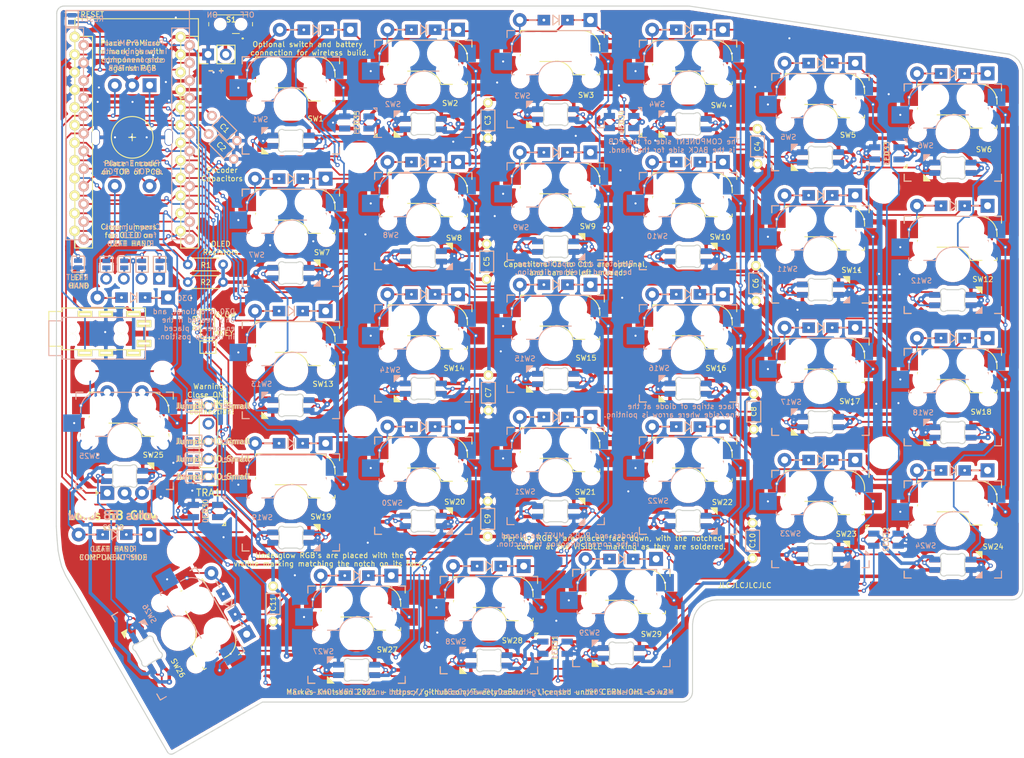
<source format=kicad_pcb>
(kicad_pcb (version 20171130) (host pcbnew "(5.1.9)-1")
  (title_block (title "Lotus 58 Glow") (date 2021-10-19) (rev v1.21) (company "Markus Knutsson <markus.knutsson@tweety.se>") (comment 1 https://github.com/TweetyDaBird) (comment 2 "Licensed under CERN-OHL-S v2 or any superseding version"))
  (layers (0 F.Cu signal) (31 B.Cu signal) (34 B.Paste user hide) (35 F.Paste user hide) (36 B.SilkS user hide) (37 F.SilkS user hide) (38 B.Mask user hide) (39 F.Mask user hide) (44 Edge.Cuts user hide))
  (net 0 "")
  (net 1 "Net-(D1-Pad2)")
  (net 2 row4)
  (net 3 "Net-(D2-Pad2)")
  (net 4 "Net-(D3-Pad2)")
  (net 5 row0)
  (net 6 "Net-(D4-Pad2)")
  (net 7 row1)
  (net 8 "Net-(D5-Pad2)")
  (net 9 row2)
  (net 10 "Net-(D6-Pad2)")
  (net 11 row3)
  (net 12 "Net-(D7-Pad2)")
  (net 13 "Net-(D8-Pad2)")
  (net 14 "Net-(D9-Pad2)")
  (net 15 "Net-(D10-Pad2)")
  (net 16 "Net-(D11-Pad2)")
  (net 17 "Net-(D12-Pad2)")
  (net 18 "Net-(D13-Pad2)")
  (net 19 "Net-(D14-Pad2)")
  (net 20 "Net-(D15-Pad2)")
  (net 21 "Net-(D16-Pad2)")
  (net 22 "Net-(D17-Pad2)")
  (net 23 "Net-(D18-Pad2)")
  (net 24 "Net-(D19-Pad2)")
  (net 25 "Net-(D20-Pad2)")
  (net 26 "Net-(D21-Pad2)")
  (net 27 "Net-(D22-Pad2)")
  (net 28 "Net-(D23-Pad2)")
  (net 29 "Net-(D24-Pad2)")
  (net 30 "Net-(D26-Pad2)")
  (net 31 "Net-(D27-Pad2)")
  (net 32 "Net-(D28-Pad2)")
  (net 33 VCC)
  (net 34 GND)
  (net 35 col0)
  (net 36 col1)
  (net 37 col2)
  (net 38 col3)
  (net 39 col4)
  (net 40 col5)
  (net 41 SDA)
  (net 42 LED)
  (net 43 SCL)
  (net 44 RESET)
  (net 45 "Net-(D29-Pad2)")
  (net 46 DATA)
  (net 47 "Net-(D30-Pad2)")
  (net 48 Hand)
  (net 49 "Net-(J1-PadS)")
  (net 50 B)
  (net 51 A)
  (net 52 Alt)
  (net 53 "Net-(LED1-Pad2)")
  (net 54 "Net-(LED2-Pad2)")
  (net 55 "Net-(JP5-Pad1)")
  (net 56 "Net-(JP10-Pad1)")
  (net 57 "Net-(JP11-Pad1)")
  (net 58 "Net-(JP12-Pad1)")
  (net 59 "Net-(LED3-Pad2)")
  (net 60 "Net-(LED4-Pad2)")
  (net 61 "Net-(LED5-Pad2)")
  (net 62 "Net-(LED12-Pad4)")
  (net 63 "Net-(LED7-Pad4)")
  (net 64 "Net-(LED13-Pad4)")
  (net 65 "Net-(LED8-Pad4)")
  (net 66 "Net-(LED10-Pad2)")
  (net 67 "Net-(LED10-Pad4)")
  (net 68 "Net-(LED11-Pad4)")
  (net 69 "Net-(LED13-Pad2)")
  (net 70 "Net-(LED14-Pad2)")
  (net 71 "Net-(LED15-Pad2)")
  (net 72 "Net-(LED16-Pad2)")
  (net 73 "Net-(LED17-Pad2)")
  (net 74 "Net-(LED18-Pad2)")
  (net 75 "Net-(LED19-Pad4)")
  (net 76 "Net-(LED19-Pad2)")
  (net 77 "Net-(LED20-Pad4)")
  (net 78 "Net-(LED21-Pad4)")
  (net 79 "Net-(LED22-Pad4)")
  (net 80 "Net-(LED23-Pad4)")
  (net 81 "Net-(LED25-Pad2)")
  (net 82 "Net-(LED26-Pad2)")
  (net 83 "Net-(LED27-Pad2)")
  (net 84 "Net-(LED28-Pad2)")
  (net 85 "Net-(LED30-Pad1)")
  (net 86 "Net-(LED31-Pad1)")
  (net 87 "Net-(LED32-Pad1)")
  (net 88 "Net-(LED33-Pad1)")
  (net 89 "Net-(LED34-Pad1)")
  (net 90 "Net-(LED35-Pad1)")
  (net 91 RGB_KEY)
  (net 92 RGB_GLOW)
  (net 93 RGB_LINK)
  (net 94 Battery)
  (net 95 /Batt)
  (net 96 "Net-(JP13-Pad1)")
  (net 97 "Net-(JP14-Pad1)")
  (net 98 "Net-(JP17-Pad1)")
  (net 99 "Net-(JP18-Pad1)")
  (module "Keyboard Library:MSK12C02" (layer F.Cu) (at 105.73 38.3 180)
    (fp_text reference S1 (at -0.06 0.65) (layer F.SilkS) (effects (font (size 0.75 0.75))))
    (fp_text value MSK12C02 hide)
    (pad MP smd rect (at -3.45 -1.05 270) (size 0.5 0.8) (layers F.Cu F.Paste F.Mask) (net 34 GND))
    (pad MP smd rect (at -3.45 1.05 270) (size 0.5 0.8) (layers F.Cu F.Paste F.Mask) (net 34 GND))
    (pad MP smd rect (at 3.45 1.05 270) (size 0.5 0.8) (layers F.Cu F.Paste F.Mask) (net 34 GND))
    (pad MP smd rect (at 3.45 -1.05 270) (size 0.5 0.8) (layers F.Cu F.Paste F.Mask) (net 34 GND))
    (pad MH2 np_thru_hole circle (at 1.5 0 180) (size 0.85 0) (drill 0.85) (layers *.Cu *.Mask))
    (pad MH1 np_thru_hole circle (at -1.5 0 180) (size 0.85 0) (drill 0.85) (layers *.Cu *.Mask))
    (pad C1 smd rect (at 2.25 -1.85 180) (size 0.5 1) (layers F.Cu F.Paste F.Mask) (net 94 Battery))
    (pad B1 smd rect (at 0.75 -1.85 180) (size 0.5 1) (layers F.Cu F.Paste F.Mask) (net 95 /Batt))
    (pad A1 smd rect (at -2.25 -1.85 180) (size 0.5 1) (layers F.Cu F.Paste F.Mask))
  )
  (module "Keyboard Library:Jumper_Mini" (layer B.Cu) (at 100.45 103.44 180)
    (fp_text reference JP22 hide)
    (fp_text value Jumper_NO_Small (at -2.755 0) (layer B.SilkS) (effects (font (size 0.8128 0.8128)) (justify mirror)))
    (pad 2 smd rect (at 0.50038 0 180) (size 0.635 1.143) (layers B.Cu B.Paste B.Mask) (net 34 GND) (clearance 0.1905))
    (pad 1 smd rect (at -0.50038 0 180) (size 0.635 1.143) (layers B.Cu B.Paste B.Mask) (net 96 "Net-(JP13-Pad1)") (clearance 0.1905))
  )
  (module "Keyboard Library:Jumper_Mini" (layer B.Cu) (at 100.44038 100.89 180)
    (fp_text reference JP21 hide)
    (fp_text value Jumper_NO_Small (at -2.755 0) (layer B.SilkS) (effects (font (size 0.8128 0.8128)) (justify mirror)))
    (pad 2 smd rect (at 0.50038 0 180) (size 0.635 1.143) (layers B.Cu B.Paste B.Mask) (net 43 SCL) (clearance 0.1905))
    (pad 1 smd rect (at -0.50038 0 180) (size 0.635 1.143) (layers B.Cu B.Paste B.Mask) (net 97 "Net-(JP14-Pad1)") (clearance 0.1905))
  )
  (module "Keyboard Library:Jumper_Mini" (layer B.Cu) (at 100.44038 98.36 180)
    (fp_text reference JP20 hide)
    (fp_text value Jumper_NO_Small (at -2.755 0) (layer B.SilkS) (effects (font (size 0.8128 0.8128)) (justify mirror)))
    (pad 2 smd rect (at 0.50038 0 180) (size 0.635 1.143) (layers B.Cu B.Paste B.Mask) (net 41 SDA) (clearance 0.1905))
    (pad 1 smd rect (at -0.50038 0 180) (size 0.635 1.143) (layers B.Cu B.Paste B.Mask) (net 98 "Net-(JP17-Pad1)") (clearance 0.1905))
  )
  (module "Keyboard Library:Jumper_Mini" (layer B.Cu) (at 100.44038 93.27 180)
    (fp_text reference JP19 hide)
    (fp_text value Jumper_NO_Small (at -2.755 0) (layer B.SilkS) (effects (font (size 0.8128 0.8128)) (justify mirror)))
    (pad 2 smd rect (at 0.50038 0 180) (size 0.635 1.143) (layers B.Cu B.Paste B.Mask) (net 33 VCC) (clearance 0.1905))
    (pad 1 smd rect (at -0.50038 0 180) (size 0.635 1.143) (layers B.Cu B.Paste B.Mask) (net 99 "Net-(JP18-Pad1)") (clearance 0.1905))
  )
  (module "Keyboard Library:Jumper_Mini" (layer F.Cu) (at 100.44038 93.27 180)
    (fp_text reference JP18 hide)
    (fp_text value Jumper_NO_Small (at -2.755 0) (layer F.SilkS) (effects (font (size 0.8128 0.8128))))
    (pad 2 smd rect (at 0.50038 0 180) (size 0.635 1.143) (layers F.Cu F.Paste F.Mask) (net 34 GND) (clearance 0.1905))
    (pad 1 smd rect (at -0.50038 0 180) (size 0.635 1.143) (layers F.Cu F.Paste F.Mask) (net 99 "Net-(JP18-Pad1)") (clearance 0.1905))
  )
  (module "Keyboard Library:Jumper_Mini" (layer F.Cu) (at 100.44038 98.36 180)
    (fp_text reference JP17 hide)
    (fp_text value Jumper_NO_Small (at -2.755 0) (layer F.SilkS) (effects (font (size 0.8128 0.8128))))
    (pad 2 smd rect (at 0.50038 0 180) (size 0.635 1.143) (layers F.Cu F.Paste F.Mask) (net 43 SCL) (clearance 0.1905))
    (pad 1 smd rect (at -0.50038 0 180) (size 0.635 1.143) (layers F.Cu F.Paste F.Mask) (net 98 "Net-(JP17-Pad1)") (clearance 0.1905))
  )
  (module "Keyboard Library:Jumper_Mini" (layer F.Cu) (at 100.44038 100.89 180)
    (fp_text reference JP14 hide)
    (fp_text value Jumper_NO_Small (at -2.755 0) (layer F.SilkS) (effects (font (size 0.8128 0.8128))))
    (pad 2 smd rect (at 0.50038 0 180) (size 0.635 1.143) (layers F.Cu F.Paste F.Mask) (net 41 SDA) (clearance 0.1905))
    (pad 1 smd rect (at -0.50038 0 180) (size 0.635 1.143) (layers F.Cu F.Paste F.Mask) (net 97 "Net-(JP14-Pad1)") (clearance 0.1905))
  )
  (module "Keyboard Library:Jumper_Mini" (layer F.Cu) (at 100.45 103.44 180)
    (fp_text reference JP13 hide)
    (fp_text value Jumper_NO_Small (at -2.755 0) (layer F.SilkS) (effects (font (size 0.8128 0.8128))))
    (pad 2 smd rect (at 0.50038 0 180) (size 0.635 1.143) (layers F.Cu F.Paste F.Mask) (net 33 VCC) (clearance 0.1905))
    (pad 1 smd rect (at -0.50038 0 180) (size 0.635 1.143) (layers F.Cu F.Paste F.Mask) (net 96 "Net-(JP13-Pad1)") (clearance 0.1905))
  )
  (module "Keyboard Library:trackball" (layer F.Cu) (at 90.4748 98.2853 90)
    (fp_text reference TRA1 (at -7.4775 12.0675) (layer F.SilkS))
    (fp_text value trackball)
    (pad "" np_thru_hole circle (at -9.8 5.45 90) (size 2.5 2.5) (drill 2.5) (layers *.Cu *.Mask))
    (pad "" np_thru_hole circle (at 9.8 5.45 90) (size 2.5 2.5) (drill 2.5) (layers *.Cu *.Mask))
    (pad "" np_thru_hole circle (at -9.8 -5.45 90) (size 2.5 2.5) (drill 2.5) (layers *.Cu *.Mask))
    (pad "" np_thru_hole circle (at 9.8 -5.45 90) (size 2.5 2.5) (drill 2.5) (layers *.Cu *.Mask))
    (pad 5 thru_hole oval (at 5.0125 12.0675 180) (size 1.7 1.7) (drill 1) (layers *.Cu *.Mask) (net 99 "Net-(JP18-Pad1)"))
    (pad 4 thru_hole oval (at 2.4725 12.0675 180) (size 1.7 1.7) (drill 1) (layers *.Cu *.Mask))
    (pad 3 thru_hole oval (at -0.0675 12.0675 180) (size 1.7 1.7) (drill 1) (layers *.Cu *.Mask) (net 98 "Net-(JP17-Pad1)"))
    (pad 2 thru_hole oval (at -2.6075 12.0675 180) (size 1.7 1.7) (drill 1) (layers *.Cu *.Mask) (net 97 "Net-(JP14-Pad1)"))
    (pad 1 thru_hole rect (at -5.1475 12.0675 180) (size 1.7 1.7) (drill 1) (layers *.Cu *.Mask) (net 96 "Net-(JP13-Pad1)"))
  )
  (module "Keyboard Library:RotaryEncoder_Alps_EC11E-Switch_Vertical_H20_special" (layer F.Cu) (at 91.567 54.594 270)
    (fp_text reference SW30 (at -4.7 -7.2 90) (layer F.SilkS) (effects (font (size 0.75 0.75) (thickness 0.12))))
    (fp_text value Rotary_Encoder_Switch)
    (pad A thru_hole rect (at -7.5 -2.5 270) (size 2 2) (drill 1) (layers *.Cu *.Mask) (net 51 A))
    (pad C thru_hole circle (at -7.5 0 270) (size 2 2) (drill 1) (layers *.Cu *.Mask) (net 34 GND))
    (pad B thru_hole circle (at -7.5 2.5 270) (size 2 2) (drill 1) (layers *.Cu *.Mask) (net 50 B))
    (pad MP1 thru_hole oval (at 0 -5.25 270) (size 2.4 1.2) (drill oval 2.2 1) (layers *.Cu *.Mask) (net 34 GND))
    (pad MP2 thru_hole oval (at 0 5.25 270) (size 2.4 1.2) (drill oval 2.2 1) (layers *.Cu *.Mask) (net 34 GND))
    (pad S2 thru_hole circle (at 7 -2.5 270) (size 2 2) (drill 1) (layers *.Cu *.Mask) (net 35 col0))
    (pad S1 thru_hole circle (at 7 2.5 270) (size 2 2) (drill 1) (layers *.Cu *.Mask) (net 47 "Net-(D30-Pad2)"))
  )
  (module "Keyboard Library:Diode_DO35_SOD123" (layer F.Cu) (at 91.73 77.66 180)
    (fp_text reference D30 (at -7.4 -0.1) (layer B.SilkS) (effects (font (size 0.75 0.75) (thickness 0.12)) (justify mirror)))
    (fp_text value 1N4148/1N4148W hide)
    (pad 1 thru_hole rect (at -5 -0.00254) (size 1.99898 1.99898) (drill 1) (layers *.Cu *.Mask) (net 2 row4))
    (pad 2 thru_hole circle (at 5.16 -0.00254) (size 1.99898 1.99898) (drill 1) (layers *.Cu *.Mask) (net 47 "Net-(D30-Pad2)"))
    (pad 1 thru_hole rect (at -1.7 0 180) (size 1.8 1.5) (drill 0.4) (layers *.Cu *.Mask) (net 2 row4))
    (pad 2 thru_hole rect (at 1.7 0 180) (size 1.8 1.5) (drill 0.4) (layers *.Cu *.Mask) (net 47 "Net-(D30-Pad2)"))
  )
  (module KiCad-SSD1306-0.91-OLED-4pin-128x32:SSD1306-0.91-OLED-4pin-128x32 (layer F.Cu) (at 97.6305 38.4435 270)
    (fp_text reference P1 hide)
    (fp_text value OLED)
    (pad 4 thru_hole oval (at 36.5 9.81 270) (size 1.7 1.7) (drill 1) (layers *.Cu *.Mask) (net 58 "Net-(JP12-Pad1)"))
    (pad 3 thru_hole oval (at 36.5 7.27 270) (size 1.7 1.7) (drill 1) (layers *.Cu *.Mask) (net 57 "Net-(JP11-Pad1)"))
    (pad 2 thru_hole oval (at 36.5 4.73 270) (size 1.7 1.7) (drill 1) (layers *.Cu *.Mask) (net 56 "Net-(JP10-Pad1)"))
    (pad 1 thru_hole rect (at 36.5 2.19 270) (size 1.7 1.7) (drill 1) (layers *.Cu *.Mask) (net 55 "Net-(JP5-Pad1)"))
  )
  (module "Keyboard Library:RotaryEncoder_Alps_EC11E-Switch_Special" (layer F.Cu) (at 90.4748 98.2853 90)
    (fp_text reference SW31 hide)
    (fp_text value Rotary_Encoder_Switch)
    (pad MP2 thru_hole circle (at -0.54 5.6 90) (size 2 2) (drill 1.5) (layers *.Cu *.Mask) (net 34 GND))
    (pad "" np_thru_hole circle (at 0.54 5.6 90) (size 1.5 1.5) (drill 1.5) (layers *.Cu *.Mask))
    (pad "" np_thru_hole circle (at 0.54 -5.6 90) (size 1.5 1.5) (drill 1.5) (layers *.Cu *.Mask))
    (pad A thru_hole rect (at -7.5 -2.5 90) (size 2 2) (drill 1) (layers *.Cu *.Mask) (net 51 A))
    (pad C thru_hole circle (at -7.5 0 90) (size 2 2) (drill 1) (layers *.Cu *.Mask) (net 34 GND))
    (pad B thru_hole circle (at -7.5 2.5 90) (size 2 2) (drill 1) (layers *.Cu *.Mask) (net 50 B))
    (pad S2 thru_hole circle (at 7 -2.5 90) (size 2 2) (drill 1) (layers *.Cu *.Mask) (net 52 Alt))
    (pad S1 thru_hole circle (at 7 2.5 90) (size 2 2) (drill 1) (layers *.Cu *.Mask) (net 40 col5))
    (pad MP1 thru_hole circle (at -0.54 -5.6 90) (size 2 2) (drill 1.5) (layers *.Cu *.Mask) (net 34 GND))
  )
  (module Jumper:SolderJumper-3_P1.3mm_Open_Pad1.0x1.5mm (layer F.Cu) (at 102.42 81.43 90)
    (fp_text reference JP16 hide)
    (fp_text value RGB hide)
    (fp_text user RGB (at 0.116 -1.722 90) (layer F.SilkS) (effects (font (size 0.75 0.75) (thickness 0.12))))
    (pad 1 smd rect (at -1.3 0 90) (size 1 1.5) (layers F.Cu F.Mask) (net 91 RGB_KEY))
    (pad 2 smd rect (at 0 0 90) (size 1 1.5) (layers F.Cu F.Mask) (net 42 LED))
    (pad 3 smd rect (at 1.3 0 90) (size 1 1.5) (layers F.Cu F.Mask) (net 92 RGB_GLOW))
  )
  (module "Keyboard Library:LED_SK6812MINI_PLCC4_3.5x3.5mm_P1.75mm" (layer F.Cu) (at 123.8885 52.451)
    (fp_text reference LED35 (at 0 0 90) (layer F.SilkS) (effects (font (size 0.75 0.75) (thickness 0.12))))
    (fp_text value SK6812MINI)
    (fp_text user LED35 (at 0 0 90) (layer B.SilkS) (effects (font (size 0.75 0.75) (thickness 0.12)) (justify mirror)))
    (pad 2 smd rect (at -1.75 -0.875) (size 1.6 0.85) (layers B.Cu B.Paste B.Mask) (net 34 GND))
    (pad 1 smd rect (at -1.75 0.875) (size 1.6 0.85) (layers B.Cu B.Paste B.Mask) (net 90 "Net-(LED35-Pad1)"))
    (pad 4 smd rect (at 1.75 0.875) (size 1.6 0.85) (layers B.Cu B.Paste B.Mask) (net 33 VCC))
    (pad 3 smd rect (at 1.75 -0.875) (size 1.6 0.85) (layers B.Cu B.Paste B.Mask) (net 89 "Net-(LED34-Pad1)"))
    (pad 1 smd rect (at -1.75 -0.875) (size 1.6 0.85) (layers F.Cu F.Paste F.Mask) (net 90 "Net-(LED35-Pad1)"))
    (pad 2 smd rect (at -1.75 0.875) (size 1.6 0.85) (layers F.Cu F.Paste F.Mask) (net 34 GND))
    (pad 4 smd rect (at 1.75 -0.875) (size 1.6 0.85) (layers F.Cu F.Paste F.Mask) (net 33 VCC))
    (pad 3 smd rect (at 1.75 0.875) (size 1.6 0.85) (layers F.Cu F.Paste F.Mask) (net 89 "Net-(LED34-Pad1)"))
  )
  (module "Keyboard Library:LED_SK6812MINI_PLCC4_3.5x3.5mm_P1.75mm" (layer F.Cu) (at 161.9885 52.3875)
    (fp_text reference LED34 (at 0 0 90) (layer F.SilkS) (effects (font (size 0.75 0.75) (thickness 0.12))))
    (fp_text value SK6812MINI)
    (fp_text user LED34 (at 0 0 90) (layer B.SilkS) (effects (font (size 0.75 0.75) (thickness 0.12)) (justify mirror)))
    (pad 2 smd rect (at -1.75 -0.875) (size 1.6 0.85) (layers B.Cu B.Paste B.Mask) (net 34 GND))
    (pad 1 smd rect (at -1.75 0.875) (size 1.6 0.85) (layers B.Cu B.Paste B.Mask) (net 89 "Net-(LED34-Pad1)"))
    (pad 4 smd rect (at 1.75 0.875) (size 1.6 0.85) (layers B.Cu B.Paste B.Mask) (net 33 VCC))
    (pad 3 smd rect (at 1.75 -0.875) (size 1.6 0.85) (layers B.Cu B.Paste B.Mask) (net 88 "Net-(LED33-Pad1)"))
    (pad 1 smd rect (at -1.75 -0.875) (size 1.6 0.85) (layers F.Cu F.Paste F.Mask) (net 89 "Net-(LED34-Pad1)"))
    (pad 2 smd rect (at -1.75 0.875) (size 1.6 0.85) (layers F.Cu F.Paste F.Mask) (net 34 GND))
    (pad 4 smd rect (at 1.75 -0.875) (size 1.6 0.85) (layers F.Cu F.Paste F.Mask) (net 33 VCC))
    (pad 3 smd rect (at 1.75 0.875) (size 1.6 0.85) (layers F.Cu F.Paste F.Mask) (net 88 "Net-(LED33-Pad1)"))
  )
  (module "Keyboard Library:LED_SK6812MINI_PLCC4_3.5x3.5mm_P1.75mm" (layer F.Cu) (at 200.152 56.896)
    (fp_text reference LED33 (at 0 0 90) (layer F.SilkS) (effects (font (size 0.75 0.75) (thickness 0.12))))
    (fp_text value SK6812MINI)
    (fp_text user LED33 (at 0 0 90) (layer B.SilkS) (effects (font (size 0.75 0.75) (thickness 0.12)) (justify mirror)))
    (pad 2 smd rect (at -1.75 -0.875) (size 1.6 0.85) (layers B.Cu B.Paste B.Mask) (net 34 GND))
    (pad 1 smd rect (at -1.75 0.875) (size 1.6 0.85) (layers B.Cu B.Paste B.Mask) (net 88 "Net-(LED33-Pad1)"))
    (pad 4 smd rect (at 1.75 0.875) (size 1.6 0.85) (layers B.Cu B.Paste B.Mask) (net 33 VCC))
    (pad 3 smd rect (at 1.75 -0.875) (size 1.6 0.85) (layers B.Cu B.Paste B.Mask) (net 87 "Net-(LED32-Pad1)"))
    (pad 1 smd rect (at -1.75 -0.875) (size 1.6 0.85) (layers F.Cu F.Paste F.Mask) (net 88 "Net-(LED33-Pad1)"))
    (pad 2 smd rect (at -1.75 0.875) (size 1.6 0.85) (layers F.Cu F.Paste F.Mask) (net 34 GND))
    (pad 4 smd rect (at 1.75 -0.875) (size 1.6 0.85) (layers F.Cu F.Paste F.Mask) (net 33 VCC))
    (pad 3 smd rect (at 1.75 0.875) (size 1.6 0.85) (layers F.Cu F.Paste F.Mask) (net 87 "Net-(LED32-Pad1)"))
  )
  (module "Keyboard Library:LED_SK6812MINI_PLCC4_3.5x3.5mm_P1.75mm" (layer B.Cu) (at 200.025 112.522 180)
    (fp_text reference LED32 (at -0.025 0.082 90) (layer F.SilkS) (effects (font (size 0.75 0.75) (thickness 0.12))))
    (fp_text value SK6812MINI)
    (fp_text user LED32 (at 0 0 270) (layer B.SilkS) (effects (font (size 0.75 0.75) (thickness 0.12)) (justify mirror)))
    (pad 2 smd rect (at -1.75 0.875 180) (size 1.6 0.85) (layers F.Cu F.Paste F.Mask) (net 34 GND))
    (pad 1 smd rect (at -1.75 -0.875 180) (size 1.6 0.85) (layers F.Cu F.Paste F.Mask) (net 87 "Net-(LED32-Pad1)"))
    (pad 4 smd rect (at 1.75 -0.875 180) (size 1.6 0.85) (layers F.Cu F.Paste F.Mask) (net 33 VCC))
    (pad 3 smd rect (at 1.75 0.875 180) (size 1.6 0.85) (layers F.Cu F.Paste F.Mask) (net 86 "Net-(LED31-Pad1)"))
    (pad 1 smd rect (at -1.75 0.875 180) (size 1.6 0.85) (layers B.Cu B.Paste B.Mask) (net 87 "Net-(LED32-Pad1)"))
    (pad 2 smd rect (at -1.75 -0.875 180) (size 1.6 0.85) (layers B.Cu B.Paste B.Mask) (net 34 GND))
    (pad 4 smd rect (at 1.75 0.875 180) (size 1.6 0.85) (layers B.Cu B.Paste B.Mask) (net 33 VCC))
    (pad 3 smd rect (at 1.75 -0.875 180) (size 1.6 0.85) (layers B.Cu B.Paste B.Mask) (net 86 "Net-(LED31-Pad1)"))
  )
  (module "Keyboard Library:LED_SK6812MINI_PLCC4_3.5x3.5mm_P1.75mm" (layer F.Cu) (at 152.4 128.0795 180)
    (fp_text reference LED31 (at 0 0 90) (layer F.SilkS) (effects (font (size 0.75 0.75) (thickness 0.12))))
    (fp_text value SK6812MINI)
    (fp_text user LED31 (at 0 0 270) (layer B.SilkS) (effects (font (size 0.75 0.75) (thickness 0.12)) (justify mirror)))
    (pad 2 smd rect (at -1.75 -0.875 180) (size 1.6 0.85) (layers B.Cu B.Paste B.Mask) (net 34 GND))
    (pad 1 smd rect (at -1.75 0.875 180) (size 1.6 0.85) (layers B.Cu B.Paste B.Mask) (net 86 "Net-(LED31-Pad1)"))
    (pad 4 smd rect (at 1.75 0.875 180) (size 1.6 0.85) (layers B.Cu B.Paste B.Mask) (net 33 VCC))
    (pad 3 smd rect (at 1.75 -0.875 180) (size 1.6 0.85) (layers B.Cu B.Paste B.Mask) (net 85 "Net-(LED30-Pad1)"))
    (pad 1 smd rect (at -1.75 -0.875 180) (size 1.6 0.85) (layers F.Cu F.Paste F.Mask) (net 86 "Net-(LED31-Pad1)"))
    (pad 2 smd rect (at -1.75 0.875 180) (size 1.6 0.85) (layers F.Cu F.Paste F.Mask) (net 34 GND))
    (pad 4 smd rect (at 1.75 -0.875 180) (size 1.6 0.85) (layers F.Cu F.Paste F.Mask) (net 33 VCC))
    (pad 3 smd rect (at 1.75 0.875 180) (size 1.6 0.85) (layers F.Cu F.Paste F.Mask) (net 85 "Net-(LED30-Pad1)"))
  )
  (module "Keyboard Library:LED_SK6812MINI_PLCC4_3.5x3.5mm_P1.75mm" (layer F.Cu) (at 102.108 108.3945)
    (fp_text reference LED30 (at 0 0 90) (layer F.SilkS) (effects (font (size 0.75 0.75) (thickness 0.12))))
    (fp_text value SK6812MINI)
    (fp_text user LED30 (at 0 0 90) (layer B.SilkS) (effects (font (size 0.75 0.75) (thickness 0.12)) (justify mirror)))
    (pad 2 smd rect (at -1.75 -0.875) (size 1.6 0.85) (layers B.Cu B.Paste B.Mask) (net 34 GND))
    (pad 1 smd rect (at -1.75 0.875) (size 1.6 0.85) (layers B.Cu B.Paste B.Mask) (net 85 "Net-(LED30-Pad1)"))
    (pad 4 smd rect (at 1.75 0.875) (size 1.6 0.85) (layers B.Cu B.Paste B.Mask) (net 33 VCC))
    (pad 3 smd rect (at 1.75 -0.875) (size 1.6 0.85) (layers B.Cu B.Paste B.Mask) (net 92 RGB_GLOW))
    (pad 1 smd rect (at -1.75 -0.875) (size 1.6 0.85) (layers F.Cu F.Paste F.Mask) (net 85 "Net-(LED30-Pad1)"))
    (pad 2 smd rect (at -1.75 0.875) (size 1.6 0.85) (layers F.Cu F.Paste F.Mask) (net 34 GND))
    (pad 4 smd rect (at 1.75 -0.875) (size 1.6 0.85) (layers F.Cu F.Paste F.Mask) (net 33 VCC))
    (pad 3 smd rect (at 1.75 0.875) (size 1.6 0.85) (layers F.Cu F.Paste F.Mask) (net 92 RGB_GLOW))
  )
  (module "Keyboard Library:Jumper_Mini" (layer F.Cu) (at 102.46 84.8)
    (fp_text reference JP15 hide)
    (fp_text value FULL hide)
    (pad 2 smd rect (at 0.50038 0) (size 0.635 1.143) (layers F.Cu F.Paste F.Mask) (net 92 RGB_GLOW) (clearance 0.1905))
    (pad 1 smd rect (at -0.50038 0) (size 0.635 1.143) (layers F.Cu F.Paste F.Mask) (net 93 RGB_LINK) (clearance 0.1905))
  )
  (module "Keyboard Library:Diode_DO35_SOD123" (layer B.Cu) (at 117.96 39.11 180)
    (fp_text reference D1 hide)
    (fp_text value 1N4148/1N4148W hide)
    (pad 1 thru_hole rect (at -5 0.00254) (size 1.99898 1.99898) (drill 1) (layers *.Cu *.Mask) (net 5 row0))
    (pad 2 thru_hole circle (at 5.16 0.00254) (size 1.99898 1.99898) (drill 1) (layers *.Cu *.Mask) (net 1 "Net-(D1-Pad2)"))
    (pad 1 thru_hole rect (at -1.7 0 180) (size 1.8 1.5) (drill 0.4) (layers *.Cu *.Mask) (net 5 row0))
    (pad 2 thru_hole rect (at 1.7 0 180) (size 1.8 1.5) (drill 0.4) (layers *.Cu *.Mask) (net 1 "Net-(D1-Pad2)"))
  )
  (module keyswitches:Kailh_socket_MX_reversible_RGB (layer F.Cu) (at 152.5 46.21)
    (fp_text reference SW3 (at 4.3704 2.304) (layer F.SilkS) (effects (font (size 0.75 0.75) (thickness 0.12))))
    (fp_text value "Kailh hotswap MX socket")
    (fp_text user %R (at -4.7736 2.4056) (layer B.SilkS) (effects (font (size 0.75 0.75) (thickness 0.12)) (justify mirror)))
    (pad 1 smd rect (at 7.56 -2.54 180) (size 2.55 2.5) (layers F.Cu F.Paste F.Mask) (net 38 col3))
    (pad "" np_thru_hole circle (at -5.08 0) (size 1.7018 1.7018) (drill 1.7018) (layers *.Cu *.Mask))
    (pad "" np_thru_hole circle (at 5.08 0) (size 1.7018 1.7018) (drill 1.7018) (layers *.Cu *.Mask))
    (pad "" np_thru_hole circle (at 0 0) (size 3.9878 3.9878) (drill 3.9878) (layers *.Cu *.Mask))
    (pad "" np_thru_hole circle (at -3.81 -2.54) (size 3 3) (drill 3) (layers *.Cu *.Mask))
    (pad "" np_thru_hole circle (at 2.54 -5.08) (size 3 3) (drill 3) (layers *.Cu *.Mask))
    (pad 2 smd rect (at -6.29 -5.08 180) (size 2.55 2.5) (layers F.Cu F.Paste F.Mask) (net 4 "Net-(D3-Pad2)"))
    (pad "" np_thru_hole circle (at -2.54 -5.08 180) (size 3 3) (drill 3) (layers *.Cu *.Mask))
    (pad "" np_thru_hole circle (at 3.81 -2.54 180) (size 3 3) (drill 3) (layers *.Cu *.Mask))
    (pad 1 smd rect (at 6.29 -5.08) (size 2.55 2.5) (layers B.Cu B.Paste B.Mask) (net 38 col3))
    (pad 2 smd rect (at -7.56 -2.54) (size 2.55 2.5) (layers B.Cu B.Paste B.Mask) (net 4 "Net-(D3-Pad2)"))
  )
  (module Resistor_THT:R_Axial_DIN0204_L3.6mm_D1.6mm_P5.08mm_Horizontal (layer F.Cu) (at 104.648 75.438 180)
    (fp_text reference R2 (at 2.52 -0.03) (layer F.SilkS) (effects (font (size 0.75 0.75) (thickness 0.12))))
    (fp_text value 4k7)
    (pad 2 thru_hole oval (at 5.08 0 180) (size 1.4 1.4) (drill 0.7) (layers *.Cu *.Mask) (net 41 SDA))
    (pad 1 thru_hole circle (at 0 0 180) (size 1.4 1.4) (drill 0.7) (layers *.Cu *.Mask) (net 33 VCC))
  )
  (module Resistor_THT:R_Axial_DIN0204_L3.6mm_D1.6mm_P5.08mm_Horizontal (layer F.Cu) (at 104.648 72.898 180)
    (fp_text reference R1 (at 2.49 -0.1) (layer F.SilkS) (effects (font (size 0.75 0.75) (thickness 0.12))))
    (fp_text value 4k7)
    (pad 2 thru_hole oval (at 5.08 0 180) (size 1.4 1.4) (drill 0.7) (layers *.Cu *.Mask) (net 43 SCL))
    (pad 1 thru_hole circle (at 0 0 180) (size 1.4 1.4) (drill 0.7) (layers *.Cu *.Mask) (net 33 VCC))
  )
  (module Connector_PinHeader_2.54mm:PinHeader_1x02_P2.54mm_Vertical (layer F.Cu) (at 102.49 42.66 90)
    (fp_text reference J2 hide)
    (fp_text value Conn_01x02)
    (pad 2 thru_hole oval (at 0 2.54 90) (size 1.7 1.7) (drill 1) (layers *.Cu *.Mask) (net 95 /Batt))
    (pad 1 thru_hole rect (at 0 0 90) (size 1.7 1.7) (drill 1) (layers *.Cu *.Mask) (net 34 GND))
  )
  (module "Keyboard Library:RESISTOR_Reversible" (layer F.Cu) (at 111.84 121.76 270)
    (fp_text reference C11 (at 0 0 90) (layer F.SilkS) (effects (font (size 0.75 0.75) (thickness 0.12))))
    (fp_text value 100nF hide)
    (pad 2 thru_hole circle (at 2.54 0 270) (size 1.397 1.397) (drill 0.8128) (layers *.Cu *.Mask F.SilkS) (net 34 GND))
    (pad 1 thru_hole circle (at -2.54 0 270) (size 1.397 1.397) (drill 0.8128) (layers *.Cu *.Mask F.SilkS) (net 33 VCC))
  )
  (module "Keyboard Library:RESISTOR_Reversible" (layer F.Cu) (at 180.83 112.66 90)
    (fp_text reference C10 (at 0 0 90) (layer F.SilkS) (effects (font (size 0.75 0.75) (thickness 0.12))))
    (fp_text value 100nF hide)
    (pad 2 thru_hole circle (at 2.54 0 90) (size 1.397 1.397) (drill 0.8128) (layers *.Cu *.Mask F.SilkS) (net 34 GND))
    (pad 1 thru_hole circle (at -2.54 0 90) (size 1.397 1.397) (drill 0.8128) (layers *.Cu *.Mask F.SilkS) (net 33 VCC))
  )
  (module "Keyboard Library:RESISTOR_Reversible" (layer F.Cu) (at 142.72 109.53 90)
    (fp_text reference C9 (at 0 0 90) (layer F.SilkS) (effects (font (size 0.75 0.75) (thickness 0.12))))
    (fp_text value 100nF hide)
    (pad 2 thru_hole circle (at 2.54 0 90) (size 1.397 1.397) (drill 0.8128) (layers *.Cu *.Mask F.SilkS) (net 34 GND))
    (pad 1 thru_hole circle (at -2.54 0 90) (size 1.397 1.397) (drill 0.8128) (layers *.Cu *.Mask F.SilkS) (net 33 VCC))
  )
  (module "Keyboard Library:RESISTOR_Reversible" (layer F.Cu) (at 181 94.08 270)
    (fp_text reference C8 (at 0 0 90) (layer F.SilkS) (effects (font (size 0.75 0.75) (thickness 0.12))))
    (fp_text value 100nF hide)
    (pad 2 thru_hole circle (at 2.54 0 270) (size 1.397 1.397) (drill 0.8128) (layers *.Cu *.Mask F.SilkS) (net 34 GND))
    (pad 1 thru_hole circle (at -2.54 0 270) (size 1.397 1.397) (drill 0.8128) (layers *.Cu *.Mask F.SilkS) (net 33 VCC))
  )
  (module "Keyboard Library:RESISTOR_Reversible" (layer F.Cu) (at 142.82 91.36 270)
    (fp_text reference C7 (at 0 0 90) (layer F.SilkS) (effects (font (size 0.75 0.75) (thickness 0.12))))
    (fp_text value 100nF hide)
    (pad 2 thru_hole circle (at 2.54 0 270) (size 1.397 1.397) (drill 0.8128) (layers *.Cu *.Mask F.SilkS) (net 34 GND))
    (pad 1 thru_hole circle (at -2.54 0 270) (size 1.397 1.397) (drill 0.8128) (layers *.Cu *.Mask F.SilkS) (net 33 VCC))
  )
  (module "Keyboard Library:RESISTOR_Reversible" (layer F.Cu) (at 181.3 75.61 270)
    (fp_text reference C6 (at 0 0 90) (layer F.SilkS) (effects (font (size 0.75 0.75) (thickness 0.12))))
    (fp_text value 100nF hide)
    (pad 2 thru_hole circle (at 2.54 0 270) (size 1.397 1.397) (drill 0.8128) (layers *.Cu *.Mask F.SilkS) (net 34 GND))
    (pad 1 thru_hole circle (at -2.54 0 270) (size 1.397 1.397) (drill 0.8128) (layers *.Cu *.Mask F.SilkS) (net 33 VCC))
  )
  (module "Keyboard Library:RESISTOR_Reversible" (layer F.Cu) (at 142.57 72.48 90)
    (fp_text reference C5 (at 0 0 90) (layer F.SilkS) (effects (font (size 0.75 0.75) (thickness 0.12))))
    (fp_text value 100nF hide)
    (pad 2 thru_hole circle (at 2.54 0 90) (size 1.397 1.397) (drill 0.8128) (layers *.Cu *.Mask F.SilkS) (net 34 GND))
    (pad 1 thru_hole circle (at -2.54 0 90) (size 1.397 1.397) (drill 0.8128) (layers *.Cu *.Mask F.SilkS) (net 33 VCC))
  )
  (module "Keyboard Library:RESISTOR_Reversible" (layer F.Cu) (at 181.54 55.9 270)
    (fp_text reference C4 (at 0 0 90) (layer F.SilkS) (effects (font (size 0.75 0.75) (thickness 0.12))))
    (fp_text value 100nF hide)
    (pad 2 thru_hole circle (at 2.54 0 270) (size 1.397 1.397) (drill 0.8128) (layers *.Cu *.Mask F.SilkS) (net 34 GND))
    (pad 1 thru_hole circle (at -2.54 0 270) (size 1.397 1.397) (drill 0.8128) (layers *.Cu *.Mask F.SilkS) (net 33 VCC))
  )
  (module "Keyboard Library:RESISTOR_Reversible" (layer F.Cu) (at 142.75 52.15 270)
    (fp_text reference C3 (at 0 0 90) (layer F.SilkS) (effects (font (size 0.75 0.75) (thickness 0.12))))
    (fp_text value 100nF hide)
    (pad 2 thru_hole circle (at 2.54 0 270) (size 1.397 1.397) (drill 0.8128) (layers *.Cu *.Mask F.SilkS) (net 34 GND))
    (pad 1 thru_hole circle (at -2.54 0 270) (size 1.397 1.397) (drill 0.8128) (layers *.Cu *.Mask F.SilkS) (net 33 VCC))
  )
  (module kicad-keyboard-parts:MX_SK6812MINI-E_REVERSIBLE (layer F.Cu) (at 161.95 128.88 180)
    (fp_text reference LED29 hide)
    (fp_text value SK6812MINI-E)
    (fp_line (start 0.794452 1.499999) (end -0.794452 1.499999) (layer Edge.Cuts) (width 0.15))
    (fp_line (start 1.699999 -0.702843) (end 1.699999 0.702841) (layer Edge.Cuts) (width 0.15))
    (fp_line (start -0.794452 -1.5) (end 0.794453 -1.5) (layer Edge.Cuts) (width 0.15))
    (fp_line (start -1.699999 0.702841) (end -1.699999 -0.702843) (layer Edge.Cuts) (width 0.15))
    (fp_arc (start -0.794452 1.999999) (end -0.794452 1.499999) (angle -30.2992623) (layer Edge.Cuts) (width 0.15))
    (fp_arc (start 0.794452 1.999999) (end 1.046711 1.568298) (angle -30.29933433) (layer Edge.Cuts) (width 0.15))
    (fp_arc (start 1.298969 1.136597) (end 1.046711 1.568298) (angle -146.0055121) (layer Edge.Cuts) (width 0.15))
    (fp_arc (start 2.199999 0.702841) (end 1.699999 0.702841) (angle -25.70617777) (layer Edge.Cuts) (width 0.15))
    (fp_arc (start 2.199999 -0.702843) (end 1.749484 -0.919721) (angle -25.70608136) (layer Edge.Cuts) (width 0.15))
    (fp_arc (start 1.298969 -1.136598) (end 1.749484 -0.919721) (angle -146.0053097) (layer Edge.Cuts) (width 0.15))
    (fp_arc (start 0.794453 -2) (end 0.794453 -1.5) (angle -30.29922831) (layer Edge.Cuts) (width 0.15))
    (fp_arc (start -0.794452 -2) (end -1.046711 -1.5683) (angle -30.29928212) (layer Edge.Cuts) (width 0.15))
    (fp_arc (start -1.298969 -1.136599) (end -1.046711 -1.5683) (angle -146.0054017) (layer Edge.Cuts) (width 0.15))
    (fp_arc (start -2.199999 -0.702843) (end -1.699999 -0.702843) (angle -25.70611954) (layer Edge.Cuts) (width 0.15))
    (fp_arc (start -2.199999 0.702841) (end -1.749484 0.919719) (angle -25.70611205) (layer Edge.Cuts) (width 0.15))
    (fp_arc (start -1.298969 1.136596) (end -1.749484 0.919719) (angle -146.0053744) (layer Edge.Cuts) (width 0.15))
    (pad 2 smd roundrect (at -2.6 -0.75 270) (size 0.82 1.6) (layers F.Cu F.Paste F.Mask) (roundrect_rratio 0.1) (net 93 RGB_LINK))
    (pad 1 smd roundrect (at -2.6 0.75 270) (size 0.82 1.6) (layers F.Cu F.Paste F.Mask) (roundrect_rratio 0.1) (net 33 VCC))
    (pad 3 smd roundrect (at 2.6 -0.75 270) (size 0.82 1.6) (layers F.Cu F.Paste F.Mask) (roundrect_rratio 0.1) (net 34 GND))
    (pad 4 smd roundrect (at 2.6 0.75 270) (size 0.82 1.6) (layers F.Cu F.Paste F.Mask) (roundrect_rratio 0.1) (net 84 "Net-(LED28-Pad2)"))
    (pad 3 smd roundrect (at 2.6 0.749999 90) (size 0.82 1.6) (layers B.Cu B.Paste B.Mask) (roundrect_rratio 0.1) (net 34 GND))
    (pad 4 smd roundrect (at 2.6 -0.750001 90) (size 0.82 1.6) (layers B.Cu B.Paste B.Mask) (roundrect_rratio 0.1) (net 84 "Net-(LED28-Pad2)"))
    (pad 2 smd roundrect (at -2.6 0.749999 90) (size 0.82 1.6) (layers B.Cu B.Paste B.Mask) (roundrect_rratio 0.1) (net 93 RGB_LINK))
    (pad 1 smd roundrect (at -2.6 -0.750001 90) (size 0.82 1.6) (layers B.Cu B.Paste B.Mask) (roundrect_rratio 0.1) (net 33 VCC))
  )
  (module kicad-keyboard-parts:MX_SK6812MINI-E_REVERSIBLE (layer F.Cu) (at 142.8977 129.9083 180)
    (fp_text reference LED28 hide)
    (fp_text value SK6812MINI-E)
    (fp_line (start 0.794452 1.499999) (end -0.794452 1.499999) (layer Edge.Cuts) (width 0.15))
    (fp_line (start 1.699999 -0.702843) (end 1.699999 0.702841) (layer Edge.Cuts) (width 0.15))
    (fp_line (start -0.794452 -1.5) (end 0.794453 -1.5) (layer Edge.Cuts) (width 0.15))
    (fp_line (start -1.699999 0.702841) (end -1.699999 -0.702843) (layer Edge.Cuts) (width 0.15))
    (fp_arc (start -0.794452 1.999999) (end -0.794452 1.499999) (angle -30.2992623) (layer Edge.Cuts) (width 0.15))
    (fp_arc (start 0.794452 1.999999) (end 1.046711 1.568298) (angle -30.29933433) (layer Edge.Cuts) (width 0.15))
    (fp_arc (start 1.298969 1.136597) (end 1.046711 1.568298) (angle -146.0055121) (layer Edge.Cuts) (width 0.15))
    (fp_arc (start 2.199999 0.702841) (end 1.699999 0.702841) (angle -25.70617777) (layer Edge.Cuts) (width 0.15))
    (fp_arc (start 2.199999 -0.702843) (end 1.749484 -0.919721) (angle -25.70608136) (layer Edge.Cuts) (width 0.15))
    (fp_arc (start 1.298969 -1.136598) (end 1.749484 -0.919721) (angle -146.0053097) (layer Edge.Cuts) (width 0.15))
    (fp_arc (start 0.794453 -2) (end 0.794453 -1.5) (angle -30.29922831) (layer Edge.Cuts) (width 0.15))
    (fp_arc (start -0.794452 -2) (end -1.046711 -1.5683) (angle -30.29928212) (layer Edge.Cuts) (width 0.15))
    (fp_arc (start -1.298969 -1.136599) (end -1.046711 -1.5683) (angle -146.0054017) (layer Edge.Cuts) (width 0.15))
    (fp_arc (start -2.199999 -0.702843) (end -1.699999 -0.702843) (angle -25.70611954) (layer Edge.Cuts) (width 0.15))
    (fp_arc (start -2.199999 0.702841) (end -1.749484 0.919719) (angle -25.70611205) (layer Edge.Cuts) (width 0.15))
    (fp_arc (start -1.298969 1.136596) (end -1.749484 0.919719) (angle -146.0053744) (layer Edge.Cuts) (width 0.15))
    (pad 2 smd roundrect (at -2.6 -0.75 270) (size 0.82 1.6) (layers F.Cu F.Paste F.Mask) (roundrect_rratio 0.1) (net 84 "Net-(LED28-Pad2)"))
    (pad 1 smd roundrect (at -2.6 0.75 270) (size 0.82 1.6) (layers F.Cu F.Paste F.Mask) (roundrect_rratio 0.1) (net 33 VCC))
    (pad 3 smd roundrect (at 2.6 -0.75 270) (size 0.82 1.6) (layers F.Cu F.Paste F.Mask) (roundrect_rratio 0.1) (net 34 GND))
    (pad 4 smd roundrect (at 2.6 0.75 270) (size 0.82 1.6) (layers F.Cu F.Paste F.Mask) (roundrect_rratio 0.1) (net 83 "Net-(LED27-Pad2)"))
    (pad 3 smd roundrect (at 2.6 0.749999 90) (size 0.82 1.6) (layers B.Cu B.Paste B.Mask) (roundrect_rratio 0.1) (net 34 GND))
    (pad 4 smd roundrect (at 2.6 -0.750001 90) (size 0.82 1.6) (layers B.Cu B.Paste B.Mask) (roundrect_rratio 0.1) (net 83 "Net-(LED27-Pad2)"))
    (pad 2 smd roundrect (at -2.6 0.749999 90) (size 0.82 1.6) (layers B.Cu B.Paste B.Mask) (roundrect_rratio 0.1) (net 84 "Net-(LED28-Pad2)"))
    (pad 1 smd roundrect (at -2.6 -0.750001 90) (size 0.82 1.6) (layers B.Cu B.Paste B.Mask) (roundrect_rratio 0.1) (net 33 VCC))
  )
  (module kicad-keyboard-parts:MX_SK6812MINI-E_REVERSIBLE (layer F.Cu) (at 123.85 131.28 180)
    (fp_text reference LED27 hide)
    (fp_text value SK6812MINI-E)
    (fp_line (start 0.794452 1.499999) (end -0.794452 1.499999) (layer Edge.Cuts) (width 0.15))
    (fp_line (start 1.699999 -0.702843) (end 1.699999 0.702841) (layer Edge.Cuts) (width 0.15))
    (fp_line (start -0.794452 -1.5) (end 0.794453 -1.5) (layer Edge.Cuts) (width 0.15))
    (fp_line (start -1.699999 0.702841) (end -1.699999 -0.702843) (layer Edge.Cuts) (width 0.15))
    (fp_arc (start -0.794452 1.999999) (end -0.794452 1.499999) (angle -30.2992623) (layer Edge.Cuts) (width 0.15))
    (fp_arc (start 0.794452 1.999999) (end 1.046711 1.568298) (angle -30.29933433) (layer Edge.Cuts) (width 0.15))
    (fp_arc (start 1.298969 1.136597) (end 1.046711 1.568298) (angle -146.0055121) (layer Edge.Cuts) (width 0.15))
    (fp_arc (start 2.199999 0.702841) (end 1.699999 0.702841) (angle -25.70617777) (layer Edge.Cuts) (width 0.15))
    (fp_arc (start 2.199999 -0.702843) (end 1.749484 -0.919721) (angle -25.70608136) (layer Edge.Cuts) (width 0.15))
    (fp_arc (start 1.298969 -1.136598) (end 1.749484 -0.919721) (angle -146.0053097) (layer Edge.Cuts) (width 0.15))
    (fp_arc (start 0.794453 -2) (end 0.794453 -1.5) (angle -30.29922831) (layer Edge.Cuts) (width 0.15))
    (fp_arc (start -0.794452 -2) (end -1.046711 -1.5683) (angle -30.29928212) (layer Edge.Cuts) (width 0.15))
    (fp_arc (start -1.298969 -1.136599) (end -1.046711 -1.5683) (angle -146.0054017) (layer Edge.Cuts) (width 0.15))
    (fp_arc (start -2.199999 -0.702843) (end -1.699999 -0.702843) (angle -25.70611954) (layer Edge.Cuts) (width 0.15))
    (fp_arc (start -2.199999 0.702841) (end -1.749484 0.919719) (angle -25.70611205) (layer Edge.Cuts) (width 0.15))
    (fp_arc (start -1.298969 1.136596) (end -1.749484 0.919719) (angle -146.0053744) (layer Edge.Cuts) (width 0.15))
    (pad 2 smd roundrect (at -2.6 -0.75 270) (size 0.82 1.6) (layers F.Cu F.Paste F.Mask) (roundrect_rratio 0.1) (net 83 "Net-(LED27-Pad2)"))
    (pad 1 smd roundrect (at -2.6 0.75 270) (size 0.82 1.6) (layers F.Cu F.Paste F.Mask) (roundrect_rratio 0.1) (net 33 VCC))
    (pad 3 smd roundrect (at 2.6 -0.75 270) (size 0.82 1.6) (layers F.Cu F.Paste F.Mask) (roundrect_rratio 0.1) (net 34 GND))
    (pad 4 smd roundrect (at 2.6 0.75 270) (size 0.82 1.6) (layers F.Cu F.Paste F.Mask) (roundrect_rratio 0.1) (net 82 "Net-(LED26-Pad2)"))
    (pad 3 smd roundrect (at 2.6 0.749999 90) (size 0.82 1.6) (layers B.Cu B.Paste B.Mask) (roundrect_rratio 0.1) (net 34 GND))
    (pad 4 smd roundrect (at 2.6 -0.750001 90) (size 0.82 1.6) (layers B.Cu B.Paste B.Mask) (roundrect_rratio 0.1) (net 82 "Net-(LED26-Pad2)"))
    (pad 2 smd roundrect (at -2.6 0.749999 90) (size 0.82 1.6) (layers B.Cu B.Paste B.Mask) (roundrect_rratio 0.1) (net 83 "Net-(LED27-Pad2)"))
    (pad 1 smd roundrect (at -2.6 -0.750001 90) (size 0.82 1.6) (layers B.Cu B.Paste B.Mask) (roundrect_rratio 0.1) (net 33 VCC))
  )
  (module kicad-keyboard-parts:MX_SK6812MINI-E_REVERSIBLE (layer F.Cu) (at 93.771591 128.587499 120)
    (fp_text reference LED26 hide)
    (fp_text value SK6812MINI-E)
    (fp_line (start 0.794452 1.499999) (end -0.794452 1.499999) (layer Edge.Cuts) (width 0.15))
    (fp_line (start 1.699999 -0.702843) (end 1.699999 0.702841) (layer Edge.Cuts) (width 0.15))
    (fp_line (start -0.794452 -1.5) (end 0.794453 -1.5) (layer Edge.Cuts) (width 0.15))
    (fp_line (start -1.699999 0.702841) (end -1.699999 -0.702843) (layer Edge.Cuts) (width 0.15))
    (fp_arc (start -0.794452 1.999999) (end -0.794452 1.499999) (angle -30.2992623) (layer Edge.Cuts) (width 0.15))
    (fp_arc (start 0.794452 1.999999) (end 1.046711 1.568298) (angle -30.29933433) (layer Edge.Cuts) (width 0.15))
    (fp_arc (start 1.298969 1.136597) (end 1.046711 1.568298) (angle -146.0055121) (layer Edge.Cuts) (width 0.15))
    (fp_arc (start 2.199999 0.702841) (end 1.699999 0.702841) (angle -25.70617777) (layer Edge.Cuts) (width 0.15))
    (fp_arc (start 2.199999 -0.702843) (end 1.749484 -0.919721) (angle -25.70608136) (layer Edge.Cuts) (width 0.15))
    (fp_arc (start 1.298969 -1.136598) (end 1.749484 -0.919721) (angle -146.0053097) (layer Edge.Cuts) (width 0.15))
    (fp_arc (start 0.794453 -2) (end 0.794453 -1.5) (angle -30.29922831) (layer Edge.Cuts) (width 0.15))
    (fp_arc (start -0.794452 -2) (end -1.046711 -1.5683) (angle -30.29928212) (layer Edge.Cuts) (width 0.15))
    (fp_arc (start -1.298969 -1.136599) (end -1.046711 -1.5683) (angle -146.0054017) (layer Edge.Cuts) (width 0.15))
    (fp_arc (start -2.199999 -0.702843) (end -1.699999 -0.702843) (angle -25.70611954) (layer Edge.Cuts) (width 0.15))
    (fp_arc (start -2.199999 0.702841) (end -1.749484 0.919719) (angle -25.70611205) (layer Edge.Cuts) (width 0.15))
    (fp_arc (start -1.298969 1.136596) (end -1.749484 0.919719) (angle -146.0053744) (layer Edge.Cuts) (width 0.15))
    (pad 2 smd roundrect (at -2.6 -0.75 210) (size 0.82 1.6) (layers F.Cu F.Paste F.Mask) (roundrect_rratio 0.1) (net 82 "Net-(LED26-Pad2)"))
    (pad 1 smd roundrect (at -2.6 0.75 210) (size 0.82 1.6) (layers F.Cu F.Paste F.Mask) (roundrect_rratio 0.1) (net 33 VCC))
    (pad 3 smd roundrect (at 2.6 -0.75 210) (size 0.82 1.6) (layers F.Cu F.Paste F.Mask) (roundrect_rratio 0.1) (net 34 GND))
    (pad 4 smd roundrect (at 2.6 0.75 210) (size 0.82 1.6) (layers F.Cu F.Paste F.Mask) (roundrect_rratio 0.1) (net 81 "Net-(LED25-Pad2)"))
    (pad 3 smd roundrect (at 2.6 0.749999 30) (size 0.82 1.6) (layers B.Cu B.Paste B.Mask) (roundrect_rratio 0.1) (net 34 GND))
    (pad 4 smd roundrect (at 2.6 -0.750001 30) (size 0.82 1.6) (layers B.Cu B.Paste B.Mask) (roundrect_rratio 0.1) (net 81 "Net-(LED25-Pad2)"))
    (pad 2 smd roundrect (at -2.6 0.749999 30) (size 0.82 1.6) (layers B.Cu B.Paste B.Mask) (roundrect_rratio 0.1) (net 82 "Net-(LED26-Pad2)"))
    (pad 1 smd roundrect (at -2.6 -0.750001 30) (size 0.82 1.6) (layers B.Cu B.Paste B.Mask) (roundrect_rratio 0.1) (net 33 VCC))
  )
  (module kicad-keyboard-parts:MX_SK6812MINI-E_REVERSIBLE (layer F.Cu) (at 90.4748 103.3653)
    (fp_text reference LED25 hide)
    (fp_text value SK6812MINI-E)
    (fp_line (start 0.794452 1.499999) (end -0.794452 1.499999) (layer Edge.Cuts) (width 0.15))
    (fp_line (start 1.699999 -0.702843) (end 1.699999 0.702841) (layer Edge.Cuts) (width 0.15))
    (fp_line (start -0.794452 -1.5) (end 0.794453 -1.5) (layer Edge.Cuts) (width 0.15))
    (fp_line (start -1.699999 0.702841) (end -1.699999 -0.702843) (layer Edge.Cuts) (width 0.15))
    (fp_arc (start -0.794452 1.999999) (end -0.794452 1.499999) (angle -30.2992623) (layer Edge.Cuts) (width 0.15))
    (fp_arc (start 0.794452 1.999999) (end 1.046711 1.568298) (angle -30.29933433) (layer Edge.Cuts) (width 0.15))
    (fp_arc (start 1.298969 1.136597) (end 1.046711 1.568298) (angle -146.0055121) (layer Edge.Cuts) (width 0.15))
    (fp_arc (start 2.199999 0.702841) (end 1.699999 0.702841) (angle -25.70617777) (layer Edge.Cuts) (width 0.15))
    (fp_arc (start 2.199999 -0.702843) (end 1.749484 -0.919721) (angle -25.70608136) (layer Edge.Cuts) (width 0.15))
    (fp_arc (start 1.298969 -1.136598) (end 1.749484 -0.919721) (angle -146.0053097) (layer Edge.Cuts) (width 0.15))
    (fp_arc (start 0.794453 -2) (end 0.794453 -1.5) (angle -30.29922831) (layer Edge.Cuts) (width 0.15))
    (fp_arc (start -0.794452 -2) (end -1.046711 -1.5683) (angle -30.29928212) (layer Edge.Cuts) (width 0.15))
    (fp_arc (start -1.298969 -1.136599) (end -1.046711 -1.5683) (angle -146.0054017) (layer Edge.Cuts) (width 0.15))
    (fp_arc (start -2.199999 -0.702843) (end -1.699999 -0.702843) (angle -25.70611954) (layer Edge.Cuts) (width 0.15))
    (fp_arc (start -2.199999 0.702841) (end -1.749484 0.919719) (angle -25.70611205) (layer Edge.Cuts) (width 0.15))
    (fp_arc (start -1.298969 1.136596) (end -1.749484 0.919719) (angle -146.0053744) (layer Edge.Cuts) (width 0.15))
    (pad 2 smd roundrect (at -2.6 -0.75 90) (size 0.82 1.6) (layers F.Cu F.Paste F.Mask) (roundrect_rratio 0.1) (net 81 "Net-(LED25-Pad2)"))
    (pad 1 smd roundrect (at -2.6 0.75 90) (size 0.82 1.6) (layers F.Cu F.Paste F.Mask) (roundrect_rratio 0.1) (net 33 VCC))
    (pad 3 smd roundrect (at 2.6 -0.75 90) (size 0.82 1.6) (layers F.Cu F.Paste F.Mask) (roundrect_rratio 0.1) (net 34 GND))
    (pad 4 smd roundrect (at 2.6 0.75 90) (size 0.82 1.6) (layers F.Cu F.Paste F.Mask) (roundrect_rratio 0.1) (net 76 "Net-(LED19-Pad2)"))
    (pad 3 smd roundrect (at 2.6 0.749999 270) (size 0.82 1.6) (layers B.Cu B.Paste B.Mask) (roundrect_rratio 0.1) (net 34 GND))
    (pad 4 smd roundrect (at 2.6 -0.750001 270) (size 0.82 1.6) (layers B.Cu B.Paste B.Mask) (roundrect_rratio 0.1) (net 76 "Net-(LED19-Pad2)"))
    (pad 2 smd roundrect (at -2.6 0.749999 270) (size 0.82 1.6) (layers B.Cu B.Paste B.Mask) (roundrect_rratio 0.1) (net 81 "Net-(LED25-Pad2)"))
    (pad 1 smd roundrect (at -2.6 -0.750001 270) (size 0.82 1.6) (layers B.Cu B.Paste B.Mask) (roundrect_rratio 0.1) (net 33 VCC))
  )
  (module kicad-keyboard-parts:MX_SK6812MINI-E_REVERSIBLE (layer F.Cu) (at 209.65 116.13)
    (fp_text reference LED24 hide)
    (fp_text value SK6812MINI-E)
    (fp_line (start 0.794452 1.499999) (end -0.794452 1.499999) (layer Edge.Cuts) (width 0.15))
    (fp_line (start 1.699999 -0.702843) (end 1.699999 0.702841) (layer Edge.Cuts) (width 0.15))
    (fp_line (start -0.794452 -1.5) (end 0.794453 -1.5) (layer Edge.Cuts) (width 0.15))
    (fp_line (start -1.699999 0.702841) (end -1.699999 -0.702843) (layer Edge.Cuts) (width 0.15))
    (fp_arc (start -0.794452 1.999999) (end -0.794452 1.499999) (angle -30.2992623) (layer Edge.Cuts) (width 0.15))
    (fp_arc (start 0.794452 1.999999) (end 1.046711 1.568298) (angle -30.29933433) (layer Edge.Cuts) (width 0.15))
    (fp_arc (start 1.298969 1.136597) (end 1.046711 1.568298) (angle -146.0055121) (layer Edge.Cuts) (width 0.15))
    (fp_arc (start 2.199999 0.702841) (end 1.699999 0.702841) (angle -25.70617777) (layer Edge.Cuts) (width 0.15))
    (fp_arc (start 2.199999 -0.702843) (end 1.749484 -0.919721) (angle -25.70608136) (layer Edge.Cuts) (width 0.15))
    (fp_arc (start 1.298969 -1.136598) (end 1.749484 -0.919721) (angle -146.0053097) (layer Edge.Cuts) (width 0.15))
    (fp_arc (start 0.794453 -2) (end 0.794453 -1.5) (angle -30.29922831) (layer Edge.Cuts) (width 0.15))
    (fp_arc (start -0.794452 -2) (end -1.046711 -1.5683) (angle -30.29928212) (layer Edge.Cuts) (width 0.15))
    (fp_arc (start -1.298969 -1.136599) (end -1.046711 -1.5683) (angle -146.0054017) (layer Edge.Cuts) (width 0.15))
    (fp_arc (start -2.199999 -0.702843) (end -1.699999 -0.702843) (angle -25.70611954) (layer Edge.Cuts) (width 0.15))
    (fp_arc (start -2.199999 0.702841) (end -1.749484 0.919719) (angle -25.70611205) (layer Edge.Cuts) (width 0.15))
    (fp_arc (start -1.298969 1.136596) (end -1.749484 0.919719) (angle -146.0053744) (layer Edge.Cuts) (width 0.15))
    (pad 2 smd roundrect (at -2.6 -0.75 90) (size 0.82 1.6) (layers F.Cu F.Paste F.Mask) (roundrect_rratio 0.1) (net 80 "Net-(LED23-Pad4)"))
    (pad 1 smd roundrect (at -2.6 0.75 90) (size 0.82 1.6) (layers F.Cu F.Paste F.Mask) (roundrect_rratio 0.1) (net 33 VCC))
    (pad 3 smd roundrect (at 2.6 -0.75 90) (size 0.82 1.6) (layers F.Cu F.Paste F.Mask) (roundrect_rratio 0.1) (net 34 GND))
    (pad 4 smd roundrect (at 2.6 0.75 90) (size 0.82 1.6) (layers F.Cu F.Paste F.Mask) (roundrect_rratio 0.1) (net 74 "Net-(LED18-Pad2)"))
    (pad 3 smd roundrect (at 2.6 0.749999 270) (size 0.82 1.6) (layers B.Cu B.Paste B.Mask) (roundrect_rratio 0.1) (net 34 GND))
    (pad 4 smd roundrect (at 2.6 -0.750001 270) (size 0.82 1.6) (layers B.Cu B.Paste B.Mask) (roundrect_rratio 0.1) (net 74 "Net-(LED18-Pad2)"))
    (pad 2 smd roundrect (at -2.6 0.749999 270) (size 0.82 1.6) (layers B.Cu B.Paste B.Mask) (roundrect_rratio 0.1) (net 80 "Net-(LED23-Pad4)"))
    (pad 1 smd roundrect (at -2.6 -0.750001 270) (size 0.82 1.6) (layers B.Cu B.Paste B.Mask) (roundrect_rratio 0.1) (net 33 VCC))
  )
  (module kicad-keyboard-parts:MX_SK6812MINI-E_REVERSIBLE (layer F.Cu) (at 190.6 114.63)
    (fp_text reference LED23 hide)
    (fp_text value SK6812MINI-E)
    (fp_line (start 0.794452 1.499999) (end -0.794452 1.499999) (layer Edge.Cuts) (width 0.15))
    (fp_line (start 1.699999 -0.702843) (end 1.699999 0.702841) (layer Edge.Cuts) (width 0.15))
    (fp_line (start -0.794452 -1.5) (end 0.794453 -1.5) (layer Edge.Cuts) (width 0.15))
    (fp_line (start -1.699999 0.702841) (end -1.699999 -0.702843) (layer Edge.Cuts) (width 0.15))
    (fp_arc (start -0.794452 1.999999) (end -0.794452 1.499999) (angle -30.2992623) (layer Edge.Cuts) (width 0.15))
    (fp_arc (start 0.794452 1.999999) (end 1.046711 1.568298) (angle -30.29933433) (layer Edge.Cuts) (width 0.15))
    (fp_arc (start 1.298969 1.136597) (end 1.046711 1.568298) (angle -146.0055121) (layer Edge.Cuts) (width 0.15))
    (fp_arc (start 2.199999 0.702841) (end 1.699999 0.702841) (angle -25.70617777) (layer Edge.Cuts) (width 0.15))
    (fp_arc (start 2.199999 -0.702843) (end 1.749484 -0.919721) (angle -25.70608136) (layer Edge.Cuts) (width 0.15))
    (fp_arc (start 1.298969 -1.136598) (end 1.749484 -0.919721) (angle -146.0053097) (layer Edge.Cuts) (width 0.15))
    (fp_arc (start 0.794453 -2) (end 0.794453 -1.5) (angle -30.29922831) (layer Edge.Cuts) (width 0.15))
    (fp_arc (start -0.794452 -2) (end -1.046711 -1.5683) (angle -30.29928212) (layer Edge.Cuts) (width 0.15))
    (fp_arc (start -1.298969 -1.136599) (end -1.046711 -1.5683) (angle -146.0054017) (layer Edge.Cuts) (width 0.15))
    (fp_arc (start -2.199999 -0.702843) (end -1.699999 -0.702843) (angle -25.70611954) (layer Edge.Cuts) (width 0.15))
    (fp_arc (start -2.199999 0.702841) (end -1.749484 0.919719) (angle -25.70611205) (layer Edge.Cuts) (width 0.15))
    (fp_arc (start -1.298969 1.136596) (end -1.749484 0.919719) (angle -146.0053744) (layer Edge.Cuts) (width 0.15))
    (pad 2 smd roundrect (at -2.6 -0.75 90) (size 0.82 1.6) (layers F.Cu F.Paste F.Mask) (roundrect_rratio 0.1) (net 79 "Net-(LED22-Pad4)"))
    (pad 1 smd roundrect (at -2.6 0.75 90) (size 0.82 1.6) (layers F.Cu F.Paste F.Mask) (roundrect_rratio 0.1) (net 33 VCC))
    (pad 3 smd roundrect (at 2.6 -0.75 90) (size 0.82 1.6) (layers F.Cu F.Paste F.Mask) (roundrect_rratio 0.1) (net 34 GND))
    (pad 4 smd roundrect (at 2.6 0.75 90) (size 0.82 1.6) (layers F.Cu F.Paste F.Mask) (roundrect_rratio 0.1) (net 80 "Net-(LED23-Pad4)"))
    (pad 3 smd roundrect (at 2.6 0.749999 270) (size 0.82 1.6) (layers B.Cu B.Paste B.Mask) (roundrect_rratio 0.1) (net 34 GND))
    (pad 4 smd roundrect (at 2.6 -0.750001 270) (size 0.82 1.6) (layers B.Cu B.Paste B.Mask) (roundrect_rratio 0.1) (net 80 "Net-(LED23-Pad4)"))
    (pad 2 smd roundrect (at -2.6 0.749999 270) (size 0.82 1.6) (layers B.Cu B.Paste B.Mask) (roundrect_rratio 0.1) (net 79 "Net-(LED22-Pad4)"))
    (pad 1 smd roundrect (at -2.6 -0.750001 270) (size 0.82 1.6) (layers B.Cu B.Paste B.Mask) (roundrect_rratio 0.1) (net 33 VCC))
  )
  (module kicad-keyboard-parts:MX_SK6812MINI-E_REVERSIBLE (layer F.Cu) (at 171.55 109.83)
    (fp_text reference LED22 hide)
    (fp_text value SK6812MINI-E)
    (fp_line (start 0.794452 1.499999) (end -0.794452 1.499999) (layer Edge.Cuts) (width 0.15))
    (fp_line (start 1.699999 -0.702843) (end 1.699999 0.702841) (layer Edge.Cuts) (width 0.15))
    (fp_line (start -0.794452 -1.5) (end 0.794453 -1.5) (layer Edge.Cuts) (width 0.15))
    (fp_line (start -1.699999 0.702841) (end -1.699999 -0.702843) (layer Edge.Cuts) (width 0.15))
    (fp_arc (start -0.794452 1.999999) (end -0.794452 1.499999) (angle -30.2992623) (layer Edge.Cuts) (width 0.15))
    (fp_arc (start 0.794452 1.999999) (end 1.046711 1.568298) (angle -30.29933433) (layer Edge.Cuts) (width 0.15))
    (fp_arc (start 1.298969 1.136597) (end 1.046711 1.568298) (angle -146.0055121) (layer Edge.Cuts) (width 0.15))
    (fp_arc (start 2.199999 0.702841) (end 1.699999 0.702841) (angle -25.70617777) (layer Edge.Cuts) (width 0.15))
    (fp_arc (start 2.199999 -0.702843) (end 1.749484 -0.919721) (angle -25.70608136) (layer Edge.Cuts) (width 0.15))
    (fp_arc (start 1.298969 -1.136598) (end 1.749484 -0.919721) (angle -146.0053097) (layer Edge.Cuts) (width 0.15))
    (fp_arc (start 0.794453 -2) (end 0.794453 -1.5) (angle -30.29922831) (layer Edge.Cuts) (width 0.15))
    (fp_arc (start -0.794452 -2) (end -1.046711 -1.5683) (angle -30.29928212) (layer Edge.Cuts) (width 0.15))
    (fp_arc (start -1.298969 -1.136599) (end -1.046711 -1.5683) (angle -146.0054017) (layer Edge.Cuts) (width 0.15))
    (fp_arc (start -2.199999 -0.702843) (end -1.699999 -0.702843) (angle -25.70611954) (layer Edge.Cuts) (width 0.15))
    (fp_arc (start -2.199999 0.702841) (end -1.749484 0.919719) (angle -25.70611205) (layer Edge.Cuts) (width 0.15))
    (fp_arc (start -1.298969 1.136596) (end -1.749484 0.919719) (angle -146.0053744) (layer Edge.Cuts) (width 0.15))
    (pad 2 smd roundrect (at -2.6 -0.75 90) (size 0.82 1.6) (layers F.Cu F.Paste F.Mask) (roundrect_rratio 0.1) (net 78 "Net-(LED21-Pad4)"))
    (pad 1 smd roundrect (at -2.6 0.75 90) (size 0.82 1.6) (layers F.Cu F.Paste F.Mask) (roundrect_rratio 0.1) (net 33 VCC))
    (pad 3 smd roundrect (at 2.6 -0.75 90) (size 0.82 1.6) (layers F.Cu F.Paste F.Mask) (roundrect_rratio 0.1) (net 34 GND))
    (pad 4 smd roundrect (at 2.6 0.75 90) (size 0.82 1.6) (layers F.Cu F.Paste F.Mask) (roundrect_rratio 0.1) (net 79 "Net-(LED22-Pad4)"))
    (pad 3 smd roundrect (at 2.6 0.749999 270) (size 0.82 1.6) (layers B.Cu B.Paste B.Mask) (roundrect_rratio 0.1) (net 34 GND))
    (pad 4 smd roundrect (at 2.6 -0.750001 270) (size 0.82 1.6) (layers B.Cu B.Paste B.Mask) (roundrect_rratio 0.1) (net 79 "Net-(LED22-Pad4)"))
    (pad 2 smd roundrect (at -2.6 0.749999 270) (size 0.82 1.6) (layers B.Cu B.Paste B.Mask) (roundrect_rratio 0.1) (net 78 "Net-(LED21-Pad4)"))
    (pad 1 smd roundrect (at -2.6 -0.750001 270) (size 0.82 1.6) (layers B.Cu B.Paste B.Mask) (roundrect_rratio 0.1) (net 33 VCC))
  )
  (module kicad-keyboard-parts:MX_SK6812MINI-E_REVERSIBLE (layer F.Cu) (at 152.5 108.44)
    (fp_text reference LED21 hide)
    (fp_text value SK6812MINI-E)
    (fp_line (start 0.794452 1.499999) (end -0.794452 1.499999) (layer Edge.Cuts) (width 0.15))
    (fp_line (start 1.699999 -0.702843) (end 1.699999 0.702841) (layer Edge.Cuts) (width 0.15))
    (fp_line (start -0.794452 -1.5) (end 0.794453 -1.5) (layer Edge.Cuts) (width 0.15))
    (fp_line (start -1.699999 0.702841) (end -1.699999 -0.702843) (layer Edge.Cuts) (width 0.15))
    (fp_arc (start -0.794452 1.999999) (end -0.794452 1.499999) (angle -30.2992623) (layer Edge.Cuts) (width 0.15))
    (fp_arc (start 0.794452 1.999999) (end 1.046711 1.568298) (angle -30.29933433) (layer Edge.Cuts) (width 0.15))
    (fp_arc (start 1.298969 1.136597) (end 1.046711 1.568298) (angle -146.0055121) (layer Edge.Cuts) (width 0.15))
    (fp_arc (start 2.199999 0.702841) (end 1.699999 0.702841) (angle -25.70617777) (layer Edge.Cuts) (width 0.15))
    (fp_arc (start 2.199999 -0.702843) (end 1.749484 -0.919721) (angle -25.70608136) (layer Edge.Cuts) (width 0.15))
    (fp_arc (start 1.298969 -1.136598) (end 1.749484 -0.919721) (angle -146.0053097) (layer Edge.Cuts) (width 0.15))
    (fp_arc (start 0.794453 -2) (end 0.794453 -1.5) (angle -30.29922831) (layer Edge.Cuts) (width 0.15))
    (fp_arc (start -0.794452 -2) (end -1.046711 -1.5683) (angle -30.29928212) (layer Edge.Cuts) (width 0.15))
    (fp_arc (start -1.298969 -1.136599) (end -1.046711 -1.5683) (angle -146.0054017) (layer Edge.Cuts) (width 0.15))
    (fp_arc (start -2.199999 -0.702843) (end -1.699999 -0.702843) (angle -25.70611954) (layer Edge.Cuts) (width 0.15))
    (fp_arc (start -2.199999 0.702841) (end -1.749484 0.919719) (angle -25.70611205) (layer Edge.Cuts) (width 0.15))
    (fp_arc (start -1.298969 1.136596) (end -1.749484 0.919719) (angle -146.0053744) (layer Edge.Cuts) (width 0.15))
    (pad 2 smd roundrect (at -2.6 -0.75 90) (size 0.82 1.6) (layers F.Cu F.Paste F.Mask) (roundrect_rratio 0.1) (net 77 "Net-(LED20-Pad4)"))
    (pad 1 smd roundrect (at -2.6 0.75 90) (size 0.82 1.6) (layers F.Cu F.Paste F.Mask) (roundrect_rratio 0.1) (net 33 VCC))
    (pad 3 smd roundrect (at 2.6 -0.75 90) (size 0.82 1.6) (layers F.Cu F.Paste F.Mask) (roundrect_rratio 0.1) (net 34 GND))
    (pad 4 smd roundrect (at 2.6 0.75 90) (size 0.82 1.6) (layers F.Cu F.Paste F.Mask) (roundrect_rratio 0.1) (net 78 "Net-(LED21-Pad4)"))
    (pad 3 smd roundrect (at 2.6 0.749999 270) (size 0.82 1.6) (layers B.Cu B.Paste B.Mask) (roundrect_rratio 0.1) (net 34 GND))
    (pad 4 smd roundrect (at 2.6 -0.750001 270) (size 0.82 1.6) (layers B.Cu B.Paste B.Mask) (roundrect_rratio 0.1) (net 78 "Net-(LED21-Pad4)"))
    (pad 2 smd roundrect (at -2.6 0.749999 270) (size 0.82 1.6) (layers B.Cu B.Paste B.Mask) (roundrect_rratio 0.1) (net 77 "Net-(LED20-Pad4)"))
    (pad 1 smd roundrect (at -2.6 -0.750001 270) (size 0.82 1.6) (layers B.Cu B.Paste B.Mask) (roundrect_rratio 0.1) (net 33 VCC))
  )
  (module kicad-keyboard-parts:MX_SK6812MINI-E_REVERSIBLE (layer F.Cu) (at 133.45 109.83)
    (fp_text reference LED20 hide)
    (fp_text value SK6812MINI-E)
    (fp_line (start 0.794452 1.499999) (end -0.794452 1.499999) (layer Edge.Cuts) (width 0.15))
    (fp_line (start 1.699999 -0.702843) (end 1.699999 0.702841) (layer Edge.Cuts) (width 0.15))
    (fp_line (start -0.794452 -1.5) (end 0.794453 -1.5) (layer Edge.Cuts) (width 0.15))
    (fp_line (start -1.699999 0.702841) (end -1.699999 -0.702843) (layer Edge.Cuts) (width 0.15))
    (fp_arc (start -0.794452 1.999999) (end -0.794452 1.499999) (angle -30.2992623) (layer Edge.Cuts) (width 0.15))
    (fp_arc (start 0.794452 1.999999) (end 1.046711 1.568298) (angle -30.29933433) (layer Edge.Cuts) (width 0.15))
    (fp_arc (start 1.298969 1.136597) (end 1.046711 1.568298) (angle -146.0055121) (layer Edge.Cuts) (width 0.15))
    (fp_arc (start 2.199999 0.702841) (end 1.699999 0.702841) (angle -25.70617777) (layer Edge.Cuts) (width 0.15))
    (fp_arc (start 2.199999 -0.702843) (end 1.749484 -0.919721) (angle -25.70608136) (layer Edge.Cuts) (width 0.15))
    (fp_arc (start 1.298969 -1.136598) (end 1.749484 -0.919721) (angle -146.0053097) (layer Edge.Cuts) (width 0.15))
    (fp_arc (start 0.794453 -2) (end 0.794453 -1.5) (angle -30.29922831) (layer Edge.Cuts) (width 0.15))
    (fp_arc (start -0.794452 -2) (end -1.046711 -1.5683) (angle -30.29928212) (layer Edge.Cuts) (width 0.15))
    (fp_arc (start -1.298969 -1.136599) (end -1.046711 -1.5683) (angle -146.0054017) (layer Edge.Cuts) (width 0.15))
    (fp_arc (start -2.199999 -0.702843) (end -1.699999 -0.702843) (angle -25.70611954) (layer Edge.Cuts) (width 0.15))
    (fp_arc (start -2.199999 0.702841) (end -1.749484 0.919719) (angle -25.70611205) (layer Edge.Cuts) (width 0.15))
    (fp_arc (start -1.298969 1.136596) (end -1.749484 0.919719) (angle -146.0053744) (layer Edge.Cuts) (width 0.15))
    (pad 2 smd roundrect (at -2.6 -0.75 90) (size 0.82 1.6) (layers F.Cu F.Paste F.Mask) (roundrect_rratio 0.1) (net 75 "Net-(LED19-Pad4)"))
    (pad 1 smd roundrect (at -2.6 0.75 90) (size 0.82 1.6) (layers F.Cu F.Paste F.Mask) (roundrect_rratio 0.1) (net 33 VCC))
    (pad 3 smd roundrect (at 2.6 -0.75 90) (size 0.82 1.6) (layers F.Cu F.Paste F.Mask) (roundrect_rratio 0.1) (net 34 GND))
    (pad 4 smd roundrect (at 2.6 0.75 90) (size 0.82 1.6) (layers F.Cu F.Paste F.Mask) (roundrect_rratio 0.1) (net 77 "Net-(LED20-Pad4)"))
    (pad 3 smd roundrect (at 2.6 0.749999 270) (size 0.82 1.6) (layers B.Cu B.Paste B.Mask) (roundrect_rratio 0.1) (net 34 GND))
    (pad 4 smd roundrect (at 2.6 -0.750001 270) (size 0.82 1.6) (layers B.Cu B.Paste B.Mask) (roundrect_rratio 0.1) (net 77 "Net-(LED20-Pad4)"))
    (pad 2 smd roundrect (at -2.6 0.749999 270) (size 0.82 1.6) (layers B.Cu B.Paste B.Mask) (roundrect_rratio 0.1) (net 75 "Net-(LED19-Pad4)"))
    (pad 1 smd roundrect (at -2.6 -0.750001 270) (size 0.82 1.6) (layers B.Cu B.Paste B.Mask) (roundrect_rratio 0.1) (net 33 VCC))
  )
  (module kicad-keyboard-parts:MX_SK6812MINI-E_REVERSIBLE (layer F.Cu) (at 114.4 112.23)
    (fp_text reference LED19 hide)
    (fp_text value SK6812MINI-E)
    (fp_line (start 0.794452 1.499999) (end -0.794452 1.499999) (layer Edge.Cuts) (width 0.15))
    (fp_line (start 1.699999 -0.702843) (end 1.699999 0.702841) (layer Edge.Cuts) (width 0.15))
    (fp_line (start -0.794452 -1.5) (end 0.794453 -1.5) (layer Edge.Cuts) (width 0.15))
    (fp_line (start -1.699999 0.702841) (end -1.699999 -0.702843) (layer Edge.Cuts) (width 0.15))
    (fp_arc (start -0.794452 1.999999) (end -0.794452 1.499999) (angle -30.2992623) (layer Edge.Cuts) (width 0.15))
    (fp_arc (start 0.794452 1.999999) (end 1.046711 1.568298) (angle -30.29933433) (layer Edge.Cuts) (width 0.15))
    (fp_arc (start 1.298969 1.136597) (end 1.046711 1.568298) (angle -146.0055121) (layer Edge.Cuts) (width 0.15))
    (fp_arc (start 2.199999 0.702841) (end 1.699999 0.702841) (angle -25.70617777) (layer Edge.Cuts) (width 0.15))
    (fp_arc (start 2.199999 -0.702843) (end 1.749484 -0.919721) (angle -25.70608136) (layer Edge.Cuts) (width 0.15))
    (fp_arc (start 1.298969 -1.136598) (end 1.749484 -0.919721) (angle -146.0053097) (layer Edge.Cuts) (width 0.15))
    (fp_arc (start 0.794453 -2) (end 0.794453 -1.5) (angle -30.29922831) (layer Edge.Cuts) (width 0.15))
    (fp_arc (start -0.794452 -2) (end -1.046711 -1.5683) (angle -30.29928212) (layer Edge.Cuts) (width 0.15))
    (fp_arc (start -1.298969 -1.136599) (end -1.046711 -1.5683) (angle -146.0054017) (layer Edge.Cuts) (width 0.15))
    (fp_arc (start -2.199999 -0.702843) (end -1.699999 -0.702843) (angle -25.70611954) (layer Edge.Cuts) (width 0.15))
    (fp_arc (start -2.199999 0.702841) (end -1.749484 0.919719) (angle -25.70611205) (layer Edge.Cuts) (width 0.15))
    (fp_arc (start -1.298969 1.136596) (end -1.749484 0.919719) (angle -146.0053744) (layer Edge.Cuts) (width 0.15))
    (pad 2 smd roundrect (at -2.6 -0.75 90) (size 0.82 1.6) (layers F.Cu F.Paste F.Mask) (roundrect_rratio 0.1) (net 76 "Net-(LED19-Pad2)"))
    (pad 1 smd roundrect (at -2.6 0.75 90) (size 0.82 1.6) (layers F.Cu F.Paste F.Mask) (roundrect_rratio 0.1) (net 33 VCC))
    (pad 3 smd roundrect (at 2.6 -0.75 90) (size 0.82 1.6) (layers F.Cu F.Paste F.Mask) (roundrect_rratio 0.1) (net 34 GND))
    (pad 4 smd roundrect (at 2.6 0.75 90) (size 0.82 1.6) (layers F.Cu F.Paste F.Mask) (roundrect_rratio 0.1) (net 75 "Net-(LED19-Pad4)"))
    (pad 3 smd roundrect (at 2.6 0.749999 270) (size 0.82 1.6) (layers B.Cu B.Paste B.Mask) (roundrect_rratio 0.1) (net 34 GND))
    (pad 4 smd roundrect (at 2.6 -0.750001 270) (size 0.82 1.6) (layers B.Cu B.Paste B.Mask) (roundrect_rratio 0.1) (net 75 "Net-(LED19-Pad4)"))
    (pad 2 smd roundrect (at -2.6 0.749999 270) (size 0.82 1.6) (layers B.Cu B.Paste B.Mask) (roundrect_rratio 0.1) (net 76 "Net-(LED19-Pad2)"))
    (pad 1 smd roundrect (at -2.6 -0.750001 270) (size 0.82 1.6) (layers B.Cu B.Paste B.Mask) (roundrect_rratio 0.1) (net 33 VCC))
  )
  (module kicad-keyboard-parts:MX_SK6812MINI-E_REVERSIBLE (layer F.Cu) (at 209.65 97.08 180)
    (fp_text reference LED18 hide)
    (fp_text value SK6812MINI-E)
    (fp_line (start 0.794452 1.499999) (end -0.794452 1.499999) (layer Edge.Cuts) (width 0.15))
    (fp_line (start 1.699999 -0.702843) (end 1.699999 0.702841) (layer Edge.Cuts) (width 0.15))
    (fp_line (start -0.794452 -1.5) (end 0.794453 -1.5) (layer Edge.Cuts) (width 0.15))
    (fp_line (start -1.699999 0.702841) (end -1.699999 -0.702843) (layer Edge.Cuts) (width 0.15))
    (fp_arc (start -0.794452 1.999999) (end -0.794452 1.499999) (angle -30.2992623) (layer Edge.Cuts) (width 0.15))
    (fp_arc (start 0.794452 1.999999) (end 1.046711 1.568298) (angle -30.29933433) (layer Edge.Cuts) (width 0.15))
    (fp_arc (start 1.298969 1.136597) (end 1.046711 1.568298) (angle -146.0055121) (layer Edge.Cuts) (width 0.15))
    (fp_arc (start 2.199999 0.702841) (end 1.699999 0.702841) (angle -25.70617777) (layer Edge.Cuts) (width 0.15))
    (fp_arc (start 2.199999 -0.702843) (end 1.749484 -0.919721) (angle -25.70608136) (layer Edge.Cuts) (width 0.15))
    (fp_arc (start 1.298969 -1.136598) (end 1.749484 -0.919721) (angle -146.0053097) (layer Edge.Cuts) (width 0.15))
    (fp_arc (start 0.794453 -2) (end 0.794453 -1.5) (angle -30.29922831) (layer Edge.Cuts) (width 0.15))
    (fp_arc (start -0.794452 -2) (end -1.046711 -1.5683) (angle -30.29928212) (layer Edge.Cuts) (width 0.15))
    (fp_arc (start -1.298969 -1.136599) (end -1.046711 -1.5683) (angle -146.0054017) (layer Edge.Cuts) (width 0.15))
    (fp_arc (start -2.199999 -0.702843) (end -1.699999 -0.702843) (angle -25.70611954) (layer Edge.Cuts) (width 0.15))
    (fp_arc (start -2.199999 0.702841) (end -1.749484 0.919719) (angle -25.70611205) (layer Edge.Cuts) (width 0.15))
    (fp_arc (start -1.298969 1.136596) (end -1.749484 0.919719) (angle -146.0053744) (layer Edge.Cuts) (width 0.15))
    (pad 2 smd roundrect (at -2.6 -0.75 270) (size 0.82 1.6) (layers F.Cu F.Paste F.Mask) (roundrect_rratio 0.1) (net 74 "Net-(LED18-Pad2)"))
    (pad 1 smd roundrect (at -2.6 0.75 270) (size 0.82 1.6) (layers F.Cu F.Paste F.Mask) (roundrect_rratio 0.1) (net 33 VCC))
    (pad 3 smd roundrect (at 2.6 -0.75 270) (size 0.82 1.6) (layers F.Cu F.Paste F.Mask) (roundrect_rratio 0.1) (net 34 GND))
    (pad 4 smd roundrect (at 2.6 0.75 270) (size 0.82 1.6) (layers F.Cu F.Paste F.Mask) (roundrect_rratio 0.1) (net 73 "Net-(LED17-Pad2)"))
    (pad 3 smd roundrect (at 2.6 0.749999 90) (size 0.82 1.6) (layers B.Cu B.Paste B.Mask) (roundrect_rratio 0.1) (net 34 GND))
    (pad 4 smd roundrect (at 2.6 -0.750001 90) (size 0.82 1.6) (layers B.Cu B.Paste B.Mask) (roundrect_rratio 0.1) (net 73 "Net-(LED17-Pad2)"))
    (pad 2 smd roundrect (at -2.6 0.749999 90) (size 0.82 1.6) (layers B.Cu B.Paste B.Mask) (roundrect_rratio 0.1) (net 74 "Net-(LED18-Pad2)"))
    (pad 1 smd roundrect (at -2.6 -0.750001 90) (size 0.82 1.6) (layers B.Cu B.Paste B.Mask) (roundrect_rratio 0.1) (net 33 VCC))
  )
  (module kicad-keyboard-parts:MX_SK6812MINI-E_REVERSIBLE (layer F.Cu) (at 190.6 95.58 180)
    (fp_text reference LED17 hide)
    (fp_text value SK6812MINI-E)
    (fp_line (start 0.794452 1.499999) (end -0.794452 1.499999) (layer Edge.Cuts) (width 0.15))
    (fp_line (start 1.699999 -0.702843) (end 1.699999 0.702841) (layer Edge.Cuts) (width 0.15))
    (fp_line (start -0.794452 -1.5) (end 0.794453 -1.5) (layer Edge.Cuts) (width 0.15))
    (fp_line (start -1.699999 0.702841) (end -1.699999 -0.702843) (layer Edge.Cuts) (width 0.15))
    (fp_arc (start -0.794452 1.999999) (end -0.794452 1.499999) (angle -30.2992623) (layer Edge.Cuts) (width 0.15))
    (fp_arc (start 0.794452 1.999999) (end 1.046711 1.568298) (angle -30.29933433) (layer Edge.Cuts) (width 0.15))
    (fp_arc (start 1.298969 1.136597) (end 1.046711 1.568298) (angle -146.0055121) (layer Edge.Cuts) (width 0.15))
    (fp_arc (start 2.199999 0.702841) (end 1.699999 0.702841) (angle -25.70617777) (layer Edge.Cuts) (width 0.15))
    (fp_arc (start 2.199999 -0.702843) (end 1.749484 -0.919721) (angle -25.70608136) (layer Edge.Cuts) (width 0.15))
    (fp_arc (start 1.298969 -1.136598) (end 1.749484 -0.919721) (angle -146.0053097) (layer Edge.Cuts) (width 0.15))
    (fp_arc (start 0.794453 -2) (end 0.794453 -1.5) (angle -30.29922831) (layer Edge.Cuts) (width 0.15))
    (fp_arc (start -0.794452 -2) (end -1.046711 -1.5683) (angle -30.29928212) (layer Edge.Cuts) (width 0.15))
    (fp_arc (start -1.298969 -1.136599) (end -1.046711 -1.5683) (angle -146.0054017) (layer Edge.Cuts) (width 0.15))
    (fp_arc (start -2.199999 -0.702843) (end -1.699999 -0.702843) (angle -25.70611954) (layer Edge.Cuts) (width 0.15))
    (fp_arc (start -2.199999 0.702841) (end -1.749484 0.919719) (angle -25.70611205) (layer Edge.Cuts) (width 0.15))
    (fp_arc (start -1.298969 1.136596) (end -1.749484 0.919719) (angle -146.0053744) (layer Edge.Cuts) (width 0.15))
    (pad 2 smd roundrect (at -2.6 -0.75 270) (size 0.82 1.6) (layers F.Cu F.Paste F.Mask) (roundrect_rratio 0.1) (net 73 "Net-(LED17-Pad2)"))
    (pad 1 smd roundrect (at -2.6 0.75 270) (size 0.82 1.6) (layers F.Cu F.Paste F.Mask) (roundrect_rratio 0.1) (net 33 VCC))
    (pad 3 smd roundrect (at 2.6 -0.75 270) (size 0.82 1.6) (layers F.Cu F.Paste F.Mask) (roundrect_rratio 0.1) (net 34 GND))
    (pad 4 smd roundrect (at 2.6 0.75 270) (size 0.82 1.6) (layers F.Cu F.Paste F.Mask) (roundrect_rratio 0.1) (net 72 "Net-(LED16-Pad2)"))
    (pad 3 smd roundrect (at 2.6 0.749999 90) (size 0.82 1.6) (layers B.Cu B.Paste B.Mask) (roundrect_rratio 0.1) (net 34 GND))
    (pad 4 smd roundrect (at 2.6 -0.750001 90) (size 0.82 1.6) (layers B.Cu B.Paste B.Mask) (roundrect_rratio 0.1) (net 72 "Net-(LED16-Pad2)"))
    (pad 2 smd roundrect (at -2.6 0.749999 90) (size 0.82 1.6) (layers B.Cu B.Paste B.Mask) (roundrect_rratio 0.1) (net 73 "Net-(LED17-Pad2)"))
    (pad 1 smd roundrect (at -2.6 -0.750001 90) (size 0.82 1.6) (layers B.Cu B.Paste B.Mask) (roundrect_rratio 0.1) (net 33 VCC))
  )
  (module kicad-keyboard-parts:MX_SK6812MINI-E_REVERSIBLE (layer F.Cu) (at 171.55 90.78 180)
    (fp_text reference LED16 hide)
    (fp_text value SK6812MINI-E)
    (fp_line (start 0.794452 1.499999) (end -0.794452 1.499999) (layer Edge.Cuts) (width 0.15))
    (fp_line (start 1.699999 -0.702843) (end 1.699999 0.702841) (layer Edge.Cuts) (width 0.15))
    (fp_line (start -0.794452 -1.5) (end 0.794453 -1.5) (layer Edge.Cuts) (width 0.15))
    (fp_line (start -1.699999 0.702841) (end -1.699999 -0.702843) (layer Edge.Cuts) (width 0.15))
    (fp_arc (start -0.794452 1.999999) (end -0.794452 1.499999) (angle -30.2992623) (layer Edge.Cuts) (width 0.15))
    (fp_arc (start 0.794452 1.999999) (end 1.046711 1.568298) (angle -30.29933433) (layer Edge.Cuts) (width 0.15))
    (fp_arc (start 1.298969 1.136597) (end 1.046711 1.568298) (angle -146.0055121) (layer Edge.Cuts) (width 0.15))
    (fp_arc (start 2.199999 0.702841) (end 1.699999 0.702841) (angle -25.70617777) (layer Edge.Cuts) (width 0.15))
    (fp_arc (start 2.199999 -0.702843) (end 1.749484 -0.919721) (angle -25.70608136) (layer Edge.Cuts) (width 0.15))
    (fp_arc (start 1.298969 -1.136598) (end 1.749484 -0.919721) (angle -146.0053097) (layer Edge.Cuts) (width 0.15))
    (fp_arc (start 0.794453 -2) (end 0.794453 -1.5) (angle -30.29922831) (layer Edge.Cuts) (width 0.15))
    (fp_arc (start -0.794452 -2) (end -1.046711 -1.5683) (angle -30.29928212) (layer Edge.Cuts) (width 0.15))
    (fp_arc (start -1.298969 -1.136599) (end -1.046711 -1.5683) (angle -146.0054017) (layer Edge.Cuts) (width 0.15))
    (fp_arc (start -2.199999 -0.702843) (end -1.699999 -0.702843) (angle -25.70611954) (layer Edge.Cuts) (width 0.15))
    (fp_arc (start -2.199999 0.702841) (end -1.749484 0.919719) (angle -25.70611205) (layer Edge.Cuts) (width 0.15))
    (fp_arc (start -1.298969 1.136596) (end -1.749484 0.919719) (angle -146.0053744) (layer Edge.Cuts) (width 0.15))
    (pad 2 smd roundrect (at -2.6 -0.75 270) (size 0.82 1.6) (layers F.Cu F.Paste F.Mask) (roundrect_rratio 0.1) (net 72 "Net-(LED16-Pad2)"))
    (pad 1 smd roundrect (at -2.6 0.75 270) (size 0.82 1.6) (layers F.Cu F.Paste F.Mask) (roundrect_rratio 0.1) (net 33 VCC))
    (pad 3 smd roundrect (at 2.6 -0.75 270) (size 0.82 1.6) (layers F.Cu F.Paste F.Mask) (roundrect_rratio 0.1) (net 34 GND))
    (pad 4 smd roundrect (at 2.6 0.75 270) (size 0.82 1.6) (layers F.Cu F.Paste F.Mask) (roundrect_rratio 0.1) (net 71 "Net-(LED15-Pad2)"))
    (pad 3 smd roundrect (at 2.6 0.749999 90) (size 0.82 1.6) (layers B.Cu B.Paste B.Mask) (roundrect_rratio 0.1) (net 34 GND))
    (pad 4 smd roundrect (at 2.6 -0.750001 90) (size 0.82 1.6) (layers B.Cu B.Paste B.Mask) (roundrect_rratio 0.1) (net 71 "Net-(LED15-Pad2)"))
    (pad 2 smd roundrect (at -2.6 0.749999 90) (size 0.82 1.6) (layers B.Cu B.Paste B.Mask) (roundrect_rratio 0.1) (net 72 "Net-(LED16-Pad2)"))
    (pad 1 smd roundrect (at -2.6 -0.750001 90) (size 0.82 1.6) (layers B.Cu B.Paste B.Mask) (roundrect_rratio 0.1) (net 33 VCC))
  )
  (module kicad-keyboard-parts:MX_SK6812MINI-E_REVERSIBLE (layer F.Cu) (at 152.5 89.39 180)
    (fp_text reference LED15 hide)
    (fp_text value SK6812MINI-E)
    (fp_line (start 0.794452 1.499999) (end -0.794452 1.499999) (layer Edge.Cuts) (width 0.15))
    (fp_line (start 1.699999 -0.702843) (end 1.699999 0.702841) (layer Edge.Cuts) (width 0.15))
    (fp_line (start -0.794452 -1.5) (end 0.794453 -1.5) (layer Edge.Cuts) (width 0.15))
    (fp_line (start -1.699999 0.702841) (end -1.699999 -0.702843) (layer Edge.Cuts) (width 0.15))
    (fp_arc (start -0.794452 1.999999) (end -0.794452 1.499999) (angle -30.2992623) (layer Edge.Cuts) (width 0.15))
    (fp_arc (start 0.794452 1.999999) (end 1.046711 1.568298) (angle -30.29933433) (layer Edge.Cuts) (width 0.15))
    (fp_arc (start 1.298969 1.136597) (end 1.046711 1.568298) (angle -146.0055121) (layer Edge.Cuts) (width 0.15))
    (fp_arc (start 2.199999 0.702841) (end 1.699999 0.702841) (angle -25.70617777) (layer Edge.Cuts) (width 0.15))
    (fp_arc (start 2.199999 -0.702843) (end 1.749484 -0.919721) (angle -25.70608136) (layer Edge.Cuts) (width 0.15))
    (fp_arc (start 1.298969 -1.136598) (end 1.749484 -0.919721) (angle -146.0053097) (layer Edge.Cuts) (width 0.15))
    (fp_arc (start 0.794453 -2) (end 0.794453 -1.5) (angle -30.29922831) (layer Edge.Cuts) (width 0.15))
    (fp_arc (start -0.794452 -2) (end -1.046711 -1.5683) (angle -30.29928212) (layer Edge.Cuts) (width 0.15))
    (fp_arc (start -1.298969 -1.136599) (end -1.046711 -1.5683) (angle -146.0054017) (layer Edge.Cuts) (width 0.15))
    (fp_arc (start -2.199999 -0.702843) (end -1.699999 -0.702843) (angle -25.70611954) (layer Edge.Cuts) (width 0.15))
    (fp_arc (start -2.199999 0.702841) (end -1.749484 0.919719) (angle -25.70611205) (layer Edge.Cuts) (width 0.15))
    (fp_arc (start -1.298969 1.136596) (end -1.749484 0.919719) (angle -146.0053744) (layer Edge.Cuts) (width 0.15))
    (pad 2 smd roundrect (at -2.6 -0.75 270) (size 0.82 1.6) (layers F.Cu F.Paste F.Mask) (roundrect_rratio 0.1) (net 71 "Net-(LED15-Pad2)"))
    (pad 1 smd roundrect (at -2.6 0.75 270) (size 0.82 1.6) (layers F.Cu F.Paste F.Mask) (roundrect_rratio 0.1) (net 33 VCC))
    (pad 3 smd roundrect (at 2.6 -0.75 270) (size 0.82 1.6) (layers F.Cu F.Paste F.Mask) (roundrect_rratio 0.1) (net 34 GND))
    (pad 4 smd roundrect (at 2.6 0.75 270) (size 0.82 1.6) (layers F.Cu F.Paste F.Mask) (roundrect_rratio 0.1) (net 70 "Net-(LED14-Pad2)"))
    (pad 3 smd roundrect (at 2.6 0.749999 90) (size 0.82 1.6) (layers B.Cu B.Paste B.Mask) (roundrect_rratio 0.1) (net 34 GND))
    (pad 4 smd roundrect (at 2.6 -0.750001 90) (size 0.82 1.6) (layers B.Cu B.Paste B.Mask) (roundrect_rratio 0.1) (net 70 "Net-(LED14-Pad2)"))
    (pad 2 smd roundrect (at -2.6 0.749999 90) (size 0.82 1.6) (layers B.Cu B.Paste B.Mask) (roundrect_rratio 0.1) (net 71 "Net-(LED15-Pad2)"))
    (pad 1 smd roundrect (at -2.6 -0.750001 90) (size 0.82 1.6) (layers B.Cu B.Paste B.Mask) (roundrect_rratio 0.1) (net 33 VCC))
  )
  (module kicad-keyboard-parts:MX_SK6812MINI-E_REVERSIBLE (layer F.Cu) (at 133.45 90.78 180)
    (fp_text reference LED14 hide)
    (fp_text value SK6812MINI-E)
    (fp_line (start 0.794452 1.499999) (end -0.794452 1.499999) (layer Edge.Cuts) (width 0.15))
    (fp_line (start 1.699999 -0.702843) (end 1.699999 0.702841) (layer Edge.Cuts) (width 0.15))
    (fp_line (start -0.794452 -1.5) (end 0.794453 -1.5) (layer Edge.Cuts) (width 0.15))
    (fp_line (start -1.699999 0.702841) (end -1.699999 -0.702843) (layer Edge.Cuts) (width 0.15))
    (fp_arc (start -0.794452 1.999999) (end -0.794452 1.499999) (angle -30.2992623) (layer Edge.Cuts) (width 0.15))
    (fp_arc (start 0.794452 1.999999) (end 1.046711 1.568298) (angle -30.29933433) (layer Edge.Cuts) (width 0.15))
    (fp_arc (start 1.298969 1.136597) (end 1.046711 1.568298) (angle -146.0055121) (layer Edge.Cuts) (width 0.15))
    (fp_arc (start 2.199999 0.702841) (end 1.699999 0.702841) (angle -25.70617777) (layer Edge.Cuts) (width 0.15))
    (fp_arc (start 2.199999 -0.702843) (end 1.749484 -0.919721) (angle -25.70608136) (layer Edge.Cuts) (width 0.15))
    (fp_arc (start 1.298969 -1.136598) (end 1.749484 -0.919721) (angle -146.0053097) (layer Edge.Cuts) (width 0.15))
    (fp_arc (start 0.794453 -2) (end 0.794453 -1.5) (angle -30.29922831) (layer Edge.Cuts) (width 0.15))
    (fp_arc (start -0.794452 -2) (end -1.046711 -1.5683) (angle -30.29928212) (layer Edge.Cuts) (width 0.15))
    (fp_arc (start -1.298969 -1.136599) (end -1.046711 -1.5683) (angle -146.0054017) (layer Edge.Cuts) (width 0.15))
    (fp_arc (start -2.199999 -0.702843) (end -1.699999 -0.702843) (angle -25.70611954) (layer Edge.Cuts) (width 0.15))
    (fp_arc (start -2.199999 0.702841) (end -1.749484 0.919719) (angle -25.70611205) (layer Edge.Cuts) (width 0.15))
    (fp_arc (start -1.298969 1.136596) (end -1.749484 0.919719) (angle -146.0053744) (layer Edge.Cuts) (width 0.15))
    (pad 2 smd roundrect (at -2.6 -0.75 270) (size 0.82 1.6) (layers F.Cu F.Paste F.Mask) (roundrect_rratio 0.1) (net 70 "Net-(LED14-Pad2)"))
    (pad 1 smd roundrect (at -2.6 0.75 270) (size 0.82 1.6) (layers F.Cu F.Paste F.Mask) (roundrect_rratio 0.1) (net 33 VCC))
    (pad 3 smd roundrect (at 2.6 -0.75 270) (size 0.82 1.6) (layers F.Cu F.Paste F.Mask) (roundrect_rratio 0.1) (net 34 GND))
    (pad 4 smd roundrect (at 2.6 0.75 270) (size 0.82 1.6) (layers F.Cu F.Paste F.Mask) (roundrect_rratio 0.1) (net 69 "Net-(LED13-Pad2)"))
    (pad 3 smd roundrect (at 2.6 0.749999 90) (size 0.82 1.6) (layers B.Cu B.Paste B.Mask) (roundrect_rratio 0.1) (net 34 GND))
    (pad 4 smd roundrect (at 2.6 -0.750001 90) (size 0.82 1.6) (layers B.Cu B.Paste B.Mask) (roundrect_rratio 0.1) (net 69 "Net-(LED13-Pad2)"))
    (pad 2 smd roundrect (at -2.6 0.749999 90) (size 0.82 1.6) (layers B.Cu B.Paste B.Mask) (roundrect_rratio 0.1) (net 70 "Net-(LED14-Pad2)"))
    (pad 1 smd roundrect (at -2.6 -0.750001 90) (size 0.82 1.6) (layers B.Cu B.Paste B.Mask) (roundrect_rratio 0.1) (net 33 VCC))
  )
  (module kicad-keyboard-parts:MX_SK6812MINI-E_REVERSIBLE (layer F.Cu) (at 114.4 93.18 180)
    (fp_text reference LED13 hide)
    (fp_text value SK6812MINI-E)
    (fp_line (start 0.794452 1.499999) (end -0.794452 1.499999) (layer Edge.Cuts) (width 0.15))
    (fp_line (start 1.699999 -0.702843) (end 1.699999 0.702841) (layer Edge.Cuts) (width 0.15))
    (fp_line (start -0.794452 -1.5) (end 0.794453 -1.5) (layer Edge.Cuts) (width 0.15))
    (fp_line (start -1.699999 0.702841) (end -1.699999 -0.702843) (layer Edge.Cuts) (width 0.15))
    (fp_arc (start -0.794452 1.999999) (end -0.794452 1.499999) (angle -30.2992623) (layer Edge.Cuts) (width 0.15))
    (fp_arc (start 0.794452 1.999999) (end 1.046711 1.568298) (angle -30.29933433) (layer Edge.Cuts) (width 0.15))
    (fp_arc (start 1.298969 1.136597) (end 1.046711 1.568298) (angle -146.0055121) (layer Edge.Cuts) (width 0.15))
    (fp_arc (start 2.199999 0.702841) (end 1.699999 0.702841) (angle -25.70617777) (layer Edge.Cuts) (width 0.15))
    (fp_arc (start 2.199999 -0.702843) (end 1.749484 -0.919721) (angle -25.70608136) (layer Edge.Cuts) (width 0.15))
    (fp_arc (start 1.298969 -1.136598) (end 1.749484 -0.919721) (angle -146.0053097) (layer Edge.Cuts) (width 0.15))
    (fp_arc (start 0.794453 -2) (end 0.794453 -1.5) (angle -30.29922831) (layer Edge.Cuts) (width 0.15))
    (fp_arc (start -0.794452 -2) (end -1.046711 -1.5683) (angle -30.29928212) (layer Edge.Cuts) (width 0.15))
    (fp_arc (start -1.298969 -1.136599) (end -1.046711 -1.5683) (angle -146.0054017) (layer Edge.Cuts) (width 0.15))
    (fp_arc (start -2.199999 -0.702843) (end -1.699999 -0.702843) (angle -25.70611954) (layer Edge.Cuts) (width 0.15))
    (fp_arc (start -2.199999 0.702841) (end -1.749484 0.919719) (angle -25.70611205) (layer Edge.Cuts) (width 0.15))
    (fp_arc (start -1.298969 1.136596) (end -1.749484 0.919719) (angle -146.0053744) (layer Edge.Cuts) (width 0.15))
    (pad 2 smd roundrect (at -2.6 -0.75 270) (size 0.82 1.6) (layers F.Cu F.Paste F.Mask) (roundrect_rratio 0.1) (net 69 "Net-(LED13-Pad2)"))
    (pad 1 smd roundrect (at -2.6 0.75 270) (size 0.82 1.6) (layers F.Cu F.Paste F.Mask) (roundrect_rratio 0.1) (net 33 VCC))
    (pad 3 smd roundrect (at 2.6 -0.75 270) (size 0.82 1.6) (layers F.Cu F.Paste F.Mask) (roundrect_rratio 0.1) (net 34 GND))
    (pad 4 smd roundrect (at 2.6 0.75 270) (size 0.82 1.6) (layers F.Cu F.Paste F.Mask) (roundrect_rratio 0.1) (net 64 "Net-(LED13-Pad4)"))
    (pad 3 smd roundrect (at 2.6 0.749999 90) (size 0.82 1.6) (layers B.Cu B.Paste B.Mask) (roundrect_rratio 0.1) (net 34 GND))
    (pad 4 smd roundrect (at 2.6 -0.750001 90) (size 0.82 1.6) (layers B.Cu B.Paste B.Mask) (roundrect_rratio 0.1) (net 64 "Net-(LED13-Pad4)"))
    (pad 2 smd roundrect (at -2.6 0.749999 90) (size 0.82 1.6) (layers B.Cu B.Paste B.Mask) (roundrect_rratio 0.1) (net 69 "Net-(LED13-Pad2)"))
    (pad 1 smd roundrect (at -2.6 -0.750001 90) (size 0.82 1.6) (layers B.Cu B.Paste B.Mask) (roundrect_rratio 0.1) (net 33 VCC))
  )
  (module kicad-keyboard-parts:MX_SK6812MINI-E_REVERSIBLE (layer F.Cu) (at 209.65 78.03)
    (fp_text reference LED12 hide)
    (fp_text value SK6812MINI-E)
    (fp_line (start 0.794452 1.499999) (end -0.794452 1.499999) (layer Edge.Cuts) (width 0.15))
    (fp_line (start 1.699999 -0.702843) (end 1.699999 0.702841) (layer Edge.Cuts) (width 0.15))
    (fp_line (start -0.794452 -1.5) (end 0.794453 -1.5) (layer Edge.Cuts) (width 0.15))
    (fp_line (start -1.699999 0.702841) (end -1.699999 -0.702843) (layer Edge.Cuts) (width 0.15))
    (fp_arc (start -0.794452 1.999999) (end -0.794452 1.499999) (angle -30.2992623) (layer Edge.Cuts) (width 0.15))
    (fp_arc (start 0.794452 1.999999) (end 1.046711 1.568298) (angle -30.29933433) (layer Edge.Cuts) (width 0.15))
    (fp_arc (start 1.298969 1.136597) (end 1.046711 1.568298) (angle -146.0055121) (layer Edge.Cuts) (width 0.15))
    (fp_arc (start 2.199999 0.702841) (end 1.699999 0.702841) (angle -25.70617777) (layer Edge.Cuts) (width 0.15))
    (fp_arc (start 2.199999 -0.702843) (end 1.749484 -0.919721) (angle -25.70608136) (layer Edge.Cuts) (width 0.15))
    (fp_arc (start 1.298969 -1.136598) (end 1.749484 -0.919721) (angle -146.0053097) (layer Edge.Cuts) (width 0.15))
    (fp_arc (start 0.794453 -2) (end 0.794453 -1.5) (angle -30.29922831) (layer Edge.Cuts) (width 0.15))
    (fp_arc (start -0.794452 -2) (end -1.046711 -1.5683) (angle -30.29928212) (layer Edge.Cuts) (width 0.15))
    (fp_arc (start -1.298969 -1.136599) (end -1.046711 -1.5683) (angle -146.0054017) (layer Edge.Cuts) (width 0.15))
    (fp_arc (start -2.199999 -0.702843) (end -1.699999 -0.702843) (angle -25.70611954) (layer Edge.Cuts) (width 0.15))
    (fp_arc (start -2.199999 0.702841) (end -1.749484 0.919719) (angle -25.70611205) (layer Edge.Cuts) (width 0.15))
    (fp_arc (start -1.298969 1.136596) (end -1.749484 0.919719) (angle -146.0053744) (layer Edge.Cuts) (width 0.15))
    (pad 2 smd roundrect (at -2.6 -0.75 90) (size 0.82 1.6) (layers F.Cu F.Paste F.Mask) (roundrect_rratio 0.1) (net 68 "Net-(LED11-Pad4)"))
    (pad 1 smd roundrect (at -2.6 0.75 90) (size 0.82 1.6) (layers F.Cu F.Paste F.Mask) (roundrect_rratio 0.1) (net 33 VCC))
    (pad 3 smd roundrect (at 2.6 -0.75 90) (size 0.82 1.6) (layers F.Cu F.Paste F.Mask) (roundrect_rratio 0.1) (net 34 GND))
    (pad 4 smd roundrect (at 2.6 0.75 90) (size 0.82 1.6) (layers F.Cu F.Paste F.Mask) (roundrect_rratio 0.1) (net 62 "Net-(LED12-Pad4)"))
    (pad 3 smd roundrect (at 2.6 0.749999 270) (size 0.82 1.6) (layers B.Cu B.Paste B.Mask) (roundrect_rratio 0.1) (net 34 GND))
    (pad 4 smd roundrect (at 2.6 -0.750001 270) (size 0.82 1.6) (layers B.Cu B.Paste B.Mask) (roundrect_rratio 0.1) (net 62 "Net-(LED12-Pad4)"))
    (pad 2 smd roundrect (at -2.6 0.749999 270) (size 0.82 1.6) (layers B.Cu B.Paste B.Mask) (roundrect_rratio 0.1) (net 68 "Net-(LED11-Pad4)"))
    (pad 1 smd roundrect (at -2.6 -0.750001 270) (size 0.82 1.6) (layers B.Cu B.Paste B.Mask) (roundrect_rratio 0.1) (net 33 VCC))
  )
  (module kicad-keyboard-parts:MX_SK6812MINI-E_REVERSIBLE (layer F.Cu) (at 190.6 76.53)
    (fp_text reference LED11 hide)
    (fp_text value SK6812MINI-E)
    (fp_line (start 0.794452 1.499999) (end -0.794452 1.499999) (layer Edge.Cuts) (width 0.15))
    (fp_line (start 1.699999 -0.702843) (end 1.699999 0.702841) (layer Edge.Cuts) (width 0.15))
    (fp_line (start -0.794452 -1.5) (end 0.794453 -1.5) (layer Edge.Cuts) (width 0.15))
    (fp_line (start -1.699999 0.702841) (end -1.699999 -0.702843) (layer Edge.Cuts) (width 0.15))
    (fp_arc (start -0.794452 1.999999) (end -0.794452 1.499999) (angle -30.2992623) (layer Edge.Cuts) (width 0.15))
    (fp_arc (start 0.794452 1.999999) (end 1.046711 1.568298) (angle -30.29933433) (layer Edge.Cuts) (width 0.15))
    (fp_arc (start 1.298969 1.136597) (end 1.046711 1.568298) (angle -146.0055121) (layer Edge.Cuts) (width 0.15))
    (fp_arc (start 2.199999 0.702841) (end 1.699999 0.702841) (angle -25.70617777) (layer Edge.Cuts) (width 0.15))
    (fp_arc (start 2.199999 -0.702843) (end 1.749484 -0.919721) (angle -25.70608136) (layer Edge.Cuts) (width 0.15))
    (fp_arc (start 1.298969 -1.136598) (end 1.749484 -0.919721) (angle -146.0053097) (layer Edge.Cuts) (width 0.15))
    (fp_arc (start 0.794453 -2) (end 0.794453 -1.5) (angle -30.29922831) (layer Edge.Cuts) (width 0.15))
    (fp_arc (start -0.794452 -2) (end -1.046711 -1.5683) (angle -30.29928212) (layer Edge.Cuts) (width 0.15))
    (fp_arc (start -1.298969 -1.136599) (end -1.046711 -1.5683) (angle -146.0054017) (layer Edge.Cuts) (width 0.15))
    (fp_arc (start -2.199999 -0.702843) (end -1.699999 -0.702843) (angle -25.70611954) (layer Edge.Cuts) (width 0.15))
    (fp_arc (start -2.199999 0.702841) (end -1.749484 0.919719) (angle -25.70611205) (layer Edge.Cuts) (width 0.15))
    (fp_arc (start -1.298969 1.136596) (end -1.749484 0.919719) (angle -146.0053744) (layer Edge.Cuts) (width 0.15))
    (pad 2 smd roundrect (at -2.6 -0.75 90) (size 0.82 1.6) (layers F.Cu F.Paste F.Mask) (roundrect_rratio 0.1) (net 67 "Net-(LED10-Pad4)"))
    (pad 1 smd roundrect (at -2.6 0.75 90) (size 0.82 1.6) (layers F.Cu F.Paste F.Mask) (roundrect_rratio 0.1) (net 33 VCC))
    (pad 3 smd roundrect (at 2.6 -0.75 90) (size 0.82 1.6) (layers F.Cu F.Paste F.Mask) (roundrect_rratio 0.1) (net 34 GND))
    (pad 4 smd roundrect (at 2.6 0.75 90) (size 0.82 1.6) (layers F.Cu F.Paste F.Mask) (roundrect_rratio 0.1) (net 68 "Net-(LED11-Pad4)"))
    (pad 3 smd roundrect (at 2.6 0.749999 270) (size 0.82 1.6) (layers B.Cu B.Paste B.Mask) (roundrect_rratio 0.1) (net 34 GND))
    (pad 4 smd roundrect (at 2.6 -0.750001 270) (size 0.82 1.6) (layers B.Cu B.Paste B.Mask) (roundrect_rratio 0.1) (net 68 "Net-(LED11-Pad4)"))
    (pad 2 smd roundrect (at -2.6 0.749999 270) (size 0.82 1.6) (layers B.Cu B.Paste B.Mask) (roundrect_rratio 0.1) (net 67 "Net-(LED10-Pad4)"))
    (pad 1 smd roundrect (at -2.6 -0.750001 270) (size 0.82 1.6) (layers B.Cu B.Paste B.Mask) (roundrect_rratio 0.1) (net 33 VCC))
  )
  (module kicad-keyboard-parts:MX_SK6812MINI-E_REVERSIBLE (layer F.Cu) (at 171.55 71.73)
    (fp_text reference LED10 hide)
    (fp_text value SK6812MINI-E)
    (fp_line (start 0.794452 1.499999) (end -0.794452 1.499999) (layer Edge.Cuts) (width 0.15))
    (fp_line (start 1.699999 -0.702843) (end 1.699999 0.702841) (layer Edge.Cuts) (width 0.15))
    (fp_line (start -0.794452 -1.5) (end 0.794453 -1.5) (layer Edge.Cuts) (width 0.15))
    (fp_line (start -1.699999 0.702841) (end -1.699999 -0.702843) (layer Edge.Cuts) (width 0.15))
    (fp_arc (start -0.794452 1.999999) (end -0.794452 1.499999) (angle -30.2992623) (layer Edge.Cuts) (width 0.15))
    (fp_arc (start 0.794452 1.999999) (end 1.046711 1.568298) (angle -30.29933433) (layer Edge.Cuts) (width 0.15))
    (fp_arc (start 1.298969 1.136597) (end 1.046711 1.568298) (angle -146.0055121) (layer Edge.Cuts) (width 0.15))
    (fp_arc (start 2.199999 0.702841) (end 1.699999 0.702841) (angle -25.70617777) (layer Edge.Cuts) (width 0.15))
    (fp_arc (start 2.199999 -0.702843) (end 1.749484 -0.919721) (angle -25.70608136) (layer Edge.Cuts) (width 0.15))
    (fp_arc (start 1.298969 -1.136598) (end 1.749484 -0.919721) (angle -146.0053097) (layer Edge.Cuts) (width 0.15))
    (fp_arc (start 0.794453 -2) (end 0.794453 -1.5) (angle -30.29922831) (layer Edge.Cuts) (width 0.15))
    (fp_arc (start -0.794452 -2) (end -1.046711 -1.5683) (angle -30.29928212) (layer Edge.Cuts) (width 0.15))
    (fp_arc (start -1.298969 -1.136599) (end -1.046711 -1.5683) (angle -146.0054017) (layer Edge.Cuts) (width 0.15))
    (fp_arc (start -2.199999 -0.702843) (end -1.699999 -0.702843) (angle -25.70611954) (layer Edge.Cuts) (width 0.15))
    (fp_arc (start -2.199999 0.702841) (end -1.749484 0.919719) (angle -25.70611205) (layer Edge.Cuts) (width 0.15))
    (fp_arc (start -1.298969 1.136596) (end -1.749484 0.919719) (angle -146.0053744) (layer Edge.Cuts) (width 0.15))
    (pad 2 smd roundrect (at -2.6 -0.75 90) (size 0.82 1.6) (layers F.Cu F.Paste F.Mask) (roundrect_rratio 0.1) (net 66 "Net-(LED10-Pad2)"))
    (pad 1 smd roundrect (at -2.6 0.75 90) (size 0.82 1.6) (layers F.Cu F.Paste F.Mask) (roundrect_rratio 0.1) (net 33 VCC))
    (pad 3 smd roundrect (at 2.6 -0.75 90) (size 0.82 1.6) (layers F.Cu F.Paste F.Mask) (roundrect_rratio 0.1) (net 34 GND))
    (pad 4 smd roundrect (at 2.6 0.75 90) (size 0.82 1.6) (layers F.Cu F.Paste F.Mask) (roundrect_rratio 0.1) (net 67 "Net-(LED10-Pad4)"))
    (pad 3 smd roundrect (at 2.6 0.749999 270) (size 0.82 1.6) (layers B.Cu B.Paste B.Mask) (roundrect_rratio 0.1) (net 34 GND))
    (pad 4 smd roundrect (at 2.6 -0.750001 270) (size 0.82 1.6) (layers B.Cu B.Paste B.Mask) (roundrect_rratio 0.1) (net 67 "Net-(LED10-Pad4)"))
    (pad 2 smd roundrect (at -2.6 0.749999 270) (size 0.82 1.6) (layers B.Cu B.Paste B.Mask) (roundrect_rratio 0.1) (net 66 "Net-(LED10-Pad2)"))
    (pad 1 smd roundrect (at -2.6 -0.750001 270) (size 0.82 1.6) (layers B.Cu B.Paste B.Mask) (roundrect_rratio 0.1) (net 33 VCC))
  )
  (module kicad-keyboard-parts:MX_SK6812MINI-E_REVERSIBLE (layer F.Cu) (at 152.5 70.34)
    (fp_text reference LED9 hide)
    (fp_text value SK6812MINI-E)
    (fp_line (start 0.794452 1.499999) (end -0.794452 1.499999) (layer Edge.Cuts) (width 0.15))
    (fp_line (start 1.699999 -0.702843) (end 1.699999 0.702841) (layer Edge.Cuts) (width 0.15))
    (fp_line (start -0.794452 -1.5) (end 0.794453 -1.5) (layer Edge.Cuts) (width 0.15))
    (fp_line (start -1.699999 0.702841) (end -1.699999 -0.702843) (layer Edge.Cuts) (width 0.15))
    (fp_arc (start -0.794452 1.999999) (end -0.794452 1.499999) (angle -30.2992623) (layer Edge.Cuts) (width 0.15))
    (fp_arc (start 0.794452 1.999999) (end 1.046711 1.568298) (angle -30.29933433) (layer Edge.Cuts) (width 0.15))
    (fp_arc (start 1.298969 1.136597) (end 1.046711 1.568298) (angle -146.0055121) (layer Edge.Cuts) (width 0.15))
    (fp_arc (start 2.199999 0.702841) (end 1.699999 0.702841) (angle -25.70617777) (layer Edge.Cuts) (width 0.15))
    (fp_arc (start 2.199999 -0.702843) (end 1.749484 -0.919721) (angle -25.70608136) (layer Edge.Cuts) (width 0.15))
    (fp_arc (start 1.298969 -1.136598) (end 1.749484 -0.919721) (angle -146.0053097) (layer Edge.Cuts) (width 0.15))
    (fp_arc (start 0.794453 -2) (end 0.794453 -1.5) (angle -30.29922831) (layer Edge.Cuts) (width 0.15))
    (fp_arc (start -0.794452 -2) (end -1.046711 -1.5683) (angle -30.29928212) (layer Edge.Cuts) (width 0.15))
    (fp_arc (start -1.298969 -1.136599) (end -1.046711 -1.5683) (angle -146.0054017) (layer Edge.Cuts) (width 0.15))
    (fp_arc (start -2.199999 -0.702843) (end -1.699999 -0.702843) (angle -25.70611954) (layer Edge.Cuts) (width 0.15))
    (fp_arc (start -2.199999 0.702841) (end -1.749484 0.919719) (angle -25.70611205) (layer Edge.Cuts) (width 0.15))
    (fp_arc (start -1.298969 1.136596) (end -1.749484 0.919719) (angle -146.0053744) (layer Edge.Cuts) (width 0.15))
    (pad 2 smd roundrect (at -2.6 -0.75 90) (size 0.82 1.6) (layers F.Cu F.Paste F.Mask) (roundrect_rratio 0.1) (net 65 "Net-(LED8-Pad4)"))
    (pad 1 smd roundrect (at -2.6 0.75 90) (size 0.82 1.6) (layers F.Cu F.Paste F.Mask) (roundrect_rratio 0.1) (net 33 VCC))
    (pad 3 smd roundrect (at 2.6 -0.75 90) (size 0.82 1.6) (layers F.Cu F.Paste F.Mask) (roundrect_rratio 0.1) (net 34 GND))
    (pad 4 smd roundrect (at 2.6 0.75 90) (size 0.82 1.6) (layers F.Cu F.Paste F.Mask) (roundrect_rratio 0.1) (net 66 "Net-(LED10-Pad2)"))
    (pad 3 smd roundrect (at 2.6 0.749999 270) (size 0.82 1.6) (layers B.Cu B.Paste B.Mask) (roundrect_rratio 0.1) (net 34 GND))
    (pad 4 smd roundrect (at 2.6 -0.750001 270) (size 0.82 1.6) (layers B.Cu B.Paste B.Mask) (roundrect_rratio 0.1) (net 66 "Net-(LED10-Pad2)"))
    (pad 2 smd roundrect (at -2.6 0.749999 270) (size 0.82 1.6) (layers B.Cu B.Paste B.Mask) (roundrect_rratio 0.1) (net 65 "Net-(LED8-Pad4)"))
    (pad 1 smd roundrect (at -2.6 -0.750001 270) (size 0.82 1.6) (layers B.Cu B.Paste B.Mask) (roundrect_rratio 0.1) (net 33 VCC))
  )
  (module kicad-keyboard-parts:MX_SK6812MINI-E_REVERSIBLE (layer F.Cu) (at 133.45 71.73)
    (fp_text reference LED8 hide)
    (fp_text value SK6812MINI-E)
    (fp_line (start 0.794452 1.499999) (end -0.794452 1.499999) (layer Edge.Cuts) (width 0.15))
    (fp_line (start 1.699999 -0.702843) (end 1.699999 0.702841) (layer Edge.Cuts) (width 0.15))
    (fp_line (start -0.794452 -1.5) (end 0.794453 -1.5) (layer Edge.Cuts) (width 0.15))
    (fp_line (start -1.699999 0.702841) (end -1.699999 -0.702843) (layer Edge.Cuts) (width 0.15))
    (fp_arc (start -0.794452 1.999999) (end -0.794452 1.499999) (angle -30.2992623) (layer Edge.Cuts) (width 0.15))
    (fp_arc (start 0.794452 1.999999) (end 1.046711 1.568298) (angle -30.29933433) (layer Edge.Cuts) (width 0.15))
    (fp_arc (start 1.298969 1.136597) (end 1.046711 1.568298) (angle -146.0055121) (layer Edge.Cuts) (width 0.15))
    (fp_arc (start 2.199999 0.702841) (end 1.699999 0.702841) (angle -25.70617777) (layer Edge.Cuts) (width 0.15))
    (fp_arc (start 2.199999 -0.702843) (end 1.749484 -0.919721) (angle -25.70608136) (layer Edge.Cuts) (width 0.15))
    (fp_arc (start 1.298969 -1.136598) (end 1.749484 -0.919721) (angle -146.0053097) (layer Edge.Cuts) (width 0.15))
    (fp_arc (start 0.794453 -2) (end 0.794453 -1.5) (angle -30.29922831) (layer Edge.Cuts) (width 0.15))
    (fp_arc (start -0.794452 -2) (end -1.046711 -1.5683) (angle -30.29928212) (layer Edge.Cuts) (width 0.15))
    (fp_arc (start -1.298969 -1.136599) (end -1.046711 -1.5683) (angle -146.0054017) (layer Edge.Cuts) (width 0.15))
    (fp_arc (start -2.199999 -0.702843) (end -1.699999 -0.702843) (angle -25.70611954) (layer Edge.Cuts) (width 0.15))
    (fp_arc (start -2.199999 0.702841) (end -1.749484 0.919719) (angle -25.70611205) (layer Edge.Cuts) (width 0.15))
    (fp_arc (start -1.298969 1.136596) (end -1.749484 0.919719) (angle -146.0053744) (layer Edge.Cuts) (width 0.15))
    (pad 2 smd roundrect (at -2.6 -0.75 90) (size 0.82 1.6) (layers F.Cu F.Paste F.Mask) (roundrect_rratio 0.1) (net 63 "Net-(LED7-Pad4)"))
    (pad 1 smd roundrect (at -2.6 0.75 90) (size 0.82 1.6) (layers F.Cu F.Paste F.Mask) (roundrect_rratio 0.1) (net 33 VCC))
    (pad 3 smd roundrect (at 2.6 -0.75 90) (size 0.82 1.6) (layers F.Cu F.Paste F.Mask) (roundrect_rratio 0.1) (net 34 GND))
    (pad 4 smd roundrect (at 2.6 0.75 90) (size 0.82 1.6) (layers F.Cu F.Paste F.Mask) (roundrect_rratio 0.1) (net 65 "Net-(LED8-Pad4)"))
    (pad 3 smd roundrect (at 2.6 0.749999 270) (size 0.82 1.6) (layers B.Cu B.Paste B.Mask) (roundrect_rratio 0.1) (net 34 GND))
    (pad 4 smd roundrect (at 2.6 -0.750001 270) (size 0.82 1.6) (layers B.Cu B.Paste B.Mask) (roundrect_rratio 0.1) (net 65 "Net-(LED8-Pad4)"))
    (pad 2 smd roundrect (at -2.6 0.749999 270) (size 0.82 1.6) (layers B.Cu B.Paste B.Mask) (roundrect_rratio 0.1) (net 63 "Net-(LED7-Pad4)"))
    (pad 1 smd roundrect (at -2.6 -0.750001 270) (size 0.82 1.6) (layers B.Cu B.Paste B.Mask) (roundrect_rratio 0.1) (net 33 VCC))
  )
  (module kicad-keyboard-parts:MX_SK6812MINI-E_REVERSIBLE (layer F.Cu) (at 114.4 74.13)
    (fp_text reference LED7 hide)
    (fp_text value SK6812MINI-E)
    (fp_line (start 0.794452 1.499999) (end -0.794452 1.499999) (layer Edge.Cuts) (width 0.15))
    (fp_line (start 1.699999 -0.702843) (end 1.699999 0.702841) (layer Edge.Cuts) (width 0.15))
    (fp_line (start -0.794452 -1.5) (end 0.794453 -1.5) (layer Edge.Cuts) (width 0.15))
    (fp_line (start -1.699999 0.702841) (end -1.699999 -0.702843) (layer Edge.Cuts) (width 0.15))
    (fp_arc (start -0.794452 1.999999) (end -0.794452 1.499999) (angle -30.2992623) (layer Edge.Cuts) (width 0.15))
    (fp_arc (start 0.794452 1.999999) (end 1.046711 1.568298) (angle -30.29933433) (layer Edge.Cuts) (width 0.15))
    (fp_arc (start 1.298969 1.136597) (end 1.046711 1.568298) (angle -146.0055121) (layer Edge.Cuts) (width 0.15))
    (fp_arc (start 2.199999 0.702841) (end 1.699999 0.702841) (angle -25.70617777) (layer Edge.Cuts) (width 0.15))
    (fp_arc (start 2.199999 -0.702843) (end 1.749484 -0.919721) (angle -25.70608136) (layer Edge.Cuts) (width 0.15))
    (fp_arc (start 1.298969 -1.136598) (end 1.749484 -0.919721) (angle -146.0053097) (layer Edge.Cuts) (width 0.15))
    (fp_arc (start 0.794453 -2) (end 0.794453 -1.5) (angle -30.29922831) (layer Edge.Cuts) (width 0.15))
    (fp_arc (start -0.794452 -2) (end -1.046711 -1.5683) (angle -30.29928212) (layer Edge.Cuts) (width 0.15))
    (fp_arc (start -1.298969 -1.136599) (end -1.046711 -1.5683) (angle -146.0054017) (layer Edge.Cuts) (width 0.15))
    (fp_arc (start -2.199999 -0.702843) (end -1.699999 -0.702843) (angle -25.70611954) (layer Edge.Cuts) (width 0.15))
    (fp_arc (start -2.199999 0.702841) (end -1.749484 0.919719) (angle -25.70611205) (layer Edge.Cuts) (width 0.15))
    (fp_arc (start -1.298969 1.136596) (end -1.749484 0.919719) (angle -146.0053744) (layer Edge.Cuts) (width 0.15))
    (pad 2 smd roundrect (at -2.6 -0.75 90) (size 0.82 1.6) (layers F.Cu F.Paste F.Mask) (roundrect_rratio 0.1) (net 64 "Net-(LED13-Pad4)"))
    (pad 1 smd roundrect (at -2.6 0.75 90) (size 0.82 1.6) (layers F.Cu F.Paste F.Mask) (roundrect_rratio 0.1) (net 33 VCC))
    (pad 3 smd roundrect (at 2.6 -0.75 90) (size 0.82 1.6) (layers F.Cu F.Paste F.Mask) (roundrect_rratio 0.1) (net 34 GND))
    (pad 4 smd roundrect (at 2.6 0.75 90) (size 0.82 1.6) (layers F.Cu F.Paste F.Mask) (roundrect_rratio 0.1) (net 63 "Net-(LED7-Pad4)"))
    (pad 3 smd roundrect (at 2.6 0.749999 270) (size 0.82 1.6) (layers B.Cu B.Paste B.Mask) (roundrect_rratio 0.1) (net 34 GND))
    (pad 4 smd roundrect (at 2.6 -0.750001 270) (size 0.82 1.6) (layers B.Cu B.Paste B.Mask) (roundrect_rratio 0.1) (net 63 "Net-(LED7-Pad4)"))
    (pad 2 smd roundrect (at -2.6 0.749999 270) (size 0.82 1.6) (layers B.Cu B.Paste B.Mask) (roundrect_rratio 0.1) (net 64 "Net-(LED13-Pad4)"))
    (pad 1 smd roundrect (at -2.6 -0.750001 270) (size 0.82 1.6) (layers B.Cu B.Paste B.Mask) (roundrect_rratio 0.1) (net 33 VCC))
  )
  (module kicad-keyboard-parts:MX_SK6812MINI-E_REVERSIBLE (layer F.Cu) (at 209.65 58.98 180)
    (fp_text reference LED6 hide)
    (fp_text value SK6812MINI-E)
    (fp_line (start 0.794452 1.499999) (end -0.794452 1.499999) (layer Edge.Cuts) (width 0.15))
    (fp_line (start 1.699999 -0.702843) (end 1.699999 0.702841) (layer Edge.Cuts) (width 0.15))
    (fp_line (start -0.794452 -1.5) (end 0.794453 -1.5) (layer Edge.Cuts) (width 0.15))
    (fp_line (start -1.699999 0.702841) (end -1.699999 -0.702843) (layer Edge.Cuts) (width 0.15))
    (fp_arc (start -0.794452 1.999999) (end -0.794452 1.499999) (angle -30.2992623) (layer Edge.Cuts) (width 0.15))
    (fp_arc (start 0.794452 1.999999) (end 1.046711 1.568298) (angle -30.29933433) (layer Edge.Cuts) (width 0.15))
    (fp_arc (start 1.298969 1.136597) (end 1.046711 1.568298) (angle -146.0055121) (layer Edge.Cuts) (width 0.15))
    (fp_arc (start 2.199999 0.702841) (end 1.699999 0.702841) (angle -25.70617777) (layer Edge.Cuts) (width 0.15))
    (fp_arc (start 2.199999 -0.702843) (end 1.749484 -0.919721) (angle -25.70608136) (layer Edge.Cuts) (width 0.15))
    (fp_arc (start 1.298969 -1.136598) (end 1.749484 -0.919721) (angle -146.0053097) (layer Edge.Cuts) (width 0.15))
    (fp_arc (start 0.794453 -2) (end 0.794453 -1.5) (angle -30.29922831) (layer Edge.Cuts) (width 0.15))
    (fp_arc (start -0.794452 -2) (end -1.046711 -1.5683) (angle -30.29928212) (layer Edge.Cuts) (width 0.15))
    (fp_arc (start -1.298969 -1.136599) (end -1.046711 -1.5683) (angle -146.0054017) (layer Edge.Cuts) (width 0.15))
    (fp_arc (start -2.199999 -0.702843) (end -1.699999 -0.702843) (angle -25.70611954) (layer Edge.Cuts) (width 0.15))
    (fp_arc (start -2.199999 0.702841) (end -1.749484 0.919719) (angle -25.70611205) (layer Edge.Cuts) (width 0.15))
    (fp_arc (start -1.298969 1.136596) (end -1.749484 0.919719) (angle -146.0053744) (layer Edge.Cuts) (width 0.15))
    (pad 2 smd roundrect (at -2.6 -0.75 270) (size 0.82 1.6) (layers F.Cu F.Paste F.Mask) (roundrect_rratio 0.1) (net 62 "Net-(LED12-Pad4)"))
    (pad 1 smd roundrect (at -2.6 0.75 270) (size 0.82 1.6) (layers F.Cu F.Paste F.Mask) (roundrect_rratio 0.1) (net 33 VCC))
    (pad 3 smd roundrect (at 2.6 -0.75 270) (size 0.82 1.6) (layers F.Cu F.Paste F.Mask) (roundrect_rratio 0.1) (net 34 GND))
    (pad 4 smd roundrect (at 2.6 0.75 270) (size 0.82 1.6) (layers F.Cu F.Paste F.Mask) (roundrect_rratio 0.1) (net 61 "Net-(LED5-Pad2)"))
    (pad 3 smd roundrect (at 2.6 0.749999 90) (size 0.82 1.6) (layers B.Cu B.Paste B.Mask) (roundrect_rratio 0.1) (net 34 GND))
    (pad 4 smd roundrect (at 2.6 -0.750001 90) (size 0.82 1.6) (layers B.Cu B.Paste B.Mask) (roundrect_rratio 0.1) (net 61 "Net-(LED5-Pad2)"))
    (pad 2 smd roundrect (at -2.6 0.749999 90) (size 0.82 1.6) (layers B.Cu B.Paste B.Mask) (roundrect_rratio 0.1) (net 62 "Net-(LED12-Pad4)"))
    (pad 1 smd roundrect (at -2.6 -0.750001 90) (size 0.82 1.6) (layers B.Cu B.Paste B.Mask) (roundrect_rratio 0.1) (net 33 VCC))
  )
  (module kicad-keyboard-parts:MX_SK6812MINI-E_REVERSIBLE (layer F.Cu) (at 190.6 57.48 180)
    (fp_text reference LED5 hide)
    (fp_text value SK6812MINI-E)
    (fp_line (start 0.794452 1.499999) (end -0.794452 1.499999) (layer Edge.Cuts) (width 0.15))
    (fp_line (start 1.699999 -0.702843) (end 1.699999 0.702841) (layer Edge.Cuts) (width 0.15))
    (fp_line (start -0.794452 -1.5) (end 0.794453 -1.5) (layer Edge.Cuts) (width 0.15))
    (fp_line (start -1.699999 0.702841) (end -1.699999 -0.702843) (layer Edge.Cuts) (width 0.15))
    (fp_arc (start -0.794452 1.999999) (end -0.794452 1.499999) (angle -30.2992623) (layer Edge.Cuts) (width 0.15))
    (fp_arc (start 0.794452 1.999999) (end 1.046711 1.568298) (angle -30.29933433) (layer Edge.Cuts) (width 0.15))
    (fp_arc (start 1.298969 1.136597) (end 1.046711 1.568298) (angle -146.0055121) (layer Edge.Cuts) (width 0.15))
    (fp_arc (start 2.199999 0.702841) (end 1.699999 0.702841) (angle -25.70617777) (layer Edge.Cuts) (width 0.15))
    (fp_arc (start 2.199999 -0.702843) (end 1.749484 -0.919721) (angle -25.70608136) (layer Edge.Cuts) (width 0.15))
    (fp_arc (start 1.298969 -1.136598) (end 1.749484 -0.919721) (angle -146.0053097) (layer Edge.Cuts) (width 0.15))
    (fp_arc (start 0.794453 -2) (end 0.794453 -1.5) (angle -30.29922831) (layer Edge.Cuts) (width 0.15))
    (fp_arc (start -0.794452 -2) (end -1.046711 -1.5683) (angle -30.29928212) (layer Edge.Cuts) (width 0.15))
    (fp_arc (start -1.298969 -1.136599) (end -1.046711 -1.5683) (angle -146.0054017) (layer Edge.Cuts) (width 0.15))
    (fp_arc (start -2.199999 -0.702843) (end -1.699999 -0.702843) (angle -25.70611954) (layer Edge.Cuts) (width 0.15))
    (fp_arc (start -2.199999 0.702841) (end -1.749484 0.919719) (angle -25.70611205) (layer Edge.Cuts) (width 0.15))
    (fp_arc (start -1.298969 1.136596) (end -1.749484 0.919719) (angle -146.0053744) (layer Edge.Cuts) (width 0.15))
    (pad 2 smd roundrect (at -2.6 -0.75 270) (size 0.82 1.6) (layers F.Cu F.Paste F.Mask) (roundrect_rratio 0.1) (net 61 "Net-(LED5-Pad2)"))
    (pad 1 smd roundrect (at -2.6 0.75 270) (size 0.82 1.6) (layers F.Cu F.Paste F.Mask) (roundrect_rratio 0.1) (net 33 VCC))
    (pad 3 smd roundrect (at 2.6 -0.75 270) (size 0.82 1.6) (layers F.Cu F.Paste F.Mask) (roundrect_rratio 0.1) (net 34 GND))
    (pad 4 smd roundrect (at 2.6 0.75 270) (size 0.82 1.6) (layers F.Cu F.Paste F.Mask) (roundrect_rratio 0.1) (net 60 "Net-(LED4-Pad2)"))
    (pad 3 smd roundrect (at 2.6 0.749999 90) (size 0.82 1.6) (layers B.Cu B.Paste B.Mask) (roundrect_rratio 0.1) (net 34 GND))
    (pad 4 smd roundrect (at 2.6 -0.750001 90) (size 0.82 1.6) (layers B.Cu B.Paste B.Mask) (roundrect_rratio 0.1) (net 60 "Net-(LED4-Pad2)"))
    (pad 2 smd roundrect (at -2.6 0.749999 90) (size 0.82 1.6) (layers B.Cu B.Paste B.Mask) (roundrect_rratio 0.1) (net 61 "Net-(LED5-Pad2)"))
    (pad 1 smd roundrect (at -2.6 -0.750001 90) (size 0.82 1.6) (layers B.Cu B.Paste B.Mask) (roundrect_rratio 0.1) (net 33 VCC))
  )
  (module kicad-keyboard-parts:MX_SK6812MINI-E_REVERSIBLE (layer F.Cu) (at 171.55 52.68 180)
    (fp_text reference LED4 hide)
    (fp_text value SK6812MINI-E)
    (fp_line (start 0.794452 1.499999) (end -0.794452 1.499999) (layer Edge.Cuts) (width 0.15))
    (fp_line (start 1.699999 -0.702843) (end 1.699999 0.702841) (layer Edge.Cuts) (width 0.15))
    (fp_line (start -0.794452 -1.5) (end 0.794453 -1.5) (layer Edge.Cuts) (width 0.15))
    (fp_line (start -1.699999 0.702841) (end -1.699999 -0.702843) (layer Edge.Cuts) (width 0.15))
    (fp_arc (start -0.794452 1.999999) (end -0.794452 1.499999) (angle -30.2992623) (layer Edge.Cuts) (width 0.15))
    (fp_arc (start 0.794452 1.999999) (end 1.046711 1.568298) (angle -30.29933433) (layer Edge.Cuts) (width 0.15))
    (fp_arc (start 1.298969 1.136597) (end 1.046711 1.568298) (angle -146.0055121) (layer Edge.Cuts) (width 0.15))
    (fp_arc (start 2.199999 0.702841) (end 1.699999 0.702841) (angle -25.70617777) (layer Edge.Cuts) (width 0.15))
    (fp_arc (start 2.199999 -0.702843) (end 1.749484 -0.919721) (angle -25.70608136) (layer Edge.Cuts) (width 0.15))
    (fp_arc (start 1.298969 -1.136598) (end 1.749484 -0.919721) (angle -146.0053097) (layer Edge.Cuts) (width 0.15))
    (fp_arc (start 0.794453 -2) (end 0.794453 -1.5) (angle -30.29922831) (layer Edge.Cuts) (width 0.15))
    (fp_arc (start -0.794452 -2) (end -1.046711 -1.5683) (angle -30.29928212) (layer Edge.Cuts) (width 0.15))
    (fp_arc (start -1.298969 -1.136599) (end -1.046711 -1.5683) (angle -146.0054017) (layer Edge.Cuts) (width 0.15))
    (fp_arc (start -2.199999 -0.702843) (end -1.699999 -0.702843) (angle -25.70611954) (layer Edge.Cuts) (width 0.15))
    (fp_arc (start -2.199999 0.702841) (end -1.749484 0.919719) (angle -25.70611205) (layer Edge.Cuts) (width 0.15))
    (fp_arc (start -1.298969 1.136596) (end -1.749484 0.919719) (angle -146.0053744) (layer Edge.Cuts) (width 0.15))
    (pad 2 smd roundrect (at -2.6 -0.75 270) (size 0.82 1.6) (layers F.Cu F.Paste F.Mask) (roundrect_rratio 0.1) (net 60 "Net-(LED4-Pad2)"))
    (pad 1 smd roundrect (at -2.6 0.75 270) (size 0.82 1.6) (layers F.Cu F.Paste F.Mask) (roundrect_rratio 0.1) (net 33 VCC))
    (pad 3 smd roundrect (at 2.6 -0.75 270) (size 0.82 1.6) (layers F.Cu F.Paste F.Mask) (roundrect_rratio 0.1) (net 34 GND))
    (pad 4 smd roundrect (at 2.6 0.75 270) (size 0.82 1.6) (layers F.Cu F.Paste F.Mask) (roundrect_rratio 0.1) (net 59 "Net-(LED3-Pad2)"))
    (pad 3 smd roundrect (at 2.6 0.749999 90) (size 0.82 1.6) (layers B.Cu B.Paste B.Mask) (roundrect_rratio 0.1) (net 34 GND))
    (pad 4 smd roundrect (at 2.6 -0.750001 90) (size 0.82 1.6) (layers B.Cu B.Paste B.Mask) (roundrect_rratio 0.1) (net 59 "Net-(LED3-Pad2)"))
    (pad 2 smd roundrect (at -2.6 0.749999 90) (size 0.82 1.6) (layers B.Cu B.Paste B.Mask) (roundrect_rratio 0.1) (net 60 "Net-(LED4-Pad2)"))
    (pad 1 smd roundrect (at -2.6 -0.750001 90) (size 0.82 1.6) (layers B.Cu B.Paste B.Mask) (roundrect_rratio 0.1) (net 33 VCC))
  )
  (module kicad-keyboard-parts:MX_SK6812MINI-E_REVERSIBLE (layer F.Cu) (at 152.5 51.29 180)
    (fp_text reference LED3 hide)
    (fp_text value SK6812MINI-E)
    (fp_line (start 0.794452 1.499999) (end -0.794452 1.499999) (layer Edge.Cuts) (width 0.15))
    (fp_line (start 1.699999 -0.702843) (end 1.699999 0.702841) (layer Edge.Cuts) (width 0.15))
    (fp_line (start -0.794452 -1.5) (end 0.794453 -1.5) (layer Edge.Cuts) (width 0.15))
    (fp_line (start -1.699999 0.702841) (end -1.699999 -0.702843) (layer Edge.Cuts) (width 0.15))
    (fp_arc (start -0.794452 1.999999) (end -0.794452 1.499999) (angle -30.2992623) (layer Edge.Cuts) (width 0.15))
    (fp_arc (start 0.794452 1.999999) (end 1.046711 1.568298) (angle -30.29933433) (layer Edge.Cuts) (width 0.15))
    (fp_arc (start 1.298969 1.136597) (end 1.046711 1.568298) (angle -146.0055121) (layer Edge.Cuts) (width 0.15))
    (fp_arc (start 2.199999 0.702841) (end 1.699999 0.702841) (angle -25.70617777) (layer Edge.Cuts) (width 0.15))
    (fp_arc (start 2.199999 -0.702843) (end 1.749484 -0.919721) (angle -25.70608136) (layer Edge.Cuts) (width 0.15))
    (fp_arc (start 1.298969 -1.136598) (end 1.749484 -0.919721) (angle -146.0053097) (layer Edge.Cuts) (width 0.15))
    (fp_arc (start 0.794453 -2) (end 0.794453 -1.5) (angle -30.29922831) (layer Edge.Cuts) (width 0.15))
    (fp_arc (start -0.794452 -2) (end -1.046711 -1.5683) (angle -30.29928212) (layer Edge.Cuts) (width 0.15))
    (fp_arc (start -1.298969 -1.136599) (end -1.046711 -1.5683) (angle -146.0054017) (layer Edge.Cuts) (width 0.15))
    (fp_arc (start -2.199999 -0.702843) (end -1.699999 -0.702843) (angle -25.70611954) (layer Edge.Cuts) (width 0.15))
    (fp_arc (start -2.199999 0.702841) (end -1.749484 0.919719) (angle -25.70611205) (layer Edge.Cuts) (width 0.15))
    (fp_arc (start -1.298969 1.136596) (end -1.749484 0.919719) (angle -146.0053744) (layer Edge.Cuts) (width 0.15))
    (pad 2 smd roundrect (at -2.6 -0.75 270) (size 0.82 1.6) (layers F.Cu F.Paste F.Mask) (roundrect_rratio 0.1) (net 59 "Net-(LED3-Pad2)"))
    (pad 1 smd roundrect (at -2.6 0.75 270) (size 0.82 1.6) (layers F.Cu F.Paste F.Mask) (roundrect_rratio 0.1) (net 33 VCC))
    (pad 3 smd roundrect (at 2.6 -0.75 270) (size 0.82 1.6) (layers F.Cu F.Paste F.Mask) (roundrect_rratio 0.1) (net 34 GND))
    (pad 4 smd roundrect (at 2.6 0.75 270) (size 0.82 1.6) (layers F.Cu F.Paste F.Mask) (roundrect_rratio 0.1) (net 54 "Net-(LED2-Pad2)"))
    (pad 3 smd roundrect (at 2.6 0.749999 90) (size 0.82 1.6) (layers B.Cu B.Paste B.Mask) (roundrect_rratio 0.1) (net 34 GND))
    (pad 4 smd roundrect (at 2.6 -0.750001 90) (size 0.82 1.6) (layers B.Cu B.Paste B.Mask) (roundrect_rratio 0.1) (net 54 "Net-(LED2-Pad2)"))
    (pad 2 smd roundrect (at -2.6 0.749999 90) (size 0.82 1.6) (layers B.Cu B.Paste B.Mask) (roundrect_rratio 0.1) (net 59 "Net-(LED3-Pad2)"))
    (pad 1 smd roundrect (at -2.6 -0.750001 90) (size 0.82 1.6) (layers B.Cu B.Paste B.Mask) (roundrect_rratio 0.1) (net 33 VCC))
  )
  (module kicad-keyboard-parts:MX_SK6812MINI-E_REVERSIBLE (layer F.Cu) (at 133.45 52.68 180)
    (fp_text reference LED2 hide)
    (fp_text value SK6812MINI-E)
    (fp_line (start 0.794452 1.499999) (end -0.794452 1.499999) (layer Edge.Cuts) (width 0.15))
    (fp_line (start 1.699999 -0.702843) (end 1.699999 0.702841) (layer Edge.Cuts) (width 0.15))
    (fp_line (start -0.794452 -1.5) (end 0.794453 -1.5) (layer Edge.Cuts) (width 0.15))
    (fp_line (start -1.699999 0.702841) (end -1.699999 -0.702843) (layer Edge.Cuts) (width 0.15))
    (fp_arc (start -0.794452 1.999999) (end -0.794452 1.499999) (angle -30.2992623) (layer Edge.Cuts) (width 0.15))
    (fp_arc (start 0.794452 1.999999) (end 1.046711 1.568298) (angle -30.29933433) (layer Edge.Cuts) (width 0.15))
    (fp_arc (start 1.298969 1.136597) (end 1.046711 1.568298) (angle -146.0055121) (layer Edge.Cuts) (width 0.15))
    (fp_arc (start 2.199999 0.702841) (end 1.699999 0.702841) (angle -25.70617777) (layer Edge.Cuts) (width 0.15))
    (fp_arc (start 2.199999 -0.702843) (end 1.749484 -0.919721) (angle -25.70608136) (layer Edge.Cuts) (width 0.15))
    (fp_arc (start 1.298969 -1.136598) (end 1.749484 -0.919721) (angle -146.0053097) (layer Edge.Cuts) (width 0.15))
    (fp_arc (start 0.794453 -2) (end 0.794453 -1.5) (angle -30.29922831) (layer Edge.Cuts) (width 0.15))
    (fp_arc (start -0.794452 -2) (end -1.046711 -1.5683) (angle -30.29928212) (layer Edge.Cuts) (width 0.15))
    (fp_arc (start -1.298969 -1.136599) (end -1.046711 -1.5683) (angle -146.0054017) (layer Edge.Cuts) (width 0.15))
    (fp_arc (start -2.199999 -0.702843) (end -1.699999 -0.702843) (angle -25.70611954) (layer Edge.Cuts) (width 0.15))
    (fp_arc (start -2.199999 0.702841) (end -1.749484 0.919719) (angle -25.70611205) (layer Edge.Cuts) (width 0.15))
    (fp_arc (start -1.298969 1.136596) (end -1.749484 0.919719) (angle -146.0053744) (layer Edge.Cuts) (width 0.15))
    (pad 2 smd roundrect (at -2.6 -0.75 270) (size 0.82 1.6) (layers F.Cu F.Paste F.Mask) (roundrect_rratio 0.1) (net 54 "Net-(LED2-Pad2)"))
    (pad 1 smd roundrect (at -2.6 0.75 270) (size 0.82 1.6) (layers F.Cu F.Paste F.Mask) (roundrect_rratio 0.1) (net 33 VCC))
    (pad 3 smd roundrect (at 2.6 -0.75 270) (size 0.82 1.6) (layers F.Cu F.Paste F.Mask) (roundrect_rratio 0.1) (net 34 GND))
    (pad 4 smd roundrect (at 2.6 0.75 270) (size 0.82 1.6) (layers F.Cu F.Paste F.Mask) (roundrect_rratio 0.1) (net 53 "Net-(LED1-Pad2)"))
    (pad 3 smd roundrect (at 2.6 0.749999 90) (size 0.82 1.6) (layers B.Cu B.Paste B.Mask) (roundrect_rratio 0.1) (net 34 GND))
    (pad 4 smd roundrect (at 2.6 -0.750001 90) (size 0.82 1.6) (layers B.Cu B.Paste B.Mask) (roundrect_rratio 0.1) (net 53 "Net-(LED1-Pad2)"))
    (pad 2 smd roundrect (at -2.6 0.749999 90) (size 0.82 1.6) (layers B.Cu B.Paste B.Mask) (roundrect_rratio 0.1) (net 54 "Net-(LED2-Pad2)"))
    (pad 1 smd roundrect (at -2.6 -0.750001 90) (size 0.82 1.6) (layers B.Cu B.Paste B.Mask) (roundrect_rratio 0.1) (net 33 VCC))
  )
  (module kicad-keyboard-parts:MX_SK6812MINI-E_REVERSIBLE (layer F.Cu) (at 114.4 55.08 180)
    (fp_text reference LED1 hide)
    (fp_text value SK6812MINI-E)
    (fp_line (start 0.794452 1.499999) (end -0.794452 1.499999) (layer Edge.Cuts) (width 0.15))
    (fp_line (start 1.699999 -0.702843) (end 1.699999 0.702841) (layer Edge.Cuts) (width 0.15))
    (fp_line (start -0.794452 -1.5) (end 0.794453 -1.5) (layer Edge.Cuts) (width 0.15))
    (fp_line (start -1.699999 0.702841) (end -1.699999 -0.702843) (layer Edge.Cuts) (width 0.15))
    (fp_arc (start -0.794452 1.999999) (end -0.794452 1.499999) (angle -30.2992623) (layer Edge.Cuts) (width 0.15))
    (fp_arc (start 0.794452 1.999999) (end 1.046711 1.568298) (angle -30.29933433) (layer Edge.Cuts) (width 0.15))
    (fp_arc (start 1.298969 1.136597) (end 1.046711 1.568298) (angle -146.0055121) (layer Edge.Cuts) (width 0.15))
    (fp_arc (start 2.199999 0.702841) (end 1.699999 0.702841) (angle -25.70617777) (layer Edge.Cuts) (width 0.15))
    (fp_arc (start 2.199999 -0.702843) (end 1.749484 -0.919721) (angle -25.70608136) (layer Edge.Cuts) (width 0.15))
    (fp_arc (start 1.298969 -1.136598) (end 1.749484 -0.919721) (angle -146.0053097) (layer Edge.Cuts) (width 0.15))
    (fp_arc (start 0.794453 -2) (end 0.794453 -1.5) (angle -30.29922831) (layer Edge.Cuts) (width 0.15))
    (fp_arc (start -0.794452 -2) (end -1.046711 -1.5683) (angle -30.29928212) (layer Edge.Cuts) (width 0.15))
    (fp_arc (start -1.298969 -1.136599) (end -1.046711 -1.5683) (angle -146.0054017) (layer Edge.Cuts) (width 0.15))
    (fp_arc (start -2.199999 -0.702843) (end -1.699999 -0.702843) (angle -25.70611954) (layer Edge.Cuts) (width 0.15))
    (fp_arc (start -2.199999 0.702841) (end -1.749484 0.919719) (angle -25.70611205) (layer Edge.Cuts) (width 0.15))
    (fp_arc (start -1.298969 1.136596) (end -1.749484 0.919719) (angle -146.0053744) (layer Edge.Cuts) (width 0.15))
    (pad 2 smd roundrect (at -2.6 -0.75 270) (size 0.82 1.6) (layers F.Cu F.Paste F.Mask) (roundrect_rratio 0.1) (net 53 "Net-(LED1-Pad2)"))
    (pad 1 smd roundrect (at -2.6 0.75 270) (size 0.82 1.6) (layers F.Cu F.Paste F.Mask) (roundrect_rratio 0.1) (net 33 VCC))
    (pad 3 smd roundrect (at 2.6 -0.75 270) (size 0.82 1.6) (layers F.Cu F.Paste F.Mask) (roundrect_rratio 0.1) (net 34 GND))
    (pad 4 smd roundrect (at 2.6 0.75 270) (size 0.82 1.6) (layers F.Cu F.Paste F.Mask) (roundrect_rratio 0.1) (net 91 RGB_KEY))
    (pad 3 smd roundrect (at 2.6 0.749999 90) (size 0.82 1.6) (layers B.Cu B.Paste B.Mask) (roundrect_rratio 0.1) (net 34 GND))
    (pad 4 smd roundrect (at 2.6 -0.750001 90) (size 0.82 1.6) (layers B.Cu B.Paste B.Mask) (roundrect_rratio 0.1) (net 91 RGB_KEY))
    (pad 2 smd roundrect (at -2.6 0.749999 90) (size 0.82 1.6) (layers B.Cu B.Paste B.Mask) (roundrect_rratio 0.1) (net 53 "Net-(LED1-Pad2)"))
    (pad 1 smd roundrect (at -2.6 -0.750001 90) (size 0.82 1.6) (layers B.Cu B.Paste B.Mask) (roundrect_rratio 0.1) (net 33 VCC))
  )
  (module "Keyboard Library:Jumper_Mini" (layer F.Cu) (at 82.91 37.51 90)
    (fp_text reference JP2 hide)
    (fp_text value RESET hide)
    (fp_text user RESET (at 0.6 2.91 180) (layer F.SilkS) (effects (font (size 0.75 0.75) (thickness 0.12))))
    (pad 2 smd rect (at 0.50038 0 90) (size 0.635 1.143) (layers F.Cu F.Paste F.Mask) (net 34 GND) (clearance 0.1905))
    (pad 1 smd rect (at -0.50038 0 90) (size 0.635 1.143) (layers F.Cu F.Paste F.Mask) (net 44 RESET) (clearance 0.1905))
  )
  (module "Keyboard Library:Jumper_Mini" (layer B.Cu) (at 82.91 37.51 90)
    (fp_text reference JP1 hide)
    (fp_text value RESET hide)
    (fp_text user RESET (at -0.03 2.88 180) (layer B.SilkS) (effects (font (size 0.75 0.75) (thickness 0.12)) (justify mirror)))
    (pad 2 smd rect (at 0.50038 0 90) (size 0.635 1.143) (layers B.Cu B.Paste B.Mask) (net 34 GND) (clearance 0.1905))
    (pad 1 smd rect (at -0.50038 0 90) (size 0.635 1.143) (layers B.Cu B.Paste B.Mask) (net 44 RESET) (clearance 0.1905))
  )
  (module MountingHole:MountingHole_3.7mm (layer F.Cu) (at 98.8949 114.1095 90)
    (fp_text reference TH5 hide)
    (fp_text value HOLE)
    (pad 1 np_thru_hole circle (at 0 0 90) (size 3.7 3.7) (drill 3.7) (layers *.Cu *.Mask))
  )
  (module MountingHole:MountingHole_3.7mm (layer F.Cu) (at 199.7 100)
    (fp_text reference TH4 hide)
    (fp_text value HOLE)
    (pad 1 np_thru_hole circle (at 0 0) (size 3.7 3.7) (drill 3.7) (layers *.Cu *.Mask))
  )
  (module MountingHole:MountingHole_3.7mm (layer F.Cu) (at 124.3965 95.5675)
    (fp_text reference TH3 hide)
    (fp_text value HOLE)
    (pad 1 np_thru_hole circle (at 0 0) (size 3.7 3.7) (drill 3.7) (layers *.Cu *.Mask))
  )
  (module MountingHole:MountingHole_3.7mm (layer F.Cu) (at 199.7 61.8)
    (fp_text reference TH2 hide)
    (fp_text value HOLE)
    (pad 1 np_thru_hole circle (at 0 0) (size 3.7 3.7) (drill 3.7) (layers *.Cu *.Mask))
  )
  (module MountingHole:MountingHole_3.7mm (layer F.Cu) (at 124.32538 57.40908)
    (fp_text reference TH1 hide)
    (fp_text value HOLE)
    (pad 1 np_thru_hole circle (at 0 0) (size 3.7 3.7) (drill 3.7) (layers *.Cu *.Mask))
  )
  (module keyswitches:Kailh_socket_MX_reversible_RGB (layer F.Cu) (at 171.55 47.6)
    (fp_text reference SW4 (at 4.4212 2.3872) (layer F.SilkS) (effects (font (size 0.75 0.75) (thickness 0.12))))
    (fp_text value "Kailh hotswap MX socket")
    (fp_text user %R (at -4.4688 2.2348) (layer B.SilkS) (effects (font (size 0.75 0.75) (thickness 0.12)) (justify mirror)))
    (pad 1 smd rect (at 7.56 -2.54 180) (size 2.55 2.5) (layers F.Cu F.Paste F.Mask) (net 37 col2))
    (pad "" np_thru_hole circle (at -5.08 0) (size 1.7018 1.7018) (drill 1.7018) (layers *.Cu *.Mask))
    (pad "" np_thru_hole circle (at 5.08 0) (size 1.7018 1.7018) (drill 1.7018) (layers *.Cu *.Mask))
    (pad "" np_thru_hole circle (at 0 0) (size 3.9878 3.9878) (drill 3.9878) (layers *.Cu *.Mask))
    (pad "" np_thru_hole circle (at -3.81 -2.54) (size 3 3) (drill 3) (layers *.Cu *.Mask))
    (pad "" np_thru_hole circle (at 2.54 -5.08) (size 3 3) (drill 3) (layers *.Cu *.Mask))
    (pad 2 smd rect (at -6.29 -5.08 180) (size 2.55 2.5) (layers F.Cu F.Paste F.Mask) (net 6 "Net-(D4-Pad2)"))
    (pad "" np_thru_hole circle (at -2.54 -5.08 180) (size 3 3) (drill 3) (layers *.Cu *.Mask))
    (pad "" np_thru_hole circle (at 3.81 -2.54 180) (size 3 3) (drill 3) (layers *.Cu *.Mask))
    (pad 1 smd rect (at 6.29 -5.08) (size 2.55 2.5) (layers B.Cu B.Paste B.Mask) (net 37 col2))
    (pad 2 smd rect (at -7.56 -2.54) (size 2.55 2.5) (layers B.Cu B.Paste B.Mask) (net 6 "Net-(D4-Pad2)"))
  )
  (module keyswitches:Kailh_socket_MX_reversible_RGB (layer F.Cu) (at 161.95 123.8)
    (fp_text reference SW29 (at 4.3184 2.3364) (layer F.SilkS) (effects (font (size 0.75 0.75) (thickness 0.12))))
    (fp_text value "Kailh hotswap MX socket")
    (fp_text user %R (at -4.5716 2.1332) (layer B.SilkS) (effects (font (size 0.75 0.75) (thickness 0.12)) (justify mirror)))
    (pad 1 smd rect (at 7.56 -2.54 180) (size 2.55 2.5) (layers F.Cu F.Paste F.Mask) (net 36 col1))
    (pad "" np_thru_hole circle (at -5.08 0) (size 1.7018 1.7018) (drill 1.7018) (layers *.Cu *.Mask))
    (pad "" np_thru_hole circle (at 5.08 0) (size 1.7018 1.7018) (drill 1.7018) (layers *.Cu *.Mask))
    (pad "" np_thru_hole circle (at 0 0) (size 3.9878 3.9878) (drill 3.9878) (layers *.Cu *.Mask))
    (pad "" np_thru_hole circle (at -3.81 -2.54) (size 3 3) (drill 3) (layers *.Cu *.Mask))
    (pad "" np_thru_hole circle (at 2.54 -5.08) (size 3 3) (drill 3) (layers *.Cu *.Mask))
    (pad 2 smd rect (at -6.29 -5.08 180) (size 2.55 2.5) (layers F.Cu F.Paste F.Mask) (net 45 "Net-(D29-Pad2)"))
    (pad "" np_thru_hole circle (at -2.54 -5.08 180) (size 3 3) (drill 3) (layers *.Cu *.Mask))
    (pad "" np_thru_hole circle (at 3.81 -2.54 180) (size 3 3) (drill 3) (layers *.Cu *.Mask))
    (pad 1 smd rect (at 6.29 -5.08) (size 2.55 2.5) (layers B.Cu B.Paste B.Mask) (net 36 col1))
    (pad 2 smd rect (at -7.56 -2.54) (size 2.55 2.5) (layers B.Cu B.Paste B.Mask) (net 45 "Net-(D29-Pad2)"))
  )
  (module keyswitches:Kailh_socket_MX_reversible_RGB (layer F.Cu) (at 142.8977 124.8283)
    (fp_text reference SW28 (at 3.3555 2.2225) (layer F.SilkS) (effects (font (size 0.75 0.75) (thickness 0.12))))
    (fp_text value "Kailh hotswap MX socket")
    (fp_text user %R (at -4.7725 2.3749) (layer B.SilkS) (effects (font (size 0.75 0.75) (thickness 0.12)) (justify mirror)))
    (pad 1 smd rect (at 7.56 -2.54 180) (size 2.55 2.5) (layers F.Cu F.Paste F.Mask) (net 37 col2))
    (pad "" np_thru_hole circle (at -5.08 0) (size 1.7018 1.7018) (drill 1.7018) (layers *.Cu *.Mask))
    (pad "" np_thru_hole circle (at 5.08 0) (size 1.7018 1.7018) (drill 1.7018) (layers *.Cu *.Mask))
    (pad "" np_thru_hole circle (at 0 0) (size 3.9878 3.9878) (drill 3.9878) (layers *.Cu *.Mask))
    (pad "" np_thru_hole circle (at -3.81 -2.54) (size 3 3) (drill 3) (layers *.Cu *.Mask))
    (pad "" np_thru_hole circle (at 2.54 -5.08) (size 3 3) (drill 3) (layers *.Cu *.Mask))
    (pad 2 smd rect (at -6.29 -5.08 180) (size 2.55 2.5) (layers F.Cu F.Paste F.Mask) (net 32 "Net-(D28-Pad2)"))
    (pad "" np_thru_hole circle (at -2.54 -5.08 180) (size 3 3) (drill 3) (layers *.Cu *.Mask))
    (pad "" np_thru_hole circle (at 3.81 -2.54 180) (size 3 3) (drill 3) (layers *.Cu *.Mask))
    (pad 1 smd rect (at 6.29 -5.08) (size 2.55 2.5) (layers B.Cu B.Paste B.Mask) (net 37 col2))
    (pad 2 smd rect (at -7.56 -2.54) (size 2.55 2.5) (layers B.Cu B.Paste B.Mask) (net 32 "Net-(D28-Pad2)"))
  )
  (module keyswitches:Kailh_socket_MX_reversible_RGB (layer F.Cu) (at 123.85 126.2)
    (fp_text reference SW27 (at 4.42 2.1716) (layer F.SilkS) (effects (font (size 0.75 0.75) (thickness 0.12))))
    (fp_text value "Kailh hotswap MX socket")
    (fp_text user %R (at -4.7748 2.4256) (layer B.SilkS) (effects (font (size 0.75 0.75) (thickness 0.12)) (justify mirror)))
    (pad 1 smd rect (at 7.56 -2.54 180) (size 2.55 2.5) (layers F.Cu F.Paste F.Mask) (net 38 col3))
    (pad "" np_thru_hole circle (at -5.08 0) (size 1.7018 1.7018) (drill 1.7018) (layers *.Cu *.Mask))
    (pad "" np_thru_hole circle (at 5.08 0) (size 1.7018 1.7018) (drill 1.7018) (layers *.Cu *.Mask))
    (pad "" np_thru_hole circle (at 0 0) (size 3.9878 3.9878) (drill 3.9878) (layers *.Cu *.Mask))
    (pad "" np_thru_hole circle (at -3.81 -2.54) (size 3 3) (drill 3) (layers *.Cu *.Mask))
    (pad "" np_thru_hole circle (at 2.54 -5.08) (size 3 3) (drill 3) (layers *.Cu *.Mask))
    (pad 2 smd rect (at -6.29 -5.08 180) (size 2.55 2.5) (layers F.Cu F.Paste F.Mask) (net 31 "Net-(D27-Pad2)"))
    (pad "" np_thru_hole circle (at -2.54 -5.08 180) (size 3 3) (drill 3) (layers *.Cu *.Mask))
    (pad "" np_thru_hole circle (at 3.81 -2.54 180) (size 3 3) (drill 3) (layers *.Cu *.Mask))
    (pad 1 smd rect (at 6.29 -5.08) (size 2.55 2.5) (layers B.Cu B.Paste B.Mask) (net 38 col3))
    (pad 2 smd rect (at -7.56 -2.54) (size 2.55 2.5) (layers B.Cu B.Paste B.Mask) (net 31 "Net-(D27-Pad2)"))
  )
  (module keyswitches:Kailh_socket_MX_reversible_RGB (layer F.Cu) (at 98.171 126.0475 300)
    (fp_text reference SW26 (at 4.287722 2.504847 120) (layer F.SilkS) (effects (font (size 0.75 0.75) (thickness 0.12))))
    (fp_text value "Kailh hotswap MX socket")
    (fp_text user %R (at -4.544768 2.156768 120) (layer B.SilkS) (effects (font (size 0.75 0.75) (thickness 0.12)) (justify mirror)))
    (pad 1 smd rect (at 7.56 -2.54 120) (size 2.55 2.5) (layers F.Cu F.Paste F.Mask) (net 39 col4))
    (pad "" np_thru_hole circle (at -5.08 0 300) (size 1.7018 1.7018) (drill 1.7018) (layers *.Cu *.Mask))
    (pad "" np_thru_hole circle (at 5.08 0 300) (size 1.7018 1.7018) (drill 1.7018) (layers *.Cu *.Mask))
    (pad "" np_thru_hole circle (at 0 0 300) (size 3.9878 3.9878) (drill 3.9878) (layers *.Cu *.Mask))
    (pad "" np_thru_hole circle (at -3.81 -2.54 300) (size 3 3) (drill 3) (layers *.Cu *.Mask))
    (pad "" np_thru_hole circle (at 2.54 -5.08 300) (size 3 3) (drill 3) (layers *.Cu *.Mask))
    (pad 2 smd rect (at -6.29 -5.08 120) (size 2.55 2.5) (layers F.Cu F.Paste F.Mask) (net 30 "Net-(D26-Pad2)"))
    (pad "" np_thru_hole circle (at -2.54 -5.08 120) (size 3 3) (drill 3) (layers *.Cu *.Mask))
    (pad "" np_thru_hole circle (at 3.81 -2.54 120) (size 3 3) (drill 3) (layers *.Cu *.Mask))
    (pad 1 smd rect (at 6.29 -5.08 300) (size 2.55 2.5) (layers B.Cu B.Paste B.Mask) (net 39 col4))
    (pad 2 smd rect (at -7.56 -2.54 300) (size 2.55 2.5) (layers B.Cu B.Paste B.Mask) (net 30 "Net-(D26-Pad2)"))
  )
  (module keyswitches:Kailh_socket_MX_reversible_RGB (layer F.Cu) (at 90.4748 98.2853)
    (fp_text reference SW25 (at 4.1148 2.0447) (layer F.SilkS) (effects (font (size 0.75 0.75) (thickness 0.12))))
    (fp_text value "Kailh hotswap MX socket")
    (fp_text user %R (at -5.0292 2.1971) (layer B.SilkS) (effects (font (size 0.75 0.75) (thickness 0.12)) (justify mirror)))
    (pad 1 smd rect (at 7.56 -2.54 180) (size 2.55 2.5) (layers F.Cu F.Paste F.Mask) (net 40 col5))
    (pad "" np_thru_hole circle (at -5.08 0) (size 1.7018 1.7018) (drill 1.7018) (layers *.Cu *.Mask))
    (pad "" np_thru_hole circle (at 5.08 0) (size 1.7018 1.7018) (drill 1.7018) (layers *.Cu *.Mask))
    (pad "" np_thru_hole circle (at 0 0) (size 3.9878 3.9878) (drill 3.9878) (layers *.Cu *.Mask))
    (pad "" np_thru_hole circle (at -3.81 -2.54) (size 3 3) (drill 3) (layers *.Cu *.Mask))
    (pad "" np_thru_hole circle (at 2.54 -5.08) (size 3 3) (drill 3) (layers *.Cu *.Mask))
    (pad 2 smd rect (at -6.29 -5.08 180) (size 2.55 2.5) (layers F.Cu F.Paste F.Mask) (net 52 Alt))
    (pad "" np_thru_hole circle (at -2.54 -5.08 180) (size 3 3) (drill 3) (layers *.Cu *.Mask))
    (pad "" np_thru_hole circle (at 3.81 -2.54 180) (size 3 3) (drill 3) (layers *.Cu *.Mask))
    (pad 1 smd rect (at 6.29 -5.08) (size 2.55 2.5) (layers B.Cu B.Paste B.Mask) (net 40 col5))
    (pad 2 smd rect (at -7.56 -2.54) (size 2.55 2.5) (layers B.Cu B.Paste B.Mask) (net 52 Alt))
  )
  (module keyswitches:Kailh_socket_MX_reversible_RGB (layer F.Cu) (at 209.65 111.05)
    (fp_text reference SW24 (at 5.7928 2.488) (layer F.SilkS) (effects (font (size 0.75 0.75) (thickness 0.12))))
    (fp_text value "Kailh hotswap MX socket")
    (fp_text user %R (at -3.91 2.3356) (layer B.SilkS) (effects (font (size 0.75 0.75) (thickness 0.12)) (justify mirror)))
    (pad 1 smd rect (at 7.56 -2.54 180) (size 2.55 2.5) (layers F.Cu F.Paste F.Mask) (net 35 col0))
    (pad "" np_thru_hole circle (at -5.08 0) (size 1.7018 1.7018) (drill 1.7018) (layers *.Cu *.Mask))
    (pad "" np_thru_hole circle (at 5.08 0) (size 1.7018 1.7018) (drill 1.7018) (layers *.Cu *.Mask))
    (pad "" np_thru_hole circle (at 0 0) (size 3.9878 3.9878) (drill 3.9878) (layers *.Cu *.Mask))
    (pad "" np_thru_hole circle (at -3.81 -2.54) (size 3 3) (drill 3) (layers *.Cu *.Mask))
    (pad "" np_thru_hole circle (at 2.54 -5.08) (size 3 3) (drill 3) (layers *.Cu *.Mask))
    (pad 2 smd rect (at -6.29 -5.08 180) (size 2.55 2.5) (layers F.Cu F.Paste F.Mask) (net 29 "Net-(D24-Pad2)"))
    (pad "" np_thru_hole circle (at -2.54 -5.08 180) (size 3 3) (drill 3) (layers *.Cu *.Mask))
    (pad "" np_thru_hole circle (at 3.81 -2.54 180) (size 3 3) (drill 3) (layers *.Cu *.Mask))
    (pad 1 smd rect (at 6.29 -5.08) (size 2.55 2.5) (layers B.Cu B.Paste B.Mask) (net 35 col0))
    (pad 2 smd rect (at -7.56 -2.54) (size 2.55 2.5) (layers B.Cu B.Paste B.Mask) (net 29 "Net-(D24-Pad2)"))
  )
  (module keyswitches:Kailh_socket_MX_reversible_RGB (layer F.Cu) (at 190.6 109.55)
    (fp_text reference SW23 (at 3.71 2.1592) (layer F.SilkS) (effects (font (size 0.75 0.75) (thickness 0.12))))
    (fp_text value "Kailh hotswap MX socket")
    (fp_text user %R (at -4.3164 2.1084) (layer B.SilkS) (effects (font (size 0.75 0.75) (thickness 0.12)) (justify mirror)))
    (pad 1 smd rect (at 7.56 -2.54 180) (size 2.55 2.5) (layers F.Cu F.Paste F.Mask) (net 36 col1))
    (pad "" np_thru_hole circle (at -5.08 0) (size 1.7018 1.7018) (drill 1.7018) (layers *.Cu *.Mask))
    (pad "" np_thru_hole circle (at 5.08 0) (size 1.7018 1.7018) (drill 1.7018) (layers *.Cu *.Mask))
    (pad "" np_thru_hole circle (at 0 0) (size 3.9878 3.9878) (drill 3.9878) (layers *.Cu *.Mask))
    (pad "" np_thru_hole circle (at -3.81 -2.54) (size 3 3) (drill 3) (layers *.Cu *.Mask))
    (pad "" np_thru_hole circle (at 2.54 -5.08) (size 3 3) (drill 3) (layers *.Cu *.Mask))
    (pad 2 smd rect (at -6.29 -5.08 180) (size 2.55 2.5) (layers F.Cu F.Paste F.Mask) (net 28 "Net-(D23-Pad2)"))
    (pad "" np_thru_hole circle (at -2.54 -5.08 180) (size 3 3) (drill 3) (layers *.Cu *.Mask))
    (pad "" np_thru_hole circle (at 3.81 -2.54 180) (size 3 3) (drill 3) (layers *.Cu *.Mask))
    (pad 1 smd rect (at 6.29 -5.08) (size 2.55 2.5) (layers B.Cu B.Paste B.Mask) (net 36 col1))
    (pad 2 smd rect (at -7.56 -2.54) (size 2.55 2.5) (layers B.Cu B.Paste B.Mask) (net 28 "Net-(D23-Pad2)"))
  )
  (module keyswitches:Kailh_socket_MX_reversible_RGB (layer F.Cu) (at 171.55 104.75)
    (fp_text reference SW22 (at 4.9292 2.3872) (layer F.SilkS) (effects (font (size 0.75 0.75) (thickness 0.12))))
    (fp_text value "Kailh hotswap MX socket")
    (fp_text user %R (at -4.3164 2.184) (layer B.SilkS) (effects (font (size 0.75 0.75) (thickness 0.12)) (justify mirror)))
    (pad 1 smd rect (at 7.56 -2.54 180) (size 2.55 2.5) (layers F.Cu F.Paste F.Mask) (net 37 col2))
    (pad "" np_thru_hole circle (at -5.08 0) (size 1.7018 1.7018) (drill 1.7018) (layers *.Cu *.Mask))
    (pad "" np_thru_hole circle (at 5.08 0) (size 1.7018 1.7018) (drill 1.7018) (layers *.Cu *.Mask))
    (pad "" np_thru_hole circle (at 0 0) (size 3.9878 3.9878) (drill 3.9878) (layers *.Cu *.Mask))
    (pad "" np_thru_hole circle (at -3.81 -2.54) (size 3 3) (drill 3) (layers *.Cu *.Mask))
    (pad "" np_thru_hole circle (at 2.54 -5.08) (size 3 3) (drill 3) (layers *.Cu *.Mask))
    (pad 2 smd rect (at -6.29 -5.08 180) (size 2.55 2.5) (layers F.Cu F.Paste F.Mask) (net 27 "Net-(D22-Pad2)"))
    (pad "" np_thru_hole circle (at -2.54 -5.08 180) (size 3 3) (drill 3) (layers *.Cu *.Mask))
    (pad "" np_thru_hole circle (at 3.81 -2.54 180) (size 3 3) (drill 3) (layers *.Cu *.Mask))
    (pad 1 smd rect (at 6.29 -5.08) (size 2.55 2.5) (layers B.Cu B.Paste B.Mask) (net 37 col2))
    (pad 2 smd rect (at -7.56 -2.54) (size 2.55 2.5) (layers B.Cu B.Paste B.Mask) (net 27 "Net-(D22-Pad2)"))
  )
  (module keyswitches:Kailh_socket_MX_reversible_RGB (layer F.Cu) (at 152.5 103.36)
    (fp_text reference SW21 (at 4.2688 2.304) (layer F.SilkS) (effects (font (size 0.75 0.75) (thickness 0.12))))
    (fp_text value "Kailh hotswap MX socket")
    (fp_text user %R (at -4.418 2.2532) (layer B.SilkS) (effects (font (size 0.75 0.75) (thickness 0.12)) (justify mirror)))
    (pad 1 smd rect (at 7.56 -2.54 180) (size 2.55 2.5) (layers F.Cu F.Paste F.Mask) (net 38 col3))
    (pad "" np_thru_hole circle (at -5.08 0) (size 1.7018 1.7018) (drill 1.7018) (layers *.Cu *.Mask))
    (pad "" np_thru_hole circle (at 5.08 0) (size 1.7018 1.7018) (drill 1.7018) (layers *.Cu *.Mask))
    (pad "" np_thru_hole circle (at 0 0) (size 3.9878 3.9878) (drill 3.9878) (layers *.Cu *.Mask))
    (pad "" np_thru_hole circle (at -3.81 -2.54) (size 3 3) (drill 3) (layers *.Cu *.Mask))
    (pad "" np_thru_hole circle (at 2.54 -5.08) (size 3 3) (drill 3) (layers *.Cu *.Mask))
    (pad 2 smd rect (at -6.29 -5.08 180) (size 2.55 2.5) (layers F.Cu F.Paste F.Mask) (net 26 "Net-(D21-Pad2)"))
    (pad "" np_thru_hole circle (at -2.54 -5.08 180) (size 3 3) (drill 3) (layers *.Cu *.Mask))
    (pad "" np_thru_hole circle (at 3.81 -2.54 180) (size 3 3) (drill 3) (layers *.Cu *.Mask))
    (pad 1 smd rect (at 6.29 -5.08) (size 2.55 2.5) (layers B.Cu B.Paste B.Mask) (net 38 col3))
    (pad 2 smd rect (at -7.56 -2.54) (size 2.55 2.5) (layers B.Cu B.Paste B.Mask) (net 26 "Net-(D21-Pad2)"))
  )
  (module keyswitches:Kailh_socket_MX_reversible_RGB (layer F.Cu) (at 133.45 104.75)
    (fp_text reference SW20 (at 4.5228 2.3364) (layer F.SilkS) (effects (font (size 0.75 0.75) (thickness 0.12))))
    (fp_text value "Kailh hotswap MX socket")
    (fp_text user %R (at -4.4688 2.4888) (layer B.SilkS) (effects (font (size 0.75 0.75) (thickness 0.12)) (justify mirror)))
    (pad 1 smd rect (at 7.56 -2.54 180) (size 2.55 2.5) (layers F.Cu F.Paste F.Mask) (net 39 col4))
    (pad "" np_thru_hole circle (at -5.08 0) (size 1.7018 1.7018) (drill 1.7018) (layers *.Cu *.Mask))
    (pad "" np_thru_hole circle (at 5.08 0) (size 1.7018 1.7018) (drill 1.7018) (layers *.Cu *.Mask))
    (pad "" np_thru_hole circle (at 0 0) (size 3.9878 3.9878) (drill 3.9878) (layers *.Cu *.Mask))
    (pad "" np_thru_hole circle (at -3.81 -2.54) (size 3 3) (drill 3) (layers *.Cu *.Mask))
    (pad "" np_thru_hole circle (at 2.54 -5.08) (size 3 3) (drill 3) (layers *.Cu *.Mask))
    (pad 2 smd rect (at -6.29 -5.08 180) (size 2.55 2.5) (layers F.Cu F.Paste F.Mask) (net 25 "Net-(D20-Pad2)"))
    (pad "" np_thru_hole circle (at -2.54 -5.08 180) (size 3 3) (drill 3) (layers *.Cu *.Mask))
    (pad "" np_thru_hole circle (at 3.81 -2.54 180) (size 3 3) (drill 3) (layers *.Cu *.Mask))
    (pad 1 smd rect (at 6.29 -5.08) (size 2.55 2.5) (layers B.Cu B.Paste B.Mask) (net 39 col4))
    (pad 2 smd rect (at -7.56 -2.54) (size 2.55 2.5) (layers B.Cu B.Paste B.Mask) (net 25 "Net-(D20-Pad2)"))
  )
  (module keyswitches:Kailh_socket_MX_reversible_RGB (layer F.Cu) (at 114.4 107.15)
    (fp_text reference SW19 (at 4.3196 2.07) (layer F.SilkS) (effects (font (size 0.75 0.75) (thickness 0.12))))
    (fp_text value "Kailh hotswap MX socket")
    (fp_text user %R (at -4.1132 2.1716) (layer B.SilkS) (effects (font (size 0.75 0.75) (thickness 0.12)) (justify mirror)))
    (pad 1 smd rect (at 7.56 -2.54 180) (size 2.55 2.5) (layers F.Cu F.Paste F.Mask) (net 40 col5))
    (pad "" np_thru_hole circle (at -5.08 0) (size 1.7018 1.7018) (drill 1.7018) (layers *.Cu *.Mask))
    (pad "" np_thru_hole circle (at 5.08 0) (size 1.7018 1.7018) (drill 1.7018) (layers *.Cu *.Mask))
    (pad "" np_thru_hole circle (at 0 0) (size 3.9878 3.9878) (drill 3.9878) (layers *.Cu *.Mask))
    (pad "" np_thru_hole circle (at -3.81 -2.54) (size 3 3) (drill 3) (layers *.Cu *.Mask))
    (pad "" np_thru_hole circle (at 2.54 -5.08) (size 3 3) (drill 3) (layers *.Cu *.Mask))
    (pad 2 smd rect (at -6.29 -5.08 180) (size 2.55 2.5) (layers F.Cu F.Paste F.Mask) (net 24 "Net-(D19-Pad2)"))
    (pad "" np_thru_hole circle (at -2.54 -5.08 180) (size 3 3) (drill 3) (layers *.Cu *.Mask))
    (pad "" np_thru_hole circle (at 3.81 -2.54 180) (size 3 3) (drill 3) (layers *.Cu *.Mask))
    (pad 1 smd rect (at 6.29 -5.08) (size 2.55 2.5) (layers B.Cu B.Paste B.Mask) (net 40 col5))
    (pad 2 smd rect (at -7.56 -2.54) (size 2.55 2.5) (layers B.Cu B.Paste B.Mask) (net 24 "Net-(D19-Pad2)"))
  )
  (module keyswitches:Kailh_socket_MX_reversible_RGB (layer F.Cu) (at 209.65 92)
    (fp_text reference SW18 (at 4.0656 2.1324) (layer F.SilkS) (effects (font (size 0.75 0.75) (thickness 0.12))))
    (fp_text value "Kailh hotswap MX socket")
    (fp_text user %R (at -4.2656 2.234) (layer B.SilkS) (effects (font (size 0.75 0.75) (thickness 0.12)) (justify mirror)))
    (pad 1 smd rect (at 7.56 -2.54 180) (size 2.55 2.5) (layers F.Cu F.Paste F.Mask) (net 35 col0))
    (pad "" np_thru_hole circle (at -5.08 0) (size 1.7018 1.7018) (drill 1.7018) (layers *.Cu *.Mask))
    (pad "" np_thru_hole circle (at 5.08 0) (size 1.7018 1.7018) (drill 1.7018) (layers *.Cu *.Mask))
    (pad "" np_thru_hole circle (at 0 0) (size 3.9878 3.9878) (drill 3.9878) (layers *.Cu *.Mask))
    (pad "" np_thru_hole circle (at -3.81 -2.54) (size 3 3) (drill 3) (layers *.Cu *.Mask))
    (pad "" np_thru_hole circle (at 2.54 -5.08) (size 3 3) (drill 3) (layers *.Cu *.Mask))
    (pad 2 smd rect (at -6.29 -5.08 180) (size 2.55 2.5) (layers F.Cu F.Paste F.Mask) (net 23 "Net-(D18-Pad2)"))
    (pad "" np_thru_hole circle (at -2.54 -5.08 180) (size 3 3) (drill 3) (layers *.Cu *.Mask))
    (pad "" np_thru_hole circle (at 3.81 -2.54 180) (size 3 3) (drill 3) (layers *.Cu *.Mask))
    (pad 1 smd rect (at 6.29 -5.08) (size 2.55 2.5) (layers B.Cu B.Paste B.Mask) (net 35 col0))
    (pad 2 smd rect (at -7.56 -2.54) (size 2.55 2.5) (layers B.Cu B.Paste B.Mask) (net 23 "Net-(D18-Pad2)"))
  )
  (module keyswitches:Kailh_socket_MX_reversible_RGB (layer F.Cu) (at 190.6 90.5)
    (fp_text reference SW17 (at 4.218 2.1084) (layer F.SilkS) (effects (font (size 0.75 0.75) (thickness 0.12))))
    (fp_text value "Kailh hotswap MX socket")
    (fp_text user %R (at -4.2148 2.21) (layer B.SilkS) (effects (font (size 0.75 0.75) (thickness 0.12)) (justify mirror)))
    (pad 1 smd rect (at 7.56 -2.54 180) (size 2.55 2.5) (layers F.Cu F.Paste F.Mask) (net 36 col1))
    (pad "" np_thru_hole circle (at -5.08 0) (size 1.7018 1.7018) (drill 1.7018) (layers *.Cu *.Mask))
    (pad "" np_thru_hole circle (at 5.08 0) (size 1.7018 1.7018) (drill 1.7018) (layers *.Cu *.Mask))
    (pad "" np_thru_hole circle (at 0 0) (size 3.9878 3.9878) (drill 3.9878) (layers *.Cu *.Mask))
    (pad "" np_thru_hole circle (at -3.81 -2.54) (size 3 3) (drill 3) (layers *.Cu *.Mask))
    (pad "" np_thru_hole circle (at 2.54 -5.08) (size 3 3) (drill 3) (layers *.Cu *.Mask))
    (pad 2 smd rect (at -6.29 -5.08 180) (size 2.55 2.5) (layers F.Cu F.Paste F.Mask) (net 22 "Net-(D17-Pad2)"))
    (pad "" np_thru_hole circle (at -2.54 -5.08 180) (size 3 3) (drill 3) (layers *.Cu *.Mask))
    (pad "" np_thru_hole circle (at 3.81 -2.54 180) (size 3 3) (drill 3) (layers *.Cu *.Mask))
    (pad 1 smd rect (at 6.29 -5.08) (size 2.55 2.5) (layers B.Cu B.Paste B.Mask) (net 36 col1))
    (pad 2 smd rect (at -7.56 -2.54) (size 2.55 2.5) (layers B.Cu B.Paste B.Mask) (net 22 "Net-(D17-Pad2)"))
  )
  (module keyswitches:Kailh_socket_MX_reversible_RGB (layer F.Cu) (at 171.55 85.7)
    (fp_text reference SW16 (at 4.0148 2.1332) (layer F.SilkS) (effects (font (size 0.75 0.75) (thickness 0.12))))
    (fp_text value "Kailh hotswap MX socket")
    (fp_text user %R (at -4.164 2.1332) (layer B.SilkS) (effects (font (size 0.75 0.75) (thickness 0.12)) (justify mirror)))
    (pad 1 smd rect (at 7.56 -2.54 180) (size 2.55 2.5) (layers F.Cu F.Paste F.Mask) (net 37 col2))
    (pad "" np_thru_hole circle (at -5.08 0) (size 1.7018 1.7018) (drill 1.7018) (layers *.Cu *.Mask))
    (pad "" np_thru_hole circle (at 5.08 0) (size 1.7018 1.7018) (drill 1.7018) (layers *.Cu *.Mask))
    (pad "" np_thru_hole circle (at 0 0) (size 3.9878 3.9878) (drill 3.9878) (layers *.Cu *.Mask))
    (pad "" np_thru_hole circle (at -3.81 -2.54) (size 3 3) (drill 3) (layers *.Cu *.Mask))
    (pad "" np_thru_hole circle (at 2.54 -5.08) (size 3 3) (drill 3) (layers *.Cu *.Mask))
    (pad 2 smd rect (at -6.29 -5.08 180) (size 2.55 2.5) (layers F.Cu F.Paste F.Mask) (net 21 "Net-(D16-Pad2)"))
    (pad "" np_thru_hole circle (at -2.54 -5.08 180) (size 3 3) (drill 3) (layers *.Cu *.Mask))
    (pad "" np_thru_hole circle (at 3.81 -2.54 180) (size 3 3) (drill 3) (layers *.Cu *.Mask))
    (pad 1 smd rect (at 6.29 -5.08) (size 2.55 2.5) (layers B.Cu B.Paste B.Mask) (net 37 col2))
    (pad 2 smd rect (at -7.56 -2.54) (size 2.55 2.5) (layers B.Cu B.Paste B.Mask) (net 21 "Net-(D16-Pad2)"))
  )
  (module keyswitches:Kailh_socket_MX_reversible_RGB (layer F.Cu) (at 152.5 84.31)
    (fp_text reference SW15 (at 4.3704 2.05) (layer F.SilkS) (effects (font (size 0.75 0.75) (thickness 0.12))))
    (fp_text value "Kailh hotswap MX socket")
    (fp_text user %R (at -4.418 2.1516) (layer B.SilkS) (effects (font (size 0.75 0.75) (thickness 0.12)) (justify mirror)))
    (pad 1 smd rect (at 7.56 -2.54 180) (size 2.55 2.5) (layers F.Cu F.Paste F.Mask) (net 38 col3))
    (pad "" np_thru_hole circle (at -5.08 0) (size 1.7018 1.7018) (drill 1.7018) (layers *.Cu *.Mask))
    (pad "" np_thru_hole circle (at 5.08 0) (size 1.7018 1.7018) (drill 1.7018) (layers *.Cu *.Mask))
    (pad "" np_thru_hole circle (at 0 0) (size 3.9878 3.9878) (drill 3.9878) (layers *.Cu *.Mask))
    (pad "" np_thru_hole circle (at -3.81 -2.54) (size 3 3) (drill 3) (layers *.Cu *.Mask))
    (pad "" np_thru_hole circle (at 2.54 -5.08) (size 3 3) (drill 3) (layers *.Cu *.Mask))
    (pad 2 smd rect (at -6.29 -5.08 180) (size 2.55 2.5) (layers F.Cu F.Paste F.Mask) (net 20 "Net-(D15-Pad2)"))
    (pad "" np_thru_hole circle (at -2.54 -5.08 180) (size 3 3) (drill 3) (layers *.Cu *.Mask))
    (pad "" np_thru_hole circle (at 3.81 -2.54 180) (size 3 3) (drill 3) (layers *.Cu *.Mask))
    (pad 1 smd rect (at 6.29 -5.08) (size 2.55 2.5) (layers B.Cu B.Paste B.Mask) (net 38 col3))
    (pad 2 smd rect (at -7.56 -2.54) (size 2.55 2.5) (layers B.Cu B.Paste B.Mask) (net 20 "Net-(D15-Pad2)"))
  )
  (module keyswitches:Kailh_socket_MX_reversible_RGB (layer F.Cu) (at 133.45 85.7)
    (fp_text reference SW14 (at 4.4212 2.1332) (layer F.SilkS) (effects (font (size 0.75 0.75) (thickness 0.12))))
    (fp_text value "Kailh hotswap MX socket")
    (fp_text user %R (at -4.7736 2.3872) (layer B.SilkS) (effects (font (size 0.75 0.75) (thickness 0.12)) (justify mirror)))
    (pad 1 smd rect (at 7.56 -2.54 180) (size 2.55 2.5) (layers F.Cu F.Paste F.Mask) (net 39 col4))
    (pad "" np_thru_hole circle (at -5.08 0) (size 1.7018 1.7018) (drill 1.7018) (layers *.Cu *.Mask))
    (pad "" np_thru_hole circle (at 5.08 0) (size 1.7018 1.7018) (drill 1.7018) (layers *.Cu *.Mask))
    (pad "" np_thru_hole circle (at 0 0) (size 3.9878 3.9878) (drill 3.9878) (layers *.Cu *.Mask))
    (pad "" np_thru_hole circle (at -3.81 -2.54) (size 3 3) (drill 3) (layers *.Cu *.Mask))
    (pad "" np_thru_hole circle (at 2.54 -5.08) (size 3 3) (drill 3) (layers *.Cu *.Mask))
    (pad 2 smd rect (at -6.29 -5.08 180) (size 2.55 2.5) (layers F.Cu F.Paste F.Mask) (net 19 "Net-(D14-Pad2)"))
    (pad "" np_thru_hole circle (at -2.54 -5.08 180) (size 3 3) (drill 3) (layers *.Cu *.Mask))
    (pad "" np_thru_hole circle (at 3.81 -2.54 180) (size 3 3) (drill 3) (layers *.Cu *.Mask))
    (pad 1 smd rect (at 6.29 -5.08) (size 2.55 2.5) (layers B.Cu B.Paste B.Mask) (net 39 col4))
    (pad 2 smd rect (at -7.56 -2.54) (size 2.55 2.5) (layers B.Cu B.Paste B.Mask) (net 19 "Net-(D14-Pad2)"))
  )
  (module keyswitches:Kailh_socket_MX_reversible_RGB (layer F.Cu) (at 114.4 88.1)
    (fp_text reference SW13 (at 4.6244 2.0192) (layer F.SilkS) (effects (font (size 0.75 0.75) (thickness 0.12))))
    (fp_text value "Kailh hotswap MX socket")
    (fp_text user %R (at -4.2148 2.0192) (layer B.SilkS) (effects (font (size 0.75 0.75) (thickness 0.12)) (justify mirror)))
    (pad 1 smd rect (at 7.56 -2.54 180) (size 2.55 2.5) (layers F.Cu F.Paste F.Mask) (net 40 col5))
    (pad "" np_thru_hole circle (at -5.08 0) (size 1.7018 1.7018) (drill 1.7018) (layers *.Cu *.Mask))
    (pad "" np_thru_hole circle (at 5.08 0) (size 1.7018 1.7018) (drill 1.7018) (layers *.Cu *.Mask))
    (pad "" np_thru_hole circle (at 0 0) (size 3.9878 3.9878) (drill 3.9878) (layers *.Cu *.Mask))
    (pad "" np_thru_hole circle (at -3.81 -2.54) (size 3 3) (drill 3) (layers *.Cu *.Mask))
    (pad "" np_thru_hole circle (at 2.54 -5.08) (size 3 3) (drill 3) (layers *.Cu *.Mask))
    (pad 2 smd rect (at -6.29 -5.08 180) (size 2.55 2.5) (layers F.Cu F.Paste F.Mask) (net 18 "Net-(D13-Pad2)"))
    (pad "" np_thru_hole circle (at -2.54 -5.08 180) (size 3 3) (drill 3) (layers *.Cu *.Mask))
    (pad "" np_thru_hole circle (at 3.81 -2.54 180) (size 3 3) (drill 3) (layers *.Cu *.Mask))
    (pad 1 smd rect (at 6.29 -5.08) (size 2.55 2.5) (layers B.Cu B.Paste B.Mask) (net 40 col5))
    (pad 2 smd rect (at -7.56 -2.54) (size 2.55 2.5) (layers B.Cu B.Paste B.Mask) (net 18 "Net-(D13-Pad2)"))
  )
  (module keyswitches:Kailh_socket_MX_reversible_RGB (layer F.Cu) (at 209.65 72.95)
    (fp_text reference SW12 (at 4.3196 2.0816) (layer F.SilkS) (effects (font (size 0.75 0.75) (thickness 0.12))))
    (fp_text value "Kailh hotswap MX socket")
    (fp_text user %R (at -4.5196 2.2848) (layer B.SilkS) (effects (font (size 0.75 0.75) (thickness 0.12)) (justify mirror)))
    (pad 1 smd rect (at 7.56 -2.54 180) (size 2.55 2.5) (layers F.Cu F.Paste F.Mask) (net 35 col0))
    (pad "" np_thru_hole circle (at -5.08 0) (size 1.7018 1.7018) (drill 1.7018) (layers *.Cu *.Mask))
    (pad "" np_thru_hole circle (at 5.08 0) (size 1.7018 1.7018) (drill 1.7018) (layers *.Cu *.Mask))
    (pad "" np_thru_hole circle (at 0 0) (size 3.9878 3.9878) (drill 3.9878) (layers *.Cu *.Mask))
    (pad "" np_thru_hole circle (at -3.81 -2.54) (size 3 3) (drill 3) (layers *.Cu *.Mask))
    (pad "" np_thru_hole circle (at 2.54 -5.08) (size 3 3) (drill 3) (layers *.Cu *.Mask))
    (pad 2 smd rect (at -6.29 -5.08 180) (size 2.55 2.5) (layers F.Cu F.Paste F.Mask) (net 17 "Net-(D12-Pad2)"))
    (pad "" np_thru_hole circle (at -2.54 -5.08 180) (size 3 3) (drill 3) (layers *.Cu *.Mask))
    (pad "" np_thru_hole circle (at 3.81 -2.54 180) (size 3 3) (drill 3) (layers *.Cu *.Mask))
    (pad 1 smd rect (at 6.29 -5.08) (size 2.55 2.5) (layers B.Cu B.Paste B.Mask) (net 35 col0))
    (pad 2 smd rect (at -7.56 -2.54) (size 2.55 2.5) (layers B.Cu B.Paste B.Mask) (net 17 "Net-(D12-Pad2)"))
  )
  (module keyswitches:Kailh_socket_MX_reversible_RGB (layer F.Cu) (at 190.6 71.45)
    (fp_text reference SW11 (at 4.5228 2.2608) (layer F.SilkS) (effects (font (size 0.75 0.75) (thickness 0.12))))
    (fp_text value "Kailh hotswap MX socket")
    (fp_text user %R (at -4.7736 2.1084) (layer B.SilkS) (effects (font (size 0.75 0.75) (thickness 0.12)) (justify mirror)))
    (pad 1 smd rect (at 7.56 -2.54 180) (size 2.55 2.5) (layers F.Cu F.Paste F.Mask) (net 36 col1))
    (pad "" np_thru_hole circle (at -5.08 0) (size 1.7018 1.7018) (drill 1.7018) (layers *.Cu *.Mask))
    (pad "" np_thru_hole circle (at 5.08 0) (size 1.7018 1.7018) (drill 1.7018) (layers *.Cu *.Mask))
    (pad "" np_thru_hole circle (at 0 0) (size 3.9878 3.9878) (drill 3.9878) (layers *.Cu *.Mask))
    (pad "" np_thru_hole circle (at -3.81 -2.54) (size 3 3) (drill 3) (layers *.Cu *.Mask))
    (pad "" np_thru_hole circle (at 2.54 -5.08) (size 3 3) (drill 3) (layers *.Cu *.Mask))
    (pad 2 smd rect (at -6.29 -5.08 180) (size 2.55 2.5) (layers F.Cu F.Paste F.Mask) (net 16 "Net-(D11-Pad2)"))
    (pad "" np_thru_hole circle (at -2.54 -5.08 180) (size 3 3) (drill 3) (layers *.Cu *.Mask))
    (pad "" np_thru_hole circle (at 3.81 -2.54 180) (size 3 3) (drill 3) (layers *.Cu *.Mask))
    (pad 1 smd rect (at 6.29 -5.08) (size 2.55 2.5) (layers B.Cu B.Paste B.Mask) (net 36 col1))
    (pad 2 smd rect (at -7.56 -2.54) (size 2.55 2.5) (layers B.Cu B.Paste B.Mask) (net 16 "Net-(D11-Pad2)"))
  )
  (module keyswitches:Kailh_socket_MX_reversible_RGB (layer F.Cu) (at 171.55 66.65)
    (fp_text reference SW10 (at 4.6244 2.2856) (layer F.SilkS) (effects (font (size 0.75 0.75) (thickness 0.12))))
    (fp_text value "Kailh hotswap MX socket")
    (fp_text user %R (at -4.418 2.184) (layer B.SilkS) (effects (font (size 0.75 0.75) (thickness 0.12)) (justify mirror)))
    (pad 1 smd rect (at 7.56 -2.54 180) (size 2.55 2.5) (layers F.Cu F.Paste F.Mask) (net 37 col2))
    (pad "" np_thru_hole circle (at -5.08 0) (size 1.7018 1.7018) (drill 1.7018) (layers *.Cu *.Mask))
    (pad "" np_thru_hole circle (at 5.08 0) (size 1.7018 1.7018) (drill 1.7018) (layers *.Cu *.Mask))
    (pad "" np_thru_hole circle (at 0 0) (size 3.9878 3.9878) (drill 3.9878) (layers *.Cu *.Mask))
    (pad "" np_thru_hole circle (at -3.81 -2.54) (size 3 3) (drill 3) (layers *.Cu *.Mask))
    (pad "" np_thru_hole circle (at 2.54 -5.08) (size 3 3) (drill 3) (layers *.Cu *.Mask))
    (pad 2 smd rect (at -6.29 -5.08 180) (size 2.55 2.5) (layers F.Cu F.Paste F.Mask) (net 15 "Net-(D10-Pad2)"))
    (pad "" np_thru_hole circle (at -2.54 -5.08 180) (size 3 3) (drill 3) (layers *.Cu *.Mask))
    (pad "" np_thru_hole circle (at 3.81 -2.54 180) (size 3 3) (drill 3) (layers *.Cu *.Mask))
    (pad 1 smd rect (at 6.29 -5.08) (size 2.55 2.5) (layers B.Cu B.Paste B.Mask) (net 37 col2))
    (pad 2 smd rect (at -7.56 -2.54) (size 2.55 2.5) (layers B.Cu B.Paste B.Mask) (net 15 "Net-(D10-Pad2)"))
  )
  (module keyswitches:Kailh_socket_MX_reversible_RGB (layer F.Cu) (at 152.5 65.26)
    (fp_text reference SW9 (at 4.6244 2.1516) (layer F.SilkS) (effects (font (size 0.75 0.75) (thickness 0.12))))
    (fp_text value "Kailh hotswap MX socket")
    (fp_text user %R (at -4.9768 2.304) (layer B.SilkS) (effects (font (size 0.75 0.75) (thickness 0.12)) (justify mirror)))
    (pad 1 smd rect (at 7.56 -2.54 180) (size 2.55 2.5) (layers F.Cu F.Paste F.Mask) (net 38 col3))
    (pad "" np_thru_hole circle (at -5.08 0) (size 1.7018 1.7018) (drill 1.7018) (layers *.Cu *.Mask))
    (pad "" np_thru_hole circle (at 5.08 0) (size 1.7018 1.7018) (drill 1.7018) (layers *.Cu *.Mask))
    (pad "" np_thru_hole circle (at 0 0) (size 3.9878 3.9878) (drill 3.9878) (layers *.Cu *.Mask))
    (pad "" np_thru_hole circle (at -3.81 -2.54) (size 3 3) (drill 3) (layers *.Cu *.Mask))
    (pad "" np_thru_hole circle (at 2.54 -5.08) (size 3 3) (drill 3) (layers *.Cu *.Mask))
    (pad 2 smd rect (at -6.29 -5.08 180) (size 2.55 2.5) (layers F.Cu F.Paste F.Mask) (net 14 "Net-(D9-Pad2)"))
    (pad "" np_thru_hole circle (at -2.54 -5.08 180) (size 3 3) (drill 3) (layers *.Cu *.Mask))
    (pad "" np_thru_hole circle (at 3.81 -2.54 180) (size 3 3) (drill 3) (layers *.Cu *.Mask))
    (pad 1 smd rect (at 6.29 -5.08) (size 2.55 2.5) (layers B.Cu B.Paste B.Mask) (net 38 col3))
    (pad 2 smd rect (at -7.56 -2.54) (size 2.55 2.5) (layers B.Cu B.Paste B.Mask) (net 14 "Net-(D9-Pad2)"))
  )
  (module keyswitches:Kailh_socket_MX_reversible_RGB (layer F.Cu) (at 133.45 66.65)
    (fp_text reference SW8 (at 4.4212 2.438) (layer F.SilkS) (effects (font (size 0.75 0.75) (thickness 0.12))))
    (fp_text value "Kailh hotswap MX socket")
    (fp_text user %R (at -4.672 2.0316) (layer B.SilkS) (effects (font (size 0.75 0.75) (thickness 0.12)) (justify mirror)))
    (pad 1 smd rect (at 7.56 -2.54 180) (size 2.55 2.5) (layers F.Cu F.Paste F.Mask) (net 39 col4))
    (pad "" np_thru_hole circle (at -5.08 0) (size 1.7018 1.7018) (drill 1.7018) (layers *.Cu *.Mask))
    (pad "" np_thru_hole circle (at 5.08 0) (size 1.7018 1.7018) (drill 1.7018) (layers *.Cu *.Mask))
    (pad "" np_thru_hole circle (at 0 0) (size 3.9878 3.9878) (drill 3.9878) (layers *.Cu *.Mask))
    (pad "" np_thru_hole circle (at -3.81 -2.54) (size 3 3) (drill 3) (layers *.Cu *.Mask))
    (pad "" np_thru_hole circle (at 2.54 -5.08) (size 3 3) (drill 3) (layers *.Cu *.Mask))
    (pad 2 smd rect (at -6.29 -5.08 180) (size 2.55 2.5) (layers F.Cu F.Paste F.Mask) (net 13 "Net-(D8-Pad2)"))
    (pad "" np_thru_hole circle (at -2.54 -5.08 180) (size 3 3) (drill 3) (layers *.Cu *.Mask))
    (pad "" np_thru_hole circle (at 3.81 -2.54 180) (size 3 3) (drill 3) (layers *.Cu *.Mask))
    (pad 1 smd rect (at 6.29 -5.08) (size 2.55 2.5) (layers B.Cu B.Paste B.Mask) (net 39 col4))
    (pad 2 smd rect (at -7.56 -2.54) (size 2.55 2.5) (layers B.Cu B.Paste B.Mask) (net 13 "Net-(D8-Pad2)"))
  )
  (module keyswitches:Kailh_socket_MX_reversible_RGB (layer F.Cu) (at 114.4 69.05)
    (fp_text reference SW7 (at 4.472 2.1208) (layer F.SilkS) (effects (font (size 0.75 0.75) (thickness 0.12))))
    (fp_text value "Kailh hotswap MX socket")
    (fp_text user %R (at -4.926 2.4764) (layer B.SilkS) (effects (font (size 0.75 0.75) (thickness 0.12)) (justify mirror)))
    (pad 1 smd rect (at 7.56 -2.54 180) (size 2.55 2.5) (layers F.Cu F.Paste F.Mask) (net 40 col5))
    (pad "" np_thru_hole circle (at -5.08 0) (size 1.7018 1.7018) (drill 1.7018) (layers *.Cu *.Mask))
    (pad "" np_thru_hole circle (at 5.08 0) (size 1.7018 1.7018) (drill 1.7018) (layers *.Cu *.Mask))
    (pad "" np_thru_hole circle (at 0 0) (size 3.9878 3.9878) (drill 3.9878) (layers *.Cu *.Mask))
    (pad "" np_thru_hole circle (at -3.81 -2.54) (size 3 3) (drill 3) (layers *.Cu *.Mask))
    (pad "" np_thru_hole circle (at 2.54 -5.08) (size 3 3) (drill 3) (layers *.Cu *.Mask))
    (pad 2 smd rect (at -6.29 -5.08 180) (size 2.55 2.5) (layers F.Cu F.Paste F.Mask) (net 12 "Net-(D7-Pad2)"))
    (pad "" np_thru_hole circle (at -2.54 -5.08 180) (size 3 3) (drill 3) (layers *.Cu *.Mask))
    (pad "" np_thru_hole circle (at 3.81 -2.54 180) (size 3 3) (drill 3) (layers *.Cu *.Mask))
    (pad 1 smd rect (at 6.29 -5.08) (size 2.55 2.5) (layers B.Cu B.Paste B.Mask) (net 40 col5))
    (pad 2 smd rect (at -7.56 -2.54) (size 2.55 2.5) (layers B.Cu B.Paste B.Mask) (net 12 "Net-(D7-Pad2)"))
  )
  (module keyswitches:Kailh_socket_MX_reversible_RGB (layer F.Cu) (at 209.65 53.9)
    (fp_text reference SW6 (at 4.472 2.4372) (layer F.SilkS) (effects (font (size 0.75 0.75) (thickness 0.12))))
    (fp_text value "Kailh hotswap MX socket")
    (fp_text user %R (at -3.91 1.8784) (layer B.SilkS) (effects (font (size 0.75 0.75) (thickness 0.12)) (justify mirror)))
    (pad 1 smd rect (at 7.56 -2.54 180) (size 2.55 2.5) (layers F.Cu F.Paste F.Mask) (net 35 col0))
    (pad "" np_thru_hole circle (at -5.08 0) (size 1.7018 1.7018) (drill 1.7018) (layers *.Cu *.Mask))
    (pad "" np_thru_hole circle (at 5.08 0) (size 1.7018 1.7018) (drill 1.7018) (layers *.Cu *.Mask))
    (pad "" np_thru_hole circle (at 0 0) (size 3.9878 3.9878) (drill 3.9878) (layers *.Cu *.Mask))
    (pad "" np_thru_hole circle (at -3.81 -2.54) (size 3 3) (drill 3) (layers *.Cu *.Mask))
    (pad "" np_thru_hole circle (at 2.54 -5.08) (size 3 3) (drill 3) (layers *.Cu *.Mask))
    (pad 2 smd rect (at -6.29 -5.08 180) (size 2.55 2.5) (layers F.Cu F.Paste F.Mask) (net 10 "Net-(D6-Pad2)"))
    (pad "" np_thru_hole circle (at -2.54 -5.08 180) (size 3 3) (drill 3) (layers *.Cu *.Mask))
    (pad "" np_thru_hole circle (at 3.81 -2.54 180) (size 3 3) (drill 3) (layers *.Cu *.Mask))
    (pad 1 smd rect (at 6.29 -5.08) (size 2.55 2.5) (layers B.Cu B.Paste B.Mask) (net 35 col0))
    (pad 2 smd rect (at -7.56 -2.54) (size 2.55 2.5) (layers B.Cu B.Paste B.Mask) (net 10 "Net-(D6-Pad2)"))
  )
  (module keyswitches:Kailh_socket_MX_reversible_RGB (layer F.Cu) (at 190.6 52.4)
    (fp_text reference SW5 (at 3.964 1.8544) (layer F.SilkS) (effects (font (size 0.75 0.75) (thickness 0.12))))
    (fp_text value "Kailh hotswap MX socket")
    (fp_text user %R (at -4.6212 2.1592) (layer B.SilkS) (effects (font (size 0.75 0.75) (thickness 0.12)) (justify mirror)))
    (pad 1 smd rect (at 7.56 -2.54 180) (size 2.55 2.5) (layers F.Cu F.Paste F.Mask) (net 36 col1))
    (pad "" np_thru_hole circle (at -5.08 0) (size 1.7018 1.7018) (drill 1.7018) (layers *.Cu *.Mask))
    (pad "" np_thru_hole circle (at 5.08 0) (size 1.7018 1.7018) (drill 1.7018) (layers *.Cu *.Mask))
    (pad "" np_thru_hole circle (at 0 0) (size 3.9878 3.9878) (drill 3.9878) (layers *.Cu *.Mask))
    (pad "" np_thru_hole circle (at -3.81 -2.54) (size 3 3) (drill 3) (layers *.Cu *.Mask))
    (pad "" np_thru_hole circle (at 2.54 -5.08) (size 3 3) (drill 3) (layers *.Cu *.Mask))
    (pad 2 smd rect (at -6.29 -5.08 180) (size 2.55 2.5) (layers F.Cu F.Paste F.Mask) (net 8 "Net-(D5-Pad2)"))
    (pad "" np_thru_hole circle (at -2.54 -5.08 180) (size 3 3) (drill 3) (layers *.Cu *.Mask))
    (pad "" np_thru_hole circle (at 3.81 -2.54 180) (size 3 3) (drill 3) (layers *.Cu *.Mask))
    (pad 1 smd rect (at 6.29 -5.08) (size 2.55 2.5) (layers B.Cu B.Paste B.Mask) (net 36 col1))
    (pad 2 smd rect (at -7.56 -2.54) (size 2.55 2.5) (layers B.Cu B.Paste B.Mask) (net 8 "Net-(D5-Pad2)"))
  )
  (module keyswitches:Kailh_socket_MX_reversible_RGB (layer F.Cu) (at 133.45 47.6)
    (fp_text reference SW2 (at 3.8624 2.0824) (layer F.SilkS) (effects (font (size 0.75 0.75) (thickness 0.12))))
    (fp_text value "Kailh hotswap MX socket")
    (fp_text user %R (at -4.3672 2.2348) (layer B.SilkS) (effects (font (size 0.75 0.75) (thickness 0.12)) (justify mirror)))
    (pad 1 smd rect (at 7.56 -2.54 180) (size 2.55 2.5) (layers F.Cu F.Paste F.Mask) (net 39 col4))
    (pad "" np_thru_hole circle (at -5.08 0) (size 1.7018 1.7018) (drill 1.7018) (layers *.Cu *.Mask))
    (pad "" np_thru_hole circle (at 5.08 0) (size 1.7018 1.7018) (drill 1.7018) (layers *.Cu *.Mask))
    (pad "" np_thru_hole circle (at 0 0) (size 3.9878 3.9878) (drill 3.9878) (layers *.Cu *.Mask))
    (pad "" np_thru_hole circle (at -3.81 -2.54) (size 3 3) (drill 3) (layers *.Cu *.Mask))
    (pad "" np_thru_hole circle (at 2.54 -5.08) (size 3 3) (drill 3) (layers *.Cu *.Mask))
    (pad 2 smd rect (at -6.29 -5.08 180) (size 2.55 2.5) (layers F.Cu F.Paste F.Mask) (net 3 "Net-(D2-Pad2)"))
    (pad "" np_thru_hole circle (at -2.54 -5.08 180) (size 3 3) (drill 3) (layers *.Cu *.Mask))
    (pad "" np_thru_hole circle (at 3.81 -2.54 180) (size 3 3) (drill 3) (layers *.Cu *.Mask))
    (pad 1 smd rect (at 6.29 -5.08) (size 2.55 2.5) (layers B.Cu B.Paste B.Mask) (net 39 col4))
    (pad 2 smd rect (at -7.56 -2.54) (size 2.55 2.5) (layers B.Cu B.Paste B.Mask) (net 3 "Net-(D2-Pad2)"))
  )
  (module keyswitches:Kailh_socket_MX_reversible_RGB (layer F.Cu) (at 114.4 50)
    (fp_text reference SW1 (at 3.5576 1.9176) (layer F.SilkS) (effects (font (size 0.75 0.75) (thickness 0.12))))
    (fp_text value "Kailh hotswap MX socket")
    (fp_text user %R (at -4.418 2.0192) (layer B.SilkS) (effects (font (size 0.75 0.75) (thickness 0.12)) (justify mirror)))
    (pad 1 smd rect (at 7.56 -2.54 180) (size 2.55 2.5) (layers F.Cu F.Paste F.Mask) (net 40 col5))
    (pad "" np_thru_hole circle (at -5.08 0) (size 1.7018 1.7018) (drill 1.7018) (layers *.Cu *.Mask))
    (pad "" np_thru_hole circle (at 5.08 0) (size 1.7018 1.7018) (drill 1.7018) (layers *.Cu *.Mask))
    (pad "" np_thru_hole circle (at 0 0) (size 3.9878 3.9878) (drill 3.9878) (layers *.Cu *.Mask))
    (pad "" np_thru_hole circle (at -3.81 -2.54) (size 3 3) (drill 3) (layers *.Cu *.Mask))
    (pad "" np_thru_hole circle (at 2.54 -5.08) (size 3 3) (drill 3) (layers *.Cu *.Mask))
    (pad 2 smd rect (at -6.29 -5.08 180) (size 2.55 2.5) (layers F.Cu F.Paste F.Mask) (net 1 "Net-(D1-Pad2)"))
    (pad "" np_thru_hole circle (at -2.54 -5.08 180) (size 3 3) (drill 3) (layers *.Cu *.Mask))
    (pad "" np_thru_hole circle (at 3.81 -2.54 180) (size 3 3) (drill 3) (layers *.Cu *.Mask))
    (pad 1 smd rect (at 6.29 -5.08) (size 2.55 2.5) (layers B.Cu B.Paste B.Mask) (net 40 col5))
    (pad 2 smd rect (at -7.56 -2.54) (size 2.55 2.5) (layers B.Cu B.Paste B.Mask) (net 1 "Net-(D1-Pad2)"))
  )
  (module "Keyboard Library:Diode_DO35_SOD123" (layer B.Cu) (at 89.02 111.79 180)
    (fp_text reference D25 hide)
    (fp_text value 1N4148/1N4148W hide)
    (pad 1 thru_hole rect (at -5 0.00254) (size 1.99898 1.99898) (drill 1) (layers *.Cu *.Mask) (net 2 row4))
    (pad 2 thru_hole circle (at 5.16 0.00254) (size 1.99898 1.99898) (drill 1) (layers *.Cu *.Mask) (net 52 Alt))
    (pad 1 thru_hole rect (at -1.7 0 180) (size 1.8 1.5) (drill 0.4) (layers *.Cu *.Mask) (net 2 row4))
    (pad 2 thru_hole rect (at 1.7 0 180) (size 1.8 1.5) (drill 0.4) (layers *.Cu *.Mask) (net 52 Alt))
  )
  (module "Keyboard Library:MJ-4PP-9_alim" (layer F.Cu) (at 81.4705 82.169 90)
    (fp_text reference J1 hide)
    (fp_text value PJ-320A hide)
    (pad "" np_thru_hole circle (at -1.35 8.5 90) (size 1.2 1.2) (drill 1.2) (layers *.Cu *.Mask F.SilkS))
    (pad "" np_thru_hole circle (at -1.35 1.5 90) (size 1.2 1.2) (drill 1.2) (layers *.Cu *.Mask F.SilkS))
    (pad T thru_hole rect (at -3.45 10.3 90) (size 1 2.1) (drill oval 0.3 1.6) (layers *.Cu *.Mask F.SilkS) (net 33 VCC) (clearance 0.15))
    (pad S thru_hole rect (at 0.75 11.8 90) (size 1 2.1) (drill oval 0.3 1.6) (layers *.Cu *.Mask F.SilkS) (net 49 "Net-(J1-PadS)") (clearance 0.15))
    (pad R2 thru_hole rect (at -3.45 3.3 90) (size 1 2.1) (drill oval 0.3 1.6) (layers *.Cu *.Mask F.SilkS) (net 46 DATA) (clearance 0.15))
    (pad R1 thru_hole rect (at -3.45 6.3 90) (size 1 2.1) (drill oval 0.3 1.6) (layers *.Cu *.Mask F.SilkS) (net 34 GND) (clearance 0.15))
    (pad "" np_thru_hole circle (at 0 1.5 90) (size 1.2 1.2) (drill 1.2) (layers *.Cu *.Mask F.SilkS))
    (pad "" np_thru_hole circle (at 0 8.5 90) (size 1.2 1.2) (drill 1.2) (layers *.Cu *.Mask F.SilkS))
    (pad R2 thru_hole rect (at 2.1 3.3 90) (size 1 2.1) (drill oval 0.3 1.6) (layers *.Cu *.Mask F.SilkS) (net 46 DATA) (clearance 0.15))
    (pad R1 thru_hole rect (at 2.1 6.3 90) (size 1 2.1) (drill oval 0.3 1.6) (layers *.Cu *.Mask F.SilkS) (net 34 GND) (clearance 0.15))
    (pad T thru_hole rect (at 2.1 10.3 90) (size 1 2.1) (drill oval 0.3 1.6) (layers *.Cu *.Mask F.SilkS) (net 33 VCC) (clearance 0.15))
    (pad S thru_hole rect (at -2.1 11.8 90) (size 1 2.1) (drill oval 0.3 1.6) (layers *.Cu *.Mask F.SilkS) (net 49 "Net-(J1-PadS)") (clearance 0.15))
  )
  (module "Keyboard Library:Jumper_Mini" (layer B.Cu) (at 83.789 72.8507 270)
    (fp_text reference JP4 hide)
    (fp_text value RIGHT hide)
    (pad 2 smd rect (at 0.50038 0 270) (size 0.635 1.143) (layers B.Cu B.Paste B.Mask) (net 34 GND) (clearance 0.1905))
    (pad 1 smd rect (at -0.50038 0 270) (size 0.635 1.143) (layers B.Cu B.Paste B.Mask) (net 48 Hand) (clearance 0.1905))
  )
  (module "Keyboard Library:Jumper_Mini" (layer F.Cu) (at 83.789 72.8507 270)
    (fp_text reference JP3 hide)
    (fp_text value LEFT hide)
    (pad 2 smd rect (at 0.50038 0 270) (size 0.635 1.143) (layers F.Cu F.Paste F.Mask) (net 33 VCC) (clearance 0.1905))
    (pad 1 smd rect (at -0.50038 0 270) (size 0.635 1.143) (layers F.Cu F.Paste F.Mask) (net 48 Hand) (clearance 0.1905))
  )
  (module "Keyboard Library:Jumper_Mini" (layer F.Cu) (at 87.8479 72.8755 90)
    (fp_text reference JP12 hide)
    (fp_text value Jumper_NO_Small hide)
    (pad 2 smd rect (at 0.50038 0 90) (size 0.635 1.143) (layers F.Cu F.Paste F.Mask) (net 34 GND) (clearance 0.1905))
    (pad 1 smd rect (at -0.50038 0 90) (size 0.635 1.143) (layers F.Cu F.Paste F.Mask) (net 58 "Net-(JP12-Pad1)") (clearance 0.1905))
  )
  (module "Keyboard Library:Jumper_Mini" (layer F.Cu) (at 90.419332 72.8755 90)
    (fp_text reference JP11 hide)
    (fp_text value Jumper_NO_Small hide)
    (pad 2 smd rect (at 0.50038 0 90) (size 0.635 1.143) (layers F.Cu F.Paste F.Mask) (net 33 VCC) (clearance 0.1905))
    (pad 1 smd rect (at -0.50038 0 90) (size 0.635 1.143) (layers F.Cu F.Paste F.Mask) (net 57 "Net-(JP11-Pad1)") (clearance 0.1905))
  )
  (module "Keyboard Library:Jumper_Mini" (layer F.Cu) (at 92.990766 72.8755 90)
    (fp_text reference JP10 hide)
    (fp_text value Jumper_NO_Small hide)
    (pad 2 smd rect (at 0.50038 0 90) (size 0.635 1.143) (layers F.Cu F.Paste F.Mask) (net 43 SCL) (clearance 0.1905))
    (pad 1 smd rect (at -0.50038 0 90) (size 0.635 1.143) (layers F.Cu F.Paste F.Mask) (net 56 "Net-(JP10-Pad1)") (clearance 0.1905))
  )
  (module "Keyboard Library:Jumper_Mini" (layer F.Cu) (at 95.4987 72.8755 90)
    (fp_text reference JP9 hide)
    (fp_text value Jumper_NO_Small hide)
    (pad 2 smd rect (at 0.50038 0 90) (size 0.635 1.143) (layers F.Cu F.Paste F.Mask) (net 41 SDA) (clearance 0.1905))
    (pad 1 smd rect (at -0.50038 0 90) (size 0.635 1.143) (layers F.Cu F.Paste F.Mask) (net 55 "Net-(JP5-Pad1)") (clearance 0.1905))
  )
  (module "Keyboard Library:Jumper_Mini" (layer B.Cu) (at 87.8479 72.8755 90)
    (fp_text reference JP8 hide)
    (fp_text value Jumper_NO_Small hide)
    (pad 2 smd rect (at 0.50038 0 90) (size 0.635 1.143) (layers B.Cu B.Paste B.Mask) (net 41 SDA) (clearance 0.1905))
    (pad 1 smd rect (at -0.50038 0 90) (size 0.635 1.143) (layers B.Cu B.Paste B.Mask) (net 58 "Net-(JP12-Pad1)") (clearance 0.1905))
  )
  (module "Keyboard Library:Jumper_Mini" (layer B.Cu) (at 90.419332 72.8755 90)
    (fp_text reference JP7 hide)
    (fp_text value Jumper_NO_Small hide)
    (pad 2 smd rect (at 0.50038 0 90) (size 0.635 1.143) (layers B.Cu B.Paste B.Mask) (net 43 SCL) (clearance 0.1905))
    (pad 1 smd rect (at -0.50038 0 90) (size 0.635 1.143) (layers B.Cu B.Paste B.Mask) (net 57 "Net-(JP11-Pad1)") (clearance 0.1905))
  )
  (module "Keyboard Library:Jumper_Mini" (layer B.Cu) (at 92.990766 72.8755 90)
    (fp_text reference JP6 hide)
    (fp_text value Jumper_NO_Small hide)
    (pad 2 smd rect (at 0.50038 0 90) (size 0.635 1.143) (layers B.Cu B.Paste B.Mask) (net 33 VCC) (clearance 0.1905))
    (pad 1 smd rect (at -0.50038 0 90) (size 0.635 1.143) (layers B.Cu B.Paste B.Mask) (net 56 "Net-(JP10-Pad1)") (clearance 0.1905))
  )
  (module "Keyboard Library:Jumper_Mini" (layer B.Cu) (at 95.4987 72.8755 90)
    (fp_text reference JP5 hide)
    (fp_text value Jumper_NO_Small hide)
    (pad 2 smd rect (at 0.50038 0 90) (size 0.635 1.143) (layers B.Cu B.Paste B.Mask) (net 34 GND) (clearance 0.1905))
    (pad 1 smd rect (at -0.50038 0 90) (size 0.635 1.143) (layers B.Cu B.Paste B.Mask) (net 55 "Net-(JP5-Pad1)") (clearance 0.1905))
  )
  (module "Keyboard Library:RESISTOR_Reversible" (layer B.Cu) (at 104.375949 55.912749 135)
    (fp_text reference C2 (at 0 0 135) (layer F.SilkS) (effects (font (size 0.75 0.75) (thickness 0.12))))
    (fp_text value 100nF hide)
    (pad 2 thru_hole circle (at 2.54 0 135) (size 1.397 1.397) (drill 0.8128) (layers *.Cu *.Mask B.SilkS) (net 51 A))
    (pad 1 thru_hole circle (at -2.54 0 135) (size 1.397 1.397) (drill 0.8128) (layers *.Cu *.Mask B.SilkS) (net 34 GND))
  )
  (module "Keyboard Library:RESISTOR_Reversible" (layer B.Cu) (at 104.8385 53.2765 315)
    (fp_text reference C1 (at 0 0 135) (layer F.SilkS) (effects (font (size 0.75 0.75) (thickness 0.12))))
    (fp_text value 100nF hide)
    (pad 2 thru_hole circle (at 2.54 0 315) (size 1.397 1.397) (drill 0.8128) (layers *.Cu *.Mask B.SilkS) (net 34 GND))
    (pad 1 thru_hole circle (at -2.54 0 315) (size 1.397 1.397) (drill 0.8128) (layers *.Cu *.Mask B.SilkS) (net 50 B))
  )
  (module "Keyboard Library:Diode_DO35_SOD123" (layer B.Cu) (at 161.95 115.3 180)
    (fp_text reference D29 hide)
    (fp_text value 1N4148/1N4148W hide)
    (pad 1 thru_hole rect (at -5 0.00254) (size 1.99898 1.99898) (drill 1) (layers *.Cu *.Mask) (net 2 row4))
    (pad 2 thru_hole circle (at 5.16 0.00254) (size 1.99898 1.99898) (drill 1) (layers *.Cu *.Mask) (net 45 "Net-(D29-Pad2)"))
    (pad 1 thru_hole rect (at -1.7 0 180) (size 1.8 1.5) (drill 0.4) (layers *.Cu *.Mask) (net 2 row4))
    (pad 2 thru_hole rect (at 1.7 0 180) (size 1.8 1.5) (drill 0.4) (layers *.Cu *.Mask) (net 45 "Net-(D29-Pad2)"))
  )
  (module "Keyboard Library:Diode_DO35_SOD123" (layer B.Cu) (at 142.8977 116.3283 180)
    (fp_text reference D28 hide)
    (fp_text value 1N4148/1N4148W hide)
    (pad 1 thru_hole rect (at -5 0.00254) (size 1.99898 1.99898) (drill 1) (layers *.Cu *.Mask) (net 2 row4))
    (pad 2 thru_hole circle (at 5.16 0.00254) (size 1.99898 1.99898) (drill 1) (layers *.Cu *.Mask) (net 32 "Net-(D28-Pad2)"))
    (pad 1 thru_hole rect (at -1.7 0 180) (size 1.8 1.5) (drill 0.4) (layers *.Cu *.Mask) (net 2 row4))
    (pad 2 thru_hole rect (at 1.7 0 180) (size 1.8 1.5) (drill 0.4) (layers *.Cu *.Mask) (net 32 "Net-(D28-Pad2)"))
  )
  (module "Keyboard Library:Diode_DO35_SOD123" (layer B.Cu) (at 123.85 117.7 180)
    (fp_text reference D27 hide)
    (fp_text value 1N4148/1N4148W hide)
    (pad 1 thru_hole rect (at -5 0.00254) (size 1.99898 1.99898) (drill 1) (layers *.Cu *.Mask) (net 2 row4))
    (pad 2 thru_hole circle (at 5.16 0.00254) (size 1.99898 1.99898) (drill 1) (layers *.Cu *.Mask) (net 31 "Net-(D27-Pad2)"))
    (pad 1 thru_hole rect (at -1.7 0 180) (size 1.8 1.5) (drill 0.4) (layers *.Cu *.Mask) (net 2 row4))
    (pad 2 thru_hole rect (at 1.7 0 180) (size 1.8 1.5) (drill 0.4) (layers *.Cu *.Mask) (net 31 "Net-(D27-Pad2)"))
  )
  (module "Keyboard Library:Diode_DO35_SOD123" (layer B.Cu) (at 105.532215 121.797501 120)
    (fp_text reference D26 hide)
    (fp_text value 1N4148/1N4148W hide)
    (pad 1 thru_hole rect (at -5 0.00254 300) (size 1.99898 1.99898) (drill 1) (layers *.Cu *.Mask) (net 2 row4))
    (pad 2 thru_hole circle (at 5.16 0.00254 300) (size 1.99898 1.99898) (drill 1) (layers *.Cu *.Mask) (net 30 "Net-(D26-Pad2)"))
    (pad 1 thru_hole rect (at -1.7 0 120) (size 1.8 1.5) (drill 0.4) (layers *.Cu *.Mask) (net 2 row4))
    (pad 2 thru_hole rect (at 1.7 0 120) (size 1.8 1.5) (drill 0.4) (layers *.Cu *.Mask) (net 30 "Net-(D26-Pad2)"))
  )
  (module "Keyboard Library:Diode_DO35_SOD123" (layer B.Cu) (at 209.65 102.55 180)
    (fp_text reference D24 hide)
    (fp_text value 1N4148/1N4148W hide)
    (pad 1 thru_hole rect (at -5 0.00254) (size 1.99898 1.99898) (drill 1) (layers *.Cu *.Mask) (net 11 row3))
    (pad 2 thru_hole circle (at 5.16 0.00254) (size 1.99898 1.99898) (drill 1) (layers *.Cu *.Mask) (net 29 "Net-(D24-Pad2)"))
    (pad 1 thru_hole rect (at -1.7 0 180) (size 1.8 1.5) (drill 0.4) (layers *.Cu *.Mask) (net 11 row3))
    (pad 2 thru_hole rect (at 1.7 0 180) (size 1.8 1.5) (drill 0.4) (layers *.Cu *.Mask) (net 29 "Net-(D24-Pad2)"))
  )
  (module "Keyboard Library:Diode_DO35_SOD123" (layer B.Cu) (at 190.6 101.05 180)
    (fp_text reference D23 hide)
    (fp_text value 1N4148/1N4148W hide)
    (pad 1 thru_hole rect (at -5 0.00254) (size 1.99898 1.99898) (drill 1) (layers *.Cu *.Mask) (net 11 row3))
    (pad 2 thru_hole circle (at 5.16 0.00254) (size 1.99898 1.99898) (drill 1) (layers *.Cu *.Mask) (net 28 "Net-(D23-Pad2)"))
    (pad 1 thru_hole rect (at -1.7 0 180) (size 1.8 1.5) (drill 0.4) (layers *.Cu *.Mask) (net 11 row3))
    (pad 2 thru_hole rect (at 1.7 0 180) (size 1.8 1.5) (drill 0.4) (layers *.Cu *.Mask) (net 28 "Net-(D23-Pad2)"))
  )
  (module "Keyboard Library:Diode_DO35_SOD123" (layer B.Cu) (at 171.55 96.25 180)
    (fp_text reference D22 hide)
    (fp_text value 1N4148/1N4148W hide)
    (pad 1 thru_hole rect (at -5 0.00254) (size 1.99898 1.99898) (drill 1) (layers *.Cu *.Mask) (net 11 row3))
    (pad 2 thru_hole circle (at 5.16 0.00254) (size 1.99898 1.99898) (drill 1) (layers *.Cu *.Mask) (net 27 "Net-(D22-Pad2)"))
    (pad 1 thru_hole rect (at -1.7 0 180) (size 1.8 1.5) (drill 0.4) (layers *.Cu *.Mask) (net 11 row3))
    (pad 2 thru_hole rect (at 1.7 0 180) (size 1.8 1.5) (drill 0.4) (layers *.Cu *.Mask) (net 27 "Net-(D22-Pad2)"))
  )
  (module "Keyboard Library:Diode_DO35_SOD123" (layer B.Cu) (at 152.5 94.86 180)
    (fp_text reference D21 hide)
    (fp_text value 1N4148/1N4148W hide)
    (pad 1 thru_hole rect (at -5 0.00254) (size 1.99898 1.99898) (drill 1) (layers *.Cu *.Mask) (net 11 row3))
    (pad 2 thru_hole circle (at 5.16 0.00254) (size 1.99898 1.99898) (drill 1) (layers *.Cu *.Mask) (net 26 "Net-(D21-Pad2)"))
    (pad 1 thru_hole rect (at -1.7 0 180) (size 1.8 1.5) (drill 0.4) (layers *.Cu *.Mask) (net 11 row3))
    (pad 2 thru_hole rect (at 1.7 0 180) (size 1.8 1.5) (drill 0.4) (layers *.Cu *.Mask) (net 26 "Net-(D21-Pad2)"))
  )
  (module "Keyboard Library:Diode_DO35_SOD123" (layer B.Cu) (at 133.45 96.25 180)
    (fp_text reference D20 hide)
    (fp_text value 1N4148/1N4148W hide)
    (pad 1 thru_hole rect (at -5 0.00254) (size 1.99898 1.99898) (drill 1) (layers *.Cu *.Mask) (net 11 row3))
    (pad 2 thru_hole circle (at 5.16 0.00254) (size 1.99898 1.99898) (drill 1) (layers *.Cu *.Mask) (net 25 "Net-(D20-Pad2)"))
    (pad 1 thru_hole rect (at -1.7 0 180) (size 1.8 1.5) (drill 0.4) (layers *.Cu *.Mask) (net 11 row3))
    (pad 2 thru_hole rect (at 1.7 0 180) (size 1.8 1.5) (drill 0.4) (layers *.Cu *.Mask) (net 25 "Net-(D20-Pad2)"))
  )
  (module "Keyboard Library:Diode_DO35_SOD123" (layer B.Cu) (at 114.4 98.65 180)
    (fp_text reference D19 hide)
    (fp_text value 1N4148/1N4148W hide)
    (pad 1 thru_hole rect (at -5 0.00254) (size 1.99898 1.99898) (drill 1) (layers *.Cu *.Mask) (net 11 row3))
    (pad 2 thru_hole circle (at 5.16 0.00254) (size 1.99898 1.99898) (drill 1) (layers *.Cu *.Mask) (net 24 "Net-(D19-Pad2)"))
    (pad 1 thru_hole rect (at -1.7 0 180) (size 1.8 1.5) (drill 0.4) (layers *.Cu *.Mask) (net 11 row3))
    (pad 2 thru_hole rect (at 1.7 0 180) (size 1.8 1.5) (drill 0.4) (layers *.Cu *.Mask) (net 24 "Net-(D19-Pad2)"))
  )
  (module "Keyboard Library:Diode_DO35_SOD123" (layer B.Cu) (at 209.65 83.5 180)
    (fp_text reference D18 hide)
    (fp_text value 1N4148/1N4148W hide)
    (pad 1 thru_hole rect (at -5 0.00254) (size 1.99898 1.99898) (drill 1) (layers *.Cu *.Mask) (net 9 row2))
    (pad 2 thru_hole circle (at 5.16 0.00254) (size 1.99898 1.99898) (drill 1) (layers *.Cu *.Mask) (net 23 "Net-(D18-Pad2)"))
    (pad 1 thru_hole rect (at -1.7 0 180) (size 1.8 1.5) (drill 0.4) (layers *.Cu *.Mask) (net 9 row2))
    (pad 2 thru_hole rect (at 1.7 0 180) (size 1.8 1.5) (drill 0.4) (layers *.Cu *.Mask) (net 23 "Net-(D18-Pad2)"))
  )
  (module "Keyboard Library:Diode_DO35_SOD123" (layer B.Cu) (at 190.6 82 180)
    (fp_text reference D17 hide)
    (fp_text value 1N4148/1N4148W hide)
    (pad 1 thru_hole rect (at -5 0.00254) (size 1.99898 1.99898) (drill 1) (layers *.Cu *.Mask) (net 9 row2))
    (pad 2 thru_hole circle (at 5.16 0.00254) (size 1.99898 1.99898) (drill 1) (layers *.Cu *.Mask) (net 22 "Net-(D17-Pad2)"))
    (pad 1 thru_hole rect (at -1.7 0 180) (size 1.8 1.5) (drill 0.4) (layers *.Cu *.Mask) (net 9 row2))
    (pad 2 thru_hole rect (at 1.7 0 180) (size 1.8 1.5) (drill 0.4) (layers *.Cu *.Mask) (net 22 "Net-(D17-Pad2)"))
  )
  (module "Keyboard Library:Diode_DO35_SOD123" (layer B.Cu) (at 171.55 77.2 180)
    (fp_text reference D16 hide)
    (fp_text value 1N4148/1N4148W hide)
    (pad 1 thru_hole rect (at -5 0.00254) (size 1.99898 1.99898) (drill 1) (layers *.Cu *.Mask) (net 9 row2))
    (pad 2 thru_hole circle (at 5.16 0.00254) (size 1.99898 1.99898) (drill 1) (layers *.Cu *.Mask) (net 21 "Net-(D16-Pad2)"))
    (pad 1 thru_hole rect (at -1.7 0 180) (size 1.8 1.5) (drill 0.4) (layers *.Cu *.Mask) (net 9 row2))
    (pad 2 thru_hole rect (at 1.7 0 180) (size 1.8 1.5) (drill 0.4) (layers *.Cu *.Mask) (net 21 "Net-(D16-Pad2)"))
  )
  (module "Keyboard Library:Diode_DO35_SOD123" (layer B.Cu) (at 152.5 75.81 180)
    (fp_text reference D15 hide)
    (fp_text value 1N4148/1N4148W hide)
    (pad 1 thru_hole rect (at -5 0.00254) (size 1.99898 1.99898) (drill 1) (layers *.Cu *.Mask) (net 9 row2))
    (pad 2 thru_hole circle (at 5.16 0.00254) (size 1.99898 1.99898) (drill 1) (layers *.Cu *.Mask) (net 20 "Net-(D15-Pad2)"))
    (pad 1 thru_hole rect (at -1.7 0 180) (size 1.8 1.5) (drill 0.4) (layers *.Cu *.Mask) (net 9 row2))
    (pad 2 thru_hole rect (at 1.7 0 180) (size 1.8 1.5) (drill 0.4) (layers *.Cu *.Mask) (net 20 "Net-(D15-Pad2)"))
  )
  (module "Keyboard Library:Diode_DO35_SOD123" (layer B.Cu) (at 133.45 77.2 180)
    (fp_text reference D14 hide)
    (fp_text value 1N4148/1N4148W hide)
    (pad 1 thru_hole rect (at -5 0.00254) (size 1.99898 1.99898) (drill 1) (layers *.Cu *.Mask) (net 9 row2))
    (pad 2 thru_hole circle (at 5.16 0.00254) (size 1.99898 1.99898) (drill 1) (layers *.Cu *.Mask) (net 19 "Net-(D14-Pad2)"))
    (pad 1 thru_hole rect (at -1.7 0 180) (size 1.8 1.5) (drill 0.4) (layers *.Cu *.Mask) (net 9 row2))
    (pad 2 thru_hole rect (at 1.7 0 180) (size 1.8 1.5) (drill 0.4) (layers *.Cu *.Mask) (net 19 "Net-(D14-Pad2)"))
  )
  (module "Keyboard Library:Diode_DO35_SOD123" (layer B.Cu) (at 114.4 79.6 180)
    (fp_text reference D13 hide)
    (fp_text value 1N4148/1N4148W hide)
    (pad 1 thru_hole rect (at -5 0.00254) (size 1.99898 1.99898) (drill 1) (layers *.Cu *.Mask) (net 9 row2))
    (pad 2 thru_hole circle (at 5.16 0.00254) (size 1.99898 1.99898) (drill 1) (layers *.Cu *.Mask) (net 18 "Net-(D13-Pad2)"))
    (pad 1 thru_hole rect (at -1.7 0 180) (size 1.8 1.5) (drill 0.4) (layers *.Cu *.Mask) (net 9 row2))
    (pad 2 thru_hole rect (at 1.7 0 180) (size 1.8 1.5) (drill 0.4) (layers *.Cu *.Mask) (net 18 "Net-(D13-Pad2)"))
  )
  (module "Keyboard Library:Diode_DO35_SOD123" (layer B.Cu) (at 209.65 64.45 180)
    (fp_text reference D12 hide)
    (fp_text value 1N4148/1N4148W hide)
    (pad 1 thru_hole rect (at -5 0.00254) (size 1.99898 1.99898) (drill 1) (layers *.Cu *.Mask) (net 7 row1))
    (pad 2 thru_hole circle (at 5.16 0.00254) (size 1.99898 1.99898) (drill 1) (layers *.Cu *.Mask) (net 17 "Net-(D12-Pad2)"))
    (pad 1 thru_hole rect (at -1.7 0 180) (size 1.8 1.5) (drill 0.4) (layers *.Cu *.Mask) (net 7 row1))
    (pad 2 thru_hole rect (at 1.7 0 180) (size 1.8 1.5) (drill 0.4) (layers *.Cu *.Mask) (net 17 "Net-(D12-Pad2)"))
  )
  (module "Keyboard Library:Diode_DO35_SOD123" (layer B.Cu) (at 190.6 62.95 180)
    (fp_text reference D11 hide)
    (fp_text value 1N4148/1N4148W hide)
    (pad 1 thru_hole rect (at -5 0.00254) (size 1.99898 1.99898) (drill 1) (layers *.Cu *.Mask) (net 7 row1))
    (pad 2 thru_hole circle (at 5.16 0.00254) (size 1.99898 1.99898) (drill 1) (layers *.Cu *.Mask) (net 16 "Net-(D11-Pad2)"))
    (pad 1 thru_hole rect (at -1.7 0 180) (size 1.8 1.5) (drill 0.4) (layers *.Cu *.Mask) (net 7 row1))
    (pad 2 thru_hole rect (at 1.7 0 180) (size 1.8 1.5) (drill 0.4) (layers *.Cu *.Mask) (net 16 "Net-(D11-Pad2)"))
  )
  (module "Keyboard Library:Diode_DO35_SOD123" (layer B.Cu) (at 171.55 58.15 180)
    (fp_text reference D10 hide)
    (fp_text value 1N4148/1N4148W hide)
    (pad 1 thru_hole rect (at -5 0.00254) (size 1.99898 1.99898) (drill 1) (layers *.Cu *.Mask) (net 7 row1))
    (pad 2 thru_hole circle (at 5.16 0.00254) (size 1.99898 1.99898) (drill 1) (layers *.Cu *.Mask) (net 15 "Net-(D10-Pad2)"))
    (pad 1 thru_hole rect (at -1.7 0 180) (size 1.8 1.5) (drill 0.4) (layers *.Cu *.Mask) (net 7 row1))
    (pad 2 thru_hole rect (at 1.7 0 180) (size 1.8 1.5) (drill 0.4) (layers *.Cu *.Mask) (net 15 "Net-(D10-Pad2)"))
  )
  (module "Keyboard Library:Diode_DO35_SOD123" (layer B.Cu) (at 152.5 56.76 180)
    (fp_text reference D9 hide)
    (fp_text value 1N4148/1N4148W hide)
    (pad 1 thru_hole rect (at -5 0.00254) (size 1.99898 1.99898) (drill 1) (layers *.Cu *.Mask) (net 7 row1))
    (pad 2 thru_hole circle (at 5.16 0.00254) (size 1.99898 1.99898) (drill 1) (layers *.Cu *.Mask) (net 14 "Net-(D9-Pad2)"))
    (pad 1 thru_hole rect (at -1.7 0 180) (size 1.8 1.5) (drill 0.4) (layers *.Cu *.Mask) (net 7 row1))
    (pad 2 thru_hole rect (at 1.7 0 180) (size 1.8 1.5) (drill 0.4) (layers *.Cu *.Mask) (net 14 "Net-(D9-Pad2)"))
  )
  (module "Keyboard Library:Diode_DO35_SOD123" (layer B.Cu) (at 133.45 58.15 180)
    (fp_text reference D8 hide)
    (fp_text value 1N4148/1N4148W hide)
    (pad 1 thru_hole rect (at -5 0.00254) (size 1.99898 1.99898) (drill 1) (layers *.Cu *.Mask) (net 7 row1))
    (pad 2 thru_hole circle (at 5.16 0.00254) (size 1.99898 1.99898) (drill 1) (layers *.Cu *.Mask) (net 13 "Net-(D8-Pad2)"))
    (pad 1 thru_hole rect (at -1.7 0 180) (size 1.8 1.5) (drill 0.4) (layers *.Cu *.Mask) (net 7 row1))
    (pad 2 thru_hole rect (at 1.7 0 180) (size 1.8 1.5) (drill 0.4) (layers *.Cu *.Mask) (net 13 "Net-(D8-Pad2)"))
  )
  (module "Keyboard Library:Diode_DO35_SOD123" (layer B.Cu) (at 114.4 60.55 180)
    (fp_text reference D7 hide)
    (fp_text value 1N4148/1N4148W hide)
    (pad 1 thru_hole rect (at -5 0.00254) (size 1.99898 1.99898) (drill 1) (layers *.Cu *.Mask) (net 7 row1))
    (pad 2 thru_hole circle (at 5.16 0.00254) (size 1.99898 1.99898) (drill 1) (layers *.Cu *.Mask) (net 12 "Net-(D7-Pad2)"))
    (pad 1 thru_hole rect (at -1.7 0 180) (size 1.8 1.5) (drill 0.4) (layers *.Cu *.Mask) (net 7 row1))
    (pad 2 thru_hole rect (at 1.7 0 180) (size 1.8 1.5) (drill 0.4) (layers *.Cu *.Mask) (net 12 "Net-(D7-Pad2)"))
  )
  (module "Keyboard Library:Diode_DO35_SOD123" (layer B.Cu) (at 209.65 45.4 180)
    (fp_text reference D6 hide)
    (fp_text value 1N4148/1N4148W hide)
    (pad 1 thru_hole rect (at -5 0.00254) (size 1.99898 1.99898) (drill 1) (layers *.Cu *.Mask) (net 5 row0))
    (pad 2 thru_hole circle (at 5.16 0.00254) (size 1.99898 1.99898) (drill 1) (layers *.Cu *.Mask) (net 10 "Net-(D6-Pad2)"))
    (pad 1 thru_hole rect (at -1.7 0 180) (size 1.8 1.5) (drill 0.4) (layers *.Cu *.Mask) (net 5 row0))
    (pad 2 thru_hole rect (at 1.7 0 180) (size 1.8 1.5) (drill 0.4) (layers *.Cu *.Mask) (net 10 "Net-(D6-Pad2)"))
  )
  (module "Keyboard Library:Diode_DO35_SOD123" (layer B.Cu) (at 190.6 43.9 180)
    (fp_text reference D5 hide)
    (fp_text value 1N4148/1N4148W hide)
    (pad 1 thru_hole rect (at -5 0.00254) (size 1.99898 1.99898) (drill 1) (layers *.Cu *.Mask) (net 5 row0))
    (pad 2 thru_hole circle (at 5.16 0.00254) (size 1.99898 1.99898) (drill 1) (layers *.Cu *.Mask) (net 8 "Net-(D5-Pad2)"))
    (pad 1 thru_hole rect (at -1.7 0 180) (size 1.8 1.5) (drill 0.4) (layers *.Cu *.Mask) (net 5 row0))
    (pad 2 thru_hole rect (at 1.7 0 180) (size 1.8 1.5) (drill 0.4) (layers *.Cu *.Mask) (net 8 "Net-(D5-Pad2)"))
  )
  (module "Keyboard Library:Diode_DO35_SOD123" (layer B.Cu) (at 171.55 39.1 180)
    (fp_text reference D4 hide)
    (fp_text value 1N4148/1N4148W hide)
    (pad 1 thru_hole rect (at -5 0.00254) (size 1.99898 1.99898) (drill 1) (layers *.Cu *.Mask) (net 5 row0))
    (pad 2 thru_hole circle (at 5.16 0.00254) (size 1.99898 1.99898) (drill 1) (layers *.Cu *.Mask) (net 6 "Net-(D4-Pad2)"))
    (pad 1 thru_hole rect (at -1.7 0 180) (size 1.8 1.5) (drill 0.4) (layers *.Cu *.Mask) (net 5 row0))
    (pad 2 thru_hole rect (at 1.7 0 180) (size 1.8 1.5) (drill 0.4) (layers *.Cu *.Mask) (net 6 "Net-(D4-Pad2)"))
  )
  (module "Keyboard Library:Diode_DO35_SOD123" (layer B.Cu) (at 152.5 37.71 180)
    (fp_text reference D3 hide)
    (fp_text value 1N4148/1N4148W hide)
    (pad 1 thru_hole rect (at -5 0.00254) (size 1.99898 1.99898) (drill 1) (layers *.Cu *.Mask) (net 5 row0))
    (pad 2 thru_hole circle (at 5.16 0.00254) (size 1.99898 1.99898) (drill 1) (layers *.Cu *.Mask) (net 4 "Net-(D3-Pad2)"))
    (pad 1 thru_hole rect (at -1.7 0 180) (size 1.8 1.5) (drill 0.4) (layers *.Cu *.Mask) (net 5 row0))
    (pad 2 thru_hole rect (at 1.7 0 180) (size 1.8 1.5) (drill 0.4) (layers *.Cu *.Mask) (net 4 "Net-(D3-Pad2)"))
  )
  (module "Keyboard Library:Diode_DO35_SOD123" (layer B.Cu) (at 133.45 39.098 180)
    (fp_text reference D2 hide)
    (fp_text value 1N4148/1N4148W hide)
    (pad 1 thru_hole rect (at -5 0.00254) (size 1.99898 1.99898) (drill 1) (layers *.Cu *.Mask) (net 5 row0))
    (pad 2 thru_hole circle (at 5.16 0.00254) (size 1.99898 1.99898) (drill 1) (layers *.Cu *.Mask) (net 3 "Net-(D2-Pad2)"))
    (pad 1 thru_hole rect (at -1.7 0 180) (size 1.8 1.5) (drill 0.4) (layers *.Cu *.Mask) (net 5 row0))
    (pad 2 thru_hole rect (at 1.7 0 180) (size 1.8 1.5) (drill 0.4) (layers *.Cu *.Mask) (net 3 "Net-(D2-Pad2)"))
  )
  (module "Keyboard Library:ProMicro_Reversible" (layer F.Cu) (at 92.106 54.9)
    (fp_text reference U1 hide)
    (fp_text value ProMicro hide)
    (pad 22 thru_hole circle (at -7.521185 -8.494255 180) (size 1.524 1.524) (drill 0.8128) (layers *.Cu *.Mask B.SilkS) (net 44 RESET))
    (pad 10 thru_hole circle (at 7.718815 9.285745 180) (size 1.524 1.524) (drill 0.8128) (layers *.Cu *.Mask B.SilkS) (net 11 row3))
    (pad 18 thru_hole circle (at -7.521185 1.665745 180) (size 1.524 1.524) (drill 0.8128) (layers *.Cu *.Mask B.SilkS) (net 40 col5))
    (pad 6 thru_hole circle (at 7.718815 -0.874255 180) (size 1.524 1.524) (drill 0.8128) (layers *.Cu *.Mask B.SilkS) (net 43 SCL))
    (pad 4 thru_hole circle (at 7.718815 -5.954255 180) (size 1.524 1.524) (drill 0.8128) (layers *.Cu *.Mask B.SilkS) (net 34 GND))
    (pad 14 thru_hole circle (at -7.521185 11.825745 180) (size 1.524 1.524) (drill 0.8128) (layers *.Cu *.Mask B.SilkS) (net 36 col1))
    (pad 3 thru_hole circle (at 7.718815 -8.494255 180) (size 1.524 1.524) (drill 0.8128) (layers *.Cu *.Mask B.SilkS) (net 34 GND))
    (pad 1 thru_hole circle (at 7.718815 -13.574255 180) (size 1.524 1.524) (drill 0.8128) (layers *.Cu *.Mask B.SilkS) (net 42 LED))
    (pad 16 thru_hole circle (at -7.521185 6.745745 180) (size 1.524 1.524) (drill 0.8128) (layers *.Cu *.Mask B.SilkS) (net 35 col0))
    (pad 12 thru_hole circle (at 7.718815 14.365745 180) (size 1.524 1.524) (drill 0.8128) (layers *.Cu *.Mask B.SilkS) (net 48 Hand))
    (pad 19 thru_hole circle (at -7.521185 -0.874255 180) (size 1.524 1.524) (drill 0.8128) (layers *.Cu *.Mask B.SilkS) (net 51 A))
    (pad 23 thru_hole circle (at -7.521185 -11.034255 180) (size 1.524 1.524) (drill 0.8128) (layers *.Cu *.Mask B.SilkS) (net 34 GND))
    (pad 21 thru_hole circle (at -7.521185 -5.954255 180) (size 1.524 1.524) (drill 0.8128) (layers *.Cu *.Mask B.SilkS) (net 33 VCC))
    (pad 20 thru_hole circle (at -7.521185 -3.414255 180) (size 1.524 1.524) (drill 0.8128) (layers *.Cu *.Mask B.SilkS) (net 50 B))
    (pad 15 thru_hole circle (at -7.521185 9.285745 180) (size 1.524 1.524) (drill 0.8128) (layers *.Cu *.Mask B.SilkS) (net 37 col2))
    (pad 17 thru_hole circle (at -7.521185 4.205745 180) (size 1.524 1.524) (drill 0.8128) (layers *.Cu *.Mask B.SilkS) (net 39 col4))
    (pad 9 thru_hole circle (at 7.718815 6.745745 180) (size 1.524 1.524) (drill 0.8128) (layers *.Cu *.Mask B.SilkS) (net 9 row2))
    (pad 8 thru_hole circle (at 7.718815 4.205745 180) (size 1.524 1.524) (drill 0.8128) (layers *.Cu *.Mask B.SilkS) (net 7 row1))
    (pad 13 thru_hole circle (at -7.521185 14.365745 180) (size 1.524 1.524) (drill 0.8128) (layers *.Cu *.Mask B.SilkS) (net 38 col3))
    (pad 11 thru_hole circle (at 7.718815 11.825745 180) (size 1.524 1.524) (drill 0.8128) (layers *.Cu *.Mask B.SilkS) (net 2 row4))
    (pad 2 thru_hole circle (at 7.718815 -11.034255 180) (size 1.524 1.524) (drill 0.8128) (layers *.Cu *.Mask B.SilkS) (net 46 DATA))
    (pad 24 thru_hole circle (at -7.521185 -13.574255 180) (size 1.524 1.524) (drill 0.8128) (layers *.Cu *.Mask B.SilkS) (net 94 Battery))
    (pad 7 thru_hole circle (at 7.718815 1.665745 180) (size 1.524 1.524) (drill 0.8128) (layers *.Cu *.Mask B.SilkS) (net 5 row0))
    (pad 5 thru_hole circle (at 7.718815 -3.414255 180) (size 1.524 1.524) (drill 0.8128) (layers *.Cu *.Mask B.SilkS) (net 41 SDA))
    (pad 1 thru_hole circle (at -8.82 -14.77) (size 1.524 1.524) (drill 0.8128) (layers *.Cu *.Mask F.SilkS) (net 42 LED))
    (pad 2 thru_hole circle (at -8.82 -12.23) (size 1.524 1.524) (drill 0.8128) (layers *.Cu *.Mask F.SilkS) (net 46 DATA))
    (pad 3 thru_hole circle (at -8.82 -9.69) (size 1.524 1.524) (drill 0.8128) (layers *.Cu *.Mask F.SilkS) (net 34 GND))
    (pad 4 thru_hole circle (at -8.82 -7.15) (size 1.524 1.524) (drill 0.8128) (layers *.Cu *.Mask F.SilkS) (net 34 GND))
    (pad 5 thru_hole circle (at -8.82 -4.61) (size 1.524 1.524) (drill 0.8128) (layers *.Cu *.Mask F.SilkS) (net 41 SDA))
    (pad 6 thru_hole circle (at -8.82 -2.07) (size 1.524 1.524) (drill 0.8128) (layers *.Cu *.Mask F.SilkS) (net 43 SCL))
    (pad 7 thru_hole circle (at -8.82 0.47) (size 1.524 1.524) (drill 0.8128) (layers *.Cu *.Mask F.SilkS) (net 5 row0))
    (pad 8 thru_hole circle (at -8.82 3.01) (size 1.524 1.524) (drill 0.8128) (layers *.Cu *.Mask F.SilkS) (net 7 row1))
    (pad 9 thru_hole circle (at -8.82 5.55) (size 1.524 1.524) (drill 0.8128) (layers *.Cu *.Mask F.SilkS) (net 9 row2))
    (pad 10 thru_hole circle (at -8.82 8.09) (size 1.524 1.524) (drill 0.8128) (layers *.Cu *.Mask F.SilkS) (net 11 row3))
    (pad 11 thru_hole circle (at -8.82 10.63) (size 1.524 1.524) (drill 0.8128) (layers *.Cu *.Mask F.SilkS) (net 2 row4))
    (pad 12 thru_hole circle (at -8.82 13.17) (size 1.524 1.524) (drill 0.8128) (layers *.Cu *.Mask F.SilkS) (net 48 Hand))
    (pad 13 thru_hole circle (at 6.42 13.17) (size 1.524 1.524) (drill 0.8128) (layers *.Cu *.Mask F.SilkS) (net 38 col3))
    (pad 14 thru_hole circle (at 6.42 10.63) (size 1.524 1.524) (drill 0.8128) (layers *.Cu *.Mask F.SilkS) (net 36 col1))
    (pad 15 thru_hole circle (at 6.42 8.09) (size 1.524 1.524) (drill 0.8128) (layers *.Cu *.Mask F.SilkS) (net 37 col2))
    (pad 16 thru_hole circle (at 6.42 5.55) (size 1.524 1.524) (drill 0.8128) (layers *.Cu *.Mask F.SilkS) (net 35 col0))
    (pad 17 thru_hole circle (at 6.42 3.01) (size 1.524 1.524) (drill 0.8128) (layers *.Cu *.Mask F.SilkS) (net 39 col4))
    (pad 18 thru_hole circle (at 6.42 0.47) (size 1.524 1.524) (drill 0.8128) (layers *.Cu *.Mask F.SilkS) (net 40 col5))
    (pad 19 thru_hole circle (at 6.42 -2.07) (size 1.524 1.524) (drill 0.8128) (layers *.Cu *.Mask F.SilkS) (net 51 A))
    (pad 20 thru_hole circle (at 6.42 -4.61) (size 1.524 1.524) (drill 0.8128) (layers *.Cu *.Mask F.SilkS) (net 50 B))
    (pad 21 thru_hole circle (at 6.42 -7.15) (size 1.524 1.524) (drill 0.8128) (layers *.Cu *.Mask F.SilkS) (net 33 VCC))
    (pad 22 thru_hole circle (at 6.42 -9.69) (size 1.524 1.524) (drill 0.8128) (layers *.Cu *.Mask F.SilkS) (net 44 RESET))
    (pad 23 thru_hole circle (at 6.42 -12.23) (size 1.524 1.524) (drill 0.8128) (layers *.Cu *.Mask F.SilkS) (net 34 GND))
    (pad 24 thru_hole circle (at 6.42 -14.77) (size 1.524 1.524) (drill 0.8128) (layers *.Cu *.Mask F.SilkS) (net 94 Battery))
  )
  (gr_text "Place Encoder\non TOP of PCB." (at 91.43 58.91) (layer B.SilkS) (effects (font (size 0.75 0.75) (thickness 0.12)) (justify mirror)))
  (gr_text "Place Encoder\non TOP of PCB." (at 91.59 58.96) (layer F.SilkS) (effects (font (size 0.75 0.75) (thickness 0.12))))
  (gr_text JLCJLCJLCJLC (at 179.69 119.1) (layer F.SilkS) (effects (font (size 0.75 0.75) (thickness 0.12))))
  (gr_text "Diodes and RGB's MUST be placed \nin the correct direction to function." (at 154.25 112.54) (layer B.SilkS) (effects (font (size 0.75 0.75) (thickness 0.12)) (justify mirror)))
  (gr_text "Do NOT solder \nTRRS if building a \nwireless keyboard" (at 57.79 57.12) (layer F.SilkS) (effects (font (size 0.75 0.75) (thickness 0.12)) (justify left)))
  (gr_text "Warning: \nClose ONLY \none RGB\nconnection!" (at 103.01 92.27) (layer F.SilkS) (effects (font (size 0.75 0.75) (thickness 0.12))))
  (gr_text "Optional switch and battery \nconnection for wireless build." (at 117.08 41.81) (layer F.SilkS) (effects (font (size 0.75 0.75) (thickness 0.12))))
  (gr_text "D30 is optional, and \nonly needed if the \nencoder is placed \nin the top position." (at 106.44 81.48) (layer B.SilkS) (effects (font (size 0.75 0.75) (thickness 0.12)) (justify left mirror)))
  (gr_text "Underglow RGB's are placed with the \nvisible marking matching the notch on its face. " (at 120.26 115.39) (layer F.SilkS) (effects (font (size 0.75 0.75) (thickness 0.12))))
  (gr_text "Capactitors C3 to C11 are optional, \nand can be left unused." (at 155.62 73.47) (layer F.SilkS) (effects (font (size 0.75 0.75) (thickness 0.12))))
  (gr_text "Resistors and capacitors can \nbe placed in either direction." (at 155.05 73.39) (layer B.SilkS) (effects (font (size 0.75 0.75) (thickness 0.12)) (justify mirror)))
  (gr_text "The COMPONENT side of the PCB \nis the BACK side for that hand." (at 169.24 55.81) (layer B.SilkS) (effects (font (size 0.75 0.75) (thickness 0.12)) (justify mirror)))
  (gr_text "Place stripe of diode at the\nline/side where arrow is pointing." (at 179.07 93.93) (layer B.SilkS) (effects (font (size 0.75 0.75) (thickness 0.12)) (justify left mirror)))
  (gr_text "Per key RGB's are placed face down, with the notched \ncorner at the VISIBLE marking as they are soldered." (at 177.09 112.92) (layer F.SilkS) (effects (font (size 0.75 0.75) (thickness 0.12)) (justify right)))
  (gr_text "Markus Knutsson 2021 - https://github.com/TweetyDaBird - Licensed under CERN-OHL-S v2+" (at 169.592857 134.45) (layer B.SilkS) (effects (font (size 0.75 0.75) (thickness 0.12)) (justify left mirror)))
  (gr_text "RIGHT \nHAND" (at 85.37 75.35) (layer B.SilkS) (effects (font (size 0.75 0.75) (thickness 0.12)) (justify left mirror)))
  (gr_text "LEFT\nHAND" (at 83.92 75.38) (layer F.SilkS) (effects (font (size 0.75 0.75) (thickness 0.12))))
  (gr_text v1.22 (at 88.85 110.79) (layer B.SilkS) (effects (font (size 0.75 0.75) (thickness 0.12)) (justify mirror)))
  (gr_text v1.22 (at 88.85 110.79) (layer F.SilkS) (effects (font (size 0.75 0.75) (thickness 0.12))))
  (gr_text "Encoder\nCapacitors" (at 104.5 59.93) (layer F.SilkS) (effects (font (size 0.75 0.75) (thickness 0.12))))
  (gr_text "OLED\nResistors" (at 104.3 70.55) (layer F.SilkS) (effects (font (size 0.75 0.75) (thickness 0.12))))
  (gr_text "RIGHT HAND\nCOMPONENT SIDE" (at 88.85 114.48) (layer B.SilkS) (effects (font (size 0.75 0.75) (thickness 0.12)) (justify mirror)))
  (gr_text "LEFT HAND\nCOMPONENT SIDE" (at 88.85 114.48) (layer F.SilkS) (effects (font (size 0.75 0.75) (thickness 0.12))))
  (gr_text "Place ProMicro \nin markings with \ncomponent side\nagainst PCB" (at 91.58 42.82) (layer F.SilkS) (effects (font (size 0.75 0.75) (thickness 0.12))))
  (gr_text "Place ProMicro \nin markings with \ncomponent side \nagainst PCB" (at 91.58 42.82) (layer B.SilkS) (effects (font (size 0.75 0.75) (thickness 0.12)) (justify mirror)))
  (gr_text "OFF  -  ON" (at 105.72 36.96) (layer B.SilkS) (effects (font (size 0.75 0.75) (thickness 0.12)) (justify mirror)))
  (gr_text "- +" (at 103.63 45.13 180) (layer B.SilkS) (effects (font (size 0.75 0.75) (thickness 0.12)) (justify mirror)))
  (gr_text "- +" (at 103.62 44.92) (layer F.SilkS) (effects (font (size 0.75 0.75) (thickness 0.12))))
  (gr_text GLOW (at 105 80.14) (layer F.SilkS) (effects (font (size 0.75 0.75) (thickness 0.12))))
  (gr_text KEY (at 105.14 82.78) (layer F.SilkS) (effects (font (size 0.75 0.75) (thickness 0.12))))
  (gr_text "Close jumpers \nfor OLED on \nLEFT HAND" (at 91.340952 68.69) (layer F.SilkS) (effects (font (size 0.75 0.75) (thickness 0.12))))
  (gr_text "Close jumpers \nfor OLED on \nRIGHT HAND" (at 91.340952 68.69) (layer B.SilkS) (effects (font (size 0.75 0.75) (thickness 0.12)) (justify mirror)))
  (gr_text "Markus Knutsson 2021 - https://github.com/TweetyDaBird - Licensed under CERN-OHL-S v2+" (at 113.651428 134.45) (layer F.SilkS) (effects (font (size 0.75 0.75) (thickness 0.12)) (justify left)))
  (gr_text "Lotus 58 Glow" (at 88.85 109.0422) (layer B.SilkS) (effects (font (size 1.2 1.2) (thickness 0.25)) (justify mirror)))
  (gr_text "Lotus 58 Glow" (at 88.85 109.0422) (layer F.SilkS) (effects (font (size 1.2 1.2) (thickness 0.25))))
  (gr_line (start 80.7085 111.8235) (end 80.772 112.649) (layer Edge.Cuts) (width 0.15))
  (gr_line (start 80.772 112.649) (end 80.899 114.1095) (layer Edge.Cuts) (width 0.15))
  (gr_line (start 97.594758 143.271756) (end 110.31982 135.90524) (layer Edge.Cuts) (width 0.15))
  (gr_line (start 218.511891 42.96639) (end 217.79552 42.621355) (layer Edge.Cuts) (width 0.15))
  (gr_line (start 219.50172 44.1452) (end 219.70492 44.8564) (layer Edge.Cuts) (width 0.15))
  (gr_line (start 219.13342 43.5102) (end 219.50172 44.1452) (layer Edge.Cuts) (width 0.15))
  (gr_line (start 175.719348 121.193595) (end 218.18092 121.19356) (layer Edge.Cuts) (width 0.15))
  (gr_line (start 175.013524 121.264638) (end 175.719348 121.193595) (layer Edge.Cuts) (width 0.15))
  (gr_line (start 174.356326 121.468421) (end 175.013524 121.264638) (layer Edge.Cuts) (width 0.15))
  (gr_line (start 173.761773 121.790925) (end 174.356326 121.468421) (layer Edge.Cuts) (width 0.15))
  (gr_line (start 173.243884 122.218131) (end 173.761773 121.790925) (layer Edge.Cuts) (width 0.15))
  (gr_line (start 172.816678 122.73602) (end 173.243884 122.218131) (layer Edge.Cuts) (width 0.15))
  (gr_line (start 172.494174 123.330573) (end 172.816678 122.73602) (layer Edge.Cuts) (width 0.15))
  (gr_line (start 172.290391 123.987771) (end 172.494174 123.330573) (layer Edge.Cuts) (width 0.15))
  (gr_line (start 172.19422 124.69622) (end 172.290391 123.987771) (layer Edge.Cuts) (width 0.15))
  (gr_line (start 217.79552 42.621355) (end 171.704 35.687) (layer Edge.Cuts) (width 0.15))
  (gr_line (start 171.53204 135.649242) (end 171.277232 135.787458) (layer Edge.Cuts) (width 0.15))
  (gr_line (start 171.753993 135.466153) (end 171.53204 135.649242) (layer Edge.Cuts) (width 0.15))
  (gr_line (start 171.937081 135.244201) (end 171.753993 135.466153) (layer Edge.Cuts) (width 0.15))
  (gr_line (start 172.075297 134.989392) (end 171.937081 135.244201) (layer Edge.Cuts) (width 0.15))
  (gr_line (start 172.162633 134.707736) (end 172.075297 134.989392) (layer Edge.Cuts) (width 0.15))
  (gr_line (start 172.19308 134.427634) (end 172.162633 134.707736) (layer Edge.Cuts) (width 0.15))
  (gr_line (start 219.70492 44.8564) (end 219.70492 119.6848) (layer Edge.Cuts) (width 0.15))
  (gr_line (start 81.163697 35.869721) (end 81.342063 35.77297) (layer Edge.Cuts) (width 0.15))
  (gr_line (start 81.00833 35.997883) (end 81.163697 35.869721) (layer Edge.Cuts) (width 0.15))
  (gr_line (start 80.880169 36.153249) (end 81.00833 35.997883) (layer Edge.Cuts) (width 0.15))
  (gr_line (start 80.783417 36.331615) (end 80.880169 36.153249) (layer Edge.Cuts) (width 0.15))
  (gr_line (start 80.722283 36.528775) (end 80.783417 36.331615) (layer Edge.Cuts) (width 0.15))
  (gr_line (start 80.7003 36.7444) (end 80.722283 36.528775) (layer Edge.Cuts) (width 0.15))
  (gr_line (start 81.539222 35.711835) (end 81.7544 35.6903) (layer Edge.Cuts) (width 0.15))
  (gr_line (start 81.342063 35.77297) (end 81.539222 35.711835) (layer Edge.Cuts) (width 0.15))
  (gr_line (start 171.704 35.687) (end 81.7544 35.6903) (layer Edge.Cuts) (width 0.15))
  (gr_line (start 80.645 110.617) (end 80.7003 36.7444) (layer Edge.Cuts) (width 0.15))
  (gr_line (start 81.4197 116.3955) (end 81.9785 117.6655) (layer Edge.Cuts) (width 0.15))
  (gr_line (start 81.153 115.3795) (end 81.4197 116.3955) (layer Edge.Cuts) (width 0.15))
  (gr_line (start 80.645 110.617) (end 80.7085 111.8235) (layer Edge.Cuts) (width 0.15))
  (gr_line (start 97.426864 143.357278) (end 97.594758 143.271756) (layer Edge.Cuts) (width 0.15))
  (gr_line (start 97.268206 143.404468) (end 97.426864 143.357278) (layer Edge.Cuts) (width 0.15))
  (gr_line (start 97.119252 143.413974) (end 97.268206 143.404468) (layer Edge.Cuts) (width 0.15))
  (gr_line (start 96.98047 143.386445) (end 97.119252 143.413974) (layer Edge.Cuts) (width 0.15))
  (gr_line (start 96.852328 143.322532) (end 96.98047 143.386445) (layer Edge.Cuts) (width 0.15))
  (gr_line (start 96.735295 143.222884) (end 96.852328 143.322532) (layer Edge.Cuts) (width 0.15))
  (gr_line (start 96.629837 143.08815) (end 96.735295 143.222884) (layer Edge.Cuts) (width 0.15))
  (gr_line (start 81.9785 117.6655) (end 96.629837 143.08815) (layer Edge.Cuts) (width 0.15))
  (gr_line (start 80.899 114.1095) (end 81.153 115.3795) (layer Edge.Cuts) (width 0.15))
  (gr_line (start 110.31982 135.90524) (end 170.69308 135.90524) (layer Edge.Cuts) (width 0.15))
  (gr_line (start 172.19422 124.69622) (end 172.19308 134.427634) (layer Edge.Cuts) (width 0.15))
  (gr_line (start 170.995576 135.874793) (end 170.69308 135.90524) (layer Edge.Cuts) (width 0.15))
  (gr_line (start 171.277232 135.787458) (end 170.995576 135.874793) (layer Edge.Cuts) (width 0.15))
  (gr_line (start 219.13342 43.5102) (end 218.511891 42.96639) (layer Edge.Cuts) (width 0.15))
  (gr_line (start 218.500315 121.165688) (end 218.18092 121.19356) (layer Edge.Cuts) (width 0.15))
  (gr_line (start 218.781972 121.078352) (end 218.500315 121.165688) (layer Edge.Cuts) (width 0.15))
  (gr_line (start 219.03678 120.940136) (end 218.781972 121.078352) (layer Edge.Cuts) (width 0.15))
  (gr_line (start 219.258732 120.757048) (end 219.03678 120.940136) (layer Edge.Cuts) (width 0.15))
  (gr_line (start 219.441821 120.535096) (end 219.258732 120.757048) (layer Edge.Cuts) (width 0.15))
  (gr_line (start 219.580037 120.280287) (end 219.441821 120.535096) (layer Edge.Cuts) (width 0.15))
  (gr_line (start 219.667372 119.998631) (end 219.580037 120.280287) (layer Edge.Cuts) (width 0.15))
  (gr_line (start 219.70492 119.6848) (end 219.667372 119.998631) (layer Edge.Cuts) (width 0.15))
  (segment (start 112.80254 39.11) (end 112.8 39.10746) (width 0.25) (layer F.Cu) (net 1))
  (segment (start 116.26 39.11) (end 112.80254 39.11) (width 0.25) (layer F.Cu) (net 1))
  (via (at 108.11 44.92) (size 0.6096) (drill 0.3048) (layers F.Cu B.Cu) (net 1))
  (segment (start 108.11 43.79746) (end 108.11 44.92) (width 0.25) (layer B.Cu) (net 1))
  (segment (start 112.8 39.10746) (end 108.11 43.79746) (width 0.25) (layer B.Cu) (net 1))
  (via (at 106.84 47.46) (size 0.6096) (drill 0.3048) (layers F.Cu B.Cu) (net 1))
  (segment (start 108.11 46.19) (end 106.84 47.46) (width 0.25) (layer B.Cu) (net 1))
  (segment (start 108.11 44.92) (end 108.11 46.19) (width 0.25) (layer B.Cu) (net 1))
  (via (at 96.39 65.41) (size 0.6096) (drill 0.3048) (layers F.Cu B.Cu) (net 2))
  (segment (start 96.27 65.53) (end 96.39 65.41) (width 0.25) (layer F.Cu) (net 2))
  (segment (start 83.286 65.53) (end 96.27 65.53) (width 0.25) (layer F.Cu) (net 2))
  (segment (start 97.705745 66.725745) (end 99.824815 66.725745) (width 0.25) (layer B.Cu) (net 2))
  (segment (start 96.39 65.41) (end 97.705745 66.725745) (width 0.25) (layer B.Cu) (net 2))
  (segment (start 95.67546 88.265) (end 95.678 88.26246) (width 0.25) (layer F.Cu) (net 0))
  (segment (start 92.378 88.265) (end 95.67546 88.265) (width 0.25) (layer F.Cu) (net 0))
  (segment (start 147.89516 116.3283) (end 147.8977 116.32576) (width 0.25) (layer F.Cu) (net 2))
  (segment (start 144.5977 116.3283) (end 147.89516 116.3283) (width 0.25) (layer F.Cu) (net 2))
  (segment (start 166.94746 115.3) (end 166.95 115.29746) (width 0.25) (layer F.Cu) (net 2))
  (segment (start 163.65 115.3) (end 166.94746 115.3) (width 0.25) (layer F.Cu) (net 2))
  (segment (start 128.897209 117.650251) (end 128.85 117.69746) (width 0.25) (layer F.Cu) (net 2))
  (segment (start 143.275749 117.650251) (end 128.897209 117.650251) (width 0.25) (layer F.Cu) (net 2))
  (segment (start 144.5977 116.3283) (end 143.275749 117.650251) (width 0.25) (layer F.Cu) (net 2))
  (segment (start 95.678 88.26246) (end 95.98246 88.26246) (width 0.25) (layer B.Cu) (net 2))
  (segment (start 108.034415 124.921944) (end 106.382215 123.269744) (width 0.25) (layer B.Cu) (net 2))
  (segment (start 108.034415 126.126358) (end 108.034415 124.921944) (width 0.25) (layer B.Cu) (net 2))
  (segment (start 125.55254 117.69746) (end 125.55 117.7) (width 0.25) (layer F.Cu) (net 2))
  (segment (start 128.85 117.69746) (end 125.55254 117.69746) (width 0.25) (layer F.Cu) (net 2))
  (segment (start 163.65 115.3) (end 162.322969 113.972969) (width 0.25) (layer F.Cu) (net 2))
  (segment (start 153.883834 116.32576) (end 147.8977 116.32576) (width 0.25) (layer F.Cu) (net 2))
  (segment (start 162.322969 113.972969) (end 156.236625 113.972969) (width 0.25) (layer F.Cu) (net 2))
  (segment (start 156.236625 113.972969) (end 153.883834 116.32576) (width 0.25) (layer F.Cu) (net 2))
  (segment (start 96.92749 88.26246) (end 95.678 88.26246) (width 0.25) (layer B.Cu) (net 2))
  (segment (start 98.044 71.628) (end 98.044 76.37654) (width 0.25) (layer B.Cu) (net 2))
  (segment (start 96.085201 69.669201) (end 98.044 71.628) (width 0.25) (layer B.Cu) (net 2))
  (segment (start 96.085201 65.714799) (end 96.085201 69.669201) (width 0.25) (layer B.Cu) (net 2))
  (segment (start 98.044 76.37654) (end 96.694 77.72654) (width 0.25) (layer B.Cu) (net 2))
  (segment (start 96.39 65.41) (end 96.085201 65.714799) (width 0.25) (layer B.Cu) (net 2))
  (segment (start 98.044 87.14595) (end 96.92749 88.26246) (width 0.25) (layer B.Cu) (net 2))
  (segment (start 98.044 79.07654) (end 98.044 87.14595) (width 0.25) (layer B.Cu) (net 2))
  (segment (start 96.694 77.72654) (end 98.044 79.07654) (width 0.25) (layer B.Cu) (net 2))
  (segment (start 93.39654 77.72654) (end 93.394 77.724) (width 0.25) (layer F.Cu) (net 2))
  (segment (start 96.694 77.72654) (end 93.39654 77.72654) (width 0.25) (layer F.Cu) (net 2))
  (segment (start 125.55 117.7) (end 124.228049 119.021951) (width 0.25) (layer F.Cu) (net 2))
  (segment (start 124.228049 119.021951) (end 118.054243 119.021951) (width 0.25) (layer F.Cu) (net 2))
  (segment (start 110.990256 123.269744) (end 106.382215 123.269744) (width 0.25) (layer F.Cu) (net 2))
  (segment (start 115.238049 119.021951) (end 110.990256 123.269744) (width 0.25) (layer F.Cu) (net 2))
  (segment (start 118.054243 119.021951) (end 115.238049 119.021951) (width 0.25) (layer F.Cu) (net 2))
  (segment (start 99.44 90.77497) (end 96.92749 88.26246) (width 0.25) (layer B.Cu) (net 2))
  (segment (start 99.44 102.21) (end 99.44 90.77497) (width 0.25) (layer B.Cu) (net 2))
  (segment (start 97.519868 104.130132) (end 99.44 102.21) (width 0.25) (layer B.Cu) (net 2))
  (segment (start 97.519868 109.34987) (end 97.519868 104.130132) (width 0.25) (layer B.Cu) (net 2))
  (segment (start 106.382215 118.212217) (end 97.519868 109.34987) (width 0.25) (layer B.Cu) (net 2))
  (segment (start 106.382215 123.269744) (end 106.382215 118.212217) (width 0.25) (layer B.Cu) (net 2))
  (segment (start 128.29254 39.098) (end 128.29 39.09546) (width 0.25) (layer F.Cu) (net 3))
  (segment (start 131.75 39.098) (end 128.29254 39.098) (width 0.25) (layer F.Cu) (net 3))
  (via (at 127.16 42.52) (size 0.6096) (drill 0.3048) (layers F.Cu B.Cu) (net 3))
  (segment (start 128.29 41.39) (end 127.16 42.52) (width 0.25) (layer B.Cu) (net 3))
  (segment (start 128.29 39.09546) (end 128.29 41.39) (width 0.25) (layer B.Cu) (net 3))
  (via (at 125.89 45.06) (size 0.6096) (drill 0.3048) (layers F.Cu B.Cu) (net 3))
  (segment (start 127.16 43.79) (end 125.89 45.06) (width 0.25) (layer B.Cu) (net 3))
  (segment (start 127.16 42.52) (end 127.16 43.79) (width 0.25) (layer B.Cu) (net 3))
  (segment (start 147.34254 37.71) (end 147.34 37.70746) (width 0.25) (layer F.Cu) (net 4))
  (segment (start 150.8 37.71) (end 147.34254 37.71) (width 0.25) (layer F.Cu) (net 4))
  (via (at 146.21 41.13) (size 0.6096) (drill 0.3048) (layers F.Cu B.Cu) (net 4))
  (segment (start 147.34 40) (end 146.21 41.13) (width 0.25) (layer B.Cu) (net 4))
  (segment (start 147.34 37.70746) (end 147.34 40) (width 0.25) (layer B.Cu) (net 4))
  (via (at 144.94 43.67) (size 0.6096) (drill 0.3048) (layers F.Cu B.Cu) (net 4))
  (segment (start 146.21 42.4) (end 144.94 43.67) (width 0.25) (layer B.Cu) (net 4))
  (segment (start 146.21 41.13) (end 146.21 42.4) (width 0.25) (layer B.Cu) (net 4))
  (segment (start 85.994839 56.43) (end 96.61 56.43) (width 0.25) (layer F.Cu) (net 5))
  (segment (start 84.934839 55.37) (end 85.994839 56.43) (width 0.25) (layer F.Cu) (net 5))
  (segment (start 83.286 55.37) (end 84.934839 55.37) (width 0.25) (layer F.Cu) (net 5))
  (via (at 96.61 56.43) (size 0.6096) (drill 0.3048) (layers F.Cu B.Cu) (net 5))
  (segment (start 96.745745 56.565745) (end 99.824815 56.565745) (width 0.25) (layer B.Cu) (net 5))
  (segment (start 96.61 56.43) (end 96.745745 56.565745) (width 0.25) (layer B.Cu) (net 5))
  (segment (start 211.35254 45.39746) (end 211.35 45.4) (width 0.25) (layer F.Cu) (net 5))
  (segment (start 214.65 45.39746) (end 211.35254 45.39746) (width 0.25) (layer F.Cu) (net 5))
  (segment (start 192.30254 43.89746) (end 192.3 43.9) (width 0.25) (layer F.Cu) (net 5))
  (segment (start 195.6 43.89746) (end 192.30254 43.89746) (width 0.25) (layer F.Cu) (net 5))
  (segment (start 198.424491 46.721951) (end 195.6 43.89746) (width 0.25) (layer F.Cu) (net 5))
  (segment (start 210.028049 46.721951) (end 198.424491 46.721951) (width 0.25) (layer F.Cu) (net 5))
  (segment (start 211.35 45.4) (end 210.028049 46.721951) (width 0.25) (layer F.Cu) (net 5))
  (segment (start 192.3 43.9) (end 190.57 42.17) (width 0.25) (layer F.Cu) (net 5))
  (segment (start 190.57 42.17) (end 181.48 42.17) (width 0.25) (layer F.Cu) (net 5))
  (segment (start 178.40746 39.09746) (end 176.55 39.09746) (width 0.25) (layer F.Cu) (net 5))
  (segment (start 181.48 42.17) (end 178.40746 39.09746) (width 0.25) (layer F.Cu) (net 5))
  (segment (start 173.25254 39.09746) (end 173.25 39.1) (width 0.25) (layer F.Cu) (net 5))
  (segment (start 176.55 39.09746) (end 173.25254 39.09746) (width 0.25) (layer F.Cu) (net 5))
  (segment (start 160.214491 40.421951) (end 157.5 37.70746) (width 0.25) (layer F.Cu) (net 5))
  (segment (start 171.928049 40.421951) (end 160.214491 40.421951) (width 0.25) (layer F.Cu) (net 5))
  (segment (start 173.25 39.1) (end 171.928049 40.421951) (width 0.25) (layer F.Cu) (net 5))
  (segment (start 154.20254 37.70746) (end 154.2 37.71) (width 0.25) (layer F.Cu) (net 5))
  (segment (start 157.5 37.70746) (end 154.20254 37.70746) (width 0.25) (layer F.Cu) (net 5))
  (segment (start 138.659539 39.304999) (end 138.45 39.09546) (width 0.25) (layer F.Cu) (net 5))
  (segment (start 152.605001 39.304999) (end 138.659539 39.304999) (width 0.25) (layer F.Cu) (net 5))
  (segment (start 154.2 37.71) (end 152.605001 39.304999) (width 0.25) (layer F.Cu) (net 5))
  (segment (start 135.15254 39.09546) (end 135.15 39.098) (width 0.25) (layer F.Cu) (net 5))
  (segment (start 138.45 39.09546) (end 135.15254 39.09546) (width 0.25) (layer F.Cu) (net 5))
  (segment (start 135.15 39.098) (end 133.828049 40.419951) (width 0.25) (layer F.Cu) (net 5))
  (segment (start 124.272491 40.419951) (end 122.96 39.10746) (width 0.25) (layer F.Cu) (net 5))
  (segment (start 133.828049 40.419951) (end 124.272491 40.419951) (width 0.25) (layer F.Cu) (net 5))
  (segment (start 119.66254 39.10746) (end 119.66 39.11) (width 0.25) (layer F.Cu) (net 5))
  (segment (start 122.96 39.10746) (end 119.66254 39.10746) (width 0.25) (layer F.Cu) (net 5))
  (via (at 121.11 58.56981) (size 0.6096) (drill 0.3048) (layers F.Cu B.Cu) (net 5))
  (segment (start 104.136436 59.940022) (end 107.0228 59.940022) (width 0.25) (layer F.Cu) (net 5))
  (segment (start 99.824815 56.565745) (end 100.586814 57.327744) (width 0.25) (layer F.Cu) (net 5))
  (segment (start 100.586814 57.327744) (end 101.524158 57.327744) (width 0.25) (layer F.Cu) (net 5))
  (segment (start 107.0228 59.940022) (end 109.172832 57.789989) (width 0.25) (layer F.Cu) (net 5))
  (segment (start 109.172832 57.789989) (end 120.330179 57.789989) (width 0.25) (layer F.Cu) (net 5))
  (segment (start 120.330179 57.789989) (end 121.11 58.56981) (width 0.25) (layer F.Cu) (net 5))
  (segment (start 101.524158 57.327744) (end 104.136436 59.940022) (width 0.25) (layer F.Cu) (net 5))
  (segment (start 116.718901 51.640016) (end 120.690198 55.611313) (width 0.25) (layer B.Cu) (net 5))
  (segment (start 120.690198 58.150008) (end 121.11 58.56981) (width 0.25) (layer B.Cu) (net 5))
  (segment (start 120.690198 55.611313) (end 120.690198 58.150008) (width 0.25) (layer B.Cu) (net 5))
  (segment (start 115.114999 43.655001) (end 115.114999 47.283025) (width 0.25) (layer B.Cu) (net 5))
  (segment (start 119.66 39.11) (end 115.114999 43.655001) (width 0.25) (layer B.Cu) (net 5))
  (segment (start 115.114999 47.283025) (end 116.718901 48.886927) (width 0.25) (layer B.Cu) (net 5))
  (segment (start 116.718901 48.886927) (end 116.718901 51.640016) (width 0.25) (layer B.Cu) (net 5))
  (segment (start 166.39254 39.1) (end 166.39 39.09746) (width 0.25) (layer F.Cu) (net 6))
  (segment (start 169.85 39.1) (end 166.39254 39.1) (width 0.25) (layer F.Cu) (net 6))
  (via (at 165.26 42.52) (size 0.6096) (drill 0.3048) (layers F.Cu B.Cu) (net 6))
  (segment (start 166.39 41.39) (end 165.26 42.52) (width 0.25) (layer B.Cu) (net 6))
  (segment (start 166.39 39.09746) (end 166.39 41.39) (width 0.25) (layer B.Cu) (net 6))
  (via (at 163.99 45.06) (size 0.6096) (drill 0.3048) (layers F.Cu B.Cu) (net 6))
  (segment (start 165.26 43.79) (end 163.99 45.06) (width 0.25) (layer B.Cu) (net 6))
  (segment (start 165.26 42.52) (end 165.26 43.79) (width 0.25) (layer B.Cu) (net 6))
  (segment (start 96.25 57.91) (end 96.55 58.21) (width 0.25) (layer F.Cu) (net 7))
  (via (at 96.55 58.21) (size 0.6096) (drill 0.3048) (layers F.Cu B.Cu) (net 7))
  (segment (start 83.286 57.91) (end 96.25 57.91) (width 0.25) (layer F.Cu) (net 7))
  (segment (start 97.445745 59.105745) (end 99.824815 59.105745) (width 0.25) (layer B.Cu) (net 7))
  (segment (start 96.55 58.21) (end 97.445745 59.105745) (width 0.25) (layer B.Cu) (net 7))
  (segment (start 211.35254 64.44746) (end 211.35 64.45) (width 0.25) (layer F.Cu) (net 7))
  (segment (start 214.65 64.44746) (end 211.35254 64.44746) (width 0.25) (layer F.Cu) (net 7))
  (segment (start 198.424491 65.771951) (end 195.6 62.94746) (width 0.25) (layer F.Cu) (net 7))
  (segment (start 210.028049 65.771951) (end 198.424491 65.771951) (width 0.25) (layer F.Cu) (net 7))
  (segment (start 211.35 64.45) (end 210.028049 65.771951) (width 0.25) (layer F.Cu) (net 7))
  (segment (start 192.30254 62.94746) (end 192.3 62.95) (width 0.25) (layer F.Cu) (net 7))
  (segment (start 195.6 62.94746) (end 192.30254 62.94746) (width 0.25) (layer F.Cu) (net 7))
  (segment (start 182.674491 64.271951) (end 176.55 58.14746) (width 0.25) (layer F.Cu) (net 7))
  (segment (start 190.978049 64.271951) (end 182.674491 64.271951) (width 0.25) (layer F.Cu) (net 7))
  (segment (start 192.3 62.95) (end 190.978049 64.271951) (width 0.25) (layer F.Cu) (net 7))
  (segment (start 173.25254 58.14746) (end 173.25 58.15) (width 0.25) (layer F.Cu) (net 7))
  (segment (start 176.55 58.14746) (end 173.25254 58.14746) (width 0.25) (layer F.Cu) (net 7))
  (segment (start 154.20254 56.75746) (end 154.2 56.76) (width 0.25) (layer F.Cu) (net 7))
  (segment (start 157.5 56.75746) (end 154.20254 56.75746) (width 0.25) (layer F.Cu) (net 7))
  (segment (start 138.657539 58.354999) (end 138.45 58.14746) (width 0.25) (layer F.Cu) (net 7))
  (segment (start 152.605001 58.354999) (end 138.657539 58.354999) (width 0.25) (layer F.Cu) (net 7))
  (segment (start 154.2 56.76) (end 152.605001 58.354999) (width 0.25) (layer F.Cu) (net 7))
  (segment (start 135.15254 58.14746) (end 135.15 58.15) (width 0.25) (layer F.Cu) (net 7))
  (segment (start 138.45 58.14746) (end 135.15254 58.14746) (width 0.25) (layer F.Cu) (net 7))
  (segment (start 116.10254 60.54746) (end 116.1 60.55) (width 0.25) (layer F.Cu) (net 7))
  (segment (start 119.4 60.54746) (end 116.10254 60.54746) (width 0.25) (layer F.Cu) (net 7))
  (segment (start 125.042413 60.54746) (end 119.4 60.54746) (width 0.25) (layer F.Cu) (net 7))
  (segment (start 133.624989 59.675012) (end 129.359107 59.675012) (width 0.25) (layer F.Cu) (net 7))
  (segment (start 125.667911 59.921962) (end 125.042413 60.54746) (width 0.25) (layer F.Cu) (net 7))
  (segment (start 129.112157 59.921962) (end 125.667911 59.921962) (width 0.25) (layer F.Cu) (net 7))
  (segment (start 129.359107 59.675012) (end 129.112157 59.921962) (width 0.25) (layer F.Cu) (net 7))
  (segment (start 135.15 58.15) (end 133.624989 59.675012) (width 0.25) (layer F.Cu) (net 7))
  (segment (start 116.1 60.55) (end 114.778049 61.871951) (width 0.25) (layer F.Cu) (net 7))
  (segment (start 114.778049 61.871951) (end 104.078361 61.871951) (width 0.25) (layer F.Cu) (net 7))
  (segment (start 104.078361 61.871951) (end 101.312155 59.105745) (width 0.25) (layer F.Cu) (net 7))
  (segment (start 101.312155 59.105745) (end 99.824815 59.105745) (width 0.25) (layer F.Cu) (net 7))
  (segment (start 161.62746 56.75746) (end 157.5 56.75746) (width 0.25) (layer F.Cu) (net 7))
  (segment (start 164.341951 59.471951) (end 161.62746 56.75746) (width 0.25) (layer F.Cu) (net 7))
  (segment (start 171.928049 59.471951) (end 164.341951 59.471951) (width 0.25) (layer F.Cu) (net 7))
  (segment (start 173.25 58.15) (end 171.928049 59.471951) (width 0.25) (layer F.Cu) (net 7))
  (segment (start 185.44254 43.9) (end 185.44 43.89746) (width 0.25) (layer F.Cu) (net 8))
  (segment (start 188.9 43.9) (end 185.44254 43.9) (width 0.25) (layer F.Cu) (net 8))
  (via (at 184.31 47.32) (size 0.6096) (drill 0.3048) (layers F.Cu B.Cu) (net 8))
  (segment (start 185.44 46.19) (end 184.31 47.32) (width 0.25) (layer B.Cu) (net 8))
  (segment (start 185.44 43.89746) (end 185.44 46.19) (width 0.25) (layer B.Cu) (net 8))
  (via (at 183.04 49.86) (size 0.6096) (drill 0.3048) (layers F.Cu B.Cu) (net 8))
  (segment (start 184.31 48.59) (end 183.04 49.86) (width 0.25) (layer B.Cu) (net 8))
  (segment (start 184.31 47.32) (end 184.31 48.59) (width 0.25) (layer B.Cu) (net 8))
  (via (at 86.480003 61.500003) (size 0.6096) (drill 0.3048) (layers F.Cu B.Cu) (net 9))
  (segment (start 85.43 60.45) (end 86.480003 61.500003) (width 0.25) (layer B.Cu) (net 9))
  (segment (start 95.410999 62.919001) (end 87.899001 62.919001) (width 0.25) (layer F.Cu) (net 9))
  (segment (start 83.286 60.45) (end 85.43 60.45) (width 0.25) (layer B.Cu) (net 9))
  (segment (start 99.824815 61.645745) (end 96.684255 61.645745) (width 0.25) (layer F.Cu) (net 9))
  (segment (start 96.684255 61.645745) (end 95.410999 62.919001) (width 0.25) (layer F.Cu) (net 9))
  (segment (start 87.899001 62.919001) (end 86.480003 61.500003) (width 0.25) (layer F.Cu) (net 9))
  (segment (start 211.35254 83.49746) (end 211.35 83.5) (width 0.25) (layer F.Cu) (net 9))
  (segment (start 214.65 83.49746) (end 211.35254 83.49746) (width 0.25) (layer F.Cu) (net 9))
  (segment (start 210.028049 84.821951) (end 200.851951 84.821951) (width 0.25) (layer F.Cu) (net 9))
  (segment (start 211.35 83.5) (end 210.028049 84.821951) (width 0.25) (layer F.Cu) (net 9))
  (segment (start 198.02746 81.99746) (end 195.6 81.99746) (width 0.25) (layer F.Cu) (net 9))
  (segment (start 200.851951 84.821951) (end 198.02746 81.99746) (width 0.25) (layer F.Cu) (net 9))
  (segment (start 192.30254 81.99746) (end 192.3 82) (width 0.25) (layer F.Cu) (net 9))
  (segment (start 195.6 81.99746) (end 192.30254 81.99746) (width 0.25) (layer F.Cu) (net 9))
  (segment (start 190.978049 83.321951) (end 184.331951 83.321951) (width 0.25) (layer F.Cu) (net 9))
  (segment (start 192.3 82) (end 190.978049 83.321951) (width 0.25) (layer F.Cu) (net 9))
  (segment (start 178.20746 77.19746) (end 176.55 77.19746) (width 0.25) (layer F.Cu) (net 9))
  (segment (start 184.331951 83.321951) (end 178.20746 77.19746) (width 0.25) (layer F.Cu) (net 9))
  (segment (start 173.25254 77.19746) (end 173.25 77.2) (width 0.25) (layer F.Cu) (net 9))
  (segment (start 176.55 77.19746) (end 173.25254 77.19746) (width 0.25) (layer F.Cu) (net 9))
  (segment (start 154.20254 75.80746) (end 154.2 75.81) (width 0.25) (layer F.Cu) (net 9))
  (segment (start 157.5 75.80746) (end 154.20254 75.80746) (width 0.25) (layer F.Cu) (net 9))
  (segment (start 135.15254 77.19746) (end 135.15 77.2) (width 0.25) (layer F.Cu) (net 9))
  (segment (start 138.45 77.19746) (end 135.15254 77.19746) (width 0.25) (layer F.Cu) (net 9))
  (segment (start 116.10254 79.59746) (end 116.1 79.6) (width 0.25) (layer F.Cu) (net 9))
  (segment (start 119.4 79.59746) (end 116.10254 79.59746) (width 0.25) (layer F.Cu) (net 9))
  (via (at 103.78 63.66) (size 0.6096) (drill 0.3048) (layers F.Cu B.Cu) (net 9))
  (segment (start 101.765745 61.645745) (end 103.78 63.66) (width 0.25) (layer F.Cu) (net 9))
  (segment (start 99.824815 61.645745) (end 101.765745 61.645745) (width 0.25) (layer F.Cu) (net 9))
  (via (at 106.19 80.68) (size 0.6096) (drill 0.3048) (layers F.Cu B.Cu) (net 9))
  (segment (start 114.715201 80.984799) (end 116.1 79.6) (width 0.25) (layer F.Cu) (net 9))
  (segment (start 106.494799 80.984799) (end 114.715201 80.984799) (width 0.25) (layer F.Cu) (net 9))
  (segment (start 106.19 80.68) (end 106.494799 80.984799) (width 0.25) (layer F.Cu) (net 9))
  (segment (start 140.083992 77.581962) (end 139.69949 77.19746) (width 0.25) (layer F.Cu) (net 9))
  (segment (start 139.69949 77.19746) (end 138.45 77.19746) (width 0.25) (layer F.Cu) (net 9))
  (segment (start 154.2 75.81) (end 152.605001 77.404999) (width 0.25) (layer F.Cu) (net 9))
  (segment (start 148.33912 77.404999) (end 148.162157 77.581962) (width 0.25) (layer F.Cu) (net 9))
  (segment (start 152.605001 77.404999) (end 148.33912 77.404999) (width 0.25) (layer F.Cu) (net 9))
  (segment (start 148.162157 77.581962) (end 140.083992 77.581962) (width 0.25) (layer F.Cu) (net 9))
  (segment (start 172.85746 75.80746) (end 157.5 75.80746) (width 0.25) (layer F.Cu) (net 9))
  (segment (start 173.25 76.2) (end 172.85746 75.80746) (width 0.25) (layer F.Cu) (net 9))
  (segment (start 173.25 77.2) (end 173.25 76.2) (width 0.25) (layer F.Cu) (net 9))
  (segment (start 119.4 79.59746) (end 119.4 79.09) (width 0.25) (layer F.Cu) (net 9))
  (segment (start 133.822969 75.872969) (end 135.15 77.2) (width 0.25) (layer F.Cu) (net 9))
  (segment (start 122.617031 75.872969) (end 133.822969 75.872969) (width 0.25) (layer F.Cu) (net 9))
  (segment (start 119.4 79.09) (end 122.617031 75.872969) (width 0.25) (layer F.Cu) (net 9))
  (segment (start 106.830199 72.566609) (end 106.830199 77.162305) (width 0.25) (layer B.Cu) (net 9))
  (segment (start 107.157695 77.489801) (end 107.157695 79.712305) (width 0.25) (layer B.Cu) (net 9))
  (segment (start 107.157695 79.712305) (end 106.19 80.68) (width 0.25) (layer B.Cu) (net 9))
  (segment (start 106.830199 77.162305) (end 107.157695 77.489801) (width 0.25) (layer B.Cu) (net 9))
  (segment (start 104.789988 64.669988) (end 104.789988 70.526399) (width 0.25) (layer B.Cu) (net 9))
  (segment (start 104.789988 70.526399) (end 106.830199 72.566609) (width 0.25) (layer B.Cu) (net 9))
  (segment (start 103.78 63.66) (end 104.789988 64.669988) (width 0.25) (layer B.Cu) (net 9))
  (segment (start 204.49254 45.4) (end 204.49 45.39746) (width 0.25) (layer F.Cu) (net 10))
  (segment (start 207.95 45.4) (end 204.49254 45.4) (width 0.25) (layer F.Cu) (net 10))
  (via (at 203.36 48.82) (size 0.6096) (drill 0.3048) (layers F.Cu B.Cu) (net 10))
  (segment (start 204.49 47.69) (end 203.36 48.82) (width 0.25) (layer B.Cu) (net 10))
  (segment (start 204.49 45.39746) (end 204.49 47.69) (width 0.25) (layer B.Cu) (net 10))
  (via (at 202.09 51.36) (size 0.6096) (drill 0.3048) (layers F.Cu B.Cu) (net 10))
  (segment (start 203.36 50.09) (end 202.09 51.36) (width 0.25) (layer B.Cu) (net 10))
  (segment (start 203.36 48.82) (end 203.36 50.09) (width 0.25) (layer B.Cu) (net 10))
  (via (at 96.5 63.36) (size 0.6096) (drill 0.3048) (layers F.Cu B.Cu) (net 11))
  (segment (start 97.325745 64.185745) (end 99.824815 64.185745) (width 0.25) (layer B.Cu) (net 11))
  (segment (start 96.5 63.36) (end 97.325745 64.185745) (width 0.25) (layer B.Cu) (net 11))
  (segment (start 96.195201 63.664799) (end 96.5 63.36) (width 0.25) (layer F.Cu) (net 11))
  (segment (start 86.294799 63.664799) (end 96.195201 63.664799) (width 0.25) (layer F.Cu) (net 11))
  (segment (start 85.62 62.99) (end 86.294799 63.664799) (width 0.25) (layer F.Cu) (net 11))
  (segment (start 83.286 62.99) (end 85.62 62.99) (width 0.25) (layer F.Cu) (net 11))
  (segment (start 211.35254 102.54746) (end 211.35 102.55) (width 0.25) (layer F.Cu) (net 11))
  (segment (start 214.65 102.54746) (end 211.35254 102.54746) (width 0.25) (layer F.Cu) (net 11))
  (segment (start 198.424491 103.871951) (end 195.6 101.04746) (width 0.25) (layer F.Cu) (net 11))
  (segment (start 210.028049 103.871951) (end 198.424491 103.871951) (width 0.25) (layer F.Cu) (net 11))
  (segment (start 211.35 102.55) (end 210.028049 103.871951) (width 0.25) (layer F.Cu) (net 11))
  (segment (start 192.30254 101.04746) (end 192.3 101.05) (width 0.25) (layer F.Cu) (net 11))
  (segment (start 195.6 101.04746) (end 192.30254 101.04746) (width 0.25) (layer F.Cu) (net 11))
  (segment (start 182.674491 102.371951) (end 176.55 96.24746) (width 0.25) (layer F.Cu) (net 11))
  (segment (start 190.978049 102.371951) (end 182.674491 102.371951) (width 0.25) (layer F.Cu) (net 11))
  (segment (start 192.3 101.05) (end 190.978049 102.371951) (width 0.25) (layer F.Cu) (net 11))
  (segment (start 173.25254 96.24746) (end 173.25 96.25) (width 0.25) (layer F.Cu) (net 11))
  (segment (start 176.55 96.24746) (end 173.25254 96.24746) (width 0.25) (layer F.Cu) (net 11))
  (segment (start 160.214491 97.571951) (end 157.5 94.85746) (width 0.25) (layer F.Cu) (net 11))
  (segment (start 171.928049 97.571951) (end 160.214491 97.571951) (width 0.25) (layer F.Cu) (net 11))
  (segment (start 173.25 96.25) (end 171.928049 97.571951) (width 0.25) (layer F.Cu) (net 11))
  (segment (start 154.20254 94.85746) (end 154.2 94.86) (width 0.25) (layer F.Cu) (net 11))
  (segment (start 157.5 94.85746) (end 154.20254 94.85746) (width 0.25) (layer F.Cu) (net 11))
  (segment (start 138.657539 96.454999) (end 138.45 96.24746) (width 0.25) (layer F.Cu) (net 11))
  (segment (start 152.605001 96.454999) (end 138.657539 96.454999) (width 0.25) (layer F.Cu) (net 11))
  (segment (start 154.2 94.86) (end 152.605001 96.454999) (width 0.25) (layer F.Cu) (net 11))
  (segment (start 135.15254 96.24746) (end 135.15 96.25) (width 0.25) (layer F.Cu) (net 11))
  (segment (start 138.45 96.24746) (end 135.15254 96.24746) (width 0.25) (layer F.Cu) (net 11))
  (segment (start 120.304959 97.742501) (end 119.4 98.64746) (width 0.25) (layer F.Cu) (net 11))
  (segment (start 133.657499 97.742501) (end 120.304959 97.742501) (width 0.25) (layer F.Cu) (net 11))
  (segment (start 135.15 96.25) (end 133.657499 97.742501) (width 0.25) (layer F.Cu) (net 11))
  (segment (start 116.10254 98.64746) (end 116.1 98.65) (width 0.25) (layer F.Cu) (net 11))
  (segment (start 119.4 98.64746) (end 116.10254 98.64746) (width 0.25) (layer F.Cu) (net 11))
  (segment (start 102.086245 64.185745) (end 103.710173 65.809673) (width 0.25) (layer F.Cu) (net 11))
  (segment (start 99.824815 64.185745) (end 102.086245 64.185745) (width 0.25) (layer F.Cu) (net 11))
  (via (at 103.710173 65.809673) (size 0.6096) (drill 0.3048) (layers F.Cu B.Cu) (net 11))
  (segment (start 109.24254 60.55) (end 109.24 60.54746) (width 0.25) (layer F.Cu) (net 12))
  (segment (start 112.7 60.55) (end 109.24254 60.55) (width 0.25) (layer F.Cu) (net 12))
  (via (at 108.11 63.97) (size 0.6096) (drill 0.3048) (layers F.Cu B.Cu) (net 12))
  (segment (start 109.24 62.84) (end 108.11 63.97) (width 0.25) (layer B.Cu) (net 12))
  (segment (start 109.24 60.54746) (end 109.24 62.84) (width 0.25) (layer B.Cu) (net 12))
  (via (at 106.84 66.51) (size 0.6096) (drill 0.3048) (layers F.Cu B.Cu) (net 12))
  (segment (start 108.11 65.24) (end 106.84 66.51) (width 0.25) (layer B.Cu) (net 12))
  (segment (start 108.11 63.97) (end 108.11 65.24) (width 0.25) (layer B.Cu) (net 12))
  (segment (start 128.29254 58.15) (end 128.29 58.14746) (width 0.25) (layer F.Cu) (net 13))
  (segment (start 131.75 58.15) (end 128.29254 58.15) (width 0.25) (layer F.Cu) (net 13))
  (via (at 127.16 61.57) (size 0.6096) (drill 0.3048) (layers F.Cu B.Cu) (net 13))
  (segment (start 128.29 60.44) (end 127.16 61.57) (width 0.25) (layer B.Cu) (net 13))
  (segment (start 128.29 58.14746) (end 128.29 60.44) (width 0.25) (layer B.Cu) (net 13))
  (via (at 125.89 64.11) (size 0.6096) (drill 0.3048) (layers F.Cu B.Cu) (net 13))
  (segment (start 127.16 62.84) (end 125.89 64.11) (width 0.25) (layer B.Cu) (net 13))
  (segment (start 127.16 61.57) (end 127.16 62.84) (width 0.25) (layer B.Cu) (net 13))
  (segment (start 147.34254 56.76) (end 147.34 56.75746) (width 0.25) (layer F.Cu) (net 14))
  (segment (start 150.8 56.76) (end 147.34254 56.76) (width 0.25) (layer F.Cu) (net 14))
  (via (at 146.21 60.18) (size 0.6096) (drill 0.3048) (layers F.Cu B.Cu) (net 14))
  (segment (start 147.34 59.05) (end 146.21 60.18) (width 0.25) (layer B.Cu) (net 14))
  (segment (start 147.34 56.75746) (end 147.34 59.05) (width 0.25) (layer B.Cu) (net 14))
  (via (at 144.94 62.72) (size 0.6096) (drill 0.3048) (layers F.Cu B.Cu) (net 14))
  (segment (start 146.21 61.45) (end 144.94 62.72) (width 0.25) (layer B.Cu) (net 14))
  (segment (start 146.21 60.18) (end 146.21 61.45) (width 0.25) (layer B.Cu) (net 14))
  (segment (start 166.39254 58.15) (end 166.39 58.14746) (width 0.25) (layer F.Cu) (net 15))
  (segment (start 169.85 58.15) (end 166.39254 58.15) (width 0.25) (layer F.Cu) (net 15))
  (via (at 165.26 61.57) (size 0.6096) (drill 0.3048) (layers F.Cu B.Cu) (net 15))
  (segment (start 166.39 60.44) (end 165.26 61.57) (width 0.25) (layer B.Cu) (net 15))
  (segment (start 166.39 58.14746) (end 166.39 60.44) (width 0.25) (layer B.Cu) (net 15))
  (via (at 163.99 64.11) (size 0.6096) (drill 0.3048) (layers F.Cu B.Cu) (net 15))
  (segment (start 165.26 62.84) (end 163.99 64.11) (width 0.25) (layer B.Cu) (net 15))
  (segment (start 165.26 61.57) (end 165.26 62.84) (width 0.25) (layer B.Cu) (net 15))
  (segment (start 185.44254 62.95) (end 185.44 62.94746) (width 0.25) (layer F.Cu) (net 16))
  (segment (start 188.9 62.95) (end 185.44254 62.95) (width 0.25) (layer F.Cu) (net 16))
  (segment (start 185.44 65.24) (end 184.31 66.37) (width 0.25) (layer B.Cu) (net 16))
  (via (at 184.31 66.37) (size 0.6096) (drill 0.3048) (layers F.Cu B.Cu) (net 16))
  (segment (start 185.44 62.94746) (end 185.44 65.24) (width 0.25) (layer B.Cu) (net 16))
  (via (at 183.04 68.91) (size 0.6096) (drill 0.3048) (layers F.Cu B.Cu) (net 16))
  (segment (start 184.31 67.64) (end 183.04 68.91) (width 0.25) (layer B.Cu) (net 16))
  (segment (start 184.31 66.37) (end 184.31 67.64) (width 0.25) (layer B.Cu) (net 16))
  (segment (start 204.49254 64.45) (end 204.49 64.44746) (width 0.25) (layer F.Cu) (net 17))
  (segment (start 207.95 64.45) (end 204.49254 64.45) (width 0.25) (layer F.Cu) (net 17))
  (via (at 203.36 67.87) (size 0.6096) (drill 0.3048) (layers F.Cu B.Cu) (net 17))
  (segment (start 204.49 66.74) (end 203.36 67.87) (width 0.25) (layer B.Cu) (net 17))
  (segment (start 204.49 64.44746) (end 204.49 66.74) (width 0.25) (layer B.Cu) (net 17))
  (via (at 202.09 70.41) (size 0.6096) (drill 0.3048) (layers F.Cu B.Cu) (net 17))
  (segment (start 203.36 69.14) (end 202.09 70.41) (width 0.25) (layer B.Cu) (net 17))
  (segment (start 203.36 67.87) (end 203.36 69.14) (width 0.25) (layer B.Cu) (net 17))
  (segment (start 109.24254 79.6) (end 109.24 79.59746) (width 0.25) (layer F.Cu) (net 18))
  (segment (start 112.7 79.6) (end 109.24254 79.6) (width 0.25) (layer F.Cu) (net 18))
  (via (at 108.11 83.02) (size 0.6096) (drill 0.3048) (layers F.Cu B.Cu) (net 18))
  (segment (start 109.24 81.89) (end 108.11 83.02) (width 0.25) (layer B.Cu) (net 18))
  (segment (start 109.24 79.59746) (end 109.24 81.89) (width 0.25) (layer B.Cu) (net 18))
  (via (at 106.84 85.56) (size 0.6096) (drill 0.3048) (layers F.Cu B.Cu) (net 18))
  (segment (start 108.11 84.29) (end 106.84 85.56) (width 0.25) (layer B.Cu) (net 18))
  (segment (start 108.11 83.02) (end 108.11 84.29) (width 0.25) (layer B.Cu) (net 18))
  (segment (start 128.29254 77.2) (end 128.29 77.19746) (width 0.25) (layer F.Cu) (net 19))
  (segment (start 131.75 77.2) (end 128.29254 77.2) (width 0.25) (layer F.Cu) (net 19))
  (via (at 127.16 80.62) (size 0.6096) (drill 0.3048) (layers F.Cu B.Cu) (net 19))
  (segment (start 128.29 79.49) (end 127.16 80.62) (width 0.25) (layer B.Cu) (net 19))
  (segment (start 128.29 77.19746) (end 128.29 79.49) (width 0.25) (layer B.Cu) (net 19))
  (via (at 125.89 83.16) (size 0.6096) (drill 0.3048) (layers F.Cu B.Cu) (net 19))
  (segment (start 127.16 81.89) (end 125.89 83.16) (width 0.25) (layer B.Cu) (net 19))
  (segment (start 127.16 80.62) (end 127.16 81.89) (width 0.25) (layer B.Cu) (net 19))
  (segment (start 147.34254 75.81) (end 147.34 75.80746) (width 0.25) (layer F.Cu) (net 20))
  (segment (start 150.8 75.81) (end 147.34254 75.81) (width 0.25) (layer F.Cu) (net 20))
  (via (at 146.21 79.23) (size 0.6096) (drill 0.3048) (layers F.Cu B.Cu) (net 20))
  (segment (start 147.34 78.1) (end 146.21 79.23) (width 0.25) (layer B.Cu) (net 20))
  (segment (start 147.34 75.80746) (end 147.34 78.1) (width 0.25) (layer B.Cu) (net 20))
  (via (at 144.94 81.77) (size 0.6096) (drill 0.3048) (layers F.Cu B.Cu) (net 20))
  (segment (start 146.21 80.5) (end 144.94 81.77) (width 0.25) (layer B.Cu) (net 20))
  (segment (start 146.21 79.23) (end 146.21 80.5) (width 0.25) (layer B.Cu) (net 20))
  (segment (start 166.39254 77.2) (end 166.39 77.19746) (width 0.25) (layer F.Cu) (net 21))
  (segment (start 169.85 77.2) (end 166.39254 77.2) (width 0.25) (layer F.Cu) (net 21))
  (via (at 165.26 80.62) (size 0.6096) (drill 0.3048) (layers F.Cu B.Cu) (net 21))
  (segment (start 166.39 79.49) (end 165.26 80.62) (width 0.25) (layer B.Cu) (net 21))
  (segment (start 166.39 77.19746) (end 166.39 79.49) (width 0.25) (layer B.Cu) (net 21))
  (via (at 163.99 83.16) (size 0.6096) (drill 0.3048) (layers F.Cu B.Cu) (net 21))
  (segment (start 165.26 81.89) (end 163.99 83.16) (width 0.25) (layer B.Cu) (net 21))
  (segment (start 165.26 80.62) (end 165.26 81.89) (width 0.25) (layer B.Cu) (net 21))
  (segment (start 185.44254 82) (end 185.44 81.99746) (width 0.25) (layer F.Cu) (net 22))
  (segment (start 188.9 82) (end 185.44254 82) (width 0.25) (layer F.Cu) (net 22))
  (via (at 184.31 85.42) (size 0.6096) (drill 0.3048) (layers F.Cu B.Cu) (net 22))
  (segment (start 185.44 84.29) (end 184.31 85.42) (width 0.25) (layer B.Cu) (net 22))
  (segment (start 185.44 81.99746) (end 185.44 84.29) (width 0.25) (layer B.Cu) (net 22))
  (via (at 183.04 87.96) (size 0.6096) (drill 0.3048) (layers F.Cu B.Cu) (net 22))
  (segment (start 184.31 86.69) (end 183.04 87.96) (width 0.25) (layer B.Cu) (net 22))
  (segment (start 184.31 85.42) (end 184.31 86.69) (width 0.25) (layer B.Cu) (net 22))
  (segment (start 204.49254 83.5) (end 204.49 83.49746) (width 0.25) (layer F.Cu) (net 23))
  (segment (start 207.95 83.5) (end 204.49254 83.5) (width 0.25) (layer F.Cu) (net 23))
  (via (at 203.36 86.92) (size 0.6096) (drill 0.3048) (layers F.Cu B.Cu) (net 23))
  (segment (start 204.49 85.79) (end 203.36 86.92) (width 0.25) (layer B.Cu) (net 23))
  (segment (start 204.49 83.49746) (end 204.49 85.79) (width 0.25) (layer B.Cu) (net 23))
  (via (at 202.09 89.46) (size 0.6096) (drill 0.3048) (layers F.Cu B.Cu) (net 23))
  (segment (start 203.36 88.19) (end 202.09 89.46) (width 0.25) (layer B.Cu) (net 23))
  (segment (start 203.36 86.92) (end 203.36 88.19) (width 0.25) (layer B.Cu) (net 23))
  (segment (start 109.24254 98.65) (end 109.24 98.64746) (width 0.25) (layer F.Cu) (net 24))
  (segment (start 112.7 98.65) (end 109.24254 98.65) (width 0.25) (layer F.Cu) (net 24))
  (via (at 108.11 102.07) (size 0.6096) (drill 0.3048) (layers F.Cu B.Cu) (net 24))
  (segment (start 109.24 100.94) (end 108.11 102.07) (width 0.25) (layer B.Cu) (net 24))
  (segment (start 109.24 98.64746) (end 109.24 100.94) (width 0.25) (layer B.Cu) (net 24))
  (via (at 106.84 104.61) (size 0.6096) (drill 0.3048) (layers F.Cu B.Cu) (net 24))
  (segment (start 108.11 103.34) (end 106.84 104.61) (width 0.25) (layer B.Cu) (net 24))
  (segment (start 108.11 102.07) (end 108.11 103.34) (width 0.25) (layer B.Cu) (net 24))
  (via (at 127.16 99.67) (size 0.6096) (drill 0.3048) (layers F.Cu B.Cu) (net 25))
  (segment (start 128.29 98.54) (end 127.16 99.67) (width 0.25) (layer B.Cu) (net 25))
  (segment (start 128.29 96.24746) (end 128.29 98.54) (width 0.25) (layer B.Cu) (net 25))
  (via (at 125.89 102.21) (size 0.6096) (drill 0.3048) (layers F.Cu B.Cu) (net 25))
  (segment (start 127.16 100.94) (end 125.89 102.21) (width 0.25) (layer B.Cu) (net 25))
  (segment (start 127.16 99.67) (end 127.16 100.94) (width 0.25) (layer B.Cu) (net 25))
  (segment (start 131.74746 96.24746) (end 131.75 96.25) (width 0.25) (layer F.Cu) (net 25))
  (segment (start 128.29 96.24746) (end 131.74746 96.24746) (width 0.25) (layer F.Cu) (net 25))
  (segment (start 147.34254 94.86) (end 147.34 94.85746) (width 0.25) (layer F.Cu) (net 26))
  (segment (start 150.8 94.86) (end 147.34254 94.86) (width 0.25) (layer F.Cu) (net 26))
  (via (at 146.21 98.28) (size 0.6096) (drill 0.3048) (layers F.Cu B.Cu) (net 26))
  (segment (start 147.34 97.15) (end 146.21 98.28) (width 0.25) (layer B.Cu) (net 26))
  (segment (start 147.34 94.85746) (end 147.34 97.15) (width 0.25) (layer B.Cu) (net 26))
  (via (at 144.94 100.82) (size 0.6096) (drill 0.3048) (layers F.Cu B.Cu) (net 26))
  (segment (start 146.21 99.55) (end 144.94 100.82) (width 0.25) (layer B.Cu) (net 26))
  (segment (start 146.21 98.28) (end 146.21 99.55) (width 0.25) (layer B.Cu) (net 26))
  (segment (start 166.39254 96.25) (end 166.39 96.24746) (width 0.25) (layer F.Cu) (net 27))
  (segment (start 169.85 96.25) (end 166.39254 96.25) (width 0.25) (layer F.Cu) (net 27))
  (via (at 165.26 99.67) (size 0.6096) (drill 0.3048) (layers F.Cu B.Cu) (net 27))
  (segment (start 166.39 98.54) (end 165.26 99.67) (width 0.25) (layer B.Cu) (net 27))
  (segment (start 166.39 96.24746) (end 166.39 98.54) (width 0.25) (layer B.Cu) (net 27))
  (via (at 163.99 102.21) (size 0.6096) (drill 0.3048) (layers F.Cu B.Cu) (net 27))
  (segment (start 165.26 100.94) (end 163.99 102.21) (width 0.25) (layer B.Cu) (net 27))
  (segment (start 165.26 99.67) (end 165.26 100.94) (width 0.25) (layer B.Cu) (net 27))
  (segment (start 188.9 101.05) (end 188.9 100.89) (width 0.25) (layer F.Cu) (net 28))
  (segment (start 185.44254 101.05) (end 185.44 101.04746) (width 0.25) (layer F.Cu) (net 28))
  (segment (start 188.9 101.05) (end 185.44254 101.05) (width 0.25) (layer F.Cu) (net 28))
  (via (at 184.31 104.47) (size 0.6096) (drill 0.3048) (layers F.Cu B.Cu) (net 28))
  (segment (start 185.44 103.34) (end 184.31 104.47) (width 0.25) (layer B.Cu) (net 28))
  (segment (start 185.44 101.04746) (end 185.44 103.34) (width 0.25) (layer B.Cu) (net 28))
  (via (at 183.04 107.01) (size 0.6096) (drill 0.3048) (layers F.Cu B.Cu) (net 28))
  (segment (start 184.31 105.74) (end 183.04 107.01) (width 0.25) (layer B.Cu) (net 28))
  (segment (start 184.31 104.47) (end 184.31 105.74) (width 0.25) (layer B.Cu) (net 28))
  (segment (start 204.49254 102.55) (end 204.49 102.54746) (width 0.25) (layer F.Cu) (net 29))
  (segment (start 207.95 102.55) (end 204.49254 102.55) (width 0.25) (layer F.Cu) (net 29))
  (via (at 203.36 105.97) (size 0.6096) (drill 0.3048) (layers F.Cu B.Cu) (net 29))
  (segment (start 204.49 104.84) (end 203.36 105.97) (width 0.25) (layer B.Cu) (net 29))
  (segment (start 204.49 102.54746) (end 204.49 104.84) (width 0.25) (layer B.Cu) (net 29))
  (via (at 202.09 108.51) (size 0.6096) (drill 0.3048) (layers F.Cu B.Cu) (net 29))
  (segment (start 203.36 107.24) (end 202.09 108.51) (width 0.25) (layer B.Cu) (net 29))
  (segment (start 203.36 105.97) (end 203.36 107.24) (width 0.25) (layer B.Cu) (net 29))
  (segment (start 104.682215 119.05534) (end 102.954415 117.32754) (width 0.25) (layer B.Cu) (net 30))
  (segment (start 104.682215 120.325258) (end 104.682215 119.05534) (width 0.25) (layer B.Cu) (net 30))
  (via (at 99.425409 118.0602) (size 0.6096) (drill 0.3048) (layers F.Cu B.Cu) (net 30))
  (segment (start 100.158069 117.32754) (end 99.425409 118.0602) (width 0.25) (layer F.Cu) (net 30))
  (segment (start 102.954415 117.32754) (end 100.158069 117.32754) (width 0.25) (layer F.Cu) (net 30))
  (via (at 96.590705 118.230348) (size 0.6096) (drill 0.3048) (layers F.Cu B.Cu) (net 30))
  (segment (start 96.760853 118.0602) (end 96.590705 118.230348) (width 0.25) (layer F.Cu) (net 30))
  (segment (start 99.425409 118.0602) (end 96.760853 118.0602) (width 0.25) (layer F.Cu) (net 30))
  (segment (start 118.69254 117.7) (end 118.69 117.69746) (width 0.25) (layer F.Cu) (net 31))
  (segment (start 122.15 117.7) (end 118.69254 117.7) (width 0.25) (layer F.Cu) (net 31))
  (via (at 117.56 121.12) (size 0.6096) (drill 0.3048) (layers F.Cu B.Cu) (net 31))
  (segment (start 118.69 119.99) (end 117.56 121.12) (width 0.25) (layer B.Cu) (net 31))
  (segment (start 118.69 117.69746) (end 118.69 119.99) (width 0.25) (layer B.Cu) (net 31))
  (via (at 116.29 123.66) (size 0.6096) (drill 0.3048) (layers F.Cu B.Cu) (net 31))
  (segment (start 117.56 122.39) (end 116.29 123.66) (width 0.25) (layer B.Cu) (net 31))
  (segment (start 117.56 121.12) (end 117.56 122.39) (width 0.25) (layer B.Cu) (net 31))
  (via (at 136.6077 119.7483) (size 0.6096) (drill 0.3048) (layers F.Cu B.Cu) (net 32))
  (segment (start 137.7377 118.6183) (end 136.6077 119.7483) (width 0.25) (layer B.Cu) (net 32))
  (segment (start 137.7377 116.32576) (end 137.7377 118.6183) (width 0.25) (layer B.Cu) (net 32))
  (via (at 135.3377 122.2883) (size 0.6096) (drill 0.3048) (layers F.Cu B.Cu) (net 32))
  (segment (start 136.6077 121.0183) (end 135.3377 122.2883) (width 0.25) (layer B.Cu) (net 32))
  (segment (start 136.6077 119.7483) (end 136.6077 121.0183) (width 0.25) (layer B.Cu) (net 32))
  (segment (start 141.19516 116.32576) (end 141.1977 116.3283) (width 0.25) (layer F.Cu) (net 32))
  (segment (start 137.7377 116.32576) (end 141.19516 116.32576) (width 0.25) (layer F.Cu) (net 32))
  (segment (start 91.7705 85.619) (end 91.7705 80.069) (width 0.5) (layer B.Cu) (net 33))
  (segment (start 98.542256 47.733744) (end 103.093744 47.733744) (width 0.5) (layer F.Cu) (net 33))
  (segment (start 98.526 47.75) (end 98.542256 47.733744) (width 0.5) (layer F.Cu) (net 33))
  (segment (start 116.129274 52.443901) (end 117 53.314627) (width 0.5) (layer F.Cu) (net 33))
  (segment (start 107.803901 52.443901) (end 116.129274 52.443901) (width 0.5) (layer F.Cu) (net 33))
  (segment (start 117 53.314627) (end 117 54.33) (width 0.5) (layer F.Cu) (net 33))
  (segment (start 103.093744 47.733744) (end 107.803901 52.443901) (width 0.5) (layer F.Cu) (net 33))
  (segment (start 117 54.33) (end 117.69 54.33) (width 0.5) (layer F.Cu) (net 33))
  (via (at 118.49 55.13) (size 0.8128) (drill 0.3048) (layers F.Cu B.Cu) (net 33))
  (segment (start 117.69 54.33) (end 118.49 55.13) (width 0.5) (layer F.Cu) (net 33))
  (segment (start 117.789999 55.830001) (end 117 55.830001) (width 0.5) (layer B.Cu) (net 33))
  (segment (start 118.49 55.13) (end 117.789999 55.830001) (width 0.5) (layer B.Cu) (net 33))
  (segment (start 205.964371 78.78) (end 205.079328 77.894957) (width 0.5) (layer F.Cu) (net 33))
  (segment (start 207.05 78.78) (end 205.964371 78.78) (width 0.5) (layer F.Cu) (net 33))
  (segment (start 207.05 77.279999) (end 205.694286 77.279999) (width 0.5) (layer B.Cu) (net 33))
  (segment (start 205.694286 77.279999) (end 205.079328 77.894957) (width 0.5) (layer B.Cu) (net 33))
  (via (at 205.079328 77.894957) (size 0.8128) (drill 0.3048) (layers F.Cu B.Cu) (net 33))
  (segment (start 188 75.779999) (end 186.946021 75.779999) (width 0.5) (layer B.Cu) (net 33))
  (via (at 186.21461 76.51141) (size 0.8128) (drill 0.3048) (layers F.Cu B.Cu) (net 33))
  (segment (start 186.946021 75.779999) (end 186.21461 76.51141) (width 0.5) (layer B.Cu) (net 33))
  (segment (start 188 77.28) (end 186.9832 77.28) (width 0.5) (layer F.Cu) (net 33))
  (segment (start 186.9832 77.28) (end 186.21461 76.51141) (width 0.5) (layer F.Cu) (net 33))
  (segment (start 167.941411 72.48) (end 167.21 71.748589) (width 0.5) (layer F.Cu) (net 33))
  (via (at 167.21 71.748589) (size 0.8128) (drill 0.3048) (layers F.Cu B.Cu) (net 33))
  (segment (start 168.95 72.48) (end 167.941411 72.48) (width 0.5) (layer F.Cu) (net 33))
  (segment (start 168.95 70.979999) (end 167.97859 70.979999) (width 0.5) (layer B.Cu) (net 33))
  (segment (start 167.97859 70.979999) (end 167.21 71.748589) (width 0.5) (layer B.Cu) (net 33))
  (via (at 147.15 70.44) (size 0.8128) (drill 0.3048) (layers F.Cu B.Cu) (net 33))
  (segment (start 147.8 71.09) (end 149.9 71.09) (width 0.5) (layer F.Cu) (net 33))
  (segment (start 147.15 70.44) (end 147.8 71.09) (width 0.5) (layer F.Cu) (net 33))
  (segment (start 149.9 69.589999) (end 149.49 69.179999) (width 0.5) (layer B.Cu) (net 33))
  (segment (start 149.49 69.179999) (end 147.835265 69.179999) (width 0.5) (layer B.Cu) (net 33))
  (segment (start 147.835265 69.179999) (end 147.15 69.865264) (width 0.5) (layer B.Cu) (net 33))
  (segment (start 147.15 69.865264) (end 147.15 70.44) (width 0.5) (layer B.Cu) (net 33))
  (via (at 128.16 71.99) (size 0.8128) (drill 0.3048) (layers F.Cu B.Cu) (net 33))
  (segment (start 129.06 72.89) (end 128.16 71.99) (width 0.5) (layer F.Cu) (net 33))
  (segment (start 130.44 72.89) (end 129.06 72.89) (width 0.5) (layer F.Cu) (net 33))
  (segment (start 129.170001 70.979999) (end 128.16 71.99) (width 0.5) (layer B.Cu) (net 33))
  (segment (start 130.85 70.979999) (end 129.170001 70.979999) (width 0.5) (layer B.Cu) (net 33))
  (segment (start 130.85 72.48) (end 130.44 72.89) (width 0.5) (layer F.Cu) (net 33))
  (via (at 109.400002 74.09) (size 0.8128) (drill 0.3048) (layers F.Cu B.Cu) (net 33))
  (segment (start 111.8 73.379999) (end 110.110003 73.379999) (width 0.5) (layer B.Cu) (net 33))
  (segment (start 110.110003 73.379999) (end 109.400002 74.09) (width 0.5) (layer B.Cu) (net 33))
  (segment (start 111.8 74.88) (end 111.39 75.29) (width 0.5) (layer F.Cu) (net 33))
  (segment (start 111.39 75.29) (end 110.025266 75.29) (width 0.5) (layer F.Cu) (net 33))
  (segment (start 110.025266 75.29) (end 109.400002 74.664736) (width 0.5) (layer F.Cu) (net 33))
  (segment (start 109.400002 74.664736) (end 109.400002 74.09) (width 0.5) (layer F.Cu) (net 33))
  (segment (start 137.92024 51.52) (end 138.491078 52.090838) (width 0.5) (layer F.Cu) (net 33))
  (segment (start 138.491078 53.24031) (end 138.491078 52.665574) (width 0.5) (layer B.Cu) (net 33))
  (segment (start 136.05 53.430001) (end 136.46 53.840001) (width 0.5) (layer B.Cu) (net 33))
  (segment (start 138.491078 52.090838) (end 138.491078 52.665574) (width 0.5) (layer F.Cu) (net 33))
  (via (at 138.491078 52.665574) (size 0.8128) (drill 0.3048) (layers F.Cu B.Cu) (net 33))
  (segment (start 137.891387 53.840001) (end 138.491078 53.24031) (width 0.5) (layer B.Cu) (net 33))
  (segment (start 136.05 51.93) (end 136.46 51.52) (width 0.5) (layer F.Cu) (net 33))
  (segment (start 136.46 53.840001) (end 137.891387 53.840001) (width 0.5) (layer B.Cu) (net 33))
  (segment (start 136.46 51.52) (end 137.92024 51.52) (width 0.5) (layer F.Cu) (net 33))
  (segment (start 186.21461 76.51141) (end 185.32602 77.4) (width 0.5) (layer F.Cu) (net 33))
  (segment (start 185.32602 77.4) (end 184.5 77.4) (width 0.5) (layer F.Cu) (net 33))
  (segment (start 181.3 74.2) (end 181.3 73.07) (width 0.5) (layer F.Cu) (net 33))
  (segment (start 184.5 77.4) (end 181.3 74.2) (width 0.5) (layer F.Cu) (net 33))
  (segment (start 168.95 72.982368) (end 168.95 72.48) (width 0.5) (layer F.Cu) (net 33))
  (segment (start 169.845666 73.878034) (end 168.95 72.982368) (width 0.5) (layer F.Cu) (net 33))
  (segment (start 180.491966 73.878034) (end 169.845666 73.878034) (width 0.5) (layer F.Cu) (net 33))
  (segment (start 181.3 73.07) (end 180.491966 73.878034) (width 0.5) (layer F.Cu) (net 33))
  (segment (start 205.079328 77.894957) (end 204.004285 78.97) (width 0.5) (layer F.Cu) (net 33))
  (segment (start 188 78.185894) (end 188 77.28) (width 0.5) (layer F.Cu) (net 33))
  (segment (start 188.784106 78.97) (end 188 78.185894) (width 0.5) (layer F.Cu) (net 33))
  (segment (start 204.004285 78.97) (end 188.784106 78.97) (width 0.5) (layer F.Cu) (net 33))
  (segment (start 181.3 73.07) (end 182.91 74.68) (width 0.5) (layer B.Cu) (net 33))
  (segment (start 182.91 74.68) (end 182.91 83.36) (width 0.5) (layer B.Cu) (net 33))
  (segment (start 182.91 83.36) (end 179.981499 86.288501) (width 0.5) (layer B.Cu) (net 33))
  (segment (start 179.981499 90.521499) (end 179.981499 86.288501) (width 0.5) (layer B.Cu) (net 33))
  (segment (start 181 91.54) (end 179.981499 90.521499) (width 0.5) (layer B.Cu) (net 33))
  (via (at 176.872776 90.738406) (size 0.8128) (drill 0.3048) (layers F.Cu B.Cu) (net 33))
  (segment (start 174.56 89.62) (end 175.75437 89.62) (width 0.5) (layer F.Cu) (net 33))
  (segment (start 174.15 90.03) (end 174.56 89.62) (width 0.5) (layer F.Cu) (net 33))
  (segment (start 175.671181 91.940001) (end 176.872776 90.738406) (width 0.5) (layer B.Cu) (net 33))
  (segment (start 175.75437 89.62) (end 176.872776 90.738406) (width 0.5) (layer F.Cu) (net 33))
  (segment (start 181 91.54) (end 177.67437 91.54) (width 0.5) (layer F.Cu) (net 33))
  (segment (start 177.67437 91.54) (end 176.872776 90.738406) (width 0.5) (layer F.Cu) (net 33))
  (segment (start 174.15 91.530001) (end 174.56 91.940001) (width 0.5) (layer B.Cu) (net 33))
  (segment (start 174.56 91.940001) (end 175.671181 91.940001) (width 0.5) (layer B.Cu) (net 33))
  (segment (start 193.2 94.327695) (end 193.2 94.83) (width 0.5) (layer F.Cu) (net 33))
  (segment (start 192.310119 93.437814) (end 193.2 94.327695) (width 0.5) (layer F.Cu) (net 33))
  (segment (start 182.897814 93.437814) (end 192.310119 93.437814) (width 0.5) (layer F.Cu) (net 33))
  (segment (start 181 91.54) (end 182.897814 93.437814) (width 0.5) (layer F.Cu) (net 33))
  (via (at 194.85 95.561411) (size 0.8128) (drill 0.3048) (layers F.Cu B.Cu) (net 33))
  (segment (start 193.2 94.83) (end 194.118589 94.83) (width 0.5) (layer F.Cu) (net 33))
  (segment (start 194.118589 94.83) (end 194.85 95.561411) (width 0.5) (layer F.Cu) (net 33))
  (segment (start 193.2 96.330001) (end 194.08141 96.330001) (width 0.5) (layer B.Cu) (net 33))
  (segment (start 194.08141 96.330001) (end 194.85 95.561411) (width 0.5) (layer B.Cu) (net 33))
  (segment (start 212.25 95.314627) (end 212.25 96.33) (width 0.5) (layer F.Cu) (net 33))
  (segment (start 195.96751 94.443901) (end 211.379274 94.443901) (width 0.5) (layer F.Cu) (net 33))
  (segment (start 211.379274 94.443901) (end 212.25 95.314627) (width 0.5) (layer F.Cu) (net 33))
  (segment (start 194.85 95.561411) (end 195.96751 94.443901) (width 0.5) (layer F.Cu) (net 33))
  (segment (start 156.559999 90.550001) (end 157.647185 89.462815) (width 0.5) (layer B.Cu) (net 33))
  (via (at 157.647185 89.462815) (size 0.8128) (drill 0.3048) (layers F.Cu B.Cu) (net 33))
  (segment (start 155.1 90.140001) (end 155.51 90.550001) (width 0.5) (layer B.Cu) (net 33))
  (segment (start 158.64 88.47) (end 157.647185 89.462815) (width 0.5) (layer F.Cu) (net 33))
  (segment (start 174.15 90.03) (end 174.15 89.196684) (width 0.5) (layer F.Cu) (net 33))
  (segment (start 155.51 88.23) (end 156.989106 88.23) (width 0.5) (layer F.Cu) (net 33))
  (segment (start 157.647185 88.888079) (end 157.647185 89.462815) (width 0.5) (layer F.Cu) (net 33))
  (segment (start 156.989106 88.23) (end 157.647185 88.888079) (width 0.5) (layer F.Cu) (net 33))
  (segment (start 155.51 90.550001) (end 156.559999 90.550001) (width 0.5) (layer B.Cu) (net 33))
  (segment (start 155.1 88.64) (end 155.51 88.23) (width 0.5) (layer F.Cu) (net 33))
  (segment (start 173.423316 88.47) (end 158.64 88.47) (width 0.5) (layer F.Cu) (net 33))
  (segment (start 174.15 89.196684) (end 173.423316 88.47) (width 0.5) (layer F.Cu) (net 33))
  (via (at 185.73 114.71) (size 0.8128) (drill 0.3048) (layers F.Cu B.Cu) (net 33))
  (segment (start 186.560001 113.879999) (end 188 113.879999) (width 0.5) (layer B.Cu) (net 33))
  (segment (start 185.73 114.71) (end 186.560001 113.879999) (width 0.5) (layer B.Cu) (net 33))
  (segment (start 181.32 114.71) (end 180.83 115.2) (width 0.5) (layer F.Cu) (net 33))
  (segment (start 185.73 114.71) (end 181.32 114.71) (width 0.5) (layer F.Cu) (net 33))
  (segment (start 179.17 113.54) (end 180.83 115.2) (width 0.5) (layer B.Cu) (net 33))
  (segment (start 179.17 108.58) (end 179.17 113.54) (width 0.5) (layer B.Cu) (net 33))
  (segment (start 180.15 107.6) (end 179.17 108.58) (width 0.5) (layer B.Cu) (net 33))
  (segment (start 179.851499 100.993503) (end 180.15 101.292004) (width 0.5) (layer B.Cu) (net 33))
  (segment (start 180.15 101.292004) (end 180.15 107.6) (width 0.5) (layer B.Cu) (net 33))
  (segment (start 179.851499 92.688501) (end 179.851499 100.993503) (width 0.5) (layer B.Cu) (net 33))
  (segment (start 181 91.54) (end 179.851499 92.688501) (width 0.5) (layer B.Cu) (net 33))
  (via (at 166.638821 110.274709) (size 0.8128) (drill 0.3048) (layers F.Cu B.Cu) (net 33))
  (segment (start 168.95 110.58) (end 168.54 110.99) (width 0.5) (layer F.Cu) (net 33))
  (segment (start 168.54 110.99) (end 167.354112 110.99) (width 0.5) (layer F.Cu) (net 33))
  (segment (start 167.354112 110.99) (end 166.638821 110.274709) (width 0.5) (layer F.Cu) (net 33))
  (segment (start 166.638821 109.485245) (end 166.638821 110.274709) (width 0.5) (layer B.Cu) (net 33))
  (segment (start 167.454067 108.669999) (end 166.638821 109.485245) (width 0.5) (layer B.Cu) (net 33))
  (segment (start 168.54 108.669999) (end 167.454067 108.669999) (width 0.5) (layer B.Cu) (net 33))
  (segment (start 168.95 109.079999) (end 168.54 108.669999) (width 0.5) (layer B.Cu) (net 33))
  (via (at 139.155301 90.05859) (size 0.8128) (drill 0.3048) (layers F.Cu B.Cu) (net 33))
  (segment (start 139.155301 90.73073) (end 139.155301 90.05859) (width 0.5) (layer B.Cu) (net 33))
  (segment (start 136.46 91.940001) (end 137.94603 91.940001) (width 0.5) (layer B.Cu) (net 33))
  (segment (start 139.126711 90.03) (end 139.155301 90.05859) (width 0.5) (layer F.Cu) (net 33))
  (segment (start 136.05 91.530001) (end 136.46 91.940001) (width 0.5) (layer B.Cu) (net 33))
  (segment (start 136.05 90.03) (end 139.126711 90.03) (width 0.5) (layer F.Cu) (net 33))
  (segment (start 137.94603 91.940001) (end 139.155301 90.73073) (width 0.5) (layer B.Cu) (net 33))
  (via (at 119.62 93.02) (size 0.8128) (drill 0.3048) (layers F.Cu B.Cu) (net 33))
  (segment (start 136.05 90.03) (end 136.05 89.217554) (width 0.5) (layer F.Cu) (net 33))
  (segment (start 124.163203 88.476797) (end 119.62 93.02) (width 0.5) (layer F.Cu) (net 33))
  (segment (start 136.05 89.217554) (end 135.309243 88.476797) (width 0.5) (layer F.Cu) (net 33))
  (segment (start 135.309243 88.476797) (end 124.163203 88.476797) (width 0.5) (layer F.Cu) (net 33))
  (segment (start 118.299999 94.340001) (end 119.62 93.02) (width 0.5) (layer B.Cu) (net 33))
  (segment (start 117.41 94.340001) (end 118.299999 94.340001) (width 0.5) (layer B.Cu) (net 33))
  (segment (start 117 93.930001) (end 117.41 94.340001) (width 0.5) (layer B.Cu) (net 33))
  (segment (start 119.03 92.43) (end 119.62 93.02) (width 0.5) (layer F.Cu) (net 33))
  (segment (start 117 92.43) (end 119.03 92.43) (width 0.5) (layer F.Cu) (net 33))
  (segment (start 205.390001 114.969999) (end 204.45 115.91) (width 0.5) (layer B.Cu) (net 33))
  (segment (start 207.05 115.379999) (end 206.64 114.969999) (width 0.5) (layer B.Cu) (net 33))
  (segment (start 205.42 116.88) (end 204.45 115.91) (width 0.5) (layer F.Cu) (net 33))
  (segment (start 206.64 114.969999) (end 205.390001 114.969999) (width 0.5) (layer B.Cu) (net 33))
  (segment (start 207.05 116.88) (end 205.42 116.88) (width 0.5) (layer F.Cu) (net 33))
  (via (at 204.45 115.91) (size 0.8128) (drill 0.3048) (layers F.Cu B.Cu) (net 33))
  (segment (start 188 116.693288) (end 188 115.38) (width 0.5) (layer F.Cu) (net 33))
  (segment (start 189.106431 117.799719) (end 188 116.693288) (width 0.5) (layer F.Cu) (net 33))
  (segment (start 202.560281 117.799719) (end 189.106431 117.799719) (width 0.5) (layer F.Cu) (net 33))
  (segment (start 204.45 115.91) (end 202.560281 117.799719) (width 0.5) (layer F.Cu) (net 33))
  (via (at 214.699665 97.799663) (size 0.8128) (drill 0.3048) (layers F.Cu B.Cu) (net 33))
  (segment (start 212.25 97.830001) (end 214.669327 97.830001) (width 0.5) (layer B.Cu) (net 33))
  (segment (start 214.669327 97.830001) (end 214.699665 97.799663) (width 0.5) (layer B.Cu) (net 33))
  (segment (start 212.25 96.33) (end 212.66 95.92) (width 0.5) (layer F.Cu) (net 33))
  (segment (start 212.66 95.92) (end 213.945295 95.92) (width 0.5) (layer F.Cu) (net 33))
  (segment (start 213.945295 95.92) (end 214.699665 96.67437) (width 0.5) (layer F.Cu) (net 33))
  (segment (start 214.699665 96.67437) (end 214.699665 97.799663) (width 0.5) (layer F.Cu) (net 33))
  (segment (start 130.85 111.374236) (end 130.85 110.58) (width 0.5) (layer F.Cu) (net 33))
  (segment (start 131.545764 112.07) (end 130.85 111.374236) (width 0.5) (layer F.Cu) (net 33))
  (segment (start 142.72 112.07) (end 131.545764 112.07) (width 0.5) (layer F.Cu) (net 33))
  (segment (start 188 115.38) (end 187.59 115.79) (width 0.5) (layer F.Cu) (net 33))
  (segment (start 187.59 115.79) (end 186.235264 115.79) (width 0.5) (layer F.Cu) (net 33))
  (segment (start 186.235264 115.79) (end 185.73 115.284736) (width 0.5) (layer F.Cu) (net 33))
  (segment (start 185.73 115.284736) (end 185.73 114.71) (width 0.5) (layer F.Cu) (net 33))
  (segment (start 139.694426 52.665574) (end 142.75 49.61) (width 0.5) (layer F.Cu) (net 33))
  (segment (start 138.491078 52.665574) (end 139.694426 52.665574) (width 0.5) (layer F.Cu) (net 33))
  (via (at 213.74 59.04) (size 0.8128) (drill 0.3048) (layers F.Cu B.Cu) (net 33))
  (segment (start 212.25 59.730001) (end 213.049999 59.730001) (width 0.5) (layer B.Cu) (net 33))
  (segment (start 213.049999 59.730001) (end 213.74 59.04) (width 0.5) (layer B.Cu) (net 33))
  (segment (start 212.93 58.23) (end 212.25 58.23) (width 0.5) (layer F.Cu) (net 33))
  (segment (start 213.74 59.04) (end 212.93 58.23) (width 0.5) (layer F.Cu) (net 33))
  (segment (start 193.2 55.81) (end 193.2 56.73) (width 0.5) (layer F.Cu) (net 33))
  (segment (start 194.285898 54.724102) (end 193.2 55.81) (width 0.5) (layer F.Cu) (net 33))
  (segment (start 200.645898 54.724102) (end 194.285898 54.724102) (width 0.5) (layer F.Cu) (net 33))
  (segment (start 183.16 54.98) (end 181.54 53.36) (width 0.5) (layer B.Cu) (net 33))
  (segment (start 183.16 60.17) (end 183.16 54.98) (width 0.5) (layer B.Cu) (net 33))
  (segment (start 181.3 62.03) (end 183.16 60.17) (width 0.5) (layer B.Cu) (net 33))
  (segment (start 181.3 73.07) (end 181.3 62.03) (width 0.5) (layer B.Cu) (net 33))
  (segment (start 130.85 72.982373) (end 130.85 72.48) (width 0.5) (layer F.Cu) (net 33))
  (segment (start 131.746158 73.878531) (end 130.85 72.982373) (width 0.5) (layer F.Cu) (net 33))
  (segment (start 139.858531 73.878531) (end 131.746158 73.878531) (width 0.5) (layer F.Cu) (net 33))
  (segment (start 141 75.02) (end 139.858531 73.878531) (width 0.5) (layer F.Cu) (net 33))
  (segment (start 142.57 75.02) (end 141 75.02) (width 0.5) (layer F.Cu) (net 33))
  (segment (start 142.57 75.02) (end 147.15 70.44) (width 0.5) (layer F.Cu) (net 33))
  (via (at 109.675583 112.421068) (size 0.8128) (drill 0.3048) (layers F.Cu B.Cu) (net 33))
  (segment (start 111.8 111.479999) (end 110.041916 111.479999) (width 0.5) (layer B.Cu) (net 33))
  (segment (start 110.041916 111.479999) (end 109.675583 111.846332) (width 0.5) (layer B.Cu) (net 33))
  (segment (start 109.675583 111.846332) (end 109.675583 112.421068) (width 0.5) (layer B.Cu) (net 33))
  (segment (start 111.8 112.98) (end 111.39 113.39) (width 0.5) (layer F.Cu) (net 33))
  (segment (start 111.39 113.39) (end 110.069779 113.39) (width 0.5) (layer F.Cu) (net 33))
  (segment (start 110.069779 113.39) (end 109.675583 112.995804) (width 0.5) (layer F.Cu) (net 33))
  (segment (start 109.675583 112.995804) (end 109.675583 112.421068) (width 0.5) (layer F.Cu) (net 33))
  (segment (start 129.130512 109.079999) (end 128.264292 109.946219) (width 0.5) (layer B.Cu) (net 33))
  (via (at 128.264292 109.946219) (size 0.8128) (drill 0.3048) (layers F.Cu B.Cu) (net 33))
  (segment (start 130.85 109.079999) (end 129.130512 109.079999) (width 0.5) (layer B.Cu) (net 33))
  (segment (start 130.85 110.58) (end 130.44 110.99) (width 0.5) (layer F.Cu) (net 33))
  (segment (start 130.44 110.99) (end 129.308073 110.99) (width 0.5) (layer F.Cu) (net 33))
  (segment (start 129.308073 110.99) (end 128.264292 109.946219) (width 0.5) (layer F.Cu) (net 33))
  (via (at 126.96 52.37) (size 0.8128) (drill 0.3048) (layers F.Cu B.Cu) (net 33))
  (segment (start 126.166 51.576) (end 126.96 52.37) (width 0.5) (layer F.Cu) (net 33))
  (segment (start 125.6385 51.576) (end 126.166 51.576) (width 0.5) (layer F.Cu) (net 33))
  (segment (start 126.004 53.326) (end 125.6385 53.326) (width 0.5) (layer B.Cu) (net 33))
  (segment (start 126.96 52.37) (end 126.004 53.326) (width 0.5) (layer B.Cu) (net 33))
  (segment (start 126.499502 54.5) (end 126.96 54.039502) (width 0.5) (layer F.Cu) (net 33))
  (segment (start 119.12 54.5) (end 126.499502 54.5) (width 0.5) (layer F.Cu) (net 33))
  (segment (start 126.96 54.039502) (end 126.96 52.37) (width 0.5) (layer F.Cu) (net 33))
  (segment (start 118.49 55.13) (end 119.12 54.5) (width 0.5) (layer F.Cu) (net 33))
  (segment (start 136.05 51.93) (end 136.05 51.117555) (width 0.5) (layer F.Cu) (net 33))
  (segment (start 136.05 51.117555) (end 135.467456 50.535011) (width 0.5) (layer F.Cu) (net 33))
  (segment (start 135.467456 50.535011) (end 126.679489 50.535011) (width 0.5) (layer F.Cu) (net 33))
  (segment (start 126.679489 50.535011) (end 125.6385 51.576) (width 0.5) (layer F.Cu) (net 33))
  (segment (start 142.75 49.61) (end 143.256088 49.103912) (width 0.5) (layer F.Cu) (net 33))
  (segment (start 143.256088 49.103912) (end 154.53547 49.103912) (width 0.5) (layer F.Cu) (net 33))
  (segment (start 154.53547 49.103912) (end 155.1 49.668442) (width 0.5) (layer F.Cu) (net 33))
  (segment (start 155.1 49.668442) (end 155.1 50.54) (width 0.5) (layer F.Cu) (net 33))
  (segment (start 173.312134 50.118309) (end 174.15 50.956175) (width 0.5) (layer F.Cu) (net 33))
  (segment (start 164.468309 50.118309) (end 173.312134 50.118309) (width 0.5) (layer F.Cu) (net 33))
  (segment (start 163.7385 50.848118) (end 164.468309 50.118309) (width 0.5) (layer F.Cu) (net 33))
  (segment (start 174.15 50.956175) (end 174.15 51.93) (width 0.5) (layer F.Cu) (net 33))
  (segment (start 163.7385 51.5125) (end 163.7385 50.848118) (width 0.5) (layer F.Cu) (net 33))
  (via (at 164.944976 52.387501) (size 0.8128) (drill 0.3048) (layers F.Cu B.Cu) (net 33))
  (segment (start 164.069975 51.5125) (end 164.944976 52.387501) (width 0.5) (layer F.Cu) (net 33))
  (segment (start 163.7385 51.5125) (end 164.069975 51.5125) (width 0.5) (layer F.Cu) (net 33))
  (segment (start 164.613499 52.387501) (end 163.7385 53.2625) (width 0.5) (layer B.Cu) (net 33))
  (segment (start 164.944976 52.387501) (end 164.613499 52.387501) (width 0.5) (layer B.Cu) (net 33))
  (via (at 176.556555 52.477465) (size 0.8128) (drill 0.3048) (layers F.Cu B.Cu) (net 33))
  (segment (start 181.54 53.36) (end 177.43909 53.36) (width 0.5) (layer F.Cu) (net 33))
  (segment (start 175.59909 51.52) (end 176.556555 52.477465) (width 0.5) (layer F.Cu) (net 33))
  (segment (start 174.15 51.93) (end 174.56 51.52) (width 0.5) (layer F.Cu) (net 33))
  (segment (start 175.604019 53.430001) (end 176.556555 52.477465) (width 0.5) (layer B.Cu) (net 33))
  (segment (start 177.43909 53.36) (end 176.556555 52.477465) (width 0.5) (layer F.Cu) (net 33))
  (segment (start 174.56 51.52) (end 175.59909 51.52) (width 0.5) (layer F.Cu) (net 33))
  (segment (start 174.15 53.430001) (end 175.604019 53.430001) (width 0.5) (layer B.Cu) (net 33))
  (segment (start 183.27 55.09) (end 181.54 53.36) (width 0.5) (layer F.Cu) (net 33))
  (segment (start 192.372446 55.09) (end 183.27 55.09) (width 0.5) (layer F.Cu) (net 33))
  (segment (start 193.2 55.917554) (end 192.372446 55.09) (width 0.5) (layer F.Cu) (net 33))
  (segment (start 193.2 56.73) (end 193.2 55.917554) (width 0.5) (layer F.Cu) (net 33))
  (segment (start 111.8 75.55515) (end 111.8 74.88) (width 0.5) (layer F.Cu) (net 33))
  (segment (start 112.515169 76.270319) (end 111.8 75.55515) (width 0.5) (layer F.Cu) (net 33))
  (segment (start 119.049681 76.270319) (end 112.515169 76.270319) (width 0.5) (layer F.Cu) (net 33))
  (segment (start 122.26 73.06) (end 119.049681 76.270319) (width 0.5) (layer F.Cu) (net 33))
  (segment (start 127.09 73.06) (end 122.26 73.06) (width 0.5) (layer F.Cu) (net 33))
  (segment (start 128.16 71.99) (end 127.09 73.06) (width 0.5) (layer F.Cu) (net 33))
  (segment (start 201.902 55.980204) (end 200.645898 54.724102) (width 0.5) (layer F.Cu) (net 33))
  (segment (start 201.902 56.021) (end 201.902 55.980204) (width 0.5) (layer F.Cu) (net 33))
  (via (at 204.14 56.97) (size 0.8128) (drill 0.3048) (layers F.Cu B.Cu) (net 33))
  (segment (start 203.339 57.771) (end 204.14 56.97) (width 0.5) (layer B.Cu) (net 33))
  (segment (start 201.902 57.771) (end 203.339 57.771) (width 0.5) (layer B.Cu) (net 33))
  (segment (start 203.191 56.021) (end 201.902 56.021) (width 0.5) (layer F.Cu) (net 33))
  (segment (start 204.14 56.97) (end 203.191 56.021) (width 0.5) (layer F.Cu) (net 33))
  (segment (start 212.25 57.724736) (end 212.25 58.23) (width 0.5) (layer F.Cu) (net 33))
  (segment (start 211.088865 56.563601) (end 212.25 57.724736) (width 0.5) (layer F.Cu) (net 33))
  (segment (start 204.546399 56.563601) (end 211.088865 56.563601) (width 0.5) (layer F.Cu) (net 33))
  (segment (start 204.14 56.97) (end 204.546399 56.563601) (width 0.5) (layer F.Cu) (net 33))
  (segment (start 194.954735 56.73) (end 195.38 57.155265) (width 0.5) (layer F.Cu) (net 33))
  (segment (start 193.2 56.73) (end 194.954735 56.73) (width 0.5) (layer F.Cu) (net 33))
  (segment (start 193.857255 58.887256) (end 194.282744 58.887256) (width 0.5) (layer B.Cu) (net 33))
  (segment (start 193.2 58.230001) (end 193.857255 58.887256) (width 0.5) (layer B.Cu) (net 33))
  (segment (start 195.38 57.155265) (end 195.38 57.79) (width 0.5) (layer F.Cu) (net 33))
  (via (at 195.38 57.79) (size 0.8128) (drill 0.3048) (layers F.Cu B.Cu) (net 33))
  (segment (start 194.282744 58.887256) (end 195.38 57.79) (width 0.5) (layer B.Cu) (net 33))
  (via (at 199.481475 112.522001) (size 0.8128) (drill 0.3048) (layers F.Cu B.Cu) (net 33))
  (segment (start 198.606474 111.647) (end 199.481475 112.522001) (width 0.5) (layer B.Cu) (net 33))
  (segment (start 198.275 111.647) (end 198.606474 111.647) (width 0.5) (layer B.Cu) (net 33))
  (segment (start 199.149999 112.522001) (end 198.275 113.397) (width 0.5) (layer F.Cu) (net 33))
  (segment (start 199.481475 112.522001) (end 199.149999 112.522001) (width 0.5) (layer F.Cu) (net 33))
  (segment (start 199.525001 113.182003) (end 202.252998 115.91) (width 0.5) (layer B.Cu) (net 33))
  (segment (start 199.525001 112.565527) (end 199.525001 113.182003) (width 0.5) (layer B.Cu) (net 33))
  (segment (start 202.252998 115.91) (end 204.45 115.91) (width 0.5) (layer B.Cu) (net 33))
  (segment (start 199.481475 112.522001) (end 199.525001 112.565527) (width 0.5) (layer B.Cu) (net 33))
  (segment (start 166.89061 129.426957) (end 166.89061 128.852221) (width 0.5) (layer B.Cu) (net 33))
  (segment (start 164.96 130.040001) (end 166.277566 130.040001) (width 0.5) (layer B.Cu) (net 33))
  (via (at 166.89061 128.852221) (size 0.8128) (drill 0.3048) (layers F.Cu B.Cu) (net 33))
  (segment (start 164.55 129.630001) (end 164.96 130.040001) (width 0.5) (layer B.Cu) (net 33))
  (segment (start 166.277566 130.040001) (end 166.89061 129.426957) (width 0.5) (layer B.Cu) (net 33))
  (segment (start 162.980382 50.09) (end 158.985418 50.09) (width 0.5) (layer F.Cu) (net 33))
  (segment (start 157.454894 51.045788) (end 157.454894 51.620524) (width 0.5) (layer F.Cu) (net 33))
  (segment (start 158.985418 50.09) (end 157.454894 51.620524) (width 0.5) (layer F.Cu) (net 33))
  (segment (start 156.949106 50.54) (end 157.454894 51.045788) (width 0.5) (layer F.Cu) (net 33))
  (segment (start 155.1 50.54) (end 156.949106 50.54) (width 0.5) (layer F.Cu) (net 33))
  (segment (start 155.1 52.040001) (end 155.51 52.450001) (width 0.5) (layer B.Cu) (net 33))
  (via (at 157.454894 51.620524) (size 0.8128) (drill 0.3048) (layers F.Cu B.Cu) (net 33))
  (segment (start 163.7385 50.848118) (end 162.980382 50.09) (width 0.5) (layer F.Cu) (net 33))
  (segment (start 155.51 52.450001) (end 156.625417 52.450001) (width 0.5) (layer B.Cu) (net 33))
  (segment (start 156.625417 52.450001) (end 157.454894 51.620524) (width 0.5) (layer B.Cu) (net 33))
  (via (at 85.48 103.27) (size 0.8128) (drill 0.3048) (layers F.Cu B.Cu) (net 33))
  (segment (start 85.48 103.27) (end 86.3253 104.1153) (width 0.5) (layer F.Cu) (net 33))
  (segment (start 87.4648 102.205299) (end 86.544701 102.205299) (width 0.5) (layer B.Cu) (net 33))
  (segment (start 86.3253 104.1153) (end 87.8748 104.1153) (width 0.5) (layer F.Cu) (net 33))
  (segment (start 87.8748 102.615299) (end 87.4648 102.205299) (width 0.5) (layer B.Cu) (net 33))
  (segment (start 86.544701 102.205299) (end 85.48 103.27) (width 0.5) (layer B.Cu) (net 33))
  (via (at 105.47 108.41) (size 0.8128) (drill 0.3048) (layers F.Cu B.Cu) (net 33))
  (segment (start 104.6105 109.2695) (end 105.47 108.41) (width 0.5) (layer B.Cu) (net 33))
  (segment (start 103.858 109.2695) (end 104.6105 109.2695) (width 0.5) (layer B.Cu) (net 33))
  (segment (start 104.5795 107.5195) (end 103.858 107.5195) (width 0.5) (layer F.Cu) (net 33))
  (segment (start 105.47 108.41) (end 104.5795 107.5195) (width 0.5) (layer F.Cu) (net 33))
  (segment (start 105.664515 108.41) (end 105.47 108.41) (width 0.5) (layer F.Cu) (net 33))
  (segment (start 109.675583 112.421068) (end 105.664515 108.41) (width 0.5) (layer F.Cu) (net 33))
  (via (at 129.19 131.29) (size 0.8128) (drill 0.3048) (layers F.Cu B.Cu) (net 33))
  (segment (start 126.45 130.53) (end 128.43 130.53) (width 0.5) (layer F.Cu) (net 33))
  (segment (start 128.43 130.53) (end 129.19 131.29) (width 0.5) (layer F.Cu) (net 33))
  (segment (start 128.43 132.05) (end 129.19 131.29) (width 0.5) (layer B.Cu) (net 33))
  (segment (start 126.469999 132.05) (end 128.43 132.05) (width 0.5) (layer B.Cu) (net 33))
  (segment (start 126.45 132.030001) (end 126.469999 132.05) (width 0.5) (layer B.Cu) (net 33))
  (via (at 96.9 133) (size 0.8128) (drill 0.3048) (layers F.Cu B.Cu) (net 33))
  (segment (start 96.9 131.643055) (end 96.9 133) (width 0.5) (layer F.Cu) (net 33))
  (segment (start 95.72111 130.464165) (end 96.9 131.643055) (width 0.5) (layer F.Cu) (net 33))
  (segment (start 95.41 133) (end 96.9 133) (width 0.5) (layer B.Cu) (net 33))
  (segment (start 94.422071 132.012071) (end 95.41 133) (width 0.5) (layer B.Cu) (net 33))
  (segment (start 94.422071 131.214166) (end 94.422071 132.012071) (width 0.5) (layer B.Cu) (net 33))
  (via (at 148.08 129.72) (size 0.8128) (drill 0.3048) (layers F.Cu B.Cu) (net 33))
  (segment (start 148.08 129.72) (end 147.5183 129.1583) (width 0.5) (layer F.Cu) (net 33))
  (segment (start 145.4977 130.658301) (end 145.9077 131.068301) (width 0.5) (layer B.Cu) (net 33))
  (segment (start 145.9077 131.068301) (end 147.306435 131.068301) (width 0.5) (layer B.Cu) (net 33))
  (segment (start 147.5183 129.1583) (end 145.4977 129.1583) (width 0.5) (layer F.Cu) (net 33))
  (segment (start 147.306435 131.068301) (end 148.08 130.294736) (width 0.5) (layer B.Cu) (net 33))
  (segment (start 148.08 130.294736) (end 148.08 129.72) (width 0.5) (layer B.Cu) (net 33))
  (segment (start 149.8845 129.72) (end 150.65 128.9545) (width 0.5) (layer F.Cu) (net 33))
  (segment (start 148.08 129.72) (end 149.8845 129.72) (width 0.5) (layer F.Cu) (net 33))
  (segment (start 166.89061 128.277485) (end 166.89061 128.852221) (width 0.5) (layer F.Cu) (net 33))
  (segment (start 166.563146 127.950021) (end 166.89061 128.277485) (width 0.5) (layer F.Cu) (net 33))
  (segment (start 164.729979 127.950021) (end 166.563146 127.950021) (width 0.5) (layer F.Cu) (net 33))
  (segment (start 164.55 128.13) (end 164.729979 127.950021) (width 0.5) (layer F.Cu) (net 33))
  (segment (start 164.55 127.24) (end 164.55 128.13) (width 0.5) (layer F.Cu) (net 33))
  (segment (start 163.553901 126.243901) (end 164.55 127.24) (width 0.5) (layer F.Cu) (net 33))
  (segment (start 152.346099 126.243901) (end 163.553901 126.243901) (width 0.5) (layer F.Cu) (net 33))
  (segment (start 152 127.889502) (end 152 126.59) (width 0.5) (layer F.Cu) (net 33))
  (segment (start 150.935002 128.9545) (end 152 127.889502) (width 0.5) (layer F.Cu) (net 33))
  (segment (start 152 126.59) (end 152.346099 126.243901) (width 0.5) (layer F.Cu) (net 33))
  (segment (start 150.65 128.9545) (end 150.935002 128.9545) (width 0.5) (layer F.Cu) (net 33))
  (segment (start 148.08 128.402892) (end 148.08 129.72) (width 0.5) (layer B.Cu) (net 33))
  (segment (start 150.65 127.2045) (end 149.278392 127.2045) (width 0.5) (layer B.Cu) (net 33))
  (segment (start 149.278392 127.2045) (end 148.08 128.402892) (width 0.5) (layer B.Cu) (net 33))
  (segment (start 129.19 131.29) (end 133.98 131.29) (width 0.5) (layer F.Cu) (net 33))
  (segment (start 144.842338 127.759768) (end 145.4977 128.41513) (width 0.5) (layer F.Cu) (net 33))
  (segment (start 137.510232 127.759768) (end 144.842338 127.759768) (width 0.5) (layer F.Cu) (net 33))
  (segment (start 133.98 131.29) (end 137.510232 127.759768) (width 0.5) (layer F.Cu) (net 33))
  (segment (start 145.4977 128.41513) (end 145.4977 129.1583) (width 0.5) (layer F.Cu) (net 33))
  (via (at 113.78889 129.256399) (size 0.8128) (drill 0.3048) (layers F.Cu B.Cu) (net 33))
  (segment (start 126.45 130.53) (end 126.45 129.717554) (width 0.5) (layer F.Cu) (net 33))
  (segment (start 126.45 129.717554) (end 125.855964 129.123519) (width 0.5) (layer F.Cu) (net 33))
  (segment (start 111.84 119.22) (end 113.78889 121.16889) (width 0.5) (layer B.Cu) (net 33))
  (segment (start 113.78889 121.16889) (end 113.78889 129.256399) (width 0.5) (layer B.Cu) (net 33))
  (segment (start 125.855964 129.123519) (end 113.92177 129.123519) (width 0.5) (layer F.Cu) (net 33))
  (segment (start 113.92177 129.123519) (end 113.78889 129.256399) (width 0.5) (layer F.Cu) (net 33))
  (segment (start 111.84 119.22) (end 111.84 115.160221) (width 0.5) (layer B.Cu) (net 33))
  (segment (start 111.84 115.160221) (end 109.675583 112.995804) (width 0.5) (layer B.Cu) (net 33))
  (segment (start 109.675583 112.995804) (end 109.675583 112.421068) (width 0.5) (layer B.Cu) (net 33))
  (via (at 147.5 109.19) (size 0.8128) (drill 0.3048) (layers F.Cu B.Cu) (net 33))
  (segment (start 149.9 109.19) (end 147.5 109.19) (width 0.5) (layer F.Cu) (net 33))
  (segment (start 142.72 112.07) (end 144.62 112.07) (width 0.5) (layer F.Cu) (net 33))
  (segment (start 144.62 112.07) (end 147.5 109.19) (width 0.5) (layer F.Cu) (net 33))
  (segment (start 149.9 107.689999) (end 149.49 107.279999) (width 0.5) (layer B.Cu) (net 33))
  (segment (start 149.49 107.279999) (end 148.015211 107.279999) (width 0.5) (layer B.Cu) (net 33))
  (segment (start 148.015211 107.279999) (end 147.5 107.79521) (width 0.5) (layer B.Cu) (net 33))
  (segment (start 147.5 107.79521) (end 147.5 109.19) (width 0.5) (layer B.Cu) (net 33))
  (segment (start 98.170408 48.105592) (end 98.526 47.75) (width 0.5) (layer F.Cu) (net 33))
  (segment (start 84.584815 48.945745) (end 84.896962 48.633598) (width 0.5) (layer F.Cu) (net 33))
  (segment (start 96.316932 48.105592) (end 98.170408 48.105592) (width 0.5) (layer F.Cu) (net 33))
  (segment (start 95.788926 48.633598) (end 96.316932 48.105592) (width 0.5) (layer F.Cu) (net 33))
  (segment (start 84.896962 48.633598) (end 95.788926 48.633598) (width 0.5) (layer F.Cu) (net 33))
  (segment (start 118.396801 114.533199) (end 122.983781 109.946219) (width 0.5) (layer F.Cu) (net 33))
  (segment (start 112.633199 114.533199) (end 118.396801 114.533199) (width 0.5) (layer F.Cu) (net 33))
  (segment (start 111.8 112.98) (end 111.8 113.7) (width 0.5) (layer F.Cu) (net 33))
  (segment (start 122.983781 109.946219) (end 128.264292 109.946219) (width 0.5) (layer F.Cu) (net 33))
  (segment (start 111.8 113.7) (end 112.633199 114.533199) (width 0.5) (layer F.Cu) (net 33))
  (segment (start 149.9 109.699972) (end 149.9 109.19) (width 0.5) (layer F.Cu) (net 33))
  (segment (start 150.970028 110.77) (end 149.9 109.699972) (width 0.5) (layer F.Cu) (net 33))
  (segment (start 166.14353 110.77) (end 150.970028 110.77) (width 0.5) (layer F.Cu) (net 33))
  (segment (start 166.638821 110.274709) (end 166.14353 110.77) (width 0.5) (layer F.Cu) (net 33))
  (segment (start 169.775264 112.16) (end 168.95 111.334736) (width 0.5) (layer F.Cu) (net 33))
  (segment (start 177.79 112.16) (end 169.775264 112.16) (width 0.5) (layer F.Cu) (net 33))
  (segment (start 168.95 111.334736) (end 168.95 110.58) (width 0.5) (layer F.Cu) (net 33))
  (segment (start 180.83 115.2) (end 177.79 112.16) (width 0.5) (layer F.Cu) (net 33))
  (segment (start 92.9805 72.364854) (end 92.990766 72.37512) (width 0.5) (layer B.Cu) (net 33))
  (segment (start 90.4405 72.353952) (end 90.419332 72.37512) (width 0.5) (layer F.Cu) (net 33))
  (via (at 91.694 72.39) (size 0.8128) (drill 0.3048) (layers F.Cu B.Cu) (net 33))
  (segment (start 91.694 79.9925) (end 91.694 72.39) (width 0.25) (layer B.Cu) (net 33))
  (segment (start 91.7705 80.069) (end 91.694 79.9925) (width 0.5) (layer B.Cu) (net 33))
  (segment (start 90.434212 72.39) (end 90.419332 72.37512) (width 0.5) (layer F.Cu) (net 33))
  (segment (start 91.694 72.39) (end 90.434212 72.39) (width 0.5) (layer F.Cu) (net 33))
  (segment (start 92.975886 72.39) (end 92.990766 72.37512) (width 0.5) (layer B.Cu) (net 33))
  (segment (start 91.694 72.39) (end 92.975886 72.39) (width 0.5) (layer B.Cu) (net 33))
  (segment (start 104.648 72.898) (end 104.648 75.438) (width 0.5) (layer B.Cu) (net 33))
  (segment (start 93.3205 80.069) (end 91.7705 80.069) (width 0.5) (layer F.Cu) (net 33))
  (segment (start 93.384301 80.005199) (end 93.3205 80.069) (width 0.5) (layer F.Cu) (net 33))
  (segment (start 100.080801 80.005199) (end 93.384301 80.005199) (width 0.5) (layer F.Cu) (net 33))
  (segment (start 104.648 75.438) (end 100.080801 80.005199) (width 0.5) (layer F.Cu) (net 33))
  (segment (start 108.052002 75.438) (end 109.400002 74.09) (width 0.5) (layer F.Cu) (net 33))
  (segment (start 104.648 75.438) (end 108.052002 75.438) (width 0.5) (layer F.Cu) (net 33))
  (segment (start 177.25 118.78) (end 180.83 115.2) (width 0.5) (layer B.Cu) (net 33))
  (segment (start 173.75 118.78) (end 177.25 118.78) (width 0.5) (layer B.Cu) (net 33))
  (segment (start 170.8 121.73) (end 173.75 118.78) (width 0.5) (layer B.Cu) (net 33))
  (segment (start 170.8 124.942831) (end 170.8 121.73) (width 0.5) (layer B.Cu) (net 33))
  (segment (start 166.89061 128.852221) (end 170.8 124.942831) (width 0.5) (layer B.Cu) (net 33))
  (segment (start 142.9 75.35) (end 142.57 75.02) (width 0.5) (layer B.Cu) (net 33))
  (segment (start 142.9 88.74) (end 142.9 75.35) (width 0.5) (layer B.Cu) (net 33))
  (segment (start 142.82 88.82) (end 142.9 88.74) (width 0.5) (layer B.Cu) (net 33))
  (segment (start 140.393891 88.82) (end 139.155301 90.05859) (width 0.5) (layer F.Cu) (net 33))
  (segment (start 147.348531 87.241469) (end 145.77 88.82) (width 0.5) (layer F.Cu) (net 33))
  (segment (start 150.969827 87.241469) (end 147.348531 87.241469) (width 0.5) (layer F.Cu) (net 33))
  (segment (start 151.470092 87.236106) (end 150.989863 87.222535) (width 0.5) (layer F.Cu) (net 33))
  (segment (start 151.47516 87.241469) (end 151.470092 87.236106) (width 0.5) (layer F.Cu) (net 33))
  (segment (start 150.989863 87.222535) (end 150.969827 87.241469) (width 0.5) (layer F.Cu) (net 33))
  (segment (start 153.623463 87.215868) (end 153.59443 87.241469) (width 0.5) (layer F.Cu) (net 33))
  (segment (start 154.031001 87.241469) (end 153.623463 87.215868) (width 0.5) (layer F.Cu) (net 33))
  (segment (start 145.77 88.82) (end 140.393891 88.82) (width 0.5) (layer F.Cu) (net 33))
  (segment (start 154.513915 87.241469) (end 154.031001 87.241469) (width 0.5) (layer F.Cu) (net 33))
  (segment (start 155.1 87.827554) (end 154.513915 87.241469) (width 0.5) (layer F.Cu) (net 33))
  (segment (start 153.59443 87.241469) (end 151.47516 87.241469) (width 0.5) (layer F.Cu) (net 33))
  (segment (start 155.1 88.64) (end 155.1 87.827554) (width 0.5) (layer F.Cu) (net 33))
  (segment (start 90.8515 79.15) (end 91.7705 80.069) (width 0.5) (layer F.Cu) (net 33))
  (segment (start 83.96 79.15) (end 90.8515 79.15) (width 0.25) (layer F.Cu) (net 33))
  (segment (start 83.289 78.479) (end 83.96 79.15) (width 0.25) (layer F.Cu) (net 33))
  (segment (start 83.289 73.85108) (end 83.289 78.479) (width 0.5) (layer F.Cu) (net 33))
  (segment (start 83.789 73.35108) (end 83.289 73.85108) (width 0.5) (layer F.Cu) (net 33))
  (via (at 99.84 84.09) (size 0.8128) (drill 0.3048) (layers F.Cu B.Cu) (net 34))
  (via (at 94.59 42.75) (size 0.8128) (drill 0.3048) (layers F.Cu B.Cu) (net 34))
  (via (at 88.09 43.87) (size 0.8128) (drill 0.3048) (layers F.Cu B.Cu) (net 34))
  (via (at 86.77 47.42) (size 0.8128) (drill 0.3048) (layers F.Cu B.Cu) (net 34))
  (segment (start 86.456256 47.733744) (end 86.77 47.42) (width 0.5) (layer F.Cu) (net 34))
  (segment (start 83.302256 47.733744) (end 86.456256 47.733744) (width 0.5) (layer F.Cu) (net 34))
  (segment (start 83.286 47.75) (end 83.302256 47.733744) (width 0.5) (layer F.Cu) (net 34))
  (via (at 186.13 40.33) (size 0.8128) (drill 0.3048) (layers F.Cu B.Cu) (net 34))
  (segment (start 111.12 55.83) (end 110.4 55.11) (width 0.5) (layer F.Cu) (net 34))
  (segment (start 111.8 55.83) (end 111.12 55.83) (width 0.5) (layer F.Cu) (net 34))
  (via (at 110.4 55.11) (size 0.8128) (drill 0.3048) (layers F.Cu B.Cu) (net 34))
  (segment (start 111.179999 54.330001) (end 111.8 54.330001) (width 0.5) (layer B.Cu) (net 34))
  (segment (start 110.4 55.11) (end 111.179999 54.330001) (width 0.5) (layer B.Cu) (net 34))
  (via (at 213.74 78.03) (size 0.8128) (drill 0.3048) (layers F.Cu B.Cu) (net 34))
  (segment (start 212.990001 78.779999) (end 213.74 78.03) (width 0.5) (layer B.Cu) (net 34))
  (segment (start 212.25 78.779999) (end 212.990001 78.779999) (width 0.5) (layer B.Cu) (net 34))
  (segment (start 212.99 77.28) (end 212.25 77.28) (width 0.5) (layer F.Cu) (net 34))
  (segment (start 213.74 78.03) (end 212.99 77.28) (width 0.5) (layer F.Cu) (net 34))
  (via (at 194.740275 76.54859) (size 0.8128) (drill 0.3048) (layers F.Cu B.Cu) (net 34))
  (segment (start 193.2 77.279999) (end 194.008866 77.279999) (width 0.5) (layer B.Cu) (net 34))
  (segment (start 193.2 75.78) (end 193.971685 75.78) (width 0.5) (layer F.Cu) (net 34))
  (segment (start 193.971685 75.78) (end 194.740275 76.54859) (width 0.5) (layer F.Cu) (net 34))
  (segment (start 194.008866 77.279999) (end 194.740275 76.54859) (width 0.5) (layer B.Cu) (net 34))
  (via (at 175.712815 71.74859) (size 0.8128) (drill 0.3048) (layers F.Cu B.Cu) (net 34))
  (segment (start 174.981406 72.479999) (end 175.712815 71.74859) (width 0.5) (layer B.Cu) (net 34))
  (segment (start 174.15 72.479999) (end 174.981406 72.479999) (width 0.5) (layer B.Cu) (net 34))
  (segment (start 174.15 70.98) (end 174.944225 70.98) (width 0.5) (layer F.Cu) (net 34))
  (segment (start 174.944225 70.98) (end 175.712815 71.74859) (width 0.5) (layer F.Cu) (net 34))
  (via (at 156.72 70.34) (size 0.8128) (drill 0.3048) (layers F.Cu B.Cu) (net 34))
  (segment (start 155.97 69.59) (end 156.72 70.34) (width 0.5) (layer F.Cu) (net 34))
  (segment (start 155.1 69.59) (end 155.97 69.59) (width 0.5) (layer F.Cu) (net 34))
  (segment (start 155.970001 71.089999) (end 155.1 71.089999) (width 0.5) (layer B.Cu) (net 34))
  (segment (start 156.72 70.34) (end 155.970001 71.089999) (width 0.5) (layer B.Cu) (net 34))
  (segment (start 137.110001 72.479999) (end 137.907815 71.682185) (width 0.5) (layer B.Cu) (net 34))
  (segment (start 136.05 72.479999) (end 137.110001 72.479999) (width 0.5) (layer B.Cu) (net 34))
  (segment (start 137.20563 70.98) (end 137.907815 71.682185) (width 0.5) (layer F.Cu) (net 34))
  (via (at 137.907815 71.682185) (size 0.8128) (drill 0.3048) (layers F.Cu B.Cu) (net 34))
  (segment (start 136.05 70.98) (end 137.20563 70.98) (width 0.5) (layer F.Cu) (net 34))
  (segment (start 117.86141 73.38) (end 118.63 74.14859) (width 0.5) (layer F.Cu) (net 34))
  (segment (start 117 74.879999) (end 117.898591 74.879999) (width 0.5) (layer B.Cu) (net 34))
  (via (at 118.63 74.14859) (size 0.8128) (drill 0.3048) (layers F.Cu B.Cu) (net 34))
  (segment (start 117 73.38) (end 117.86141 73.38) (width 0.5) (layer F.Cu) (net 34))
  (segment (start 117.898591 74.879999) (end 118.63 74.14859) (width 0.5) (layer B.Cu) (net 34))
  (via (at 129.400665 52.798713) (size 0.8128) (drill 0.3048) (layers F.Cu B.Cu) (net 34))
  (segment (start 130.269377 51.930001) (end 129.400665 52.798713) (width 0.5) (layer B.Cu) (net 34))
  (segment (start 130.85 51.930001) (end 130.269377 51.930001) (width 0.5) (layer B.Cu) (net 34))
  (segment (start 130.031952 53.43) (end 129.400665 52.798713) (width 0.5) (layer F.Cu) (net 34))
  (segment (start 130.85 53.43) (end 130.031952 53.43) (width 0.5) (layer F.Cu) (net 34))
  (via (at 148.43 51.308591) (size 0.8128) (drill 0.3048) (layers F.Cu B.Cu) (net 34))
  (segment (start 149.9 50.540001) (end 149.19859 50.540001) (width 0.5) (layer B.Cu) (net 34))
  (segment (start 149.9 52.04) (end 149.161409 52.04) (width 0.5) (layer F.Cu) (net 34))
  (segment (start 149.19859 50.540001) (end 148.43 51.308591) (width 0.5) (layer B.Cu) (net 34))
  (segment (start 149.161409 52.04) (end 148.43 51.308591) (width 0.5) (layer F.Cu) (net 34))
  (via (at 186.63 57.49) (size 0.8128) (drill 0.3048) (layers F.Cu B.Cu) (net 34))
  (segment (start 188 58.23) (end 187.37 58.23) (width 0.5) (layer F.Cu) (net 34))
  (segment (start 187.37 58.23) (end 186.63 57.49) (width 0.5) (layer F.Cu) (net 34))
  (segment (start 187.389999 56.730001) (end 188 56.730001) (width 0.5) (layer B.Cu) (net 34))
  (segment (start 186.63 57.49) (end 187.389999 56.730001) (width 0.5) (layer B.Cu) (net 34))
  (via (at 186.736046 95.578324) (size 0.8128) (drill 0.3048) (layers F.Cu B.Cu) (net 34))
  (segment (start 187.487722 96.33) (end 186.736046 95.578324) (width 0.5) (layer F.Cu) (net 34))
  (segment (start 188 94.830001) (end 187.484369 94.830001) (width 0.5) (layer B.Cu) (net 34))
  (segment (start 187.484369 94.830001) (end 186.736046 95.578324) (width 0.5) (layer B.Cu) (net 34))
  (segment (start 188 96.33) (end 187.487722 96.33) (width 0.5) (layer F.Cu) (net 34))
  (segment (start 206.489997 96.330001) (end 205.74 97.079998) (width 0.5) (layer B.Cu) (net 34))
  (segment (start 207.05 96.330001) (end 206.489997 96.330001) (width 0.5) (layer B.Cu) (net 34))
  (via (at 205.74 97.079998) (size 0.8128) (drill 0.3048) (layers F.Cu B.Cu) (net 34))
  (segment (start 206.490002 97.83) (end 205.74 97.079998) (width 0.5) (layer F.Cu) (net 34))
  (segment (start 207.05 97.83) (end 206.490002 97.83) (width 0.5) (layer F.Cu) (net 34))
  (via (at 167.252501 90.798591) (size 0.8128) (drill 0.3048) (layers F.Cu B.Cu) (net 34))
  (segment (start 168.021091 90.030001) (end 167.252501 90.798591) (width 0.5) (layer B.Cu) (net 34))
  (segment (start 168.95 90.030001) (end 168.021091 90.030001) (width 0.5) (layer B.Cu) (net 34))
  (segment (start 168.95 91.53) (end 167.98391 91.53) (width 0.5) (layer F.Cu) (net 34))
  (segment (start 167.98391 91.53) (end 167.252501 90.798591) (width 0.5) (layer F.Cu) (net 34))
  (segment (start 149.9 90.14) (end 148.926489 90.14) (width 0.5) (layer F.Cu) (net 34))
  (segment (start 149.9 88.640001) (end 148.889308 88.640001) (width 0.5) (layer B.Cu) (net 34))
  (via (at 148.157899 89.37141) (size 0.8128) (drill 0.3048) (layers F.Cu B.Cu) (net 34))
  (segment (start 148.889308 88.640001) (end 148.157899 89.37141) (width 0.5) (layer B.Cu) (net 34))
  (segment (start 148.926489 90.14) (end 148.157899 89.37141) (width 0.5) (layer F.Cu) (net 34))
  (via (at 129.099808 90.798591) (size 0.8128) (drill 0.3048) (layers F.Cu B.Cu) (net 34))
  (segment (start 129.831217 91.53) (end 129.099808 90.798591) (width 0.5) (layer F.Cu) (net 34))
  (segment (start 130.85 91.53) (end 129.831217 91.53) (width 0.5) (layer F.Cu) (net 34))
  (segment (start 130.85 90.030001) (end 129.868398 90.030001) (width 0.5) (layer B.Cu) (net 34))
  (segment (start 129.868398 90.030001) (end 129.099808 90.798591) (width 0.5) (layer B.Cu) (net 34))
  (via (at 213.73 116.14859) (size 0.8128) (drill 0.3048) (layers F.Cu B.Cu) (net 34))
  (segment (start 212.25 115.38) (end 212.96141 115.38) (width 0.5) (layer F.Cu) (net 34))
  (segment (start 212.96141 115.38) (end 213.73 116.14859) (width 0.5) (layer F.Cu) (net 34))
  (segment (start 212.998591 116.879999) (end 213.73 116.14859) (width 0.5) (layer B.Cu) (net 34))
  (segment (start 212.25 116.879999) (end 212.998591 116.879999) (width 0.5) (layer B.Cu) (net 34))
  (via (at 137.44 109.94) (size 0.8128) (drill 0.3048) (layers F.Cu B.Cu) (net 34))
  (segment (start 136.58 109.08) (end 137.44 109.94) (width 0.5) (layer F.Cu) (net 34))
  (segment (start 136.05 109.08) (end 136.58 109.08) (width 0.5) (layer F.Cu) (net 34))
  (segment (start 136.689999 109.94) (end 136.05 110.579999) (width 0.5) (layer B.Cu) (net 34))
  (segment (start 137.44 109.94) (end 136.689999 109.94) (width 0.5) (layer B.Cu) (net 34))
  (via (at 156.63852 108.45711) (size 0.8128) (drill 0.3048) (layers F.Cu B.Cu) (net 34))
  (segment (start 155.1 107.69) (end 155.87141 107.69) (width 0.5) (layer F.Cu) (net 34))
  (segment (start 155.87141 107.69) (end 156.63852 108.45711) (width 0.5) (layer F.Cu) (net 34))
  (segment (start 155.1 109.189999) (end 155.905631 109.189999) (width 0.5) (layer B.Cu) (net 34))
  (segment (start 155.905631 109.189999) (end 156.63852 108.45711) (width 0.5) (layer B.Cu) (net 34))
  (segment (start 175.115631 110.579999) (end 175.81063 109.885) (width 0.5) (layer B.Cu) (net 34))
  (via (at 175.81063 109.885) (size 0.8128) (drill 0.3048) (layers F.Cu B.Cu) (net 34))
  (segment (start 174.15 109.08) (end 175.00563 109.08) (width 0.5) (layer F.Cu) (net 34))
  (segment (start 175.00563 109.08) (end 175.81063 109.885) (width 0.5) (layer F.Cu) (net 34))
  (segment (start 174.15 110.579999) (end 175.115631 110.579999) (width 0.5) (layer B.Cu) (net 34))
  (segment (start 207.05 58.230001) (end 206.512761 58.230001) (width 0.5) (layer B.Cu) (net 34))
  (segment (start 206.512761 58.230001) (end 205.770708 58.972054) (width 0.5) (layer B.Cu) (net 34))
  (via (at 205.770708 58.972054) (size 0.8128) (drill 0.3048) (layers F.Cu B.Cu) (net 34))
  (segment (start 206.528654 59.73) (end 207.05 59.73) (width 0.5) (layer F.Cu) (net 34))
  (segment (start 205.770708 58.972054) (end 206.528654 59.73) (width 0.5) (layer F.Cu) (net 34))
  (via (at 94.44 103.35) (size 0.8128) (drill 0.3048) (layers F.Cu B.Cu) (net 34))
  (segment (start 93.674701 104.115299) (end 94.44 103.35) (width 0.5) (layer B.Cu) (net 34))
  (segment (start 93.0748 104.115299) (end 93.674701 104.115299) (width 0.5) (layer B.Cu) (net 34))
  (segment (start 93.7053 102.6153) (end 93.0748 102.6153) (width 0.5) (layer F.Cu) (net 34))
  (segment (start 94.44 103.35) (end 93.7053 102.6153) (width 0.5) (layer F.Cu) (net 34))
  (via (at 118.27 112.23) (size 0.8128) (drill 0.3048) (layers F.Cu B.Cu) (net 34))
  (segment (start 117.520001 112.979999) (end 118.27 112.23) (width 0.5) (layer B.Cu) (net 34))
  (segment (start 117 112.979999) (end 117.520001 112.979999) (width 0.5) (layer B.Cu) (net 34))
  (segment (start 117.52 111.48) (end 117 111.48) (width 0.5) (layer F.Cu) (net 34))
  (segment (start 118.27 112.23) (end 117.52 111.48) (width 0.5) (layer F.Cu) (net 34))
  (via (at 120.46 52.48) (size 0.8128) (drill 0.3048) (layers F.Cu B.Cu) (net 34))
  (segment (start 121.306 53.326) (end 120.46 52.48) (width 0.5) (layer F.Cu) (net 34))
  (segment (start 122.1385 53.326) (end 121.306 53.326) (width 0.5) (layer F.Cu) (net 34))
  (segment (start 121.364 51.576) (end 122.1385 51.576) (width 0.5) (layer B.Cu) (net 34))
  (segment (start 120.46 52.48) (end 121.364 51.576) (width 0.5) (layer B.Cu) (net 34))
  (via (at 159.032023 52.3875) (size 0.8128) (drill 0.3048) (layers F.Cu B.Cu) (net 34))
  (segment (start 159.907023 51.5125) (end 159.032023 52.3875) (width 0.5) (layer B.Cu) (net 34))
  (segment (start 160.2385 51.5125) (end 159.907023 51.5125) (width 0.5) (layer B.Cu) (net 34))
  (segment (start 159.3635 52.3875) (end 160.2385 53.2625) (width 0.5) (layer F.Cu) (net 34))
  (segment (start 159.032023 52.3875) (end 159.3635 52.3875) (width 0.5) (layer F.Cu) (net 34))
  (segment (start 168.419908 51.930001) (end 167.66714 52.682769) (width 0.5) (layer B.Cu) (net 34))
  (via (at 167.66714 52.682769) (size 0.8128) (drill 0.3048) (layers F.Cu B.Cu) (net 34))
  (segment (start 168.95 51.930001) (end 168.419908 51.930001) (width 0.5) (layer B.Cu) (net 34))
  (segment (start 168.95 53.43) (end 168.414371 53.43) (width 0.5) (layer F.Cu) (net 34))
  (segment (start 168.414371 53.43) (end 167.66714 52.682769) (width 0.5) (layer F.Cu) (net 34))
  (via (at 197.186394 56.887582) (size 0.8128) (drill 0.3048) (layers F.Cu B.Cu) (net 34))
  (segment (start 198.052976 56.021) (end 197.186394 56.887582) (width 0.5) (layer B.Cu) (net 34))
  (segment (start 198.402 56.021) (end 198.052976 56.021) (width 0.5) (layer B.Cu) (net 34))
  (segment (start 198.069812 57.771) (end 198.402 57.771) (width 0.5) (layer F.Cu) (net 34))
  (segment (start 197.186394 56.887582) (end 198.069812 57.771) (width 0.5) (layer F.Cu) (net 34))
  (via (at 161.82 59.35) (size 0.8128) (drill 0.3048) (layers F.Cu B.Cu) (net 34))
  (via (at 155.39 54.38) (size 0.8128) (drill 0.3048) (layers F.Cu B.Cu) (net 34))
  (via (at 202.981476 112.522) (size 0.8128) (drill 0.3048) (layers F.Cu B.Cu) (net 34))
  (segment (start 202.106476 111.647) (end 202.981476 112.522) (width 0.5) (layer F.Cu) (net 34))
  (segment (start 201.775 111.647) (end 202.106476 111.647) (width 0.5) (layer F.Cu) (net 34))
  (segment (start 202.65 112.522) (end 201.775 113.397) (width 0.5) (layer B.Cu) (net 34))
  (segment (start 202.981476 112.522) (end 202.65 112.522) (width 0.5) (layer B.Cu) (net 34))
  (segment (start 194 115.379999) (end 194.530002 114.849997) (width 0.5) (layer B.Cu) (net 34))
  (segment (start 193.2 115.379999) (end 194 115.379999) (width 0.5) (layer B.Cu) (net 34))
  (via (at 194.530002 114.64859) (size 0.8128) (drill 0.3048) (layers F.Cu B.Cu) (net 34))
  (segment (start 194.530002 114.849997) (end 194.530002 114.64859) (width 0.5) (layer B.Cu) (net 34))
  (segment (start 193.2 113.88) (end 193.761412 113.88) (width 0.5) (layer F.Cu) (net 34))
  (segment (start 193.761412 113.88) (end 194.530002 114.64859) (width 0.5) (layer F.Cu) (net 34))
  (via (at 160.86 55.53) (size 0.8128) (drill 0.3048) (layers F.Cu B.Cu) (net 34))
  (via (at 166.83 55.05) (size 0.8128) (drill 0.3048) (layers F.Cu B.Cu) (net 34))
  (via (at 137.76 55.22) (size 0.8128) (drill 0.3048) (layers F.Cu B.Cu) (net 34))
  (via (at 125.12 68.57) (size 0.8128) (drill 0.3048) (layers F.Cu B.Cu) (net 34))
  (via (at 117.62 69.56) (size 0.8128) (drill 0.3048) (layers F.Cu B.Cu) (net 34))
  (segment (start 84.8748 100.2852) (end 84.8748 99.586201) (width 0.5) (layer B.Cu) (net 34))
  (segment (start 84.87 100.29) (end 84.8748 100.2852) (width 0.5) (layer B.Cu) (net 34))
  (via (at 94.13 100.26) (size 0.8128) (drill 0.3048) (layers F.Cu B.Cu) (net 34))
  (segment (start 86.56 100.29) (end 84.87 100.29) (width 0.5) (layer B.Cu) (net 34))
  (via (at 86.56 100.29) (size 0.8128) (drill 0.3048) (layers F.Cu B.Cu) (net 34))
  (segment (start 94.13 100.26) (end 95.76 100.26) (width 0.5) (layer B.Cu) (net 34))
  (segment (start 96.0748 99.9452) (end 96.0748 99.586201) (width 0.5) (layer B.Cu) (net 34))
  (segment (start 95.76 100.26) (end 96.0748 99.9452) (width 0.5) (layer B.Cu) (net 34))
  (segment (start 92.337461 125.177185) (end 91.59141 125.177185) (width 0.5) (layer B.Cu) (net 34))
  (via (at 91.59141 125.177185) (size 0.8128) (drill 0.3048) (layers F.Cu B.Cu) (net 34))
  (segment (start 91.822072 126.710833) (end 91.822072 125.407847) (width 0.5) (layer F.Cu) (net 34))
  (segment (start 91.822072 125.407847) (end 91.59141 125.177185) (width 0.5) (layer F.Cu) (net 34))
  (segment (start 93.121109 125.960833) (end 92.337461 125.177185) (width 0.5) (layer B.Cu) (net 34))
  (via (at 138.89 129.91) (size 0.8128) (drill 0.3048) (layers F.Cu B.Cu) (net 34))
  (segment (start 139.641699 129.158301) (end 138.89 129.91) (width 0.5) (layer B.Cu) (net 34))
  (segment (start 140.2977 129.158301) (end 139.641699 129.158301) (width 0.5) (layer B.Cu) (net 34))
  (segment (start 139.6383 130.6583) (end 140.2977 130.6583) (width 0.5) (layer F.Cu) (net 34))
  (segment (start 138.89 129.91) (end 139.6383 130.6583) (width 0.5) (layer F.Cu) (net 34))
  (via (at 119.519198 131.286374) (size 0.8128) (drill 0.3048) (layers F.Cu B.Cu) (net 34))
  (segment (start 120.262824 132.03) (end 119.519198 131.286374) (width 0.5) (layer F.Cu) (net 34))
  (segment (start 121.25 132.03) (end 120.262824 132.03) (width 0.5) (layer F.Cu) (net 34))
  (segment (start 120.275571 130.530001) (end 121.25 130.530001) (width 0.5) (layer B.Cu) (net 34))
  (segment (start 119.519198 131.286374) (end 120.275571 130.530001) (width 0.5) (layer B.Cu) (net 34))
  (via (at 157.949219 128.86141) (size 0.8128) (drill 0.3048) (layers F.Cu B.Cu) (net 34))
  (segment (start 158.717809 129.63) (end 157.949219 128.86141) (width 0.5) (layer F.Cu) (net 34))
  (segment (start 159.35 129.63) (end 158.717809 129.63) (width 0.5) (layer F.Cu) (net 34))
  (segment (start 159.35 128.130001) (end 158.680628 128.130001) (width 0.5) (layer B.Cu) (net 34))
  (segment (start 158.680628 128.130001) (end 157.949219 128.86141) (width 0.5) (layer B.Cu) (net 34))
  (via (at 155.446468 128.181301) (size 0.8128) (drill 0.3048) (layers F.Cu B.Cu) (net 34))
  (segment (start 154.469667 127.2045) (end 155.446468 128.181301) (width 0.5) (layer F.Cu) (net 34))
  (segment (start 154.15 127.2045) (end 154.469667 127.2045) (width 0.5) (layer F.Cu) (net 34))
  (segment (start 154.923199 128.181301) (end 154.15 128.9545) (width 0.5) (layer B.Cu) (net 34))
  (segment (start 155.446468 128.181301) (end 154.923199 128.181301) (width 0.5) (layer B.Cu) (net 34))
  (segment (start 100.026523 107.5195) (end 99.151523 108.3945) (width 0.5) (layer B.Cu) (net 34))
  (via (at 99.151523 108.3945) (size 0.8128) (drill 0.3048) (layers F.Cu B.Cu) (net 34))
  (segment (start 100.358 107.5195) (end 100.026523 107.5195) (width 0.5) (layer B.Cu) (net 34))
  (segment (start 99.483 108.3945) (end 100.358 109.2695) (width 0.5) (layer F.Cu) (net 34))
  (segment (start 99.151523 108.3945) (end 99.483 108.3945) (width 0.5) (layer F.Cu) (net 34))
  (via (at 95.68 106.34) (size 0.8128) (drill 0.3048) (layers F.Cu B.Cu) (net 34))
  (via (at 104.71 112.17) (size 0.8128) (drill 0.3048) (layers F.Cu B.Cu) (net 34))
  (segment (start 102.483744 42.653744) (end 102.49 42.66) (width 0.5) (layer F.Cu) (net 34))
  (segment (start 98.542256 42.653744) (end 102.483744 42.653744) (width 0.5) (layer F.Cu) (net 34))
  (segment (start 98.526 42.67) (end 98.542256 42.653744) (width 0.5) (layer F.Cu) (net 34))
  (via (at 97.84 37.35) (size 0.8128) (drill 0.3048) (layers F.Cu B.Cu) (net 34))
  (via (at 103.27 45.23) (size 0.8128) (drill 0.3048) (layers F.Cu B.Cu) (net 34))
  (segment (start 102.28 39.35) (end 102.28 37.25) (width 0.5) (layer F.Cu) (net 34))
  (segment (start 106.63 55.068) (end 106.634551 55.072551) (width 0.5) (layer F.Cu) (net 34))
  (segment (start 106.63 52.88) (end 106.63 55.068) (width 0.5) (layer F.Cu) (net 34))
  (segment (start 102.695745 48.945745) (end 106.63 52.88) (width 0.5) (layer F.Cu) (net 34))
  (segment (start 99.824815 48.945745) (end 102.695745 48.945745) (width 0.5) (layer F.Cu) (net 34))
  (via (at 86.6 49.49) (size 0.8128) (drill 0.3048) (layers F.Cu B.Cu) (net 34))
  (segment (start 91.61 49.49) (end 86.6 49.49) (width 0.5) (layer F.Cu) (net 34))
  (via (at 91.61 49.49) (size 0.8128) (drill 0.3048) (layers F.Cu B.Cu) (net 34))
  (segment (start 99.808559 48.962001) (end 97.207999 48.962001) (width 0.5) (layer F.Cu) (net 34))
  (segment (start 99.824815 48.945745) (end 99.808559 48.962001) (width 0.5) (layer F.Cu) (net 34))
  (segment (start 91.61 49.49) (end 96.68 49.49) (width 0.5) (layer F.Cu) (net 34))
  (segment (start 96.68 49.49) (end 96.86 49.31) (width 0.5) (layer F.Cu) (net 34))
  (segment (start 97.207999 48.962001) (end 96.86 49.31) (width 0.5) (layer F.Cu) (net 34))
  (via (at 96.86 49.31) (size 0.8128) (drill 0.3048) (layers F.Cu B.Cu) (net 34))
  (via (at 96.41 46.627014) (size 0.8128) (drill 0.3048) (layers F.Cu B.Cu) (net 34))
  (segment (start 99.824815 46.405745) (end 99.766959 46.463601) (width 0.5) (layer F.Cu) (net 34))
  (segment (start 99.766959 46.463601) (end 96.573413 46.463601) (width 0.5) (layer F.Cu) (net 34))
  (segment (start 96.573413 46.463601) (end 96.41 46.627014) (width 0.5) (layer F.Cu) (net 34))
  (segment (start 96.41 45.94) (end 96.41 46.627014) (width 0.5) (layer F.Cu) (net 34))
  (segment (start 96.04 45.57) (end 96.41 45.94) (width 0.5) (layer F.Cu) (net 34))
  (segment (start 92.72 45.57) (end 96.04 45.57) (width 0.5) (layer F.Cu) (net 34))
  (segment (start 91.567 46.723) (end 92.72 45.57) (width 0.5) (layer F.Cu) (net 34))
  (segment (start 91.567 47.094) (end 91.567 46.723) (width 0.5) (layer F.Cu) (net 34))
  (segment (start 91.554 47.094) (end 91.567 47.094) (width 0.5) (layer F.Cu) (net 34))
  (segment (start 89.97 45.51) (end 91.554 47.094) (width 0.5) (layer F.Cu) (net 34))
  (segment (start 88.105264 45.51) (end 89.97 45.51) (width 0.5) (layer F.Cu) (net 34))
  (segment (start 86.77 46.845264) (end 88.105264 45.51) (width 0.5) (layer F.Cu) (net 34))
  (segment (start 86.77 47.42) (end 86.77 46.845264) (width 0.5) (layer F.Cu) (net 34))
  (via (at 144.08 46.7) (size 0.8128) (drill 0.3048) (layers F.Cu B.Cu) (net 34))
  (via (at 161.61 47.13) (size 0.8128) (drill 0.3048) (layers F.Cu B.Cu) (net 34))
  (via (at 177.72 50.08) (size 0.8128) (drill 0.3048) (layers F.Cu B.Cu) (net 34))
  (via (at 181.21 47.34) (size 0.8128) (drill 0.3048) (layers F.Cu B.Cu) (net 34))
  (via (at 200.42 48.38) (size 0.8128) (drill 0.3048) (layers F.Cu B.Cu) (net 34))
  (via (at 162.07 77.69) (size 0.8128) (drill 0.3048) (layers F.Cu B.Cu) (net 34))
  (via (at 144.6 85.41) (size 0.8128) (drill 0.3048) (layers F.Cu B.Cu) (net 34))
  (via (at 125.46 112.96) (size 0.8128) (drill 0.3048) (layers F.Cu B.Cu) (net 34))
  (via (at 148.68 112.28) (size 0.6096) (drill 0.3048) (layers F.Cu B.Cu) (net 0))
  (segment (start 116.1 98.65) (end 116.1 98.650018) (width 0.25) (layer F.Cu) (net 11))
  (segment (start 114.169982 96.72) (end 116.1 98.650018) (width 0.25) (layer B.Cu) (net 11))
  (segment (start 110.99 96.72) (end 114.169982 96.72) (width 0.25) (layer B.Cu) (net 11))
  (segment (start 108 92.661481) (end 108 93.73) (width 0.25) (layer B.Cu) (net 11))
  (segment (start 108 93.73) (end 110.99 96.72) (width 0.25) (layer B.Cu) (net 11))
  (segment (start 102.87 87.531481) (end 108 92.661481) (width 0.25) (layer B.Cu) (net 11))
  (segment (start 103.889966 70.940034) (end 102.87 71.96) (width 0.25) (layer B.Cu) (net 11))
  (segment (start 103.889966 65.989466) (end 103.889966 70.940034) (width 0.25) (layer B.Cu) (net 11))
  (segment (start 102.87 71.96) (end 102.87 87.531481) (width 0.25) (layer B.Cu) (net 11))
  (segment (start 103.710173 65.809673) (end 103.889966 65.989466) (width 0.25) (layer B.Cu) (net 11))
  (via (at 162.95 105.57) (size 0.8128) (drill 0.3048) (layers F.Cu B.Cu) (net 34))
  (via (at 152.59 124.2) (size 0.8128) (drill 0.3048) (layers F.Cu B.Cu) (net 34))
  (via (at 111.41 70.13) (size 0.8128) (drill 0.3048) (layers F.Cu B.Cu) (net 34))
  (via (at 135.47 125.9) (size 0.8128) (drill 0.3048) (layers F.Cu B.Cu) (net 34))
  (segment (start 95.5205 72.35332) (end 95.4987 72.37512) (width 0.5) (layer B.Cu) (net 34))
  (segment (start 83.312 72.45408) (end 83.289 72.43108) (width 0.25) (layer B.Cu) (net 48))
  (segment (start 87.9005 72.32252) (end 87.8479 72.37512) (width 0.5) (layer F.Cu) (net 34))
  (via (at 84.836 74.422) (size 0.8128) (drill 0.3048) (layers F.Cu B.Cu) (net 34))
  (segment (start 95.4987 72.37512) (end 97.01312 72.37512) (width 0.5) (layer B.Cu) (net 34))
  (via (at 109.22 72.39) (size 0.8128) (drill 0.3048) (layers F.Cu B.Cu) (net 34))
  (via (at 100.076 77.724) (size 0.8128) (drill 0.3048) (layers F.Cu B.Cu) (net 34))
  (via (at 97.49 101.46) (size 0.8128) (drill 0.3048) (layers F.Cu B.Cu) (net 34))
  (via (at 100.21 105.46) (size 0.8128) (drill 0.3048) (layers F.Cu B.Cu) (net 34))
  (via (at 87.68 82.63) (size 0.8128) (drill 0.3048) (layers F.Cu B.Cu) (net 34))
  (via (at 114.97 117.65) (size 0.8128) (drill 0.3048) (layers F.Cu B.Cu) (net 34))
  (via (at 176.17 88.36) (size 0.8128) (drill 0.3048) (layers F.Cu B.Cu) (net 34))
  (via (at 201.82 92.86) (size 0.8128) (drill 0.3048) (layers F.Cu B.Cu) (net 34))
  (via (at 195.18 93.03) (size 0.8128) (drill 0.3048) (layers F.Cu B.Cu) (net 34))
  (via (at 198.63 92.96) (size 0.8128) (drill 0.3048) (layers F.Cu B.Cu) (net 34))
  (via (at 201.98 74.31) (size 0.8128) (drill 0.3048) (layers F.Cu B.Cu) (net 34))
  (via (at 199.03 74.26) (size 0.8128) (drill 0.3048) (layers F.Cu B.Cu) (net 34))
  (via (at 196.1 73.74) (size 0.8128) (drill 0.3048) (layers F.Cu B.Cu) (net 34))
  (via (at 199.15 77.52) (size 0.8128) (drill 0.3048) (layers F.Cu B.Cu) (net 34))
  (via (at 187.3 79.42) (size 0.8128) (drill 0.3048) (layers F.Cu B.Cu) (net 34))
  (via (at 163.06 73.3) (size 0.8128) (drill 0.3048) (layers F.Cu B.Cu) (net 34))
  (via (at 143.73 65.93) (size 0.8128) (drill 0.3048) (layers F.Cu B.Cu) (net 34))
  (via (at 91.49 54.55) (size 0.8128) (drill 0.3048) (layers F.Cu B.Cu) (net 34))
  (segment (start 91.534 54.594) (end 91.49 54.55) (width 0.5) (layer F.Cu) (net 34))
  (segment (start 96.867 54.594) (end 93.646 54.594) (width 0.5) (layer F.Cu) (net 34))
  (segment (start 93.646 54.594) (end 91.534 54.594) (width 0.5) (layer F.Cu) (net 34))
  (via (at 93.646 54.594) (size 0.8128) (drill 0.3048) (layers F.Cu B.Cu) (net 34))
  (via (at 89.09 54.59) (size 0.8128) (drill 0.3048) (layers F.Cu B.Cu) (net 34))
  (segment (start 111.8 92.430001) (end 110.737548 92.430001) (width 0.5) (layer B.Cu) (net 34))
  (segment (start 111.8 93.93) (end 110.915097 93.93) (width 0.5) (layer F.Cu) (net 34))
  (segment (start 110.737548 92.430001) (end 110.076323 93.091226) (width 0.5) (layer B.Cu) (net 34))
  (via (at 110.076323 93.091226) (size 0.8128) (drill 0.3048) (layers F.Cu B.Cu) (net 34))
  (segment (start 110.915097 93.93) (end 110.076323 93.091226) (width 0.5) (layer F.Cu) (net 34))
  (segment (start 94.067 61.594) (end 95.211 60.45) (width 0.25) (layer F.Cu) (net 35))
  (segment (start 95.211 60.45) (end 98.526 60.45) (width 0.25) (layer F.Cu) (net 35))
  (segment (start 85.961561 60.268999) (end 84.584815 61.645745) (width 0.25) (layer F.Cu) (net 35))
  (segment (start 92.741999 60.268999) (end 85.961561 60.268999) (width 0.25) (layer F.Cu) (net 35))
  (segment (start 94.067 61.594) (end 92.741999 60.268999) (width 0.25) (layer F.Cu) (net 35))
  (via (at 215.94 48.82) (size 0.6096) (drill 0.3048) (layers F.Cu B.Cu) (net 35))
  (via (at 217.21 51.36) (size 0.6096) (drill 0.3048) (layers F.Cu B.Cu) (net 35))
  (segment (start 215.94 50.09) (end 217.21 51.36) (width 0.25) (layer B.Cu) (net 35))
  (segment (start 215.94 48.82) (end 215.94 50.09) (width 0.25) (layer B.Cu) (net 35))
  (via (at 215.94 67.87) (size 0.6096) (drill 0.3048) (layers F.Cu B.Cu) (net 35))
  (segment (start 217.21 66.6) (end 215.94 67.87) (width 0.25) (layer B.Cu) (net 35))
  (segment (start 217.21 51.36) (end 217.21 66.6) (width 0.25) (layer B.Cu) (net 35))
  (via (at 217.21 70.41) (size 0.6096) (drill 0.3048) (layers F.Cu B.Cu) (net 35))
  (segment (start 215.94 69.14) (end 217.21 70.41) (width 0.25) (layer B.Cu) (net 35))
  (segment (start 215.94 67.87) (end 215.94 69.14) (width 0.25) (layer B.Cu) (net 35))
  (via (at 215.94 86.92) (size 0.6096) (drill 0.3048) (layers F.Cu B.Cu) (net 35))
  (segment (start 217.21 85.65) (end 215.94 86.92) (width 0.25) (layer B.Cu) (net 35))
  (via (at 217.21 89.46) (size 0.6096) (drill 0.3048) (layers F.Cu B.Cu) (net 35))
  (segment (start 215.94 88.19) (end 217.21 89.46) (width 0.25) (layer B.Cu) (net 35))
  (segment (start 215.94 86.92) (end 215.94 88.19) (width 0.25) (layer B.Cu) (net 35))
  (via (at 215.94 105.97) (size 0.6096) (drill 0.3048) (layers F.Cu B.Cu) (net 35))
  (segment (start 217.21 104.7) (end 215.94 105.97) (width 0.25) (layer B.Cu) (net 35))
  (segment (start 217.21 89.46) (end 217.21 104.7) (width 0.25) (layer B.Cu) (net 35))
  (via (at 217.21 108.51) (size 0.6096) (drill 0.3048) (layers F.Cu B.Cu) (net 35))
  (segment (start 215.94 107.24) (end 217.21 108.51) (width 0.25) (layer B.Cu) (net 35))
  (segment (start 215.94 105.97) (end 215.94 107.24) (width 0.25) (layer B.Cu) (net 35))
  (via (at 104.6 63.03) (size 0.6096) (drill 0.3048) (layers F.Cu B.Cu) (net 35))
  (segment (start 102.02 60.45) (end 104.6 63.03) (width 0.25) (layer F.Cu) (net 35))
  (segment (start 98.526 60.45) (end 102.02 60.45) (width 0.25) (layer F.Cu) (net 35))
  (via (at 217.21 81.6) (size 0.6096) (drill 0.3048) (layers F.Cu B.Cu) (net 35))
  (segment (start 217.21 81.6) (end 217.21 85.65) (width 0.25) (layer B.Cu) (net 35))
  (segment (start 217.21 70.41) (end 217.21 81.6) (width 0.25) (layer B.Cu) (net 35))
  (via (at 107.46 76.62019) (size 0.6096) (drill 0.3048) (layers F.Cu B.Cu) (net 35))
  (segment (start 105.239999 70.339999) (end 107.46 72.56) (width 0.25) (layer B.Cu) (net 35))
  (segment (start 105.239999 63.669999) (end 105.239999 70.339999) (width 0.25) (layer B.Cu) (net 35))
  (segment (start 107.46 72.56) (end 107.46 76.62019) (width 0.25) (layer B.Cu) (net 35))
  (segment (start 104.6 63.03) (end 105.239999 63.669999) (width 0.25) (layer B.Cu) (net 35))
  (segment (start 119.6836 76.889989) (end 107.729799 76.889989) (width 0.25) (layer F.Cu) (net 35))
  (segment (start 140.910313 76.043501) (end 139.426802 74.559989) (width 0.25) (layer F.Cu) (net 35))
  (segment (start 143.640089 76.043501) (end 140.910313 76.043501) (width 0.25) (layer F.Cu) (net 35))
  (segment (start 158.679989 73.279989) (end 146.4036 73.279989) (width 0.25) (layer F.Cu) (net 35))
  (segment (start 159.866499 74.466499) (end 158.679989 73.279989) (width 0.25) (layer F.Cu) (net 35))
  (segment (start 180.446499 74.466499) (end 159.866499 74.466499) (width 0.25) (layer F.Cu) (net 35))
  (segment (start 139.426802 74.559989) (end 122.0136 74.559989) (width 0.25) (layer F.Cu) (net 35))
  (segment (start 107.729799 76.889989) (end 107.46 76.62019) (width 0.25) (layer F.Cu) (net 35))
  (segment (start 122.0136 74.559989) (end 119.6836 76.889989) (width 0.25) (layer F.Cu) (net 35))
  (segment (start 146.4036 73.279989) (end 143.640089 76.043501) (width 0.25) (layer F.Cu) (net 35))
  (segment (start 186.652969 80.672969) (end 180.446499 74.466499) (width 0.25) (layer F.Cu) (net 35))
  (segment (start 216.282969 80.672969) (end 186.652969 80.672969) (width 0.25) (layer F.Cu) (net 35))
  (segment (start 217.21 81.6) (end 216.282969 80.672969) (width 0.25) (layer F.Cu) (net 35))
  (segment (start 97.330255 66.725745) (end 98.526 65.53) (width 0.25) (layer F.Cu) (net 36))
  (segment (start 84.584815 66.725745) (end 97.330255 66.725745) (width 0.25) (layer F.Cu) (net 36))
  (via (at 196.89 47.32) (size 0.6096) (drill 0.3048) (layers F.Cu B.Cu) (net 36))
  (via (at 198.16 49.86) (size 0.6096) (drill 0.3048) (layers F.Cu B.Cu) (net 36))
  (segment (start 196.89 48.59) (end 198.16 49.86) (width 0.25) (layer B.Cu) (net 36))
  (segment (start 196.89 47.32) (end 196.89 48.59) (width 0.25) (layer B.Cu) (net 36))
  (via (at 196.89 66.37) (size 0.6096) (drill 0.3048) (layers F.Cu B.Cu) (net 36))
  (via (at 198.16 68.91) (size 0.6096) (drill 0.3048) (layers F.Cu B.Cu) (net 36))
  (segment (start 196.89 67.64) (end 198.16 68.91) (width 0.25) (layer B.Cu) (net 36))
  (segment (start 196.89 66.37) (end 196.89 67.64) (width 0.25) (layer B.Cu) (net 36))
  (via (at 196.89 85.42) (size 0.6096) (drill 0.3048) (layers F.Cu B.Cu) (net 36))
  (segment (start 198.16 84.15) (end 196.89 85.42) (width 0.25) (layer B.Cu) (net 36))
  (segment (start 198.16 68.91) (end 198.16 84.15) (width 0.25) (layer B.Cu) (net 36))
  (via (at 198.16 87.96) (size 0.6096) (drill 0.3048) (layers F.Cu B.Cu) (net 36))
  (segment (start 196.89 86.69) (end 198.16 87.96) (width 0.25) (layer B.Cu) (net 36))
  (segment (start 196.89 85.42) (end 196.89 86.69) (width 0.25) (layer B.Cu) (net 36))
  (segment (start 197.524999 103.835001) (end 196.89 104.47) (width 0.25) (layer B.Cu) (net 36))
  (segment (start 197.524999 88.595001) (end 197.524999 103.835001) (width 0.25) (layer B.Cu) (net 36))
  (segment (start 198.16 87.96) (end 197.524999 88.595001) (width 0.25) (layer B.Cu) (net 36))
  (via (at 198.16 107.01) (size 0.6096) (drill 0.3048) (layers F.Cu B.Cu) (net 36))
  (segment (start 196.89 105.74) (end 198.16 107.01) (width 0.25) (layer B.Cu) (net 36))
  (segment (start 196.89 104.47) (end 196.89 105.74) (width 0.25) (layer B.Cu) (net 36))
  (via (at 168.24 118.72) (size 0.6096) (drill 0.3048) (layers F.Cu B.Cu) (net 36))
  (via (at 169.51 121.26) (size 0.6096) (drill 0.3048) (layers F.Cu B.Cu) (net 36))
  (segment (start 168.24 119.99) (end 169.51 121.26) (width 0.25) (layer B.Cu) (net 36))
  (segment (start 168.24 118.72) (end 168.24 119.99) (width 0.25) (layer B.Cu) (net 36))
  (via (at 109.09 115.28) (size 0.6096) (drill 0.3048) (layers F.Cu B.Cu) (net 36))
  (segment (start 197.524999 65.735001) (end 196.89 66.37) (width 0.25) (layer B.Cu) (net 36))
  (segment (start 197.524999 60.755999) (end 197.524999 65.735001) (width 0.25) (layer B.Cu) (net 36))
  (segment (start 199.527001 58.753997) (end 197.524999 60.755999) (width 0.25) (layer B.Cu) (net 36))
  (segment (start 198.16 52.63) (end 199.527001 53.997001) (width 0.25) (layer B.Cu) (net 36))
  (segment (start 199.527001 53.997001) (end 199.527001 58.753997) (width 0.25) (layer B.Cu) (net 36))
  (segment (start 198.16 49.86) (end 198.16 52.63) (width 0.25) (layer B.Cu) (net 36))
  (segment (start 196.927242 114.813653) (end 196.927242 118.882071) (width 0.25) (layer B.Cu) (net 36))
  (via (at 196.927242 118.882071) (size 0.6096) (drill 0.3048) (layers F.Cu B.Cu) (net 36))
  (segment (start 196.11 110.860334) (end 196.11 113.996411) (width 0.25) (layer B.Cu) (net 36))
  (segment (start 198.16 107.01) (end 198.16 108.810334) (width 0.25) (layer B.Cu) (net 36))
  (segment (start 198.16 108.810334) (end 196.11 110.860334) (width 0.25) (layer B.Cu) (net 36))
  (segment (start 196.11 113.996411) (end 196.927242 114.813653) (width 0.25) (layer B.Cu) (net 36))
  (via (at 168.800002 115.17) (size 0.6096) (drill 0.3048) (layers F.Cu B.Cu) (net 36))
  (segment (start 168.24 117.22) (end 168.800002 116.659998) (width 0.25) (layer B.Cu) (net 36))
  (segment (start 196.927242 118.882071) (end 172.512073 118.882071) (width 0.25) (layer F.Cu) (net 36))
  (segment (start 168.24 118.72) (end 168.24 117.22) (width 0.25) (layer B.Cu) (net 36))
  (segment (start 168.800002 116.659998) (end 168.800002 115.17) (width 0.25) (layer B.Cu) (net 36))
  (segment (start 172.512073 118.882071) (end 168.800002 115.17) (width 0.25) (layer F.Cu) (net 36))
  (segment (start 136.15 115.28) (end 136.609989 114.820011) (width 0.25) (layer F.Cu) (net 36))
  (segment (start 109.09 115.28) (end 136.15 115.28) (width 0.25) (layer F.Cu) (net 36))
  (segment (start 154.736175 114.820011) (end 156.033228 113.522958) (width 0.25) (layer F.Cu) (net 36))
  (segment (start 156.033228 113.522958) (end 167.65401 113.522958) (width 0.25) (layer F.Cu) (net 36))
  (segment (start 167.65401 113.522958) (end 168.800002 114.66895) (width 0.25) (layer F.Cu) (net 36))
  (segment (start 136.609989 114.820011) (end 154.736175 114.820011) (width 0.25) (layer F.Cu) (net 36))
  (segment (start 168.800002 114.66895) (end 168.800002 115.17) (width 0.25) (layer F.Cu) (net 36))
  (segment (start 98.526 65.53) (end 102.23219 65.53) (width 0.25) (layer F.Cu) (net 36))
  (segment (start 102.23219 65.53) (end 103.25019 66.548) (width 0.25) (layer F.Cu) (net 36))
  (via (at 103.25019 66.548) (size 0.6096) (drill 0.3048) (layers F.Cu B.Cu) (net 36))
  (segment (start 108.785201 109.808791) (end 108.785201 114.975201) (width 0.25) (layer B.Cu) (net 36))
  (segment (start 104.919262 105.942852) (end 108.785201 109.808791) (width 0.25) (layer B.Cu) (net 36))
  (segment (start 105.650198 96.315311) (end 105.650198 97.619802) (width 0.25) (layer B.Cu) (net 36))
  (segment (start 105.650198 97.619802) (end 104.919262 98.350738) (width 0.25) (layer B.Cu) (net 36))
  (segment (start 105.261073 95.926186) (end 105.650198 96.315311) (width 0.25) (layer B.Cu) (net 36))
  (segment (start 105.261073 90.688965) (end 105.261073 95.926186) (width 0.25) (layer B.Cu) (net 36))
  (segment (start 102.419989 71.7736) (end 102.419989 87.847881) (width 0.25) (layer B.Cu) (net 36))
  (segment (start 108.785201 114.975201) (end 109.09 115.28) (width 0.25) (layer B.Cu) (net 36))
  (segment (start 104.919262 98.350738) (end 104.919262 105.942852) (width 0.25) (layer B.Cu) (net 36))
  (segment (start 102.419989 87.847881) (end 105.261073 90.688965) (width 0.25) (layer B.Cu) (net 36))
  (segment (start 103.25019 70.9434) (end 102.419989 71.7736) (width 0.25) (layer B.Cu) (net 36))
  (segment (start 103.25019 66.548) (end 103.25019 70.9434) (width 0.25) (layer B.Cu) (net 36))
  (segment (start 97.802108 62.99) (end 98.526 62.99) (width 0.25) (layer F.Cu) (net 37))
  (segment (start 84.584815 64.185745) (end 96.606363 64.185745) (width 0.25) (layer F.Cu) (net 37))
  (segment (start 96.606363 64.185745) (end 97.802108 62.99) (width 0.25) (layer F.Cu) (net 37))
  (via (at 177.84 42.52) (size 0.6096) (drill 0.3048) (layers F.Cu B.Cu) (net 37))
  (via (at 179.11 45.06) (size 0.6096) (drill 0.3048) (layers F.Cu B.Cu) (net 37))
  (segment (start 177.84 43.79) (end 179.11 45.06) (width 0.25) (layer B.Cu) (net 37))
  (segment (start 177.84 42.52) (end 177.84 43.79) (width 0.25) (layer B.Cu) (net 37))
  (via (at 177.84 61.57) (size 0.6096) (drill 0.3048) (layers F.Cu B.Cu) (net 37))
  (segment (start 179.11 60.3) (end 177.84 61.57) (width 0.25) (layer B.Cu) (net 37))
  (segment (start 179.11 45.06) (end 179.11 60.3) (width 0.25) (layer B.Cu) (net 37))
  (via (at 179.11 64.11) (size 0.6096) (drill 0.3048) (layers F.Cu B.Cu) (net 37))
  (segment (start 177.84 62.84) (end 179.11 64.11) (width 0.25) (layer B.Cu) (net 37))
  (segment (start 177.84 61.57) (end 177.84 62.84) (width 0.25) (layer B.Cu) (net 37))
  (via (at 177.84 80.62) (size 0.6096) (drill 0.3048) (layers F.Cu B.Cu) (net 37))
  (segment (start 179.11 79.35) (end 177.84 80.62) (width 0.25) (layer B.Cu) (net 37))
  (segment (start 177.84 81.89) (end 179.11 83.16) (width 0.25) (layer B.Cu) (net 37))
  (via (at 179.11 83.16) (size 0.6096) (drill 0.3048) (layers F.Cu B.Cu) (net 37))
  (segment (start 177.84 80.62) (end 177.84 81.89) (width 0.25) (layer B.Cu) (net 37))
  (via (at 177.84 99.67) (size 0.6096) (drill 0.3048) (layers F.Cu B.Cu) (net 37))
  (segment (start 179.11 98.4) (end 177.84 99.67) (width 0.25) (layer B.Cu) (net 37))
  (segment (start 179.11 83.16) (end 179.11 98.4) (width 0.25) (layer B.Cu) (net 37))
  (via (at 179.11 102.21) (size 0.6096) (drill 0.3048) (layers F.Cu B.Cu) (net 37))
  (segment (start 177.84 100.94) (end 179.11 102.21) (width 0.25) (layer B.Cu) (net 37))
  (segment (start 177.84 99.67) (end 177.84 100.94) (width 0.25) (layer B.Cu) (net 37))
  (via (at 103.75 64.74) (size 0.6096) (drill 0.3048) (layers F.Cu B.Cu) (net 37))
  (segment (start 102 62.99) (end 103.75 64.74) (width 0.25) (layer F.Cu) (net 37))
  (segment (start 98.526 62.99) (end 102 62.99) (width 0.25) (layer F.Cu) (net 37))
  (via (at 106.497208 77.719992) (size 0.6096) (drill 0.3048) (layers F.Cu B.Cu) (net 37))
  (via (at 179.11 75.95) (size 0.6096) (drill 0.3048) (layers F.Cu B.Cu) (net 37))
  (segment (start 179.11 64.11) (end 179.11 75.95) (width 0.25) (layer B.Cu) (net 37))
  (segment (start 179.11 75.95) (end 179.11 79.35) (width 0.25) (layer B.Cu) (net 37))
  (via (at 149.1877 119.7483) (size 0.6096) (drill 0.3048) (layers F.Cu B.Cu) (net 37))
  (via (at 150.4577 122.2883) (size 0.6096) (drill 0.3048) (layers F.Cu B.Cu) (net 37))
  (segment (start 149.1877 121.0183) (end 150.4577 122.2883) (width 0.25) (layer B.Cu) (net 37))
  (segment (start 149.1877 119.7483) (end 149.1877 121.0183) (width 0.25) (layer B.Cu) (net 37))
  (segment (start 179.11 102.21) (end 179.11 107.826812) (width 0.25) (layer B.Cu) (net 37))
  (segment (start 177.479801 114.431455) (end 175.956446 115.95481) (width 0.25) (layer B.Cu) (net 37))
  (segment (start 177.479801 109.457011) (end 177.479801 114.431455) (width 0.25) (layer B.Cu) (net 37))
  (segment (start 179.11 107.826812) (end 177.479801 109.457011) (width 0.25) (layer B.Cu) (net 37))
  (via (at 175.956446 115.95481) (size 0.6096) (drill 0.3048) (layers F.Cu B.Cu) (net 37))
  (segment (start 150.7127 119.7483) (end 154.104136 116.356864) (width 0.25) (layer B.Cu) (net 37))
  (segment (start 149.1877 119.7483) (end 150.7127 119.7483) (width 0.25) (layer B.Cu) (net 37))
  (segment (start 154.104136 116.356864) (end 154.104136 114.12969) (width 0.25) (layer B.Cu) (net 37))
  (via (at 154.104136 114.12969) (size 0.6096) (drill 0.3048) (layers F.Cu B.Cu) (net 37))
  (segment (start 155.268815 112.965011) (end 154.104136 114.12969) (width 0.25) (layer F.Cu) (net 37))
  (segment (start 167.835011 112.965011) (end 155.268815 112.965011) (width 0.25) (layer F.Cu) (net 37))
  (segment (start 170.82481 115.95481) (end 167.835011 112.965011) (width 0.25) (layer F.Cu) (net 37))
  (segment (start 175.956446 115.95481) (end 170.82481 115.95481) (width 0.25) (layer F.Cu) (net 37))
  (segment (start 106.192409 77.415193) (end 106.497208 77.719992) (width 0.25) (layer B.Cu) (net 37))
  (segment (start 106.192409 72.56523) (end 106.192409 77.415193) (width 0.25) (layer B.Cu) (net 37))
  (segment (start 104.339977 70.712799) (end 106.192409 72.56523) (width 0.25) (layer B.Cu) (net 37))
  (segment (start 104.339977 65.329977) (end 104.339977 70.712799) (width 0.25) (layer B.Cu) (net 37))
  (segment (start 103.75 64.74) (end 104.339977 65.329977) (width 0.25) (layer B.Cu) (net 37))
  (segment (start 159.69359 74.93) (end 178.09 74.93) (width 0.25) (layer F.Cu) (net 37))
  (segment (start 143.826489 76.493512) (end 146.59 73.73) (width 0.25) (layer F.Cu) (net 37))
  (segment (start 158.49359 73.73) (end 159.69359 74.93) (width 0.25) (layer F.Cu) (net 37))
  (segment (start 146.59 73.73) (end 158.49359 73.73) (width 0.25) (layer F.Cu) (net 37))
  (segment (start 122.2 75.01) (end 139.240402 75.01) (width 0.25) (layer F.Cu) (net 37))
  (segment (start 106.497208 77.719992) (end 119.490008 77.719992) (width 0.25) (layer F.Cu) (net 37))
  (segment (start 139.240402 75.01) (end 140.723913 76.493512) (width 0.25) (layer F.Cu) (net 37))
  (segment (start 140.723913 76.493512) (end 143.826489 76.493512) (width 0.25) (layer F.Cu) (net 37))
  (segment (start 119.490008 77.719992) (end 122.2 75.01) (width 0.25) (layer F.Cu) (net 37))
  (segment (start 178.09 74.93) (end 179.11 75.95) (width 0.25) (layer F.Cu) (net 37))
  (via (at 158.79 41.13) (size 0.6096) (drill 0.3048) (layers F.Cu B.Cu) (net 38))
  (via (at 160.06 43.67) (size 0.6096) (drill 0.3048) (layers F.Cu B.Cu) (net 38))
  (segment (start 158.79 42.4) (end 160.06 43.67) (width 0.25) (layer B.Cu) (net 38))
  (segment (start 158.79 41.13) (end 158.79 42.4) (width 0.25) (layer B.Cu) (net 38))
  (segment (start 158.824491 54.195092) (end 158.824491 60.145509) (width 0.25) (layer B.Cu) (net 38))
  (segment (start 158.26349 53.634091) (end 158.824491 54.195092) (width 0.25) (layer B.Cu) (net 38))
  (via (at 158.79 60.18) (size 0.6096) (drill 0.3048) (layers F.Cu B.Cu) (net 38))
  (segment (start 158.26349 51.140907) (end 158.26349 53.634091) (width 0.25) (layer B.Cu) (net 38))
  (segment (start 160.06 49.344397) (end 158.26349 51.140907) (width 0.25) (layer B.Cu) (net 38))
  (segment (start 158.824491 60.145509) (end 158.79 60.18) (width 0.25) (layer B.Cu) (net 38))
  (segment (start 160.06 43.67) (end 160.06 49.344397) (width 0.25) (layer B.Cu) (net 38))
  (via (at 160.06 62.72) (size 0.6096) (drill 0.3048) (layers F.Cu B.Cu) (net 38))
  (segment (start 158.79 61.45) (end 160.06 62.72) (width 0.25) (layer B.Cu) (net 38))
  (segment (start 158.79 60.18) (end 158.79 61.45) (width 0.25) (layer B.Cu) (net 38))
  (via (at 158.79 98.28) (size 0.6096) (drill 0.3048) (layers F.Cu B.Cu) (net 38))
  (via (at 158.79 79.23) (size 0.6096) (drill 0.3048) (layers F.Cu B.Cu) (net 38))
  (segment (start 160.06 77.96) (end 158.79 79.23) (width 0.25) (layer B.Cu) (net 38))
  (via (at 160.06 81.77) (size 0.6096) (drill 0.3048) (layers F.Cu B.Cu) (net 38))
  (segment (start 158.79 80.5) (end 160.06 81.77) (width 0.25) (layer B.Cu) (net 38))
  (segment (start 158.79 79.23) (end 158.79 80.5) (width 0.25) (layer B.Cu) (net 38))
  (segment (start 160.06 97.01) (end 158.79 98.28) (width 0.25) (layer B.Cu) (net 38))
  (segment (start 160.06 81.77) (end 160.06 97.01) (width 0.25) (layer B.Cu) (net 38))
  (via (at 160.06 100.82) (size 0.6096) (drill 0.3048) (layers F.Cu B.Cu) (net 38))
  (segment (start 158.79 99.55) (end 160.06 100.82) (width 0.25) (layer B.Cu) (net 38))
  (segment (start 158.79 98.28) (end 158.79 99.55) (width 0.25) (layer B.Cu) (net 38))
  (via (at 130.14 121.12) (size 0.6096) (drill 0.3048) (layers F.Cu B.Cu) (net 38))
  (via (at 131.41 123.66) (size 0.6096) (drill 0.3048) (layers F.Cu B.Cu) (net 38))
  (segment (start 130.14 122.39) (end 131.41 123.66) (width 0.25) (layer B.Cu) (net 38))
  (segment (start 130.14 121.12) (end 130.14 122.39) (width 0.25) (layer B.Cu) (net 38))
  (via (at 131.65 114.48019) (size 0.6096) (drill 0.3048) (layers F.Cu B.Cu) (net 38))
  (segment (start 130.14 121.12) (end 131.65 119.61) (width 0.25) (layer B.Cu) (net 38))
  (segment (start 131.65 119.61) (end 131.65 114.48019) (width 0.25) (layer B.Cu) (net 38))
  (via (at 160.06 67.61) (size 0.6096) (drill 0.3048) (layers F.Cu B.Cu) (net 38))
  (segment (start 160.06 67.61) (end 160.06 77.96) (width 0.25) (layer B.Cu) (net 38))
  (segment (start 160.06 62.72) (end 160.06 67.61) (width 0.25) (layer B.Cu) (net 38))
  (segment (start 137.951433 68.968901) (end 139.310334 67.61) (width 0.25) (layer F.Cu) (net 38))
  (segment (start 128.811099 68.968901) (end 137.951433 68.968901) (width 0.25) (layer F.Cu) (net 38))
  (segment (start 139.310334 67.61) (end 160.06 67.61) (width 0.25) (layer F.Cu) (net 38))
  (segment (start 126.411099 71.368901) (end 128.811099 68.968901) (width 0.25) (layer F.Cu) (net 38))
  (segment (start 103.538901 71.368901) (end 126.411099 71.368901) (width 0.25) (layer F.Cu) (net 38))
  (segment (start 100.24 68.07) (end 103.538901 71.368901) (width 0.25) (layer F.Cu) (net 38))
  (segment (start 98.526 68.07) (end 100.24 68.07) (width 0.25) (layer F.Cu) (net 38))
  (via (at 153.296788 114.190201) (size 0.6096) (drill 0.3048) (layers F.Cu B.Cu) (net 38))
  (segment (start 160.06 107.257894) (end 153.296788 114.021106) (width 0.25) (layer B.Cu) (net 38))
  (segment (start 153.296788 114.021106) (end 153.296788 114.190201) (width 0.25) (layer B.Cu) (net 38))
  (segment (start 160.06 100.82) (end 160.06 107.257894) (width 0.25) (layer B.Cu) (net 38))
  (segment (start 153.136989 114.35) (end 153.296788 114.190201) (width 0.25) (layer F.Cu) (net 38))
  (segment (start 131.78019 114.35) (end 153.136989 114.35) (width 0.25) (layer F.Cu) (net 38))
  (segment (start 131.65 114.48019) (end 131.78019 114.35) (width 0.25) (layer F.Cu) (net 38))
  (segment (start 97.762 68.834) (end 96.774 68.834) (width 0.25) (layer B.Cu) (net 38))
  (segment (start 96.342255 69.265745) (end 96.774 68.834) (width 0.25) (layer F.Cu) (net 38))
  (via (at 96.774 68.834) (size 0.6096) (drill 0.3048) (layers F.Cu B.Cu) (net 38))
  (segment (start 84.584815 69.265745) (end 96.342255 69.265745) (width 0.25) (layer F.Cu) (net 38))
  (segment (start 98.526 68.07) (end 97.762 68.834) (width 0.25) (layer B.Cu) (net 38))
  (segment (start 97.330255 59.105745) (end 98.526 57.91) (width 0.25) (layer F.Cu) (net 39))
  (segment (start 84.584815 59.105745) (end 97.330255 59.105745) (width 0.25) (layer F.Cu) (net 39))
  (via (at 139.74 42.52) (size 0.6096) (drill 0.3048) (layers F.Cu B.Cu) (net 39))
  (via (at 141.01 45.06) (size 0.6096) (drill 0.3048) (layers F.Cu B.Cu) (net 39))
  (segment (start 139.74 43.79) (end 141.01 45.06) (width 0.25) (layer B.Cu) (net 39))
  (segment (start 139.74 42.52) (end 139.74 43.79) (width 0.25) (layer B.Cu) (net 39))
  (via (at 139.74 61.57) (size 0.6096) (drill 0.3048) (layers F.Cu B.Cu) (net 39))
  (via (at 141.01 64.11) (size 0.6096) (drill 0.3048) (layers F.Cu B.Cu) (net 39))
  (segment (start 139.74 62.84) (end 141.01 64.11) (width 0.25) (layer B.Cu) (net 39))
  (segment (start 139.74 61.57) (end 139.74 62.84) (width 0.25) (layer B.Cu) (net 39))
  (via (at 139.74 80.62) (size 0.6096) (drill 0.3048) (layers F.Cu B.Cu) (net 39))
  (segment (start 140.866499 79.493501) (end 139.74 80.62) (width 0.25) (layer B.Cu) (net 39))
  (segment (start 140.866499 64.253501) (end 140.866499 79.493501) (width 0.25) (layer B.Cu) (net 39))
  (segment (start 141.01 64.11) (end 140.866499 64.253501) (width 0.25) (layer B.Cu) (net 39))
  (via (at 141.01 83.16) (size 0.6096) (drill 0.3048) (layers F.Cu B.Cu) (net 39))
  (segment (start 139.74 81.89) (end 141.01 83.16) (width 0.25) (layer B.Cu) (net 39))
  (segment (start 139.74 80.62) (end 139.74 81.89) (width 0.25) (layer B.Cu) (net 39))
  (via (at 139.74 99.67) (size 0.6096) (drill 0.3048) (layers F.Cu B.Cu) (net 39))
  (segment (start 140.846499 98.563501) (end 139.74 99.67) (width 0.25) (layer B.Cu) (net 39))
  (segment (start 140.846499 83.323501) (end 140.846499 98.563501) (width 0.25) (layer B.Cu) (net 39))
  (segment (start 141.01 83.16) (end 140.846499 83.323501) (width 0.25) (layer B.Cu) (net 39))
  (via (at 141.01 102.21) (size 0.6096) (drill 0.3048) (layers F.Cu B.Cu) (net 39))
  (segment (start 139.74 100.94) (end 141.01 102.21) (width 0.25) (layer B.Cu) (net 39))
  (segment (start 139.74 99.67) (end 139.74 100.94) (width 0.25) (layer B.Cu) (net 39))
  (via (at 141 56.45) (size 0.6096) (drill 0.3048) (layers F.Cu B.Cu) (net 39))
  (segment (start 141.01 45.06) (end 141.01 56.46) (width 0.25) (layer B.Cu) (net 39))
  (segment (start 139.74 61.57) (end 139.74 60.07) (width 0.25) (layer B.Cu) (net 39))
  (segment (start 141.01 56.46) (end 141 56.45) (width 0.25) (layer B.Cu) (net 39))
  (segment (start 141 58.81) (end 141 56.45) (width 0.25) (layer B.Cu) (net 39))
  (segment (start 139.74 60.07) (end 141 58.81) (width 0.25) (layer B.Cu) (net 39))
  (segment (start 103.510033 60.390033) (end 107.2092 60.390033) (width 0.25) (layer F.Cu) (net 39))
  (segment (start 101.03 57.91) (end 103.510033 60.390033) (width 0.25) (layer F.Cu) (net 39))
  (segment (start 121.406522 59.97) (end 124.983462 59.97) (width 0.25) (layer F.Cu) (net 39))
  (segment (start 109.359232 58.24) (end 119.676522 58.24) (width 0.25) (layer F.Cu) (net 39))
  (segment (start 126.500381 57.976831) (end 128.027212 56.45) (width 0.25) (layer F.Cu) (net 39))
  (segment (start 107.2092 60.390033) (end 109.359232 58.24) (width 0.25) (layer F.Cu) (net 39))
  (segment (start 124.983462 59.97) (end 126.500381 58.453081) (width 0.25) (layer F.Cu) (net 39))
  (segment (start 119.676522 58.24) (end 121.406522 59.97) (width 0.25) (layer F.Cu) (net 39))
  (segment (start 126.500381 58.453081) (end 126.500381 57.976831) (width 0.25) (layer F.Cu) (net 39))
  (segment (start 98.526 57.91) (end 101.03 57.91) (width 0.25) (layer F.Cu) (net 39))
  (segment (start 128.027212 56.45) (end 141 56.45) (width 0.25) (layer F.Cu) (net 39))
  (via (at 105.715409 128.9548) (size 0.6096) (drill 0.3048) (layers F.Cu B.Cu) (net 39))
  (segment (start 104.150705 130.519504) (end 104.150705 131.324652) (width 0.25) (layer B.Cu) (net 39))
  (via (at 104.150705 131.324652) (size 0.6096) (drill 0.3048) (layers F.Cu B.Cu) (net 39))
  (segment (start 105.715409 128.9548) (end 104.150705 130.519504) (width 0.25) (layer B.Cu) (net 39))
  (via (at 129.5 129.47) (size 0.6096) (drill 0.3048) (layers F.Cu B.Cu) (net 39))
  (segment (start 141.01 102.21) (end 141.01 108.367894) (width 0.25) (layer B.Cu) (net 39))
  (segment (start 132.104799 126.865201) (end 129.5 129.47) (width 0.25) (layer B.Cu) (net 39))
  (segment (start 141.01 108.367894) (end 132.104799 117.273095) (width 0.25) (layer B.Cu) (net 39))
  (segment (start 132.104799 117.273095) (end 132.104799 126.865201) (width 0.25) (layer B.Cu) (net 39))
  (segment (start 105.715409 128.9548) (end 106.14522 128.524989) (width 0.25) (layer F.Cu) (net 39))
  (segment (start 106.14522 128.524989) (end 128.554989 128.524989) (width 0.25) (layer F.Cu) (net 39))
  (segment (start 128.554989 128.524989) (end 129.5 129.47) (width 0.25) (layer F.Cu) (net 39))
  (segment (start 96.644364 57.327744) (end 98.526 55.446108) (width 0.25) (layer F.Cu) (net 40))
  (segment (start 84.584815 56.565745) (end 85.346814 57.327744) (width 0.25) (layer F.Cu) (net 40))
  (segment (start 85.346814 57.327744) (end 96.644364 57.327744) (width 0.25) (layer F.Cu) (net 40))
  (segment (start 98.526 55.446108) (end 98.526 55.37) (width 0.25) (layer F.Cu) (net 40))
  (via (at 120.69 44.92) (size 0.6096) (drill 0.3048) (layers F.Cu B.Cu) (net 40))
  (via (at 121.96 47.46) (size 0.6096) (drill 0.3048) (layers F.Cu B.Cu) (net 40))
  (segment (start 120.69 46.19) (end 121.96 47.46) (width 0.25) (layer B.Cu) (net 40))
  (segment (start 120.69 44.92) (end 120.69 46.19) (width 0.25) (layer B.Cu) (net 40))
  (via (at 120.69 63.97) (size 0.6096) (drill 0.3048) (layers F.Cu B.Cu) (net 40))
  (via (at 121.96 66.51) (size 0.6096) (drill 0.3048) (layers F.Cu B.Cu) (net 40))
  (segment (start 120.69 65.24) (end 121.96 66.51) (width 0.25) (layer B.Cu) (net 40))
  (segment (start 120.69 63.97) (end 120.69 65.24) (width 0.25) (layer B.Cu) (net 40))
  (via (at 120.69 83.02) (size 0.6096) (drill 0.3048) (layers F.Cu B.Cu) (net 40))
  (segment (start 121.96 81.75) (end 120.69 83.02) (width 0.25) (layer B.Cu) (net 40))
  (segment (start 121.96 66.51) (end 121.96 81.75) (width 0.25) (layer B.Cu) (net 40))
  (via (at 121.96 85.56) (size 0.6096) (drill 0.3048) (layers F.Cu B.Cu) (net 40))
  (segment (start 120.69 84.29) (end 121.96 85.56) (width 0.25) (layer B.Cu) (net 40))
  (segment (start 120.69 83.02) (end 120.69 84.29) (width 0.25) (layer B.Cu) (net 40))
  (via (at 120.69 102.07) (size 0.6096) (drill 0.3048) (layers F.Cu B.Cu) (net 40))
  (segment (start 121.96 100.8) (end 120.69 102.07) (width 0.25) (layer B.Cu) (net 40))
  (segment (start 121.96 85.56) (end 121.96 100.8) (width 0.25) (layer B.Cu) (net 40))
  (via (at 121.96 104.61) (size 0.6096) (drill 0.3048) (layers F.Cu B.Cu) (net 40))
  (segment (start 120.69 103.34) (end 121.96 104.61) (width 0.25) (layer B.Cu) (net 40))
  (segment (start 120.69 102.07) (end 120.69 103.34) (width 0.25) (layer B.Cu) (net 40))
  (via (at 121.32 57.63) (size 0.6096) (drill 0.3048) (layers F.Cu B.Cu) (net 40))
  (segment (start 120.69 63.97) (end 120.69 62.47) (width 0.25) (layer B.Cu) (net 40))
  (segment (start 122.039799 58.349799) (end 121.32 57.63) (width 0.25) (layer B.Cu) (net 40))
  (segment (start 120.69 62.47) (end 122.039799 61.120201) (width 0.25) (layer B.Cu) (net 40))
  (segment (start 122.039799 61.120201) (end 122.039799 58.349799) (width 0.25) (layer B.Cu) (net 40))
  (via (at 96.7648 93.2053) (size 0.6096) (drill 0.3048) (layers F.Cu B.Cu) (net 40))
  (segment (start 94.8448 91.2853) (end 96.7648 93.2053) (width 0.25) (layer B.Cu) (net 40))
  (segment (start 92.9748 91.2853) (end 94.8448 91.2853) (width 0.25) (layer B.Cu) (net 40))
  (via (at 98.0348 95.7453) (size 0.6096) (drill 0.3048) (layers F.Cu B.Cu) (net 40))
  (segment (start 96.7648 94.4753) (end 98.0348 95.7453) (width 0.25) (layer B.Cu) (net 40))
  (segment (start 96.7648 93.2053) (end 96.7648 94.4753) (width 0.25) (layer B.Cu) (net 40))
  (segment (start 104.357843 59.490011) (end 106.8364 59.490011) (width 0.25) (layer F.Cu) (net 40))
  (segment (start 98.526 55.37) (end 100.237832 55.37) (width 0.25) (layer F.Cu) (net 40))
  (segment (start 106.8364 59.490011) (end 109.001209 57.325201) (width 0.25) (layer F.Cu) (net 40))
  (segment (start 109.001209 57.325201) (end 121.015201 57.325201) (width 0.25) (layer F.Cu) (net 40))
  (segment (start 121.015201 57.325201) (end 121.32 57.63) (width 0.25) (layer F.Cu) (net 40))
  (segment (start 100.237832 55.37) (end 104.357843 59.490011) (width 0.25) (layer F.Cu) (net 40))
  (segment (start 118.95 53.112476) (end 121.32 55.482476) (width 0.25) (layer B.Cu) (net 40))
  (segment (start 121.32 55.482476) (end 121.32 57.63) (width 0.25) (layer B.Cu) (net 40))
  (segment (start 118.95 52.196812) (end 118.95 53.112476) (width 0.25) (layer B.Cu) (net 40))
  (segment (start 121.96 49.186812) (end 118.95 52.196812) (width 0.25) (layer B.Cu) (net 40))
  (segment (start 121.96 47.46) (end 121.96 49.186812) (width 0.25) (layer B.Cu) (net 40))
  (segment (start 118.864999 100.244999) (end 120.69 102.07) (width 0.25) (layer F.Cu) (net 40))
  (segment (start 106.565275 100.244999) (end 118.864999 100.244999) (width 0.25) (layer F.Cu) (net 40))
  (segment (start 103.717301 95.248799) (end 103.717301 97.397025) (width 0.25) (layer F.Cu) (net 40))
  (segment (start 103.106301 94.637799) (end 103.717301 95.248799) (width 0.25) (layer F.Cu) (net 40))
  (segment (start 98.0348 95.7453) (end 100.1247 95.7453) (width 0.25) (layer F.Cu) (net 40))
  (segment (start 101.232201 94.637799) (end 103.106301 94.637799) (width 0.25) (layer F.Cu) (net 40))
  (segment (start 103.717301 97.397025) (end 106.565275 100.244999) (width 0.25) (layer F.Cu) (net 40))
  (segment (start 100.1247 95.7453) (end 101.232201 94.637799) (width 0.25) (layer F.Cu) (net 40))
  (via (at 96.73 50.43) (size 0.6096) (drill 0.3048) (layers F.Cu B.Cu) (net 41))
  (segment (start 96.59 50.29) (end 83.286 50.29) (width 0.25) (layer F.Cu) (net 41))
  (segment (start 96.73 50.43) (end 96.59 50.29) (width 0.25) (layer F.Cu) (net 41))
  (segment (start 95.5205 72.35332) (end 95.4987 72.37512) (width 0.25) (layer F.Cu) (net 41))
  (segment (start 87.9005 72.32252) (end 87.8479 72.37512) (width 0.25) (layer B.Cu) (net 41))
  (via (at 95.504 71.552818) (size 0.6096) (drill 0.3048) (layers F.Cu B.Cu) (net 41))
  (segment (start 95.4987 71.558118) (end 95.504 71.552818) (width 0.25) (layer F.Cu) (net 41))
  (segment (start 95.4987 72.37512) (end 95.4987 71.558118) (width 0.25) (layer F.Cu) (net 41))
  (segment (start 95.4987 72.37512) (end 96.50512 72.37512) (width 0.25) (layer F.Cu) (net 41))
  (segment (start 96.50512 72.37512) (end 99.568 75.438) (width 0.25) (layer F.Cu) (net 41))
  (segment (start 95.504 71.552818) (end 94.817182 70.866) (width 0.25) (layer B.Cu) (net 41))
  (segment (start 94.817182 70.866) (end 89.35702 70.866) (width 0.25) (layer B.Cu) (net 41))
  (segment (start 89.35702 70.866) (end 87.8479 72.37512) (width 0.25) (layer B.Cu) (net 41))
  (segment (start 101.069956 73.936044) (end 99.568 75.438) (width 0.25) (layer B.Cu) (net 41))
  (segment (start 99.824815 52.416983) (end 100.911816 53.503985) (width 0.25) (layer B.Cu) (net 41))
  (segment (start 101.663812 56.15957) (end 101.663812 70.620545) (width 0.25) (layer B.Cu) (net 41))
  (segment (start 100.911816 55.407574) (end 101.663812 56.15957) (width 0.25) (layer B.Cu) (net 41))
  (segment (start 101.663812 70.620545) (end 101.069956 71.2144) (width 0.25) (layer B.Cu) (net 41))
  (segment (start 101.069956 71.2144) (end 101.069956 73.936044) (width 0.25) (layer B.Cu) (net 41))
  (segment (start 99.824815 51.485745) (end 99.824815 52.416983) (width 0.25) (layer B.Cu) (net 41))
  (segment (start 100.911816 53.503985) (end 100.911816 55.407574) (width 0.25) (layer B.Cu) (net 41))
  (segment (start 97.927851 51.485745) (end 96.872106 50.43) (width 0.25) (layer B.Cu) (net 41))
  (segment (start 96.872106 50.43) (end 96.73 50.43) (width 0.25) (layer B.Cu) (net 41))
  (segment (start 99.824815 51.485745) (end 97.927851 51.485745) (width 0.25) (layer B.Cu) (net 41))
  (segment (start 95.91 40.13) (end 96.28 40.5) (width 0.25) (layer F.Cu) (net 42))
  (segment (start 83.286 40.13) (end 95.91 40.13) (width 0.25) (layer F.Cu) (net 42))
  (via (at 96.28 40.5) (size 0.6096) (drill 0.3048) (layers F.Cu B.Cu) (net 42))
  (segment (start 97.105745 41.325745) (end 99.824815 41.325745) (width 0.25) (layer B.Cu) (net 42))
  (segment (start 96.28 40.5) (end 97.105745 41.325745) (width 0.25) (layer B.Cu) (net 42))
  (segment (start 99.824815 41.325745) (end 100.911816 42.412746) (width 0.25) (layer B.Cu) (net 42))
  (segment (start 100.911816 52.867573) (end 101.361827 53.317585) (width 0.25) (layer B.Cu) (net 42))
  (segment (start 100.911816 42.412746) (end 100.911816 52.867573) (width 0.25) (layer B.Cu) (net 42))
  (segment (start 101.361827 53.317585) (end 101.361827 55.221173) (width 0.25) (layer B.Cu) (net 42))
  (segment (start 101.361827 55.221173) (end 102.113823 55.97317) (width 0.25) (layer B.Cu) (net 42))
  (segment (start 102.113823 55.97317) (end 102.113823 70.806945) (width 0.25) (layer B.Cu) (net 42))
  (segment (start 102.113823 70.806945) (end 101.519967 71.4008) (width 0.25) (layer B.Cu) (net 42))
  (via (at 100.92 81.36) (size 0.6096) (drill 0.3048) (layers F.Cu B.Cu) (net 42))
  (segment (start 100.99 81.43) (end 100.92 81.36) (width 0.25) (layer F.Cu) (net 42))
  (segment (start 102.42 81.43) (end 100.99 81.43) (width 0.25) (layer F.Cu) (net 42))
  (segment (start 101.519967 80.760033) (end 101.519967 80.339967) (width 0.25) (layer B.Cu) (net 42))
  (segment (start 100.92 81.36) (end 101.519967 80.760033) (width 0.25) (layer B.Cu) (net 42))
  (segment (start 101.519967 71.4008) (end 101.519967 80.339967) (width 0.25) (layer B.Cu) (net 42))
  (segment (start 92.9805 72.364854) (end 92.990766 72.37512) (width 0.25) (layer F.Cu) (net 43))
  (segment (start 90.4405 72.353952) (end 90.419332 72.37512) (width 0.25) (layer B.Cu) (net 43))
  (via (at 92.963989 71.49581) (size 0.6096) (drill 0.3048) (layers F.Cu B.Cu) (net 43))
  (segment (start 92.990766 71.522587) (end 92.963989 71.49581) (width 0.25) (layer F.Cu) (net 43))
  (segment (start 90.419332 71.80762) (end 90.731142 71.49581) (width 0.25) (layer B.Cu) (net 43))
  (segment (start 90.419332 72.37512) (end 90.419332 71.80762) (width 0.25) (layer B.Cu) (net 43))
  (segment (start 90.731142 71.49581) (end 92.963989 71.49581) (width 0.25) (layer B.Cu) (net 43))
  (segment (start 92.990766 72.37512) (end 92.990766 71.522587) (width 0.25) (layer F.Cu) (net 43))
  (segment (start 97.536 70.866) (end 99.568 72.898) (width 0.25) (layer F.Cu) (net 43))
  (segment (start 93.593799 70.866) (end 97.536 70.866) (width 0.25) (layer F.Cu) (net 43))
  (segment (start 92.963989 71.49581) (end 93.593799 70.866) (width 0.25) (layer F.Cu) (net 43))
  (segment (start 99.824815 54.956983) (end 101.213801 56.34597) (width 0.25) (layer B.Cu) (net 43))
  (segment (start 101.213801 56.34597) (end 101.213801 70.26225) (width 0.25) (layer B.Cu) (net 43))
  (segment (start 101.213801 70.26225) (end 99.568 71.908051) (width 0.25) (layer B.Cu) (net 43))
  (segment (start 99.568 71.908051) (end 99.568 72.898) (width 0.25) (layer B.Cu) (net 43))
  (segment (start 99.824815 54.025745) (end 99.824815 54.956983) (width 0.25) (layer B.Cu) (net 43))
  (segment (start 97.42 53.288839) (end 97.42 52.02) (width 0.25) (layer B.Cu) (net 43))
  (segment (start 85.259587 52.83) (end 85.884788 52.204799) (width 0.25) (layer F.Cu) (net 43))
  (segment (start 98.156906 54.025745) (end 97.42 53.288839) (width 0.25) (layer B.Cu) (net 43))
  (segment (start 97.235201 52.204799) (end 97.42 52.02) (width 0.25) (layer F.Cu) (net 43))
  (segment (start 85.884788 52.204799) (end 97.235201 52.204799) (width 0.25) (layer F.Cu) (net 43))
  (segment (start 83.286 52.83) (end 85.259587 52.83) (width 0.25) (layer F.Cu) (net 43))
  (via (at 97.42 52.02) (size 0.6096) (drill 0.3048) (layers F.Cu B.Cu) (net 43))
  (segment (start 99.824815 54.025745) (end 98.156906 54.025745) (width 0.25) (layer B.Cu) (net 43))
  (via (at 85.36 38.06) (size 0.6096) (drill 0.3048) (layers F.Cu B.Cu) (net 44))
  (segment (start 85.31038 38.01038) (end 85.36 38.06) (width 0.25) (layer F.Cu) (net 44))
  (segment (start 82.91 38.01038) (end 85.31038 38.01038) (width 0.25) (layer F.Cu) (net 44))
  (segment (start 85.31038 38.01038) (end 85.36 38.06) (width 0.25) (layer B.Cu) (net 44))
  (segment (start 82.91 38.01038) (end 85.31038 38.01038) (width 0.25) (layer B.Cu) (net 44))
  (via (at 86.94 44.85) (size 0.6096) (drill 0.3048) (layers F.Cu B.Cu) (net 44))
  (segment (start 85.36 38.06) (end 86.94 39.64) (width 0.25) (layer B.Cu) (net 44))
  (segment (start 84.584815 46.405745) (end 86.14056 44.85) (width 0.25) (layer F.Cu) (net 44))
  (segment (start 86.94 39.64) (end 86.94 44.85) (width 0.25) (layer B.Cu) (net 44))
  (segment (start 86.14056 44.85) (end 86.94 44.85) (width 0.25) (layer F.Cu) (net 44))
  (segment (start 98.526 45.21) (end 98.166 44.85) (width 0.25) (layer F.Cu) (net 44))
  (segment (start 98.166 44.85) (end 86.94 44.85) (width 0.25) (layer F.Cu) (net 44))
  (via (at 155.66 118.72) (size 0.6096) (drill 0.3048) (layers F.Cu B.Cu) (net 45))
  (segment (start 156.79 117.59) (end 155.66 118.72) (width 0.25) (layer B.Cu) (net 45))
  (segment (start 156.79 115.29746) (end 156.79 117.59) (width 0.25) (layer B.Cu) (net 45))
  (via (at 154.39 121.26) (size 0.6096) (drill 0.3048) (layers F.Cu B.Cu) (net 45))
  (segment (start 155.66 119.99) (end 154.39 121.26) (width 0.25) (layer B.Cu) (net 45))
  (segment (start 155.66 118.72) (end 155.66 119.99) (width 0.25) (layer B.Cu) (net 45))
  (segment (start 160.24746 115.29746) (end 160.25 115.3) (width 0.25) (layer F.Cu) (net 45))
  (segment (start 156.79 115.29746) (end 160.24746 115.29746) (width 0.25) (layer F.Cu) (net 45))
  (segment (start 83.286 42.67) (end 92.82 42.67) (width 0.25) (layer F.Cu) (net 46))
  (segment (start 94.015745 43.865745) (end 99.824815 43.865745) (width 0.25) (layer F.Cu) (net 46))
  (segment (start 92.82 42.67) (end 94.015745 43.865745) (width 0.25) (layer F.Cu) (net 46))
  (segment (start 84.7705 85.619) (end 84.7705 80.069) (width 0.25) (layer B.Cu) (net 46))
  (segment (start 81.49 76.7885) (end 81.49 44.466) (width 0.25) (layer B.Cu) (net 46))
  (segment (start 84.7705 80.069) (end 81.49 76.7885) (width 0.25) (layer B.Cu) (net 46))
  (segment (start 81.49 44.466) (end 83.286 42.67) (width 0.25) (layer B.Cu) (net 46))
  (segment (start 86.53654 77.724) (end 86.534 77.72654) (width 0.25) (layer F.Cu) (net 47))
  (segment (start 89.994 77.724) (end 86.53654 77.724) (width 0.25) (layer F.Cu) (net 47))
  (segment (start 89.067 69.682018) (end 89.067 61.594) (width 0.25) (layer B.Cu) (net 47))
  (segment (start 86.534 72.215018) (end 89.067 69.682018) (width 0.25) (layer B.Cu) (net 47))
  (segment (start 86.534 77.72654) (end 86.534 72.215018) (width 0.25) (layer B.Cu) (net 47))
  (segment (start 98.157853 69.265745) (end 99.824815 69.265745) (width 0.25) (layer F.Cu) (net 48))
  (segment (start 96.962108 68.07) (end 98.157853 69.265745) (width 0.25) (layer F.Cu) (net 48))
  (segment (start 83.286 68.07) (end 96.962108 68.07) (width 0.25) (layer F.Cu) (net 48))
  (via (at 83.79 71.72) (size 0.6096) (drill 0.3048) (layers F.Cu B.Cu) (net 48))
  (segment (start 83.286 68.07) (end 83.286 71.216) (width 0.25) (layer B.Cu) (net 48))
  (segment (start 83.286 71.216) (end 83.79 71.72) (width 0.25) (layer B.Cu) (net 48))
  (segment (start 83.789 72.35032) (end 83.789 71.721) (width 0.25) (layer F.Cu) (net 48))
  (segment (start 83.789 71.721) (end 83.79 71.72) (width 0.25) (layer F.Cu) (net 48))
  (segment (start 83.789 72.35032) (end 83.789 71.721) (width 0.25) (layer B.Cu) (net 48))
  (segment (start 83.789 71.721) (end 83.79 71.72) (width 0.25) (layer B.Cu) (net 48))
  (segment (start 93.2705 81.419) (end 93.2705 84.269) (width 0.25) (layer B.Cu) (net 49))
  (segment (start 101.852 50.29) (end 103.042449 51.480449) (width 0.25) (layer F.Cu) (net 50))
  (segment (start 98.526 50.29) (end 101.852 50.29) (width 0.25) (layer F.Cu) (net 50))
  (segment (start 89.067 51.233) (end 88.814255 51.485745) (width 0.25) (layer B.Cu) (net 50))
  (segment (start 89.067 47.094) (end 89.067 51.233) (width 0.25) (layer B.Cu) (net 50))
  (via (at 88.814255 51.485745) (size 0.6096) (drill 0.3048) (layers F.Cu B.Cu) (net 50))
  (segment (start 84.584815 51.485745) (end 88.814255 51.485745) (width 0.25) (layer F.Cu) (net 50))
  (segment (start 91.2901 107.47) (end 92.9748 105.7853) (width 0.25) (layer F.Cu) (net 50))
  (segment (start 85.47 107.47) (end 91.2901 107.47) (width 0.25) (layer F.Cu) (net 50))
  (segment (start 81.479991 103.479991) (end 85.47 107.47) (width 0.25) (layer F.Cu) (net 50))
  (segment (start 81.479991 53.027247) (end 81.479991 103.479991) (width 0.25) (layer F.Cu) (net 50))
  (segment (start 83.021493 51.485745) (end 81.479991 53.027247) (width 0.25) (layer F.Cu) (net 50))
  (segment (start 84.584815 51.485745) (end 83.021493 51.485745) (width 0.25) (layer F.Cu) (net 50))
  (segment (start 96.772147 51.485745) (end 97.967892 50.29) (width 0.25) (layer F.Cu) (net 50))
  (segment (start 88.814255 51.485745) (end 96.772147 51.485745) (width 0.25) (layer F.Cu) (net 50))
  (segment (start 97.967892 50.29) (end 98.526 50.29) (width 0.25) (layer F.Cu) (net 50))
  (segment (start 101.2932 52.83) (end 98.526 52.83) (width 0.25) (layer F.Cu) (net 51))
  (segment (start 102.579898 54.116698) (end 101.2932 52.83) (width 0.25) (layer F.Cu) (net 51))
  (segment (start 94.38981 52.83) (end 94.38 52.83981) (width 0.25) (layer F.Cu) (net 51))
  (via (at 94.38 52.83981) (size 0.6096) (drill 0.3048) (layers F.Cu B.Cu) (net 51))
  (segment (start 94.067 52.52681) (end 94.38 52.83981) (width 0.25) (layer B.Cu) (net 51))
  (segment (start 94.067 47.094) (end 94.067 52.52681) (width 0.25) (layer B.Cu) (net 51))
  (segment (start 98.526 52.83) (end 94.38981 52.83) (width 0.25) (layer F.Cu) (net 51))
  (segment (start 84.584815 54.025745) (end 84.727093 54.025745) (width 0.25) (layer F.Cu) (net 51))
  (segment (start 84.727093 54.025745) (end 85.913028 52.83981) (width 0.25) (layer F.Cu) (net 51))
  (segment (start 85.913028 52.83981) (end 94.38 52.83981) (width 0.25) (layer F.Cu) (net 51))
  (segment (start 82.04 70.251206) (end 82.04 54.77) (width 0.25) (layer F.Cu) (net 51))
  (segment (start 82.784255 54.025745) (end 84.584815 54.025745) (width 0.25) (layer F.Cu) (net 51))
  (segment (start 82.04 54.77) (end 82.784255 54.025745) (width 0.25) (layer F.Cu) (net 51))
  (segment (start 82.029388 70.261818) (end 82.04 70.251206) (width 0.25) (layer F.Cu) (net 51))
  (segment (start 82.029388 70.86643) (end 82.029388 70.261818) (width 0.25) (layer F.Cu) (net 51))
  (segment (start 82.04 70.877042) (end 82.029388 70.86643) (width 0.25) (layer F.Cu) (net 51))
  (segment (start 82.04 102.93) (end 82.04 70.877042) (width 0.25) (layer F.Cu) (net 51))
  (segment (start 87.9748 105.7853) (end 84.8953 105.7853) (width 0.25) (layer F.Cu) (net 51))
  (segment (start 84.8953 105.7853) (end 82.04 102.93) (width 0.25) (layer F.Cu) (net 51))
  (segment (start 85.52054 88.265) (end 85.518 88.26246) (width 0.25) (layer F.Cu) (net 0))
  (segment (start 88.978 88.265) (end 85.52054 88.265) (width 0.25) (layer F.Cu) (net 0))
  (segment (start 94.01746 111.79) (end 94.02 111.78746) (width 0.25) (layer F.Cu) (net 2))
  (segment (start 90.72 111.79) (end 94.01746 111.79) (width 0.25) (layer F.Cu) (net 2))
  (segment (start 85.6 110.32) (end 85.53 110.39) (width 0.5) (layer F.Cu) (net 33))
  (via (at 85.53 110.39) (size 0.8128) (drill 0.3048) (layers F.Cu B.Cu) (net 33))
  (segment (start 101.342502 110.32) (end 85.6 110.32) (width 0.5) (layer F.Cu) (net 33))
  (segment (start 101.608001 108.469499) (end 101.608001 110.054501) (width 0.5) (layer F.Cu) (net 33))
  (segment (start 101.608001 110.054501) (end 101.342502 110.32) (width 0.5) (layer F.Cu) (net 33))
  (segment (start 102.558 107.5195) (end 101.608001 108.469499) (width 0.5) (layer F.Cu) (net 33))
  (segment (start 103.858 107.5195) (end 102.558 107.5195) (width 0.5) (layer F.Cu) (net 33))
  (segment (start 85.53 112.262708) (end 85.53 110.39) (width 0.5) (layer B.Cu) (net 33))
  (segment (start 85.53 120.18) (end 85.53 112.262708) (width 0.5) (layer B.Cu) (net 33))
  (segment (start 89.25 127.17) (end 89.25 123.9) (width 0.5) (layer B.Cu) (net 33))
  (segment (start 89.25 123.9) (end 85.53 120.18) (width 0.5) (layer B.Cu) (net 33))
  (segment (start 91.1 129.02) (end 89.25 127.17) (width 0.5) (layer B.Cu) (net 33))
  (segment (start 91.1 129.93) (end 91.1 129.02) (width 0.5) (layer B.Cu) (net 33))
  (segment (start 93.02 131.85) (end 91.1 129.93) (width 0.5) (layer B.Cu) (net 33))
  (segment (start 93.786237 131.85) (end 93.02 131.85) (width 0.5) (layer B.Cu) (net 33))
  (segment (start 94.422071 131.214166) (end 93.786237 131.85) (width 0.5) (layer B.Cu) (net 33))
  (segment (start 84.52 110.39) (end 85.53 110.39) (width 0.5) (layer B.Cu) (net 33))
  (segment (start 83 108.87) (end 84.52 110.39) (width 0.5) (layer B.Cu) (net 33))
  (segment (start 85.48 103.27) (end 83 105.75) (width 0.5) (layer B.Cu) (net 33))
  (segment (start 83 105.75) (end 83 108.87) (width 0.5) (layer B.Cu) (net 33))
  (via (at 84.1848 93.2053) (size 0.6096) (drill 0.3048) (layers F.Cu B.Cu) (net 52))
  (segment (start 85.518 91.8721) (end 84.1848 93.2053) (width 0.25) (layer B.Cu) (net 52))
  (segment (start 85.518 88.26246) (end 85.518 91.8721) (width 0.25) (layer B.Cu) (net 52))
  (segment (start 86.1048 91.2853) (end 84.1848 93.2053) (width 0.25) (layer F.Cu) (net 52))
  (segment (start 87.9748 91.2853) (end 86.1048 91.2853) (width 0.25) (layer F.Cu) (net 52))
  (segment (start 84.1848 94.766328) (end 83.214609 95.736519) (width 0.25) (layer B.Cu) (net 52))
  (via (at 83.214609 95.736519) (size 0.6096) (drill 0.3048) (layers F.Cu B.Cu) (net 52))
  (segment (start 84.1848 93.2053) (end 84.1848 94.766328) (width 0.25) (layer B.Cu) (net 52))
  (segment (start 83.86254 111.79) (end 83.86 111.78746) (width 0.25) (layer F.Cu) (net 52))
  (segment (start 87.32 111.79) (end 83.86254 111.79) (width 0.25) (layer F.Cu) (net 52))
  (segment (start 82.424989 105.511823) (end 82.424989 110.352449) (width 0.25) (layer B.Cu) (net 52))
  (segment (start 82.424989 110.352449) (end 83.86 111.78746) (width 0.25) (layer B.Cu) (net 52))
  (segment (start 82.9148 95.7453) (end 82.9148 105.022012) (width 0.25) (layer B.Cu) (net 52))
  (segment (start 82.9148 105.022012) (end 82.424989 105.511823) (width 0.25) (layer B.Cu) (net 52))
  (via (at 128.519858 52.565291) (size 0.6096) (drill 0.3048) (layers F.Cu B.Cu) (net 53))
  (segment (start 129.303376 53.840001) (end 128.519858 53.056483) (width 0.25) (layer B.Cu) (net 53))
  (segment (start 129.155149 51.93) (end 128.519858 52.565291) (width 0.25) (layer F.Cu) (net 53))
  (segment (start 128.519858 53.056483) (end 128.519858 52.565291) (width 0.25) (layer B.Cu) (net 53))
  (segment (start 130.44 53.840001) (end 129.303376 53.840001) (width 0.25) (layer B.Cu) (net 53))
  (segment (start 130.85 53.430001) (end 130.44 53.840001) (width 0.25) (layer B.Cu) (net 53))
  (segment (start 130.85 51.93) (end 129.155149 51.93) (width 0.25) (layer F.Cu) (net 53))
  (via (at 119.389317 55.88481) (size 0.6096) (drill 0.3048) (layers F.Cu B.Cu) (net 53))
  (segment (start 118.772475 54.330001) (end 119.389317 54.946843) (width 0.25) (layer B.Cu) (net 53))
  (segment (start 117.41 56.24) (end 119.034127 56.24) (width 0.25) (layer F.Cu) (net 53))
  (segment (start 117 55.83) (end 117.41 56.24) (width 0.25) (layer F.Cu) (net 53))
  (segment (start 119.034127 56.24) (end 119.389317 55.88481) (width 0.25) (layer F.Cu) (net 53))
  (segment (start 117 54.330001) (end 118.772475 54.330001) (width 0.25) (layer B.Cu) (net 53))
  (segment (start 119.389317 54.946843) (end 119.389317 55.88481) (width 0.25) (layer B.Cu) (net 53))
  (segment (start 120.490168 55.215011) (end 119.820369 55.88481) (width 0.25) (layer F.Cu) (net 53))
  (segment (start 128.519858 52.565291) (end 128.519858 53.76333) (width 0.25) (layer F.Cu) (net 53))
  (segment (start 128.519858 53.76333) (end 127.068177 55.215011) (width 0.25) (layer F.Cu) (net 53))
  (segment (start 127.068177 55.215011) (end 120.490168 55.215011) (width 0.25) (layer F.Cu) (net 53))
  (segment (start 119.820369 55.88481) (end 119.389317 55.88481) (width 0.25) (layer F.Cu) (net 53))
  (segment (start 136.799968 52.679969) (end 137.360031 52.679969) (width 0.25) (layer B.Cu) (net 54))
  (segment (start 136.05 51.930001) (end 136.799968 52.679969) (width 0.25) (layer B.Cu) (net 54))
  (segment (start 136.800031 52.679969) (end 137.360031 52.679969) (width 0.25) (layer F.Cu) (net 54))
  (via (at 137.360031 52.679969) (size 0.6096) (drill 0.3048) (layers F.Cu B.Cu) (net 54))
  (segment (start 136.05 53.43) (end 136.800031 52.679969) (width 0.25) (layer F.Cu) (net 54))
  (via (at 147.17 51.27) (size 0.6096) (drill 0.3048) (layers F.Cu B.Cu) (net 54))
  (segment (start 147.9 50.54) (end 147.17 51.27) (width 0.25) (layer F.Cu) (net 54))
  (segment (start 149.9 50.54) (end 147.9 50.54) (width 0.25) (layer F.Cu) (net 54))
  (segment (start 147.940001 52.040001) (end 149.9 52.040001) (width 0.25) (layer B.Cu) (net 54))
  (segment (start 147.17 51.27) (end 147.940001 52.040001) (width 0.25) (layer B.Cu) (net 54))
  (segment (start 147.17 51.27) (end 143.21 51.27) (width 0.25) (layer F.Cu) (net 54))
  (segment (start 143.21 51.27) (end 141.02 53.46) (width 0.25) (layer F.Cu) (net 54))
  (segment (start 138.140062 53.46) (end 137.360031 52.679969) (width 0.25) (layer F.Cu) (net 54))
  (segment (start 141.02 53.46) (end 138.140062 53.46) (width 0.25) (layer F.Cu) (net 54))
  (segment (start 95.4987 74.8853) (end 95.4405 74.9435) (width 0.25) (layer B.Cu) (net 55))
  (segment (start 95.4987 73.37588) (end 95.4987 74.8853) (width 0.25) (layer B.Cu) (net 55))
  (segment (start 95.4987 74.8853) (end 95.4405 74.9435) (width 0.25) (layer F.Cu) (net 55))
  (segment (start 95.4987 73.37588) (end 95.4987 74.8853) (width 0.25) (layer F.Cu) (net 55))
  (segment (start 92.990766 74.853234) (end 92.9005 74.9435) (width 0.25) (layer B.Cu) (net 56))
  (segment (start 92.990766 73.37588) (end 92.990766 74.853234) (width 0.25) (layer B.Cu) (net 56))
  (segment (start 92.990766 74.853234) (end 92.9005 74.9435) (width 0.25) (layer F.Cu) (net 56))
  (segment (start 92.990766 73.37588) (end 92.990766 74.853234) (width 0.25) (layer F.Cu) (net 56))
  (segment (start 90.419332 74.884668) (end 90.3605 74.9435) (width 0.25) (layer B.Cu) (net 57))
  (segment (start 90.419332 73.37588) (end 90.419332 74.884668) (width 0.25) (layer B.Cu) (net 57))
  (segment (start 90.419332 74.884668) (end 90.3605 74.9435) (width 0.25) (layer F.Cu) (net 57))
  (segment (start 90.419332 73.37588) (end 90.419332 74.884668) (width 0.25) (layer F.Cu) (net 57))
  (segment (start 87.8479 74.9161) (end 87.8205 74.9435) (width 0.25) (layer B.Cu) (net 58))
  (segment (start 87.8479 73.37588) (end 87.8479 74.9161) (width 0.25) (layer B.Cu) (net 58))
  (segment (start 87.8479 74.9161) (end 87.8205 74.9435) (width 0.25) (layer F.Cu) (net 58))
  (segment (start 87.8479 73.37588) (end 87.8479 74.9161) (width 0.25) (layer F.Cu) (net 58))
  (segment (start 155.84519 51.29481) (end 156.421742 51.29481) (width 0.25) (layer F.Cu) (net 59))
  (segment (start 155.1 52.04) (end 155.84519 51.29481) (width 0.25) (layer F.Cu) (net 59))
  (via (at 156.421742 51.29481) (size 0.6096) (drill 0.3048) (layers F.Cu B.Cu) (net 59))
  (segment (start 155.854809 51.29481) (end 156.421742 51.29481) (width 0.25) (layer B.Cu) (net 59))
  (segment (start 155.1 50.540001) (end 155.854809 51.29481) (width 0.25) (layer B.Cu) (net 59))
  (via (at 166.76 52.81) (size 0.6096) (drill 0.3048) (layers F.Cu B.Cu) (net 59))
  (segment (start 167.380001 53.430001) (end 168.95 53.430001) (width 0.25) (layer B.Cu) (net 59))
  (segment (start 166.76 52.81) (end 167.380001 53.430001) (width 0.25) (layer B.Cu) (net 59))
  (segment (start 166.935739 52.634261) (end 166.76 52.81) (width 0.25) (layer F.Cu) (net 59))
  (segment (start 167.337435 51.93) (end 166.935739 52.331696) (width 0.25) (layer F.Cu) (net 59))
  (segment (start 166.935739 52.331696) (end 166.935739 52.634261) (width 0.25) (layer F.Cu) (net 59))
  (segment (start 168.95 51.93) (end 167.337435 51.93) (width 0.25) (layer F.Cu) (net 59))
  (segment (start 165.18 54.39) (end 166.76 52.81) (width 0.25) (layer F.Cu) (net 59))
  (segment (start 159.19 54.39) (end 165.18 54.39) (width 0.25) (layer F.Cu) (net 59))
  (segment (start 156.421742 51.29481) (end 156.421742 51.621742) (width 0.25) (layer F.Cu) (net 59))
  (segment (start 156.421742 51.621742) (end 159.19 54.39) (width 0.25) (layer F.Cu) (net 59))
  (segment (start 185.723939 56.962202) (end 185.723939 57.393254) (width 0.25) (layer F.Cu) (net 60))
  (segment (start 188 56.73) (end 185.956141 56.73) (width 0.25) (layer F.Cu) (net 60))
  (segment (start 185.956141 56.73) (end 185.723939 56.962202) (width 0.25) (layer F.Cu) (net 60))
  (segment (start 186.129634 58.230001) (end 185.723939 57.824306) (width 0.25) (layer B.Cu) (net 60))
  (segment (start 188 58.230001) (end 186.129634 58.230001) (width 0.25) (layer B.Cu) (net 60))
  (segment (start 185.723939 57.824306) (end 185.723939 57.393254) (width 0.25) (layer B.Cu) (net 60))
  (via (at 185.723939 57.393254) (size 0.6096) (drill 0.3048) (layers F.Cu B.Cu) (net 60))
  (segment (start 174.697471 52.477472) (end 175.489098 52.477472) (width 0.25) (layer B.Cu) (net 60))
  (segment (start 174.53657 53.43) (end 175.489098 52.477472) (width 0.25) (layer F.Cu) (net 60))
  (segment (start 174.15 53.43) (end 174.53657 53.43) (width 0.25) (layer F.Cu) (net 60))
  (segment (start 174.15 51.930001) (end 174.697471 52.477472) (width 0.25) (layer B.Cu) (net 60))
  (via (at 175.489098 52.477472) (size 0.6096) (drill 0.3048) (layers F.Cu B.Cu) (net 60))
  (segment (start 185.723939 57.393254) (end 183.429664 57.393254) (width 0.25) (layer F.Cu) (net 60))
  (segment (start 183.429664 57.393254) (end 181.666399 55.629989) (width 0.25) (layer F.Cu) (net 60))
  (segment (start 178.641615 55.629989) (end 175.489098 52.477472) (width 0.25) (layer F.Cu) (net 60))
  (segment (start 181.666399 55.629989) (end 178.641615 55.629989) (width 0.25) (layer F.Cu) (net 60))
  (via (at 204.59 58.94) (size 0.6096) (drill 0.3048) (layers F.Cu B.Cu) (net 61))
  (segment (start 205.380001 59.730001) (end 204.59 58.94) (width 0.25) (layer B.Cu) (net 61))
  (segment (start 207.05 59.730001) (end 205.380001 59.730001) (width 0.25) (layer B.Cu) (net 61))
  (segment (start 205.3 58.23) (end 207.05 58.23) (width 0.25) (layer F.Cu) (net 61))
  (segment (start 204.59 58.94) (end 205.3 58.23) (width 0.25) (layer F.Cu) (net 61))
  (segment (start 195.354784 58.94) (end 194.345319 57.930535) (width 0.25) (layer F.Cu) (net 61))
  (segment (start 204.59 58.94) (end 195.354784 58.94) (width 0.25) (layer F.Cu) (net 61))
  (via (at 194.345319 57.499483) (size 0.6096) (drill 0.3048) (layers F.Cu B.Cu) (net 61))
  (segment (start 193.2 56.730001) (end 193.575837 56.730001) (width 0.25) (layer B.Cu) (net 61))
  (segment (start 193.575837 56.730001) (end 194.345319 57.499483) (width 0.25) (layer B.Cu) (net 61))
  (segment (start 194.345319 57.930535) (end 194.345319 57.499483) (width 0.25) (layer F.Cu) (net 61))
  (segment (start 193.930517 57.499483) (end 194.345319 57.499483) (width 0.25) (layer F.Cu) (net 61))
  (segment (start 193.2 58.23) (end 193.930517 57.499483) (width 0.25) (layer F.Cu) (net 61))
  (via (at 214.648311 78.102655) (size 0.6096) (drill 0.3048) (layers F.Cu B.Cu) (net 62))
  (segment (start 214.256707 77.279999) (end 214.648311 77.671603) (width 0.25) (layer B.Cu) (net 62))
  (segment (start 214.648311 78.533707) (end 214.648311 78.102655) (width 0.25) (layer F.Cu) (net 62))
  (segment (start 212.25 77.279999) (end 214.256707 77.279999) (width 0.25) (layer B.Cu) (net 62))
  (segment (start 212.25 78.78) (end 214.402018 78.78) (width 0.25) (layer F.Cu) (net 62))
  (segment (start 214.402018 78.78) (end 214.648311 78.533707) (width 0.25) (layer F.Cu) (net 62))
  (segment (start 214.648311 77.671603) (end 214.648311 78.102655) (width 0.25) (layer B.Cu) (net 62))
  (via (at 214.651046 59.02261) (size 0.6096) (drill 0.3048) (layers F.Cu B.Cu) (net 62))
  (segment (start 214.289489 58.230001) (end 214.651046 58.591558) (width 0.25) (layer B.Cu) (net 62))
  (segment (start 210.364999 66.993999) (end 211.313999 66.044999) (width 0.25) (layer B.Cu) (net 62))
  (segment (start 212.25 59.73) (end 212.66 60.14) (width 0.25) (layer F.Cu) (net 62))
  (segment (start 214.651046 58.591558) (end 214.651046 59.02261) (width 0.25) (layer B.Cu) (net 62))
  (segment (start 211.313999 66.044999) (end 211.990003 66.044999) (width 0.25) (layer B.Cu) (net 62))
  (segment (start 212.25 58.230001) (end 214.289489 58.230001) (width 0.25) (layer B.Cu) (net 62))
  (segment (start 214.651046 59.453662) (end 214.651046 59.02261) (width 0.25) (layer F.Cu) (net 62))
  (segment (start 213.964708 60.14) (end 214.651046 59.453662) (width 0.25) (layer F.Cu) (net 62))
  (segment (start 212.66 60.14) (end 213.964708 60.14) (width 0.25) (layer F.Cu) (net 62))
  (segment (start 214.648311 78.102655) (end 214.648311 74.608645) (width 0.25) (layer B.Cu) (net 62))
  (segment (start 212.575001 61.529707) (end 214.651046 59.453662) (width 0.25) (layer B.Cu) (net 62))
  (segment (start 211.990003 66.044999) (end 212.575001 65.460001) (width 0.25) (layer B.Cu) (net 62))
  (segment (start 210.364999 70.325333) (end 210.364999 66.993999) (width 0.25) (layer B.Cu) (net 62))
  (segment (start 214.651046 59.453662) (end 214.651046 59.02261) (width 0.25) (layer B.Cu) (net 62))
  (segment (start 214.648311 74.608645) (end 210.364999 70.325333) (width 0.25) (layer B.Cu) (net 62))
  (segment (start 212.575001 65.460001) (end 212.575001 61.529707) (width 0.25) (layer B.Cu) (net 62))
  (via (at 119.82 74.16) (size 0.6096) (drill 0.3048) (layers F.Cu B.Cu) (net 63))
  (segment (start 119.039999 73.379999) (end 119.82 74.16) (width 0.25) (layer B.Cu) (net 63))
  (segment (start 117 73.379999) (end 119.039999 73.379999) (width 0.25) (layer B.Cu) (net 63))
  (segment (start 119.1 74.88) (end 117 74.88) (width 0.25) (layer F.Cu) (net 63))
  (segment (start 119.82 74.16) (end 119.1 74.88) (width 0.25) (layer F.Cu) (net 63))
  (segment (start 130.85 72.479999) (end 129.939999 72.479999) (width 0.25) (layer B.Cu) (net 63))
  (segment (start 130.237464 70.98) (end 129.338732 71.878732) (width 0.25) (layer F.Cu) (net 63))
  (segment (start 130.85 70.98) (end 130.237464 70.98) (width 0.25) (layer F.Cu) (net 63))
  (segment (start 129.939999 72.479999) (end 129.338732 71.878732) (width 0.25) (layer B.Cu) (net 63))
  (via (at 129.338732 71.878732) (size 0.6096) (drill 0.3048) (layers F.Cu B.Cu) (net 63))
  (segment (start 121.495011 72.484989) (end 126.431823 72.484989) (width 0.25) (layer F.Cu) (net 63))
  (segment (start 128.628599 71.168599) (end 129.338732 71.878732) (width 0.25) (layer F.Cu) (net 63))
  (segment (start 127.748213 71.168599) (end 128.628599 71.168599) (width 0.25) (layer F.Cu) (net 63))
  (segment (start 126.431823 72.484989) (end 127.748213 71.168599) (width 0.25) (layer F.Cu) (net 63))
  (segment (start 119.82 74.16) (end 121.495011 72.484989) (width 0.25) (layer F.Cu) (net 63))
  (via (at 110.42 74.27) (size 0.6096) (drill 0.3048) (layers F.Cu B.Cu) (net 64))
  (segment (start 111.029999 74.879999) (end 110.42 74.27) (width 0.25) (layer B.Cu) (net 64))
  (segment (start 111.8 74.879999) (end 111.029999 74.879999) (width 0.25) (layer B.Cu) (net 64))
  (segment (start 111.31 73.38) (end 111.8 73.38) (width 0.25) (layer F.Cu) (net 64))
  (segment (start 110.42 74.27) (end 111.31 73.38) (width 0.25) (layer F.Cu) (net 64))
  (segment (start 113.925001 85.235333) (end 109.17004 89.990294) (width 0.25) (layer B.Cu) (net 64))
  (segment (start 111.8 92.43) (end 111.39 92.02) (width 0.25) (layer F.Cu) (net 64))
  (segment (start 113.925001 77.775001) (end 113.925001 85.235333) (width 0.25) (layer B.Cu) (net 64))
  (segment (start 110.42 74.27) (end 113.925001 77.775001) (width 0.25) (layer B.Cu) (net 64))
  (segment (start 109.17004 89.990294) (end 109.17004 92.996579) (width 0.25) (layer B.Cu) (net 64))
  (segment (start 111.8 93.930001) (end 109.460011 93.930001) (width 0.25) (layer B.Cu) (net 64))
  (via (at 109.17004 92.996579) (size 0.6096) (drill 0.3048) (layers F.Cu B.Cu) (net 64))
  (segment (start 109.460011 93.930001) (end 109.17004 93.64003) (width 0.25) (layer B.Cu) (net 64))
  (segment (start 109.17004 92.565527) (end 109.17004 92.996579) (width 0.25) (layer F.Cu) (net 64))
  (segment (start 109.715567 92.02) (end 109.17004 92.565527) (width 0.25) (layer F.Cu) (net 64))
  (segment (start 109.17004 93.64003) (end 109.17004 92.996579) (width 0.25) (layer B.Cu) (net 64))
  (segment (start 111.39 92.02) (end 109.715567 92.02) (width 0.25) (layer F.Cu) (net 64))
  (via (at 148.31 70.27) (size 0.6096) (drill 0.3048) (layers F.Cu B.Cu) (net 65))
  (segment (start 148.99 69.59) (end 148.31 70.27) (width 0.25) (layer F.Cu) (net 65))
  (segment (start 149.9 69.59) (end 148.99 69.59) (width 0.25) (layer F.Cu) (net 65))
  (segment (start 149.129999 71.089999) (end 149.9 71.089999) (width 0.25) (layer B.Cu) (net 65))
  (segment (start 148.31 70.27) (end 149.129999 71.089999) (width 0.25) (layer B.Cu) (net 65))
  (via (at 139.07 71.69) (size 0.6096) (drill 0.3048) (layers F.Cu B.Cu) (net 65))
  (segment (start 136.05 72.48) (end 138.28 72.48) (width 0.25) (layer F.Cu) (net 65))
  (segment (start 138.28 72.48) (end 139.07 71.69) (width 0.25) (layer F.Cu) (net 65))
  (segment (start 136.05 70.979999) (end 136.46 70.569999) (width 0.25) (layer B.Cu) (net 65))
  (segment (start 136.46 70.569999) (end 137.949999 70.569999) (width 0.25) (layer B.Cu) (net 65))
  (segment (start 137.949999 70.569999) (end 139.07 71.69) (width 0.25) (layer B.Cu) (net 65))
  (segment (start 143.54 71.69) (end 139.07 71.69) (width 0.25) (layer F.Cu) (net 65))
  (segment (start 145.56 69.67) (end 143.54 71.69) (width 0.25) (layer F.Cu) (net 65))
  (segment (start 147.71 69.67) (end 145.56 69.67) (width 0.25) (layer F.Cu) (net 65))
  (segment (start 148.31 70.27) (end 147.71 69.67) (width 0.25) (layer F.Cu) (net 65))
  (via (at 166 71.76) (size 0.6096) (drill 0.3048) (layers F.Cu B.Cu) (net 66))
  (segment (start 166.78 70.98) (end 166 71.76) (width 0.25) (layer F.Cu) (net 66))
  (segment (start 168.95 70.98) (end 166.78 70.98) (width 0.25) (layer F.Cu) (net 66))
  (segment (start 166.719999 72.479999) (end 168.95 72.479999) (width 0.25) (layer B.Cu) (net 66))
  (segment (start 166 71.76) (end 166.719999 72.479999) (width 0.25) (layer B.Cu) (net 66))
  (via (at 157.71 70.36) (size 0.6096) (drill 0.3048) (layers F.Cu B.Cu) (net 66))
  (segment (start 157.371051 69.589999) (end 155.1 69.589999) (width 0.25) (layer B.Cu) (net 66))
  (segment (start 157.71 69.928948) (end 157.371051 69.589999) (width 0.25) (layer B.Cu) (net 66))
  (segment (start 157.71 70.36) (end 157.71 69.928948) (width 0.25) (layer B.Cu) (net 66))
  (segment (start 155.1 71.09) (end 157.411052 71.09) (width 0.25) (layer F.Cu) (net 66))
  (segment (start 157.411052 71.09) (end 157.71 70.791052) (width 0.25) (layer F.Cu) (net 66))
  (segment (start 157.71 70.791052) (end 157.71 70.36) (width 0.25) (layer F.Cu) (net 66))
  (segment (start 159.11 71.76) (end 157.71 70.36) (width 0.25) (layer F.Cu) (net 66))
  (segment (start 166 71.76) (end 159.11 71.76) (width 0.25) (layer F.Cu) (net 66))
  (segment (start 188 75.78) (end 185.8 75.78) (width 0.25) (layer F.Cu) (net 67))
  (segment (start 185.8 75.78) (end 185.09 76.49) (width 0.25) (layer F.Cu) (net 67))
  (via (at 185.09 76.49) (size 0.6096) (drill 0.3048) (layers F.Cu B.Cu) (net 67))
  (segment (start 185.879999 77.279999) (end 188 77.279999) (width 0.25) (layer B.Cu) (net 67))
  (segment (start 185.09 76.49) (end 185.879999 77.279999) (width 0.25) (layer B.Cu) (net 67))
  (via (at 176.91 71.78) (size 0.6096) (drill 0.3048) (layers F.Cu B.Cu) (net 67))
  (segment (start 174.15 72.48) (end 176.21 72.48) (width 0.25) (layer F.Cu) (net 67))
  (segment (start 176.109999 70.979999) (end 176.91 71.78) (width 0.25) (layer B.Cu) (net 67))
  (segment (start 176.21 72.48) (end 176.91 71.78) (width 0.25) (layer F.Cu) (net 67))
  (segment (start 174.15 70.979999) (end 176.109999 70.979999) (width 0.25) (layer B.Cu) (net 67))
  (segment (start 176.91 71.78) (end 182.35 71.78) (width 0.25) (layer F.Cu) (net 67))
  (segment (start 185.09 74.52) (end 185.09 76.49) (width 0.25) (layer F.Cu) (net 67))
  (segment (start 182.35 71.78) (end 185.09 74.52) (width 0.25) (layer F.Cu) (net 67))
  (segment (start 195.44 77.28) (end 196.2 76.52) (width 0.25) (layer F.Cu) (net 68))
  (segment (start 193.2 77.28) (end 195.44 77.28) (width 0.25) (layer F.Cu) (net 68))
  (segment (start 195.459999 75.779999) (end 196.2 76.52) (width 0.25) (layer B.Cu) (net 68))
  (segment (start 193.2 75.779999) (end 195.459999 75.779999) (width 0.25) (layer B.Cu) (net 68))
  (via (at 196.2 76.52) (size 0.6096) (drill 0.3048) (layers F.Cu B.Cu) (net 68))
  (via (at 203.872513 77.820023) (size 0.6096) (drill 0.3048) (layers F.Cu B.Cu) (net 68))
  (segment (start 207.05 77.28) (end 206.64 76.87) (width 0.25) (layer F.Cu) (net 68))
  (segment (start 196.2 76.52) (end 202.57249 76.52) (width 0.25) (layer F.Cu) (net 68))
  (segment (start 206.64 76.87) (end 204.822536 76.87) (width 0.25) (layer F.Cu) (net 68))
  (segment (start 204.822536 76.87) (end 203.872513 77.820023) (width 0.25) (layer F.Cu) (net 68))
  (segment (start 207.05 78.779999) (end 204.832489 78.779999) (width 0.25) (layer B.Cu) (net 68))
  (segment (start 204.832489 78.779999) (end 203.872513 77.820023) (width 0.25) (layer B.Cu) (net 68))
  (segment (start 202.57249 76.52) (end 203.872513 77.820023) (width 0.25) (layer F.Cu) (net 68))
  (via (at 127.95 90.86) (size 0.6096) (drill 0.3048) (layers F.Cu B.Cu) (net 69))
  (segment (start 128.78 90.03) (end 127.95 90.86) (width 0.25) (layer F.Cu) (net 69))
  (segment (start 130.85 90.03) (end 128.78 90.03) (width 0.25) (layer F.Cu) (net 69))
  (segment (start 127.95 90.86) (end 128.620001 91.530001) (width 0.25) (layer B.Cu) (net 69))
  (segment (start 128.620001 91.530001) (end 130.85 91.530001) (width 0.25) (layer B.Cu) (net 69))
  (segment (start 117.713731 93.216269) (end 118.276267 93.216269) (width 0.25) (layer F.Cu) (net 69))
  (segment (start 119.991074 93.881402) (end 118.9414 93.881402) (width 0.25) (layer F.Cu) (net 69))
  (via (at 118.276267 93.216269) (size 0.6096) (drill 0.3048) (layers F.Cu B.Cu) (net 69))
  (segment (start 127.95 90.86) (end 123.012476 90.86) (width 0.25) (layer F.Cu) (net 69))
  (segment (start 123.012476 90.86) (end 119.991074 93.881402) (width 0.25) (layer F.Cu) (net 69))
  (segment (start 117 93.93) (end 117.713731 93.216269) (width 0.25) (layer F.Cu) (net 69))
  (segment (start 118.9414 93.881402) (end 118.276267 93.216269) (width 0.25) (layer F.Cu) (net 69))
  (segment (start 117 92.430001) (end 117.489999 92.430001) (width 0.25) (layer B.Cu) (net 69))
  (segment (start 117.489999 92.430001) (end 118.276267 93.216269) (width 0.25) (layer B.Cu) (net 69))
  (segment (start 149.9 88.64) (end 147.62 88.64) (width 0.25) (layer F.Cu) (net 70))
  (via (at 146.96 89.3) (size 0.6096) (drill 0.3048) (layers F.Cu B.Cu) (net 70))
  (segment (start 147.62 88.64) (end 146.96 89.3) (width 0.25) (layer F.Cu) (net 70))
  (segment (start 147.800001 90.140001) (end 149.9 90.140001) (width 0.25) (layer B.Cu) (net 70))
  (segment (start 146.96 89.3) (end 147.800001 90.140001) (width 0.25) (layer B.Cu) (net 70))
  (segment (start 136.05 91.53) (end 136.93 91.53) (width 0.25) (layer F.Cu) (net 70))
  (via (at 137.67 90.79) (size 0.6096) (drill 0.3048) (layers F.Cu B.Cu) (net 70))
  (segment (start 136.93 91.53) (end 137.67 90.79) (width 0.25) (layer F.Cu) (net 70))
  (segment (start 136.809999 90.79) (end 136.05 90.030001) (width 0.25) (layer B.Cu) (net 70))
  (segment (start 137.67 90.79) (end 136.809999 90.79) (width 0.25) (layer B.Cu) (net 70))
  (segment (start 145.47 90.79) (end 146.96 89.3) (width 0.25) (layer F.Cu) (net 70))
  (segment (start 137.67 90.79) (end 145.47 90.79) (width 0.25) (layer F.Cu) (net 70))
  (via (at 166.15 90.85) (size 0.6096) (drill 0.3048) (layers F.Cu B.Cu) (net 71))
  (segment (start 166.97 90.03) (end 166.15 90.85) (width 0.25) (layer F.Cu) (net 71))
  (segment (start 168.95 90.03) (end 166.97 90.03) (width 0.25) (layer F.Cu) (net 71))
  (segment (start 166.830001 91.530001) (end 168.95 91.530001) (width 0.25) (layer B.Cu) (net 71))
  (segment (start 166.15 90.85) (end 166.830001 91.530001) (width 0.25) (layer B.Cu) (net 71))
  (via (at 156.53 89.44) (size 0.6096) (drill 0.3048) (layers F.Cu B.Cu) (net 71))
  (segment (start 157.94 90.85) (end 156.53 89.44) (width 0.25) (layer F.Cu) (net 71))
  (segment (start 166.15 90.85) (end 157.94 90.85) (width 0.25) (layer F.Cu) (net 71))
  (segment (start 155.730001 88.640001) (end 155.1 88.640001) (width 0.25) (layer B.Cu) (net 71))
  (segment (start 156.53 89.44) (end 155.730001 88.640001) (width 0.25) (layer B.Cu) (net 71))
  (segment (start 155.83 90.14) (end 156.53 89.44) (width 0.25) (layer F.Cu) (net 71))
  (segment (start 155.1 90.14) (end 155.83 90.14) (width 0.25) (layer F.Cu) (net 71))
  (segment (start 174.81 91.53) (end 175.56 90.78) (width 0.25) (layer F.Cu) (net 72))
  (segment (start 174.15 91.53) (end 174.81 91.53) (width 0.25) (layer F.Cu) (net 72))
  (via (at 175.56 90.78) (size 0.6096) (drill 0.3048) (layers F.Cu B.Cu) (net 72))
  (segment (start 174.899999 90.78) (end 174.15 90.030001) (width 0.25) (layer B.Cu) (net 72))
  (segment (start 175.56 90.78) (end 174.899999 90.78) (width 0.25) (layer B.Cu) (net 72))
  (via (at 185.67 95.61) (size 0.6096) (drill 0.3048) (layers F.Cu B.Cu) (net 72))
  (segment (start 185.67 95.61) (end 186.390001 96.330001) (width 0.25) (layer B.Cu) (net 72))
  (segment (start 186.390001 96.330001) (end 188 96.330001) (width 0.25) (layer B.Cu) (net 72))
  (segment (start 186.45 94.83) (end 185.67 95.61) (width 0.25) (layer F.Cu) (net 72))
  (segment (start 188 94.83) (end 186.45 94.83) (width 0.25) (layer F.Cu) (net 72))
  (segment (start 185.5 95.61) (end 185.67 95.61) (width 0.25) (layer F.Cu) (net 72))
  (segment (start 183.98 94.09) (end 185.5 95.61) (width 0.25) (layer F.Cu) (net 72))
  (segment (start 178.87 94.09) (end 183.98 94.09) (width 0.25) (layer F.Cu) (net 72))
  (segment (start 175.56 90.78) (end 178.87 94.09) (width 0.25) (layer F.Cu) (net 72))
  (via (at 196.24 95.56) (size 0.6096) (drill 0.3048) (layers F.Cu B.Cu) (net 73))
  (segment (start 195.510001 94.830001) (end 196.24 95.56) (width 0.25) (layer B.Cu) (net 73))
  (segment (start 193.2 94.830001) (end 195.510001 94.830001) (width 0.25) (layer B.Cu) (net 73))
  (segment (start 195.47 96.33) (end 193.2 96.33) (width 0.25) (layer F.Cu) (net 73))
  (segment (start 196.24 95.56) (end 195.47 96.33) (width 0.25) (layer F.Cu) (net 73))
  (segment (start 206.64 95.92) (end 205.235278 95.92) (width 0.25) (layer F.Cu) (net 73))
  (segment (start 204.0659 97.52043) (end 204.0659 97.089378) (width 0.25) (layer B.Cu) (net 73))
  (segment (start 207.05 96.33) (end 206.64 95.92) (width 0.25) (layer F.Cu) (net 73))
  (segment (start 206.64 98.240001) (end 204.785471 98.240001) (width 0.25) (layer B.Cu) (net 73))
  (segment (start 202.536522 95.56) (end 204.0659 97.089378) (width 0.25) (layer F.Cu) (net 73))
  (segment (start 204.785471 98.240001) (end 204.0659 97.52043) (width 0.25) (layer B.Cu) (net 73))
  (segment (start 207.05 97.830001) (end 206.64 98.240001) (width 0.25) (layer B.Cu) (net 73))
  (segment (start 196.24 95.56) (end 202.536522 95.56) (width 0.25) (layer F.Cu) (net 73))
  (via (at 204.0659 97.089378) (size 0.6096) (drill 0.3048) (layers F.Cu B.Cu) (net 73))
  (segment (start 205.235278 95.92) (end 204.0659 97.089378) (width 0.25) (layer F.Cu) (net 73))
  (via (at 213.82 97.04) (size 0.6096) (drill 0.3048) (layers F.Cu B.Cu) (net 74))
  (segment (start 212.25 96.330001) (end 213.110001 96.330001) (width 0.25) (layer B.Cu) (net 74))
  (segment (start 213.110001 96.330001) (end 213.82 97.04) (width 0.25) (layer B.Cu) (net 74))
  (segment (start 213.03 97.83) (end 212.25 97.83) (width 0.25) (layer F.Cu) (net 74))
  (segment (start 213.82 97.04) (end 213.03 97.83) (width 0.25) (layer F.Cu) (net 74))
  (via (at 215.09 116.27) (size 0.6096) (drill 0.3048) (layers F.Cu B.Cu) (net 74))
  (segment (start 212.25 116.88) (end 214.48 116.88) (width 0.25) (layer F.Cu) (net 74))
  (segment (start 214.48 116.88) (end 215.09 116.27) (width 0.25) (layer F.Cu) (net 74))
  (segment (start 214.199999 115.379999) (end 212.25 115.379999) (width 0.25) (layer B.Cu) (net 74))
  (segment (start 215.09 116.27) (end 214.199999 115.379999) (width 0.25) (layer B.Cu) (net 74))
  (segment (start 215.13 97.04) (end 213.82 97.04) (width 0.25) (layer B.Cu) (net 74))
  (segment (start 214.196844 100.38) (end 215.7 98.876844) (width 0.25) (layer B.Cu) (net 74))
  (segment (start 209.78 101.884998) (end 211.284998 100.38) (width 0.25) (layer B.Cu) (net 74))
  (segment (start 209.78 107.76) (end 209.78 101.884998) (width 0.25) (layer B.Cu) (net 74))
  (segment (start 215.7 97.61) (end 215.13 97.04) (width 0.25) (layer B.Cu) (net 74))
  (segment (start 211.284998 100.38) (end 214.196844 100.38) (width 0.25) (layer B.Cu) (net 74))
  (segment (start 213.554099 111.534099) (end 209.78 107.76) (width 0.25) (layer B.Cu) (net 74))
  (segment (start 215.7 98.876844) (end 215.7 97.61) (width 0.25) (layer B.Cu) (net 74))
  (segment (start 212.25 114.25) (end 213.554099 112.945901) (width 0.25) (layer B.Cu) (net 74))
  (segment (start 212.25 115.379999) (end 212.25 114.25) (width 0.25) (layer B.Cu) (net 74))
  (segment (start 213.554099 112.945901) (end 213.554099 111.534099) (width 0.25) (layer B.Cu) (net 74))
  (via (at 119.4 112.18) (size 0.6096) (drill 0.3048) (layers F.Cu B.Cu) (net 75))
  (segment (start 118.699999 111.479999) (end 119.4 112.18) (width 0.25) (layer B.Cu) (net 75))
  (segment (start 117 111.479999) (end 118.699999 111.479999) (width 0.25) (layer B.Cu) (net 75))
  (segment (start 118.6 112.98) (end 117 112.98) (width 0.25) (layer F.Cu) (net 75))
  (segment (start 119.4 112.18) (end 118.6 112.98) (width 0.25) (layer F.Cu) (net 75))
  (via (at 129.46 109.834809) (size 0.6096) (drill 0.3048) (layers F.Cu B.Cu) (net 75))
  (segment (start 130.095191 109.834809) (end 129.46 109.834809) (width 0.25) (layer F.Cu) (net 75))
  (segment (start 130.85 109.08) (end 130.095191 109.834809) (width 0.25) (layer F.Cu) (net 75))
  (segment (start 130.85 110.579999) (end 130.10481 109.834809) (width 0.25) (layer B.Cu) (net 75))
  (segment (start 130.10481 109.834809) (end 129.46 109.834809) (width 0.25) (layer B.Cu) (net 75))
  (segment (start 129.46 109.834809) (end 128.84 109.214809) (width 0.25) (layer F.Cu) (net 75))
  (segment (start 128.84 109.214809) (end 122.365191 109.214809) (width 0.25) (layer F.Cu) (net 75))
  (segment (start 122.365191 109.214809) (end 119.4 112.18) (width 0.25) (layer F.Cu) (net 75))
  (segment (start 93.0748 102.615299) (end 94.895299 102.615299) (width 0.25) (layer B.Cu) (net 76))
  (via (at 95.59 103.3) (size 0.6096) (drill 0.3048) (layers F.Cu B.Cu) (net 76))
  (segment (start 95.58 103.3) (end 95.59 103.3) (width 0.25) (layer B.Cu) (net 76))
  (segment (start 94.895299 102.615299) (end 95.58 103.3) (width 0.25) (layer B.Cu) (net 76))
  (segment (start 94.7747 104.1153) (end 95.59 103.3) (width 0.25) (layer F.Cu) (net 76))
  (segment (start 93.0748 104.1153) (end 94.7747 104.1153) (width 0.25) (layer F.Cu) (net 76))
  (via (at 110.605493 112.283515) (size 0.6096) (drill 0.3048) (layers F.Cu B.Cu) (net 76))
  (segment (start 111.8 111.48) (end 111.409008 111.48) (width 0.25) (layer F.Cu) (net 76))
  (segment (start 111.409008 111.48) (end 110.605493 112.283515) (width 0.25) (layer F.Cu) (net 76))
  (segment (start 111.8 112.979999) (end 111.103516 112.283515) (width 0.25) (layer B.Cu) (net 76))
  (segment (start 111.103516 112.283515) (end 110.605493 112.283515) (width 0.25) (layer B.Cu) (net 76))
  (segment (start 104.79 106.06) (end 102.26 106.06) (width 0.25) (layer F.Cu) (net 76))
  (segment (start 99.5 103.3) (end 95.59 103.3) (width 0.25) (layer F.Cu) (net 76))
  (segment (start 109.94 111.21) (end 104.79 106.06) (width 0.25) (layer F.Cu) (net 76))
  (segment (start 102.26 106.06) (end 99.5 103.3) (width 0.25) (layer F.Cu) (net 76))
  (segment (start 109.94 111.618022) (end 109.94 111.21) (width 0.25) (layer F.Cu) (net 76))
  (segment (start 110.605493 112.283515) (end 109.94 111.618022) (width 0.25) (layer F.Cu) (net 76))
  (via (at 97.76 111.31) (size 0.6096) (drill 0.3048) (layers F.Cu B.Cu) (net 76))
  (segment (start 107.468599 111.438599) (end 97.888599 111.438599) (width 0.25) (layer F.Cu) (net 76))
  (segment (start 97.888599 111.438599) (end 97.76 111.31) (width 0.25) (layer F.Cu) (net 76))
  (segment (start 95.59 103.3) (end 94.349799 104.540201) (width 0.25) (layer B.Cu) (net 76))
  (segment (start 94.349799 104.540201) (end 94.349799 108.738049) (width 0.25) (layer B.Cu) (net 76))
  (segment (start 94.349799 108.738049) (end 96.92175 111.31) (width 0.25) (layer B.Cu) (net 76))
  (segment (start 96.92175 111.31) (end 97.76 111.31) (width 0.25) (layer B.Cu) (net 76))
  (segment (start 136.05 110.58) (end 136.46 110.99) (width 0.25) (layer F.Cu) (net 77))
  (via (at 138.348528 110.009886) (size 0.6096) (drill 0.3048) (layers F.Cu B.Cu) (net 77))
  (segment (start 137.799466 110.99) (end 138.348528 110.440938) (width 0.25) (layer F.Cu) (net 77))
  (segment (start 136.46 110.99) (end 137.799466 110.99) (width 0.25) (layer F.Cu) (net 77))
  (segment (start 138.348528 110.440938) (end 138.348528 110.009886) (width 0.25) (layer F.Cu) (net 77))
  (segment (start 136.05 109.079999) (end 137.849693 109.079999) (width 0.25) (layer B.Cu) (net 77))
  (segment (start 137.849693 109.079999) (end 138.348528 109.578834) (width 0.25) (layer B.Cu) (net 77))
  (segment (start 138.348528 109.578834) (end 138.348528 110.009886) (width 0.25) (layer B.Cu) (net 77))
  (segment (start 149.094809 109.189999) (end 148.34 108.43519) (width 0.25) (layer B.Cu) (net 77))
  (segment (start 149.9 109.189999) (end 149.094809 109.189999) (width 0.25) (layer B.Cu) (net 77))
  (segment (start 149.9 107.69) (end 149.08519 107.69) (width 0.25) (layer F.Cu) (net 77))
  (segment (start 149.08519 107.69) (end 148.34 108.43519) (width 0.25) (layer F.Cu) (net 77))
  (via (at 148.34 108.43519) (size 0.6096) (drill 0.3048) (layers F.Cu B.Cu) (net 77))
  (segment (start 147.06481 108.43519) (end 148.34 108.43519) (width 0.25) (layer F.Cu) (net 77))
  (segment (start 145.490114 110.009886) (end 147.06481 108.43519) (width 0.25) (layer F.Cu) (net 77))
  (segment (start 138.348528 110.009886) (end 145.490114 110.009886) (width 0.25) (layer F.Cu) (net 77))
  (segment (start 168.365135 109.995134) (end 167.686602 109.995134) (width 0.25) (layer B.Cu) (net 78))
  (via (at 167.686602 109.995134) (size 0.6096) (drill 0.3048) (layers F.Cu B.Cu) (net 78))
  (segment (start 168.601736 109.08) (end 167.686602 109.995134) (width 0.25) (layer F.Cu) (net 78))
  (segment (start 168.95 110.579999) (end 168.365135 109.995134) (width 0.25) (layer B.Cu) (net 78))
  (segment (start 168.95 109.08) (end 168.601736 109.08) (width 0.25) (layer F.Cu) (net 78))
  (via (at 157.8 108.33) (size 0.6096) (drill 0.3048) (layers F.Cu B.Cu) (net 78))
  (segment (start 155.1 109.19) (end 156.94 109.19) (width 0.25) (layer F.Cu) (net 78))
  (segment (start 156.94 109.19) (end 157.8 108.33) (width 0.25) (layer F.Cu) (net 78))
  (segment (start 157.159999 107.689999) (end 155.1 107.689999) (width 0.25) (layer B.Cu) (net 78))
  (segment (start 157.8 108.33) (end 157.159999 107.689999) (width 0.25) (layer B.Cu) (net 78))
  (segment (start 167.111468 109.42) (end 167.686602 109.995134) (width 0.25) (layer F.Cu) (net 78))
  (segment (start 158.89 109.42) (end 167.111468 109.42) (width 0.25) (layer F.Cu) (net 78))
  (segment (start 157.8 108.33) (end 158.89 109.42) (width 0.25) (layer F.Cu) (net 78))
  (via (at 176.85 109.89) (size 0.6096) (drill 0.3048) (layers F.Cu B.Cu) (net 79))
  (segment (start 176.039999 109.079999) (end 174.15 109.079999) (width 0.25) (layer B.Cu) (net 79))
  (segment (start 174.15 110.58) (end 174.56 110.99) (width 0.25) (layer F.Cu) (net 79))
  (segment (start 174.56 110.99) (end 175.75 110.99) (width 0.25) (layer F.Cu) (net 79))
  (segment (start 176.85 109.89) (end 176.039999 109.079999) (width 0.25) (layer B.Cu) (net 79))
  (segment (start 175.75 110.99) (end 176.85 109.89) (width 0.25) (layer F.Cu) (net 79))
  (segment (start 187.329999 115.379999) (end 186.75 114.8) (width 0.25) (layer B.Cu) (net 79))
  (segment (start 188 115.379999) (end 187.329999 115.379999) (width 0.25) (layer B.Cu) (net 79))
  (via (at 186.75 114.8) (size 0.6096) (drill 0.3048) (layers F.Cu B.Cu) (net 79))
  (segment (start 187.67 113.88) (end 188 113.88) (width 0.25) (layer F.Cu) (net 79))
  (segment (start 186.75 114.8) (end 187.67 113.88) (width 0.25) (layer F.Cu) (net 79))
  (segment (start 186.75 114.8) (end 186.75 114.368948) (width 0.25) (layer F.Cu) (net 79))
  (segment (start 186.75 114.368948) (end 185.771052 113.39) (width 0.25) (layer F.Cu) (net 79))
  (segment (start 177.281052 109.89) (end 176.85 109.89) (width 0.25) (layer F.Cu) (net 79))
  (segment (start 185.771052 113.39) (end 180.781052 113.39) (width 0.25) (layer F.Cu) (net 79))
  (segment (start 180.781052 113.39) (end 177.281052 109.89) (width 0.25) (layer F.Cu) (net 79))
  (segment (start 206.047463 115.38) (end 205.567463 115.86) (width 0.25) (layer F.Cu) (net 80))
  (segment (start 207.05 116.879999) (end 206.587462 116.879999) (width 0.25) (layer B.Cu) (net 80))
  (segment (start 207.05 115.38) (end 206.047463 115.38) (width 0.25) (layer F.Cu) (net 80))
  (segment (start 206.587462 116.879999) (end 205.567463 115.86) (width 0.25) (layer B.Cu) (net 80))
  (via (at 205.567463 115.86) (size 0.6096) (drill 0.3048) (layers F.Cu B.Cu) (net 80))
  (via (at 195.86141 114.643199) (size 0.6096) (drill 0.3048) (layers F.Cu B.Cu) (net 80))
  (segment (start 205.567463 115.86) (end 204.350662 114.643199) (width 0.25) (layer F.Cu) (net 80))
  (segment (start 204.350662 114.643199) (end 195.86141 114.643199) (width 0.25) (layer F.Cu) (net 80))
  (segment (start 195.09821 113.879999) (end 195.86141 114.643199) (width 0.25) (layer B.Cu) (net 80))
  (segment (start 193.2 113.879999) (end 195.09821 113.879999) (width 0.25) (layer B.Cu) (net 80))
  (segment (start 195.124609 115.38) (end 195.86141 114.643199) (width 0.25) (layer F.Cu) (net 80))
  (segment (start 193.2 115.38) (end 195.124609 115.38) (width 0.25) (layer F.Cu) (net 80))
  (via (at 86.639347 103.36049) (size 0.6096) (drill 0.3048) (layers F.Cu B.Cu) (net 81))
  (segment (start 87.12961 103.36049) (end 86.639347 103.36049) (width 0.25) (layer F.Cu) (net 81))
  (segment (start 87.8748 104.115299) (end 87.119991 103.36049) (width 0.25) (layer B.Cu) (net 81))
  (segment (start 87.119991 103.36049) (end 86.639347 103.36049) (width 0.25) (layer B.Cu) (net 81))
  (segment (start 87.8748 102.6153) (end 87.12961 103.36049) (width 0.25) (layer F.Cu) (net 81))
  (via (at 91.26 123.82) (size 0.6096) (drill 0.3048) (layers F.Cu B.Cu) (net 81))
  (segment (start 91.26 123.82) (end 90.86 124.22) (width 0.25) (layer B.Cu) (net 81))
  (segment (start 93.12111 125.140834) (end 91.800276 123.82) (width 0.25) (layer F.Cu) (net 81))
  (segment (start 93.12111 125.960833) (end 93.12111 125.140834) (width 0.25) (layer F.Cu) (net 81))
  (segment (start 91.800276 123.82) (end 91.26 123.82) (width 0.25) (layer F.Cu) (net 81))
  (segment (start 90.86 125.748762) (end 91.822071 126.710833) (width 0.25) (layer B.Cu) (net 81))
  (segment (start 90.86 124.22) (end 90.86 125.748762) (width 0.25) (layer B.Cu) (net 81))
  (segment (start 86.639347 107.189347) (end 86.639347 103.36049) (width 0.25) (layer B.Cu) (net 81))
  (segment (start 88.545001 109.095001) (end 86.639347 107.189347) (width 0.25) (layer B.Cu) (net 81))
  (segment (start 88.545001 121.105001) (end 88.545001 109.095001) (width 0.25) (layer B.Cu) (net 81))
  (segment (start 91.26 123.82) (end 88.545001 121.105001) (width 0.25) (layer B.Cu) (net 81))
  (via (at 118.36 131.29) (size 0.6096) (drill 0.3048) (layers F.Cu B.Cu) (net 82))
  (segment (start 119.12 130.53) (end 118.36 131.29) (width 0.25) (layer F.Cu) (net 82))
  (segment (start 121.25 130.53) (end 119.12 130.53) (width 0.25) (layer F.Cu) (net 82))
  (segment (start 119.100001 132.030001) (end 121.25 132.030001) (width 0.25) (layer B.Cu) (net 82))
  (segment (start 118.36 131.29) (end 119.100001 132.030001) (width 0.25) (layer B.Cu) (net 82))
  (via (at 95.82 131.96) (size 0.6096) (drill 0.3048) (layers F.Cu B.Cu) (net 82))
  (segment (start 94.422072 131.214165) (end 95.167907 131.96) (width 0.25) (layer F.Cu) (net 82))
  (segment (start 95.721109 130.464166) (end 95.721109 131.861109) (width 0.25) (layer B.Cu) (net 82))
  (segment (start 95.721109 131.861109) (end 95.82 131.96) (width 0.25) (layer B.Cu) (net 82))
  (segment (start 95.167907 131.96) (end 95.82 131.96) (width 0.25) (layer F.Cu) (net 82))
  (segment (start 95.82 133.282474) (end 95.82 131.96) (width 0.25) (layer F.Cu) (net 82))
  (segment (start 97.697526 135.16) (end 95.82 133.282474) (width 0.25) (layer F.Cu) (net 82))
  (segment (start 106.51 135.16) (end 97.697526 135.16) (width 0.25) (layer F.Cu) (net 82))
  (segment (start 110.38 131.29) (end 106.51 135.16) (width 0.25) (layer F.Cu) (net 82))
  (segment (start 118.36 131.29) (end 110.38 131.29) (width 0.25) (layer F.Cu) (net 82))
  (via (at 137.59 129.87) (size 0.6096) (drill 0.3048) (layers F.Cu B.Cu) (net 83))
  (segment (start 138.3017 129.1583) (end 137.59 129.87) (width 0.25) (layer F.Cu) (net 83))
  (segment (start 140.2977 129.1583) (end 138.3017 129.1583) (width 0.25) (layer F.Cu) (net 83))
  (segment (start 138.378301 130.658301) (end 140.2977 130.658301) (width 0.25) (layer B.Cu) (net 83))
  (segment (start 137.59 129.87) (end 138.378301 130.658301) (width 0.25) (layer B.Cu) (net 83))
  (via (at 128.047536 131.29519) (size 0.6096) (drill 0.3048) (layers F.Cu B.Cu) (net 83))
  (segment (start 127.282347 130.530001) (end 128.047536 131.29519) (width 0.25) (layer B.Cu) (net 83))
  (segment (start 137.59 129.87) (end 135.288599 132.171401) (width 0.25) (layer F.Cu) (net 83))
  (segment (start 135.288599 132.171401) (end 128.923747 132.171401) (width 0.25) (layer F.Cu) (net 83))
  (segment (start 128.923747 132.171401) (end 128.047536 131.29519) (width 0.25) (layer F.Cu) (net 83))
  (segment (start 126.45 130.530001) (end 127.282347 130.530001) (width 0.25) (layer B.Cu) (net 83))
  (segment (start 126.46 132.04) (end 126.45 132.03) (width 0.25) (layer F.Cu) (net 83))
  (segment (start 127.302726 132.04) (end 126.46 132.04) (width 0.25) (layer F.Cu) (net 83))
  (segment (start 128.047536 131.29519) (end 127.302726 132.04) (width 0.25) (layer F.Cu) (net 83))
  (via (at 156.85 128.88) (size 0.6096) (drill 0.3048) (layers F.Cu B.Cu) (net 84))
  (segment (start 157.600001 129.630001) (end 156.85 128.88) (width 0.25) (layer B.Cu) (net 84))
  (segment (start 159.35 129.630001) (end 157.600001 129.630001) (width 0.25) (layer B.Cu) (net 84))
  (segment (start 157.6 128.13) (end 159.35 128.13) (width 0.25) (layer F.Cu) (net 84))
  (segment (start 156.85 128.88) (end 157.6 128.13) (width 0.25) (layer F.Cu) (net 84))
  (via (at 146.834523 129.91311) (size 0.6096) (drill 0.3048) (layers F.Cu B.Cu) (net 84))
  (segment (start 154.61 131.12) (end 148.041413 131.12) (width 0.25) (layer F.Cu) (net 84))
  (segment (start 146.252509 129.91311) (end 146.834523 129.91311) (width 0.25) (layer B.Cu) (net 84))
  (segment (start 148.041413 131.12) (end 146.834523 129.91311) (width 0.25) (layer F.Cu) (net 84))
  (segment (start 145.4977 129.158301) (end 146.252509 129.91311) (width 0.25) (layer B.Cu) (net 84))
  (segment (start 156.85 128.88) (end 154.61 131.12) (width 0.25) (layer F.Cu) (net 84))
  (segment (start 146.089333 130.6583) (end 146.834523 129.91311) (width 0.25) (layer F.Cu) (net 84))
  (segment (start 145.4977 130.6583) (end 146.089333 130.6583) (width 0.25) (layer F.Cu) (net 84))
  (segment (start 150.4145 128.9545) (end 149.53 128.07) (width 0.25) (layer B.Cu) (net 85))
  (segment (start 150.65 128.9545) (end 150.4145 128.9545) (width 0.25) (layer B.Cu) (net 85))
  (via (at 149.53 128.07) (size 0.6096) (drill 0.3048) (layers F.Cu B.Cu) (net 85))
  (segment (start 149.7845 128.07) (end 150.65 127.2045) (width 0.25) (layer F.Cu) (net 85))
  (segment (start 149.53 128.07) (end 149.7845 128.07) (width 0.25) (layer F.Cu) (net 85))
  (segment (start 149.53 128.07) (end 148.644757 127.184757) (width 0.25) (layer F.Cu) (net 85))
  (segment (start 148.644757 127.184757) (end 137.272055 127.184757) (width 0.25) (layer F.Cu) (net 85))
  (segment (start 137.272055 127.184757) (end 136.497654 127.959158) (width 0.25) (layer F.Cu) (net 85))
  (via (at 133.66 116.65) (size 0.6096) (drill 0.3048) (layers F.Cu B.Cu) (net 85))
  (via (at 133.769158 127.959158) (size 0.6096) (drill 0.3048) (layers F.Cu B.Cu) (net 85))
  (segment (start 133.66 127.85) (end 133.769158 127.959158) (width 0.25) (layer B.Cu) (net 85))
  (segment (start 133.66 116.65) (end 133.66 127.85) (width 0.25) (layer B.Cu) (net 85))
  (segment (start 136.497654 127.959158) (end 133.769158 127.959158) (width 0.25) (layer F.Cu) (net 85))
  (segment (start 99.976188 109.651312) (end 98.600524 109.651312) (width 0.25) (layer B.Cu) (net 85))
  (segment (start 98.149669 107.933978) (end 98.149669 108.36503) (width 0.25) (layer F.Cu) (net 85))
  (segment (start 100.358 109.2695) (end 99.976188 109.651312) (width 0.25) (layer B.Cu) (net 85))
  (segment (start 100.358 107.5195) (end 98.564147 107.5195) (width 0.25) (layer F.Cu) (net 85))
  (segment (start 98.564147 107.5195) (end 98.149669 107.933978) (width 0.25) (layer F.Cu) (net 85))
  (segment (start 98.600524 109.651312) (end 98.149669 109.200457) (width 0.25) (layer B.Cu) (net 85))
  (segment (start 98.149669 109.200457) (end 98.149669 108.36503) (width 0.25) (layer B.Cu) (net 85))
  (via (at 98.149669 108.36503) (size 0.6096) (drill 0.3048) (layers F.Cu B.Cu) (net 85))
  (via (at 105.31 116.110026) (size 0.6096) (drill 0.3048) (layers F.Cu B.Cu) (net 85))
  (segment (start 133.66 116.65) (end 133.120026 116.110026) (width 0.25) (layer F.Cu) (net 85))
  (segment (start 133.120026 116.110026) (end 105.31 116.110026) (width 0.25) (layer F.Cu) (net 85))
  (segment (start 100.358 109.2695) (end 100.358 111.158026) (width 0.25) (layer B.Cu) (net 85))
  (segment (start 100.358 111.158026) (end 105.31 116.110026) (width 0.25) (layer B.Cu) (net 85))
  (via (at 196.73981 112.54) (size 0.6096) (drill 0.3048) (layers F.Cu B.Cu) (net 86))
  (segment (start 198.275 111.647) (end 197.63281 111.647) (width 0.25) (layer F.Cu) (net 86))
  (segment (start 198.275 113.397) (end 197.59681 113.397) (width 0.25) (layer B.Cu) (net 86))
  (segment (start 197.59681 113.397) (end 196.73981 112.54) (width 0.25) (layer B.Cu) (net 86))
  (segment (start 197.63281 111.647) (end 196.73981 112.54) (width 0.25) (layer F.Cu) (net 86))
  (segment (start 198.275 113.397) (end 198.275 118.425) (width 0.25) (layer B.Cu) (net 86))
  (via (at 196.84 119.88) (size 0.6096) (drill 0.3048) (layers F.Cu B.Cu) (net 86))
  (segment (start 196.84 119.86) (end 196.84 119.88) (width 0.25) (layer B.Cu) (net 86))
  (segment (start 198.275 118.425) (end 196.84 119.86) (width 0.25) (layer B.Cu) (net 86))
  (segment (start 174.000002 119.88) (end 196.84 119.88) (width 0.25) (layer F.Cu) (net 86))
  (via (at 152.86 128.02) (size 0.6096) (drill 0.3048) (layers F.Cu B.Cu) (net 86))
  (segment (start 153.6755 127.2045) (end 152.86 128.02) (width 0.25) (layer B.Cu) (net 86))
  (segment (start 154.15 127.2045) (end 153.6755 127.2045) (width 0.25) (layer B.Cu) (net 86))
  (segment (start 153.2155 128.02) (end 154.15 128.9545) (width 0.25) (layer F.Cu) (net 86))
  (segment (start 152.86 128.02) (end 153.2155 128.02) (width 0.25) (layer F.Cu) (net 86))
  (segment (start 168.600001 125.280001) (end 168.600001 131.259999) (width 0.25) (layer F.Cu) (net 86))
  (segment (start 168.600001 125.280001) (end 174.000002 119.88) (width 0.25) (layer F.Cu) (net 86))
  (via (at 152.83 132.82) (size 0.6096) (drill 0.3048) (layers F.Cu B.Cu) (net 86))
  (segment (start 168.600001 131.259999) (end 167.04 132.82) (width 0.25) (layer F.Cu) (net 86))
  (segment (start 167.04 132.82) (end 152.83 132.82) (width 0.25) (layer F.Cu) (net 86))
  (segment (start 152.83 128.05) (end 152.86 128.02) (width 0.25) (layer B.Cu) (net 86))
  (segment (start 152.83 132.82) (end 152.83 128.05) (width 0.25) (layer B.Cu) (net 86))
  (via (at 203.056268 56.953732) (size 0.6096) (drill 0.3048) (layers F.Cu B.Cu) (net 87))
  (segment (start 201.902 57.771) (end 202.239 57.771) (width 0.25) (layer F.Cu) (net 87))
  (segment (start 202.239 57.771) (end 203.056268 56.953732) (width 0.25) (layer F.Cu) (net 87))
  (segment (start 202.834732 56.953732) (end 203.056268 56.953732) (width 0.25) (layer B.Cu) (net 87))
  (segment (start 201.902 56.021) (end 202.834732 56.953732) (width 0.25) (layer B.Cu) (net 87))
  (via (at 200.52 112.55) (size 0.6096) (drill 0.3048) (layers F.Cu B.Cu) (net 87))
  (segment (start 201.367 113.397) (end 200.52 112.55) (width 0.25) (layer F.Cu) (net 87))
  (segment (start 201.423 111.647) (end 200.52 112.55) (width 0.25) (layer B.Cu) (net 87))
  (segment (start 201.775 111.647) (end 201.423 111.647) (width 0.25) (layer B.Cu) (net 87))
  (segment (start 201.775 113.397) (end 201.367 113.397) (width 0.25) (layer F.Cu) (net 87))
  (segment (start 200.215201 112.245201) (end 200.52 112.55) (width 0.25) (layer B.Cu) (net 87))
  (segment (start 200.215201 102.703801) (end 200.215201 112.245201) (width 0.25) (layer B.Cu) (net 87))
  (segment (start 201.875001 98.955999) (end 201.875001 101.044001) (width 0.25) (layer B.Cu) (net 87))
  (segment (start 201.875001 101.044001) (end 200.215201 102.703801) (width 0.25) (layer B.Cu) (net 87))
  (segment (start 200.16 97.240998) (end 201.875001 98.955999) (width 0.25) (layer B.Cu) (net 87))
  (segment (start 201.875001 62.844001) (end 200.16 64.559002) (width 0.25) (layer B.Cu) (net 87))
  (segment (start 201.875001 59.975001) (end 201.875001 62.844001) (width 0.25) (layer B.Cu) (net 87))
  (segment (start 200.776999 58.876999) (end 201.875001 59.975001) (width 0.25) (layer B.Cu) (net 87))
  (segment (start 200.16 64.559002) (end 200.16 97.240998) (width 0.25) (layer B.Cu) (net 87))
  (segment (start 200.776999 57.146001) (end 200.776999 58.876999) (width 0.25) (layer B.Cu) (net 87))
  (segment (start 201.902 56.021) (end 200.776999 57.146001) (width 0.25) (layer B.Cu) (net 87))
  (via (at 162.709755 52.387501) (size 0.6096) (drill 0.3048) (layers F.Cu B.Cu) (net 88))
  (segment (start 163.584756 51.5125) (end 162.709755 52.387501) (width 0.25) (layer B.Cu) (net 88))
  (segment (start 163.7385 51.5125) (end 163.584756 51.5125) (width 0.25) (layer B.Cu) (net 88))
  (segment (start 162.863501 52.387501) (end 163.7385 53.2625) (width 0.25) (layer F.Cu) (net 88))
  (segment (start 162.709755 52.387501) (end 162.863501 52.387501) (width 0.25) (layer F.Cu) (net 88))
  (via (at 196.12 59.75) (size 0.6096) (drill 0.3048) (layers F.Cu B.Cu) (net 88))
  (segment (start 198.402 56.021) (end 196.857712 56.021) (width 0.25) (layer F.Cu) (net 88))
  (segment (start 197.033204 57.771) (end 196.070458 56.808254) (width 0.25) (layer B.Cu) (net 88))
  (segment (start 196.857712 56.021) (end 196.070458 56.808254) (width 0.25) (layer F.Cu) (net 88))
  (segment (start 198.402 57.771) (end 197.033204 57.771) (width 0.25) (layer B.Cu) (net 88))
  (via (at 196.070458 56.808254) (size 0.6096) (drill 0.3048) (layers F.Cu B.Cu) (net 88))
  (segment (start 196.12 59.75) (end 196.511401 59.358599) (width 0.25) (layer B.Cu) (net 88))
  (segment (start 196.511401 59.358599) (end 196.511401 57.249197) (width 0.25) (layer B.Cu) (net 88))
  (segment (start 196.511401 57.249197) (end 196.070458 56.808254) (width 0.25) (layer B.Cu) (net 88))
  (via (at 164.124999 56.334999) (size 0.6096) (drill 0.3048) (layers F.Cu B.Cu) (net 88))
  (segment (start 162.709755 52.387501) (end 162.404956 52.6923) (width 0.25) (layer B.Cu) (net 88))
  (segment (start 162.404956 52.6923) (end 162.404956 54.614956) (width 0.25) (layer B.Cu) (net 88))
  (segment (start 162.404956 54.614956) (end 164.124999 56.334999) (width 0.25) (layer B.Cu) (net 88))
  (segment (start 196.12 59.75) (end 185.15 59.75) (width 0.25) (layer F.Cu) (net 88))
  (segment (start 185.15 59.75) (end 181.734999 56.334999) (width 0.25) (layer F.Cu) (net 88))
  (segment (start 181.734999 56.334999) (end 164.124999 56.334999) (width 0.25) (layer F.Cu) (net 88))
  (via (at 161.345479 52.338236) (size 0.6096) (drill 0.3048) (layers F.Cu B.Cu) (net 89))
  (segment (start 161.064236 52.338236) (end 160.2385 51.5125) (width 0.25) (layer F.Cu) (net 89))
  (segment (start 161.345479 52.338236) (end 161.064236 52.338236) (width 0.25) (layer F.Cu) (net 89))
  (segment (start 161.162764 52.338236) (end 160.2385 53.2625) (width 0.25) (layer B.Cu) (net 89))
  (segment (start 161.345479 52.338236) (end 161.162764 52.338236) (width 0.25) (layer B.Cu) (net 89))
  (via (at 162.36 49.13) (size 0.6096) (drill 0.3048) (layers F.Cu B.Cu) (net 89))
  (segment (start 161.345479 52.338236) (end 162.36 51.323715) (width 0.25) (layer B.Cu) (net 89))
  (segment (start 162.36 51.323715) (end 162.36 49.13) (width 0.25) (layer B.Cu) (net 89))
  (via (at 124.609737 52.450997) (size 0.6096) (drill 0.3048) (layers F.Cu B.Cu) (net 89))
  (segment (start 125.444498 49.96) (end 124.304938 51.09956) (width 0.25) (layer F.Cu) (net 89))
  (segment (start 125.6385 53.326) (end 124.763497 52.450997) (width 0.25) (layer F.Cu) (net 89))
  (segment (start 124.763497 52.450997) (end 124.609737 52.450997) (width 0.25) (layer F.Cu) (net 89))
  (segment (start 125.6385 51.576) (end 124.763503 52.450997) (width 0.25) (layer B.Cu) (net 89))
  (segment (start 124.763503 52.450997) (end 124.609737 52.450997) (width 0.25) (layer B.Cu) (net 89))
  (segment (start 162.36 49.13) (end 161.758901 48.528901) (width 0.25) (layer F.Cu) (net 89))
  (segment (start 141.218901 48.528901) (end 139.787802 49.96) (width 0.25) (layer F.Cu) (net 89))
  (segment (start 161.758901 48.528901) (end 141.218901 48.528901) (width 0.25) (layer F.Cu) (net 89))
  (segment (start 139.787802 49.96) (end 125.444498 49.96) (width 0.25) (layer F.Cu) (net 89))
  (segment (start 124.304938 51.09956) (end 124.304938 52.146198) (width 0.25) (layer F.Cu) (net 89))
  (segment (start 124.304938 52.146198) (end 124.609737 52.450997) (width 0.25) (layer F.Cu) (net 89))
  (via (at 104.05 58.18) (size 0.6096) (drill 0.3048) (layers F.Cu B.Cu) (net 91))
  (via (at 108.93 55.12) (size 0.6096) (drill 0.3048) (layers F.Cu B.Cu) (net 91))
  (segment (start 111.8 54.33) (end 109.72 54.33) (width 0.25) (layer F.Cu) (net 91))
  (segment (start 109.72 54.33) (end 108.93 55.12) (width 0.25) (layer F.Cu) (net 91))
  (segment (start 111.8 55.830001) (end 111.39 56.240001) (width 0.25) (layer B.Cu) (net 91))
  (segment (start 111.39 56.240001) (end 110.050001 56.240001) (width 0.25) (layer B.Cu) (net 91))
  (segment (start 110.050001 56.240001) (end 108.93 55.12) (width 0.25) (layer B.Cu) (net 91))
  (segment (start 108.93 56.76) (end 108.93 55.12) (width 0.25) (layer F.Cu) (net 91))
  (segment (start 104.91 59.04) (end 106.65 59.04) (width 0.25) (layer F.Cu) (net 91))
  (segment (start 104.05 58.18) (end 104.91 59.04) (width 0.25) (layer F.Cu) (net 91))
  (segment (start 106.65 59.04) (end 108.93 56.76) (width 0.25) (layer F.Cu) (net 91))
  (segment (start 104.05 58.18) (end 102.563834 59.666166) (width 0.25) (layer B.Cu) (net 91))
  (segment (start 102.563834 59.666166) (end 102.563834 70.993345) (width 0.25) (layer B.Cu) (net 91))
  (segment (start 102.563834 70.993345) (end 101.969978 71.5872) (width 0.25) (layer B.Cu) (net 91))
  (via (at 100.92 82.68) (size 0.6096) (drill 0.3048) (layers F.Cu B.Cu) (net 91))
  (segment (start 100.97 82.73) (end 100.92 82.68) (width 0.25) (layer F.Cu) (net 91))
  (segment (start 102.42 82.73) (end 100.97 82.73) (width 0.25) (layer F.Cu) (net 91))
  (segment (start 101.960022 81.639978) (end 101.969978 81.639978) (width 0.25) (layer B.Cu) (net 91))
  (segment (start 100.92 82.68) (end 101.960022 81.639978) (width 0.25) (layer B.Cu) (net 91))
  (segment (start 101.969978 71.5872) (end 101.969978 81.639978) (width 0.25) (layer B.Cu) (net 91))
  (via (at 102.728694 108.4619) (size 0.6096) (drill 0.3048) (layers F.Cu B.Cu) (net 92))
  (segment (start 103.671094 107.5195) (end 102.728694 108.4619) (width 0.25) (layer B.Cu) (net 92))
  (segment (start 103.858 107.5195) (end 103.671094 107.5195) (width 0.25) (layer B.Cu) (net 92))
  (segment (start 103.0504 108.4619) (end 103.858 109.2695) (width 0.25) (layer F.Cu) (net 92))
  (segment (start 102.728694 108.4619) (end 103.0504 108.4619) (width 0.25) (layer F.Cu) (net 92))
  (segment (start 103.37 80.13) (end 102.42 80.13) (width 0.25) (layer F.Cu) (net 92))
  (segment (start 104.2 82.89) (end 104.2 80.96) (width 0.25) (layer F.Cu) (net 92))
  (segment (start 104.2 80.96) (end 103.37 80.13) (width 0.25) (layer F.Cu) (net 92))
  (segment (start 102.96038 84.12962) (end 104.2 82.89) (width 0.25) (layer F.Cu) (net 92))
  (segment (start 102.96038 84.8) (end 102.96038 84.12962) (width 0.25) (layer F.Cu) (net 92))
  (segment (start 105.404799 86.676919) (end 105.404799 96.269175) (width 0.25) (layer F.Cu) (net 92))
  (segment (start 103.858 107.5195) (end 103.858 97.049892) (width 0.25) (layer B.Cu) (net 92))
  (segment (start 104.254306 96.653586) (end 105.020388 96.653586) (width 0.25) (layer B.Cu) (net 92))
  (segment (start 103.858 97.049892) (end 104.254306 96.653586) (width 0.25) (layer B.Cu) (net 92))
  (segment (start 105.404799 96.269175) (end 105.020388 96.653586) (width 0.25) (layer F.Cu) (net 92))
  (via (at 105.020388 96.653586) (size 0.6096) (drill 0.3048) (layers F.Cu B.Cu) (net 92))
  (segment (start 103.52788 84.8) (end 105.404799 86.676919) (width 0.25) (layer F.Cu) (net 92))
  (segment (start 102.96038 84.8) (end 103.52788 84.8) (width 0.25) (layer F.Cu) (net 92))
  (via (at 165.89 128.83) (size 0.6096) (drill 0.3048) (layers F.Cu B.Cu) (net 93))
  (segment (start 165.190001 128.130001) (end 165.89 128.83) (width 0.25) (layer B.Cu) (net 93))
  (segment (start 164.55 128.130001) (end 165.190001 128.130001) (width 0.25) (layer B.Cu) (net 93))
  (segment (start 165.09 129.63) (end 164.55 129.63) (width 0.25) (layer F.Cu) (net 93))
  (segment (start 165.89 128.83) (end 165.09 129.63) (width 0.25) (layer F.Cu) (net 93))
  (via (at 110.75 133.11) (size 0.6096) (drill 0.3048) (layers F.Cu B.Cu) (net 93))
  (segment (start 164.55 130.06437) (end 162.424172 132.190198) (width 0.25) (layer F.Cu) (net 93))
  (segment (start 152.567694 132.190198) (end 151.343093 133.414799) (width 0.25) (layer F.Cu) (net 93))
  (segment (start 164.55 129.63) (end 164.55 130.06437) (width 0.25) (layer F.Cu) (net 93))
  (segment (start 162.424172 132.190198) (end 152.567694 132.190198) (width 0.25) (layer F.Cu) (net 93))
  (segment (start 151.343093 133.414799) (end 111.054799 133.414799) (width 0.25) (layer F.Cu) (net 93))
  (segment (start 111.054799 133.414799) (end 110.75 133.11) (width 0.25) (layer F.Cu) (net 93))
  (segment (start 104.360002 97.10762) (end 104.594528 97.342146) (width 0.25) (layer F.Cu) (net 93))
  (segment (start 106.55 108.401498) (end 104.460002 106.3115) (width 0.25) (layer B.Cu) (net 93))
  (segment (start 101.95962 85.6215) (end 104.360002 88.021882) (width 0.25) (layer F.Cu) (net 93))
  (segment (start 101.95962 84.8) (end 101.95962 85.6215) (width 0.25) (layer F.Cu) (net 93))
  (segment (start 104.460002 106.3115) (end 104.460002 97.476672) (width 0.25) (layer B.Cu) (net 93))
  (segment (start 110.75 118.91) (end 106.55 114.71) (width 0.25) (layer B.Cu) (net 93))
  (segment (start 106.55 114.71) (end 106.55 108.401498) (width 0.25) (layer B.Cu) (net 93))
  (segment (start 104.360002 88.021882) (end 104.360002 97.10762) (width 0.25) (layer F.Cu) (net 93))
  (segment (start 110.75 133.11) (end 110.75 118.91) (width 0.25) (layer B.Cu) (net 93))
  (segment (start 104.460002 97.476672) (end 104.594528 97.342146) (width 0.25) (layer B.Cu) (net 93))
  (via (at 104.594528 97.342146) (size 0.6096) (drill 0.3048) (layers F.Cu B.Cu) (net 93))
  (segment (start 98.526 40.13) (end 97.582108 40.13) (width 0.5) (layer F.Cu) (net 94))
  (segment (start 97.582108 40.13) (end 96.386363 41.325745) (width 0.25) (layer F.Cu) (net 94))
  (segment (start 96.386363 41.325745) (end 84.584815 41.325745) (width 0.5) (layer F.Cu) (net 94))
  (segment (start 98.542256 40.113744) (end 98.526 40.13) (width 0.5) (layer F.Cu) (net 94))
  (segment (start 103.443744 40.113744) (end 98.542256 40.113744) (width 0.5) (layer F.Cu) (net 94))
  (segment (start 103.48 40.15) (end 103.443744 40.113744) (width 0.5) (layer F.Cu) (net 94))
  (segment (start 104.98 42.61) (end 105.03 42.66) (width 0.5) (layer F.Cu) (net 95))
  (segment (start 104.98 40.15) (end 104.98 42.61) (width 0.5) (layer F.Cu) (net 95))
  (segment (start 102.5351 103.44) (end 102.5423 103.4328) (width 0.25) (layer F.Cu) (net 96))
  (segment (start 100.95038 103.44) (end 102.5351 103.44) (width 0.25) (layer F.Cu) (net 96))
  (segment (start 102.5351 103.44) (end 102.5423 103.4328) (width 0.25) (layer B.Cu) (net 96))
  (segment (start 100.95038 103.44) (end 102.5351 103.44) (width 0.25) (layer B.Cu) (net 96))
  (segment (start 102.5395 100.89) (end 102.5423 100.8928) (width 0.25) (layer B.Cu) (net 97))
  (segment (start 100.94076 100.89) (end 102.5395 100.89) (width 0.25) (layer B.Cu) (net 97))
  (segment (start 102.5395 100.89) (end 102.5423 100.8928) (width 0.25) (layer F.Cu) (net 97))
  (segment (start 100.94076 100.89) (end 102.5395 100.89) (width 0.25) (layer F.Cu) (net 97))
  (segment (start 102.5351 98.36) (end 102.5423 98.3528) (width 0.25) (layer F.Cu) (net 98))
  (segment (start 100.94076 98.36) (end 102.5351 98.36) (width 0.25) (layer F.Cu) (net 98))
  (segment (start 102.5351 98.36) (end 102.5423 98.3528) (width 0.25) (layer B.Cu) (net 98))
  (segment (start 100.94076 98.36) (end 102.5351 98.36) (width 0.25) (layer B.Cu) (net 98))
  (segment (start 102.5395 93.27) (end 102.5423 93.2728) (width 0.25) (layer B.Cu) (net 99))
  (segment (start 100.94076 93.27) (end 102.5395 93.27) (width 0.25) (layer B.Cu) (net 99))
  (segment (start 102.5395 93.27) (end 102.5423 93.2728) (width 0.25) (layer F.Cu) (net 99))
  (segment (start 100.94076 93.27) (end 102.5395 93.27) (width 0.25) (layer F.Cu) (net 99))
  (zone (net 34) (net_name GND) (layer F.Cu) (connect_pads (clearance 0.508)) (min_thickness 0.254) (fill yes (arc_segments 16) (thermal_gap 0.508) (thermal_bridge_width 0.508))
    (polygon (pts (xy 72.7649 34.81825) (xy 219.6399 35.48895) (xy 219.9 121) (xy 173.9 121) (xy 173.9 136) (xy 111.9 136) (xy 97.9 144) (xy 84.201 119.888) (xy 73.025 102.3293)))
  )
  (zone (net 34) (net_name GND) (layer B.Cu) (connect_pads (clearance 0.508)) (min_thickness 0.254) (fill yes (arc_segments 16) (thermal_gap 0.508) (thermal_bridge_width 0.508))
    (polygon (pts (xy 72.54265 35.2056) (xy 219.76055 35.1016) (xy 219.9 121) (xy 173.9 121) (xy 173.9 136) (xy 111.9 136) (xy 97.9 144) (xy 84.074 119.888) (xy 72.6821 103.104)))
  )
)
</source>
